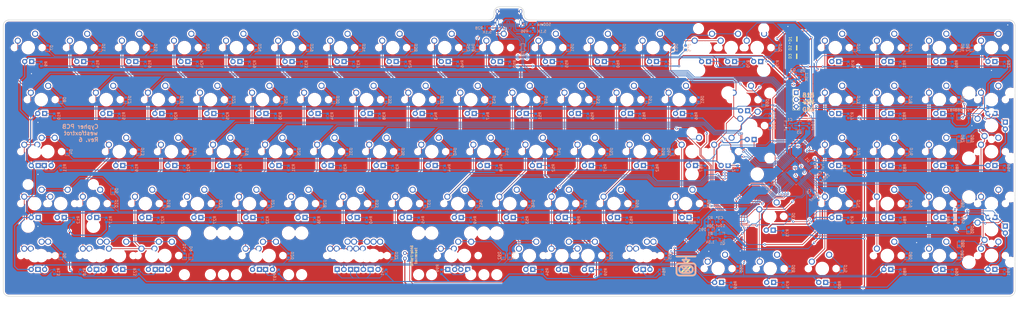
<source format=kicad_pcb>
(kicad_pcb (version 20171130) (host pcbnew "(5.1.5)-3")
  (layers (0 F.Cu signal) (31 B.Cu signal) (34 B.Paste user) (35 F.Paste user) (36 B.SilkS user) (37 F.SilkS user) (38 B.Mask user) (39 F.Mask user) (44 Edge.Cuts user))
  (net 0 "")
  (net 1 +5V)
  (net 2 GND)
  (net 3 "Net-(D4-Pad2)")
  (net 4 "Net-(D5-Pad2)")
  (net 5 "Net-(D6-Pad2)")
  (net 6 Row4)
  (net 7 Row0)
  (net 8 "Net-(D7-Pad2)")
  (net 9 Row1)
  (net 10 "Net-(D8-Pad2)")
  (net 11 "Net-(D9-Pad2)")
  (net 12 "Net-(D10-Pad2)")
  (net 13 "Net-(D11-Pad2)")
  (net 14 "Net-(D12-Pad2)")
  (net 15 "Net-(D13-Pad2)")
  (net 16 "Net-(D14-Pad2)")
  (net 17 "Net-(D15-Pad2)")
  (net 18 "Net-(D16-Pad2)")
  (net 19 "Net-(D17-Pad2)")
  (net 20 "Net-(D18-Pad2)")
  (net 21 "Net-(D19-Pad2)")
  (net 22 "Net-(D21-Pad2)")
  (net 23 "Net-(D22-Pad2)")
  (net 24 "Net-(D23-Pad2)")
  (net 25 "Net-(D24-Pad2)")
  (net 26 "Net-(D25-Pad2)")
  (net 27 "Net-(D26-Pad2)")
  (net 28 "Net-(D27-Pad2)")
  (net 29 "Net-(D28-Pad2)")
  (net 30 "Net-(D29-Pad2)")
  (net 31 "Net-(D30-Pad2)")
  (net 32 "Net-(D31-Pad2)")
  (net 33 "Net-(D32-Pad2)")
  (net 34 "Net-(D33-Pad2)")
  (net 35 "Net-(D34-Pad2)")
  (net 36 "Net-(D35-Pad2)")
  (net 37 "Net-(D36-Pad2)")
  (net 38 "Net-(D37-Pad2)")
  (net 39 "Net-(D38-Pad2)")
  (net 40 "Net-(D39-Pad2)")
  (net 41 "Net-(D40-Pad2)")
  (net 42 "Net-(D41-Pad2)")
  (net 43 "Net-(D42-Pad2)")
  (net 44 "Net-(D43-Pad2)")
  (net 45 "Net-(D44-Pad2)")
  (net 46 "Net-(D45-Pad2)")
  (net 47 "Net-(D46-Pad2)")
  (net 48 "Net-(D47-Pad2)")
  (net 49 "Net-(D48-Pad2)")
  (net 50 "Net-(D49-Pad2)")
  (net 51 "Net-(D50-Pad2)")
  (net 52 "Net-(D51-Pad2)")
  (net 53 "Net-(D52-Pad2)")
  (net 54 "Net-(D53-Pad2)")
  (net 55 "Net-(D54-Pad2)")
  (net 56 "Net-(D55-Pad2)")
  (net 57 "Net-(D56-Pad2)")
  (net 58 "Net-(D57-Pad2)")
  (net 59 "Net-(D58-Pad2)")
  (net 60 "Net-(D59-Pad2)")
  (net 61 "Net-(D60-Pad2)")
  (net 62 "Net-(D61-Pad2)")
  (net 63 "Net-(D62-Pad2)")
  (net 64 "Net-(D63-Pad2)")
  (net 65 "Net-(D64-Pad2)")
  (net 66 "Net-(D65-Pad2)")
  (net 67 "Net-(D66-Pad2)")
  (net 68 "Net-(D67-Pad2)")
  (net 69 "Net-(D68-Pad2)")
  (net 70 "Net-(D69-Pad2)")
  (net 71 "Net-(D70-Pad2)")
  (net 72 "Net-(D71-Pad2)")
  (net 73 "Net-(D72-Pad2)")
  (net 74 "Net-(D73-Pad2)")
  (net 75 "Net-(D74-Pad2)")
  (net 76 "Net-(D75-Pad2)")
  (net 77 "Net-(D76-Pad2)")
  (net 78 "Net-(D77-Pad2)")
  (net 79 "Net-(D78-Pad2)")
  (net 80 "Net-(D79-Pad2)")
  (net 81 "Net-(D80-Pad2)")
  (net 82 "Net-(D81-Pad2)")
  (net 83 "Net-(D82-Pad2)")
  (net 84 "Net-(D83-Pad2)")
  (net 85 "Net-(D84-Pad2)")
  (net 86 "Net-(D85-Pad2)")
  (net 87 "Net-(D86-Pad2)")
  (net 88 "Net-(D87-Pad2)")
  (net 89 "Net-(D88-Pad2)")
  (net 90 "Net-(D89-Pad2)")
  (net 91 "Net-(D90-Pad2)")
  (net 92 VCC)
  (net 93 Col0)
  (net 94 "Net-(MX1-Pad4)")
  (net 95 "Net-(MX2-Pad4)")
  (net 96 "Net-(MX3-Pad4)")
  (net 97 "Net-(MX4-Pad4)")
  (net 98 "Net-(MX5-Pad4)")
  (net 99 Col1)
  (net 100 "Net-(MX14-Pad4)")
  (net 101 "Net-(MX10-Pad4)")
  (net 102 "Net-(MX11-Pad4)")
  (net 103 "Net-(MX12-Pad4)")
  (net 104 "Net-(MX13-Pad4)")
  (net 105 Col2)
  (net 106 "Net-(MX15-Pad4)")
  (net 107 "Net-(MX16-Pad4)")
  (net 108 "Net-(MX17-Pad4)")
  (net 109 "Net-(MX18-Pad4)")
  (net 110 "Net-(MX19-Pad4)")
  (net 111 "Net-(MX21-Pad4)")
  (net 112 Col3)
  (net 113 "Net-(MX22-Pad4)")
  (net 114 "Net-(MX23-Pad4)")
  (net 115 "Net-(MX24-Pad4)")
  (net 116 Col4)
  (net 117 "Net-(MX26-Pad4)")
  (net 118 "Net-(MX27-Pad4)")
  (net 119 "Net-(MX28-Pad4)")
  (net 120 "Net-(MX29-Pad4)")
  (net 121 "Net-(MX30-Pad4)")
  (net 122 Col5)
  (net 123 "Net-(MX31-Pad4)")
  (net 124 "Net-(MX32-Pad4)")
  (net 125 "Net-(MX33-Pad4)")
  (net 126 Col6)
  (net 127 "Net-(MX36-Pad4)")
  (net 128 "Net-(MX37-Pad4)")
  (net 129 "Net-(MX38-Pad4)")
  (net 130 "Net-(MX39-Pad4)")
  (net 131 "Net-(MX41-Pad4)")
  (net 132 "Net-(MX42-Pad4)")
  (net 133 "Net-(MX43-Pad4)")
  (net 134 "Net-(MX44-Pad4)")
  (net 135 Col8)
  (net 136 "Net-(MX45-Pad4)")
  (net 137 "Net-(MX46-Pad4)")
  (net 138 "Net-(MX47-Pad4)")
  (net 139 "Net-(MX48-Pad4)")
  (net 140 "Net-(MX49-Pad4)")
  (net 141 Col9)
  (net 142 "Net-(MX50-Pad4)")
  (net 143 "Net-(MX51-Pad4)")
  (net 144 "Net-(MX52-Pad4)")
  (net 145 "Net-(MX53-Pad4)")
  (net 146 "Net-(MX54-Pad4)")
  (net 147 "Net-(MX55-Pad4)")
  (net 148 "Net-(MX56-Pad4)")
  (net 149 "Net-(MX57-Pad4)")
  (net 150 "Net-(MX58-Pad4)")
  (net 151 "Net-(MX60-Pad4)")
  (net 152 "Net-(MX61-Pad4)")
  (net 153 "Net-(MX62-Pad4)")
  (net 154 "Net-(MX63-Pad4)")
  (net 155 "Net-(MX64-Pad4)")
  (net 156 "Net-(MX66-Pad4)")
  (net 157 "Net-(MX67-Pad4)")
  (net 158 "Net-(MX68-Pad4)")
  (net 159 "Net-(MX69-Pad4)")
  (net 160 "Net-(MX70-Pad4)")
  (net 161 "Net-(MX71-Pad4)")
  (net 162 "Net-(MX72-Pad4)")
  (net 163 "Net-(MX74-Pad4)")
  (net 164 "Net-(MX76-Pad4)")
  (net 165 "Net-(MX77-Pad4)")
  (net 166 "Net-(MX78-Pad4)")
  (net 167 "Net-(MX79-Pad4)")
  (net 168 "Net-(MX80-Pad4)")
  (net 169 "Net-(MX81-Pad4)")
  (net 170 "Net-(MX82-Pad4)")
  (net 171 "Net-(MX83-Pad4)")
  (net 172 "Net-(MX84-Pad4)")
  (net 173 "Net-(MX85-Pad4)")
  (net 174 "Net-(MX86-Pad4)")
  (net 175 "Net-(MX87-Pad4)")
  (net 176 "Net-(MX88-Pad4)")
  (net 177 Col7)
  (net 178 "Net-(MX89-Pad4)")
  (net 179 "Net-(MX90-Pad4)")
  (net 180 "Net-(MX91-Pad4)")
  (net 181 "Net-(MX92-Pad4)")
  (net 182 "Net-(MX93-Pad4)")
  (net 183 "Net-(MX94-Pad4)")
  (net 184 "Net-(MX100-Pad4)")
  (net 185 "Net-(MX96-Pad4)")
  (net 186 "Net-(MX97-Pad4)")
  (net 187 "Net-(MX99-Pad4)")
  (net 188 LEDGND)
  (net 189 "Net-(Q1-Pad1)")
  (net 190 D+)
  (net 191 D-)
  (net 192 "Net-(R5-Pad2)")
  (net 193 "Net-(R28-Pad1)")
  (net 194 "Net-(R96-Pad1)")
  (net 195 "Net-(D20-Pad2)")
  (net 196 "Net-(D92-Pad2)")
  (net 197 "Net-(MX101-Pad4)")
  (net 198 "Net-(MX103-Pad4)")
  (net 199 "Net-(MX105-Pad4)")
  (net 200 Row3)
  (net 201 Row2)
  (net 202 "Net-(C2-Pad1)")
  (net 203 BOOT0)
  (net 204 +3V3)
  (net 205 "Net-(D91-Pad2)")
  (net 206 B15)
  (net 207 NRST)
  (net 208 "Net-(Q2-Pad1)")
  (net 209 "Net-(U1-Pad5)")
  (net 210 "Net-(U1-Pad6)")
  (net 211 "Net-(U1-Pad17)")
  (net 212 "Net-(U1-Pad42)")
  (net 213 "Net-(U1-Pad43)")
  (net 214 "Net-(USB1-Pad9)")
  (net 215 "Net-(USB1-Pad3)")
  (net 216 "Net-(D1-Pad4)")
  (net 217 "Net-(D2-Pad4)")
  (net 218 LED_OUT)
  (net 219 Col10)
  (net 220 Col11)
  (net 221 Col12)
  (net 222 Col13)
  (net 223 Col14)
  (net 224 Col15)
  (net 225 Col16)
  (net 226 Col17)
  (net 227 Col18)
  (net 228 "Net-(U1-Pad40)")
  (net 229 "Net-(U1-Pad41)")
  (net 230 "Net-(U1-Pad45)")
  (net 231 "Net-(U1-Pad46)")
  (module Artwork:CableCarLogo (layer B.Cu) (at 275.4884 196.3166 180)
    (fp_text reference svg2mod hide)
    (fp_text value G*** hide)
  )
  (module Artwork:CableCarLogo (layer F.Cu) (at 275.4884 196.3166)
    (fp_text reference svg2mod hide)
    (fp_text value G*** hide)
  )
  (module MX_Only:MXOnly-1.5U (layer F.Cu) (at 39.58125 135.375)
    (fp_text reference MX5)
    (fp_text value Tab)
    (pad 2 thru_hole circle (at 2.54 -5.08) (size 2.25 2.25) (drill 1.47) (layers *.Cu B.Mask) (net 10 "Net-(D8-Pad2)"))
    (pad "" np_thru_hole circle (at 0 0) (size 3.9878 3.9878) (drill 3.9878) (layers *.Cu *.Mask))
    (pad 1 thru_hole circle (at -3.81 -2.54) (size 2.25 2.25) (drill 1.47) (layers *.Cu B.Mask) (net 93 Col0))
    (pad 3 thru_hole circle (at -1.27 5.08) (size 1.905 1.905) (drill 1.04) (layers *.Cu B.Mask) (net 1 +5V))
    (pad 4 thru_hole rect (at 1.27 5.08) (size 1.905 1.905) (drill 1.04) (layers *.Cu B.Mask) (net 98 "Net-(MX5-Pad4)"))
    (pad "" np_thru_hole circle (at -5.08 0 48.0996) (size 1.75 1.75) (drill 1.75) (layers *.Cu *.Mask))
    (pad "" np_thru_hole circle (at 5.08 0 48.0996) (size 1.75 1.75) (drill 1.75) (layers *.Cu *.Mask))
  )
  (module Type-C:HRO-TYPE-C-31-M-12 (layer B.Cu) (at 210.72475 100.441)
    (fp_text reference USB1)
    (fp_text value HRO-TYPE-C-31-M-12)
    (pad 12 smd rect (at 3.225 7.695) (size 0.6 1.45) (layers B.Cu B.Paste B.Mask) (net 2 GND))
    (pad 1 smd rect (at -3.225 7.695) (size 0.6 1.45) (layers B.Cu B.Paste B.Mask) (net 2 GND))
    (pad 11 smd rect (at 2.45 7.695) (size 0.6 1.45) (layers B.Cu B.Paste B.Mask) (net 92 VCC))
    (pad 2 smd rect (at -2.45 7.695) (size 0.6 1.45) (layers B.Cu B.Paste B.Mask) (net 92 VCC))
    (pad 3 smd rect (at -1.75 7.695) (size 0.3 1.45) (layers B.Cu B.Paste B.Mask) (net 215 "Net-(USB1-Pad3)"))
    (pad 10 smd rect (at 1.75 7.695) (size 0.3 1.45) (layers B.Cu B.Paste B.Mask) (net 194 "Net-(R96-Pad1)"))
    (pad 4 smd rect (at -1.25 7.695) (size 0.3 1.45) (layers B.Cu B.Paste B.Mask) (net 193 "Net-(R28-Pad1)"))
    (pad 9 smd rect (at 1.25 7.695) (size 0.3 1.45) (layers B.Cu B.Paste B.Mask) (net 214 "Net-(USB1-Pad9)"))
    (pad 5 smd rect (at -0.75 7.695) (size 0.3 1.45) (layers B.Cu B.Paste B.Mask) (net 191 D-))
    (pad 8 smd rect (at 0.75 7.695) (size 0.3 1.45) (layers B.Cu B.Paste B.Mask) (net 190 D+))
    (pad 7 smd rect (at 0.25 7.695) (size 0.3 1.45) (layers B.Cu B.Paste B.Mask) (net 191 D-))
    (pad 6 smd rect (at -0.25 7.695) (size 0.3 1.45) (layers B.Cu B.Paste B.Mask) (net 190 D+))
    (pad "" np_thru_hole circle (at 2.89 6.25) (size 0.65 0.65) (drill 0.65) (layers *.Cu *.Mask))
    (pad "" np_thru_hole circle (at -2.89 6.25) (size 0.65 0.65) (drill 0.65) (layers *.Cu *.Mask))
    (pad 13 thru_hole oval (at -4.32 6.78) (size 1 2.1) (drill oval 0.6 1.7) (layers *.Cu F.Mask) (net 2 GND))
    (pad 13 thru_hole oval (at 4.32 6.78) (size 1 2.1) (drill oval 0.6 1.7) (layers *.Cu F.Mask) (net 2 GND))
    (pad 13 thru_hole oval (at -4.32 2.6) (size 1 1.6) (drill oval 0.6 1.2) (layers *.Cu F.Mask) (net 2 GND))
    (pad 13 thru_hole oval (at 4.32 2.6) (size 1 1.6) (drill oval 0.6 1.2) (layers *.Cu F.Mask) (net 2 GND))
  )
  (module Capacitor_SMD:C_0603_1608Metric (layer B.Cu) (at 313.42965 144.907 90)
    (fp_text reference C1 (at 2.159 0.03175) (layer B.SilkS) (effects (justify mirror)))
    (fp_text value 4.7uF (at 0 -1.43 90) (layer B.SilkS) (effects (justify mirror)))
    (pad 2 smd roundrect (at 0.7875 0 90) (size 0.875 0.95) (layers B.Cu B.Paste B.Mask) (net 1 +5V))
    (pad 1 smd roundrect (at -0.7875 0 90) (size 0.875 0.95) (layers B.Cu B.Paste B.Mask) (net 2 GND))
  )
  (module MX_Only:MXOnly-1.5U (layer F.Cu) (at 296.75275 135.375)
    (fp_text reference MX74)
    (fp_text value Backslash)
    (pad 2 thru_hole circle (at 2.54 -5.08) (size 2.25 2.25) (drill 1.47) (layers *.Cu B.Mask) (net 70 "Net-(D69-Pad2)"))
    (pad "" np_thru_hole circle (at 0 0) (size 3.9878 3.9878) (drill 3.9878) (layers *.Cu *.Mask))
    (pad 1 thru_hole circle (at -3.81 -2.54) (size 2.25 2.25) (drill 1.47) (layers *.Cu B.Mask) (net 222 Col13))
    (pad 3 thru_hole circle (at -1.27 4.08) (size 1.905 1.905) (drill 1.04) (layers *.Cu B.Mask) (net 1 +5V))
    (pad 4 thru_hole rect (at 1.27 4.08) (size 1.905 1.905) (drill 1.04) (layers *.Cu B.Mask) (net 163 "Net-(MX74-Pad4)"))
    (pad "" np_thru_hole circle (at -5.08 0 48.0996) (size 1.75 1.75) (drill 1.75) (layers *.Cu *.Mask))
    (pad "" np_thru_hole circle (at 5.08 0 48.0996) (size 1.75 1.75) (drill 1.75) (layers *.Cu *.Mask))
  )
  (module Capacitor_SMD:C_0603_1608Metric (layer B.Cu) (at 325.2724 163.449 45)
    (fp_text reference C6 (at 0.044901 -1.39194 225) (layer B.SilkS) (effects (justify mirror)))
    (fp_text value 100nF (at 0.066454 1.316506 225) (layer B.SilkS) (effects (justify mirror)))
    (pad 2 smd roundrect (at 0.7875 0 45) (size 0.875 0.95) (layers B.Cu B.Paste B.Mask) (net 204 +3V3))
    (pad 1 smd roundrect (at -0.7875 0 45) (size 0.875 0.95) (layers B.Cu B.Paste B.Mask) (net 2 GND))
  )
  (module Capacitor_SMD:C_0603_1608Metric (layer B.Cu) (at 321.4624 170.053 225)
    (fp_text reference C5 (at 0 1.43 225) (layer B.SilkS) (effects (justify mirror)))
    (fp_text value 100nF (at 0 -1.43 225) (layer B.SilkS) (effects (justify mirror)))
    (pad 2 smd roundrect (at 0.7875 0 225) (size 0.875 0.95) (layers B.Cu B.Paste B.Mask) (net 204 +3V3))
    (pad 1 smd roundrect (at -0.7875 0 225) (size 0.875 0.95) (layers B.Cu B.Paste B.Mask) (net 2 GND))
  )
  (module Capacitor_SMD:C_0603_1608Metric (layer B.Cu) (at 324.145275 159.1945 270)
    (fp_text reference C4 (at 0 1.43 270) (layer B.SilkS) (effects (justify mirror)))
    (fp_text value 4.7uf (at 0 -1.347038 270) (layer B.SilkS) (effects (justify mirror)))
    (pad 2 smd roundrect (at 0.7875 0 270) (size 0.875 0.95) (layers B.Cu B.Paste B.Mask) (net 204 +3V3))
    (pad 1 smd roundrect (at -0.7875 0 270) (size 0.875 0.95) (layers B.Cu B.Paste B.Mask) (net 2 GND))
  )
  (module Capacitor_SMD:C_0603_1608Metric (layer B.Cu) (at 306.3494 167.005 135)
    (fp_text reference C7 (at 0 1.43 135) (layer B.SilkS) (effects (justify mirror)))
    (fp_text value 100nF (at 0 -1.43 135) (layer B.SilkS) (effects (justify mirror)))
    (pad 2 smd roundrect (at 0.7875 0 135) (size 0.875 0.95) (layers B.Cu B.Paste B.Mask) (net 204 +3V3))
    (pad 1 smd roundrect (at -0.7875 0 135) (size 0.875 0.95) (layers B.Cu B.Paste B.Mask) (net 2 GND))
  )
  (module 19mmMX:MXOnly-1.25U-FLIPPED (layer F.Cu) (at 161.02965 192.532)
    (fp_text reference MX104)
    (fp_text value Split_center)
    (pad 2 thru_hole circle (at 2.54 -5.08) (size 2.25 2.25) (drill 1.47) (layers *.Cu B.Mask) (net 33 "Net-(D32-Pad2)"))
    (pad "" np_thru_hole circle (at 0 0) (size 3.9878 3.9878) (drill 3.9878) (layers *.Cu *.Mask))
    (pad 1 thru_hole circle (at -3.81 -2.54) (size 2.25 2.25) (drill 1.47) (layers *.Cu B.Mask) (net 126 Col6))
    (pad 3 thru_hole circle (at 1.77 5.08) (size 1.905 1.905) (drill 1.04) (layers *.Cu B.Mask) (net 1 +5V))
    (pad 4 thru_hole rect (at -0.77 5.08) (size 1.905 1.905) (drill 1.04) (layers *.Cu B.Mask) (net 198 "Net-(MX103-Pad4)"))
    (pad "" np_thru_hole circle (at -5.08 0 48.0996) (size 1.75 1.75) (drill 1.75) (layers *.Cu *.Mask))
    (pad "" np_thru_hole circle (at 5.08 0 48.0996) (size 1.75 1.75) (drill 1.75) (layers *.Cu *.Mask))
  )
  (module MX_Only:MXOnly-2.25U-ReversedStabilizers (layer F.Cu) (at 118.16715 192.532)
    (fp_text reference MX102)
    (fp_text value Split_left)
    (pad 2 thru_hole circle (at 2.54 -5.08) (size 2.25 2.25) (drill 1.47) (layers *.Cu B.Mask) (net 195 "Net-(D20-Pad2)"))
    (pad "" np_thru_hole circle (at 0 0) (size 3.9878 3.9878) (drill 3.9878) (layers *.Cu *.Mask))
    (pad 1 thru_hole circle (at -3.81 -2.54) (size 2.25 2.25) (drill 1.47) (layers *.Cu B.Mask) (net 116 Col4))
    (pad 3 thru_hole circle (at -1.27 5.08) (size 1.905 1.905) (drill 1.04) (layers *.Cu B.Mask) (net 1 +5V))
    (pad 4 thru_hole rect (at 1.27 5.08) (size 1.905 1.905) (drill 1.04) (layers *.Cu B.Mask) (net 197 "Net-(MX101-Pad4)"))
    (pad "" np_thru_hole circle (at -5.08 0 48.0996) (size 1.75 1.75) (drill 1.75) (layers *.Cu *.Mask))
    (pad "" np_thru_hole circle (at 5.08 0 48.0996) (size 1.75 1.75) (drill 1.75) (layers *.Cu *.Mask))
    (pad "" np_thru_hole circle (at -11.938 6.985) (size 3.048 3.048) (drill 3.048) (layers *.Cu *.Mask))
    (pad "" np_thru_hole circle (at 11.938 6.985) (size 3.048 3.048) (drill 3.048) (layers *.Cu *.Mask))
    (pad "" np_thru_hole circle (at -11.938 -8.255) (size 3.9878 3.9878) (drill 3.9878) (layers *.Cu *.Mask))
    (pad "" np_thru_hole circle (at 11.938 -8.255) (size 3.9878 3.9878) (drill 3.9878) (layers *.Cu *.Mask))
  )
  (module Connector_PinHeader_2.54mm:PinHeader_1x03_P2.54mm_Vertical (layer F.Cu) (at 315.8109 132.842)
    (fp_text reference J3)
    (fp_text value Breakout)
    (pad 1 thru_hole rect (at 0 0) (size 1.7 1.7) (drill 1) (layers *.Cu *.Mask) (net 206 B15))
    (pad 2 thru_hole oval (at 0 2.54) (size 1.7 1.7) (drill 1) (layers *.Cu *.Mask) (net 1 +5V))
    (pad 3 thru_hole oval (at 0 5.08) (size 1.7 1.7) (drill 1) (layers *.Cu *.Mask) (net 2 GND))
  )
  (module Diode_SMD:D_0603_1608Metric (layer B.Cu) (at 49.1109 154.432 90)
    (fp_text reference D4 (at 0 1.43 90) (layer B.SilkS) (effects (justify mirror)))
    (fp_text value 1N4148)
    (pad 2 smd roundrect (at 0.7875 0 90) (size 0.875 0.95) (layers B.Cu B.Paste B.Mask) (net 3 "Net-(D4-Pad2)"))
    (pad 1 smd roundrect (at -0.7875 0 90) (size 0.875 0.95) (layers B.Cu B.Paste B.Mask) (net 201 Row2))
  )
  (module Diode_SMD:D_0603_1608Metric (layer B.Cu) (at 65.77965 168.7195 90)
    (fp_text reference D5 (at 0 1.43 90) (layer B.SilkS) (effects (justify mirror)))
    (fp_text value 1N4148)
    (pad 1 smd roundrect (at -0.7875 0 90) (size 0.875 0.95) (layers B.Cu B.Paste B.Mask) (net 200 Row3))
    (pad 2 smd roundrect (at 0.7875 0 90) (size 0.875 0.95) (layers B.Cu B.Paste B.Mask) (net 4 "Net-(D5-Pad2)"))
  )
  (module Diode_SMD:D_0603_1608Metric (layer B.Cu) (at 46.72965 192.532 90)
    (fp_text reference D6 (at 0 1.43 90) (layer B.SilkS) (effects (justify mirror)))
    (fp_text value 1N4148)
    (pad 2 smd roundrect (at 0.7875 0 90) (size 0.875 0.95) (layers B.Cu B.Paste B.Mask) (net 5 "Net-(D6-Pad2)"))
    (pad 1 smd roundrect (at -0.7875 0 90) (size 0.875 0.95) (layers B.Cu B.Paste B.Mask) (net 6 Row4))
  )
  (module Diode_SMD:D_0603_1608Metric (layer B.Cu) (at 41.96715 116.332 90)
    (fp_text reference D7 (at 0 1.43 90) (layer B.SilkS) (effects (justify mirror)))
    (fp_text value 1N4148)
    (pad 1 smd roundrect (at -0.7875 0 90) (size 0.875 0.95) (layers B.Cu B.Paste B.Mask) (net 7 Row0))
    (pad 2 smd roundrect (at 0.7875 0 90) (size 0.875 0.95) (layers B.Cu B.Paste B.Mask) (net 8 "Net-(D7-Pad2)"))
  )
  (module Diode_SMD:D_0603_1608Metric (layer B.Cu) (at 46.72965 135.382 90)
    (fp_text reference D8 (at 0 1.43 90) (layer B.SilkS) (effects (justify mirror)))
    (fp_text value 1N4148)
    (pad 2 smd roundrect (at 0.7875 0 90) (size 0.875 0.95) (layers B.Cu B.Paste B.Mask) (net 10 "Net-(D8-Pad2)"))
    (pad 1 smd roundrect (at -0.7875 0 90) (size 0.875 0.95) (layers B.Cu B.Paste B.Mask) (net 9 Row1))
  )
  (module Diode_SMD:D_0603_1608Metric (layer B.Cu) (at 94.35465 192.532 90)
    (fp_text reference D9 (at 2.50825 0.05715 90) (layer B.SilkS) (effects (justify mirror)))
    (fp_text value 1N4148)
    (pad 1 smd roundrect (at -0.7875 0 90) (size 0.875 0.95) (layers B.Cu B.Paste B.Mask) (net 6 Row4))
    (pad 2 smd roundrect (at 0.7875 0 90) (size 0.875 0.95) (layers B.Cu B.Paste B.Mask) (net 11 "Net-(D9-Pad2)"))
  )
  (module Diode_SMD:D_0603_1608Metric (layer B.Cu) (at 65.77965 173.482 90)
    (fp_text reference D10 (at 0 1.43 90) (layer B.SilkS) (effects (justify mirror)))
    (fp_text value 1N4148)
    (pad 2 smd roundrect (at 0.7875 0 90) (size 0.875 0.95) (layers B.Cu B.Paste B.Mask) (net 12 "Net-(D10-Pad2)"))
    (pad 1 smd roundrect (at -0.7875 0 90) (size 0.875 0.95) (layers B.Cu B.Paste B.Mask) (net 200 Row3))
  )
  (module Diode_SMD:D_0603_1608Metric (layer B.Cu) (at 61.01715 116.332 90)
    (fp_text reference D11 (at 0 1.43 90) (layer B.SilkS) (effects (justify mirror)))
    (fp_text value 1N4148)
    (pad 2 smd roundrect (at 0.7875 0 90) (size 0.875 0.95) (layers B.Cu B.Paste B.Mask) (net 13 "Net-(D11-Pad2)"))
    (pad 1 smd roundrect (at -0.7875 0 90) (size 0.875 0.95) (layers B.Cu B.Paste B.Mask) (net 7 Row0))
  )
  (module Diode_SMD:D_0603_1608Metric (layer B.Cu) (at 70.54215 135.382 90)
    (fp_text reference D12 (at 0 1.43 90) (layer B.SilkS) (effects (justify mirror)))
    (fp_text value 1N4148)
    (pad 2 smd roundrect (at 0.7875 0 90) (size 0.875 0.95) (layers B.Cu B.Paste B.Mask) (net 14 "Net-(D12-Pad2)"))
    (pad 1 smd roundrect (at -0.7875 0 90) (size 0.875 0.95) (layers B.Cu B.Paste B.Mask) (net 9 Row1))
  )
  (module Diode_SMD:D_0603_1608Metric (layer B.Cu) (at 75.30465 154.432 90)
    (fp_text reference D13 (at 0 1.43 90) (layer B.SilkS) (effects (justify mirror)))
    (fp_text value 1N4148)
    (pad 1 smd roundrect (at -0.7875 0 90) (size 0.875 0.95) (layers B.Cu B.Paste B.Mask) (net 201 Row2))
    (pad 2 smd roundrect (at 0.7875 0 90) (size 0.875 0.95) (layers B.Cu B.Paste B.Mask) (net 15 "Net-(D13-Pad2)"))
  )
  (module Diode_SMD:D_0603_1608Metric (layer B.Cu) (at 91.9734 192.532 90)
    (fp_text reference D14 (at 2.88925 0.0254 90) (layer B.SilkS) (effects (justify mirror)))
    (fp_text value 1N4148)
    (pad 2 smd roundrect (at 0.7875 0 90) (size 0.875 0.95) (layers B.Cu B.Paste B.Mask) (net 16 "Net-(D14-Pad2)"))
    (pad 1 smd roundrect (at -0.7875 0 90) (size 0.875 0.95) (layers B.Cu B.Paste B.Mask) (net 6 Row4))
  )
  (module Diode_SMD:D_0603_1608Metric (layer B.Cu) (at 80.06715 116.332 90)
    (fp_text reference D15 (at 0 1.43 90) (layer B.SilkS) (effects (justify mirror)))
    (fp_text value 1N4148)
    (pad 1 smd roundrect (at -0.7875 0 90) (size 0.875 0.95) (layers B.Cu B.Paste B.Mask) (net 7 Row0))
    (pad 2 smd roundrect (at 0.7875 0 90) (size 0.875 0.95) (layers B.Cu B.Paste B.Mask) (net 17 "Net-(D15-Pad2)"))
  )
  (module Diode_SMD:D_0603_1608Metric (layer B.Cu) (at 89.59215 135.382 90)
    (fp_text reference D16 (at 0 1.43 90) (layer B.SilkS) (effects (justify mirror)))
    (fp_text value 1N4148)
    (pad 1 smd roundrect (at -0.7875 0 90) (size 0.875 0.95) (layers B.Cu B.Paste B.Mask) (net 9 Row1))
    (pad 2 smd roundrect (at 0.7875 0 90) (size 0.875 0.95) (layers B.Cu B.Paste B.Mask) (net 18 "Net-(D16-Pad2)"))
  )
  (module Diode_SMD:D_0603_1608Metric (layer B.Cu) (at 94.35465 154.432 90)
    (fp_text reference D17 (at 0 1.43 90) (layer B.SilkS) (effects (justify mirror)))
    (fp_text value 1N4148)
    (pad 2 smd roundrect (at 0.7875 0 90) (size 0.875 0.95) (layers B.Cu B.Paste B.Mask) (net 19 "Net-(D17-Pad2)"))
    (pad 1 smd roundrect (at -0.7875 0 90) (size 0.875 0.95) (layers B.Cu B.Paste B.Mask) (net 201 Row2))
  )
  (module Diode_SMD:D_0603_1608Metric (layer B.Cu) (at 84.82965 173.482 90)
    (fp_text reference D18 (at 0 1.43 90) (layer B.SilkS) (effects (justify mirror)))
    (fp_text value 1N4148)
    (pad 1 smd roundrect (at -0.7875 0 90) (size 0.875 0.95) (layers B.Cu B.Paste B.Mask) (net 200 Row3))
    (pad 2 smd roundrect (at 0.7875 0 90) (size 0.875 0.95) (layers B.Cu B.Paste B.Mask) (net 20 "Net-(D18-Pad2)"))
  )
  (module Diode_SMD:D_0603_1608Metric (layer B.Cu) (at 113.40465 154.432 90)
    (fp_text reference D19 (at 0 1.43 90) (layer B.SilkS) (effects (justify mirror)))
    (fp_text value 1N4148)
    (pad 1 smd roundrect (at -0.7875 0 90) (size 0.875 0.95) (layers B.Cu B.Paste B.Mask) (net 201 Row2))
    (pad 2 smd roundrect (at 0.7875 0 90) (size 0.875 0.95) (layers B.Cu B.Paste B.Mask) (net 21 "Net-(D19-Pad2)"))
  )
  (module Diode_SMD:D_0603_1608Metric (layer B.Cu) (at 130.0734 192.532 90)
    (fp_text reference D20 (at 0 1.43 90) (layer B.SilkS) (effects (justify mirror)))
    (fp_text value 1N4148)
    (pad 2 smd roundrect (at 0.7875 0 90) (size 0.875 0.95) (layers B.Cu B.Paste B.Mask) (net 195 "Net-(D20-Pad2)"))
    (pad 1 smd roundrect (at -0.7875 0 90) (size 0.875 0.95) (layers B.Cu B.Paste B.Mask) (net 6 Row4))
  )
  (module Diode_SMD:D_0603_1608Metric (layer B.Cu) (at 99.11715 116.332 90)
    (fp_text reference D21 (at 0 1.43 90) (layer B.SilkS) (effects (justify mirror)))
    (fp_text value 1N4148)
    (pad 2 smd roundrect (at 0.7875 0 90) (size 0.875 0.95) (layers B.Cu B.Paste B.Mask) (net 22 "Net-(D21-Pad2)"))
    (pad 1 smd roundrect (at -0.7875 0 90) (size 0.875 0.95) (layers B.Cu B.Paste B.Mask) (net 7 Row0))
  )
  (module Diode_SMD:D_0603_1608Metric (layer B.Cu) (at 108.64215 135.382 90)
    (fp_text reference D22 (at 0 1.43 90) (layer B.SilkS) (effects (justify mirror)))
    (fp_text value 1N4148)
    (pad 2 smd roundrect (at 0.7875 0 90) (size 0.875 0.95) (layers B.Cu B.Paste B.Mask) (net 23 "Net-(D22-Pad2)"))
    (pad 1 smd roundrect (at -0.7875 0 90) (size 0.875 0.95) (layers B.Cu B.Paste B.Mask) (net 9 Row1))
  )
  (module Diode_SMD:D_0603_1608Metric (layer B.Cu) (at 103.87965 173.482 90)
    (fp_text reference D23 (at 0 1.43 90) (layer B.SilkS) (effects (justify mirror)))
    (fp_text value 1N4148)
    (pad 2 smd roundrect (at 0.7875 0 90) (size 0.875 0.95) (layers B.Cu B.Paste B.Mask) (net 24 "Net-(D23-Pad2)"))
    (pad 1 smd roundrect (at -0.7875 0 90) (size 0.875 0.95) (layers B.Cu B.Paste B.Mask) (net 200 Row3))
  )
  (module Diode_SMD:D_0603_1608Metric (layer B.Cu) (at 118.16715 116.332 90)
    (fp_text reference D24 (at 0 1.43 90) (layer B.SilkS) (effects (justify mirror)))
    (fp_text value 1N4148)
    (pad 1 smd roundrect (at -0.7875 0 90) (size 0.875 0.95) (layers B.Cu B.Paste B.Mask) (net 7 Row0))
    (pad 2 smd roundrect (at 0.7875 0 90) (size 0.875 0.95) (layers B.Cu B.Paste B.Mask) (net 25 "Net-(D24-Pad2)"))
  )
  (module Diode_SMD:D_0603_1608Metric (layer B.Cu) (at 127.69215 135.382 90)
    (fp_text reference D25 (at 0 1.43 90) (layer B.SilkS) (effects (justify mirror)))
    (fp_text value 1N4148)
    (pad 1 smd roundrect (at -0.7875 0 90) (size 0.875 0.95) (layers B.Cu B.Paste B.Mask) (net 9 Row1))
    (pad 2 smd roundrect (at 0.7875 0 90) (size 0.875 0.95) (layers B.Cu B.Paste B.Mask) (net 26 "Net-(D25-Pad2)"))
  )
  (module Diode_SMD:D_0603_1608Metric (layer B.Cu) (at 132.45465 154.432 90)
    (fp_text reference D26 (at 0 1.43 90) (layer B.SilkS) (effects (justify mirror)))
    (fp_text value 1N4148)
    (pad 1 smd roundrect (at -0.7875 0 90) (size 0.875 0.95) (layers B.Cu B.Paste B.Mask) (net 201 Row2))
    (pad 2 smd roundrect (at 0.7875 0 90) (size 0.875 0.95) (layers B.Cu B.Paste B.Mask) (net 27 "Net-(D26-Pad2)"))
  )
  (module Diode_SMD:D_0603_1608Metric (layer B.Cu) (at 122.92965 173.482 90)
    (fp_text reference D27 (at 0 1.43 90) (layer B.SilkS) (effects (justify mirror)))
    (fp_text value 1N4148)
    (pad 1 smd roundrect (at -0.7875 0 90) (size 0.875 0.95) (layers B.Cu B.Paste B.Mask) (net 200 Row3))
    (pad 2 smd roundrect (at 0.7875 0 90) (size 0.875 0.95) (layers B.Cu B.Paste B.Mask) (net 28 "Net-(D27-Pad2)"))
  )
  (module Diode_SMD:D_0603_1608Metric (layer B.Cu) (at 141.97965 173.482 90)
    (fp_text reference D28 (at 0 1.43 90) (layer B.SilkS) (effects (justify mirror)))
    (fp_text value 1N4148)
    (pad 2 smd roundrect (at 0.7875 0 90) (size 0.875 0.95) (layers B.Cu B.Paste B.Mask) (net 29 "Net-(D28-Pad2)"))
    (pad 1 smd roundrect (at -0.7875 0 90) (size 0.875 0.95) (layers B.Cu B.Paste B.Mask) (net 200 Row3))
  )
  (module Diode_SMD:D_0603_1608Metric (layer B.Cu) (at 137.21715 116.332 90)
    (fp_text reference D29 (at 0 1.43 90) (layer B.SilkS) (effects (justify mirror)))
    (fp_text value 1N4148)
    (pad 2 smd roundrect (at 0.7875 0 90) (size 0.875 0.95) (layers B.Cu B.Paste B.Mask) (net 30 "Net-(D29-Pad2)"))
    (pad 1 smd roundrect (at -0.7875 0 90) (size 0.875 0.95) (layers B.Cu B.Paste B.Mask) (net 7 Row0))
  )
  (module Diode_SMD:D_0603_1608Metric (layer B.Cu) (at 146.74215 135.382 90)
    (fp_text reference D30 (at 0 1.43 90) (layer B.SilkS) (effects (justify mirror)))
    (fp_text value 1N4148)
    (pad 1 smd roundrect (at -0.7875 0 90) (size 0.875 0.95) (layers B.Cu B.Paste B.Mask) (net 9 Row1))
    (pad 2 smd roundrect (at 0.7875 0 90) (size 0.875 0.95) (layers B.Cu B.Paste B.Mask) (net 31 "Net-(D30-Pad2)"))
  )
  (module Diode_SMD:D_0603_1608Metric (layer B.Cu) (at 151.50465 154.432 90)
    (fp_text reference D31 (at 0 1.43 90) (layer B.SilkS) (effects (justify mirror)))
    (fp_text value 1N4148)
    (pad 2 smd roundrect (at 0.7875 0 90) (size 0.875 0.95) (layers B.Cu B.Paste B.Mask) (net 32 "Net-(D31-Pad2)"))
    (pad 1 smd roundrect (at -0.7875 0 90) (size 0.875 0.95) (layers B.Cu B.Paste B.Mask) (net 201 Row2))
  )
  (module Diode_SMD:D_0603_1608Metric (layer B.Cu) (at 168.1734 192.532 90)
    (fp_text reference D32 (at 0 1.43 90) (layer B.SilkS) (effects (justify mirror)))
    (fp_text value 1N4148)
    (pad 1 smd roundrect (at -0.7875 0 90) (size 0.875 0.95) (layers B.Cu B.Paste B.Mask) (net 6 Row4))
    (pad 2 smd roundrect (at 0.7875 0 90) (size 0.875 0.95) (layers B.Cu B.Paste B.Mask) (net 33 "Net-(D32-Pad2)"))
  )
  (module Diode_SMD:D_0603_1608Metric (layer B.Cu) (at 161.02965 173.482 90)
    (fp_text reference D33 (at 0 1.43 90) (layer B.SilkS) (effects (justify mirror)))
    (fp_text value 1N4148)
    (pad 1 smd roundrect (at -0.7875 0 90) (size 0.875 0.95) (layers B.Cu B.Paste B.Mask) (net 200 Row3))
    (pad 2 smd roundrect (at 0.7875 0 90) (size 0.875 0.95) (layers B.Cu B.Paste B.Mask) (net 34 "Net-(D33-Pad2)"))
  )
  (module Diode_SMD:D_0603_1608Metric (layer B.Cu) (at 156.26715 116.332 90)
    (fp_text reference D34 (at 0 1.43 90) (layer B.SilkS) (effects (justify mirror)))
    (fp_text value 1N4148)
    (pad 1 smd roundrect (at -0.7875 0 90) (size 0.875 0.95) (layers B.Cu B.Paste B.Mask) (net 7 Row0))
    (pad 2 smd roundrect (at 0.7875 0 90) (size 0.875 0.95) (layers B.Cu B.Paste B.Mask) (net 35 "Net-(D34-Pad2)"))
  )
  (module Diode_SMD:D_0603_1608Metric (layer B.Cu) (at 165.79215 135.382 90)
    (fp_text reference D35 (at 0 1.43 90) (layer B.SilkS) (effects (justify mirror)))
    (fp_text value 1N4148)
    (pad 2 smd roundrect (at 0.7875 0 90) (size 0.875 0.95) (layers B.Cu B.Paste B.Mask) (net 36 "Net-(D35-Pad2)"))
    (pad 1 smd roundrect (at -0.7875 0 90) (size 0.875 0.95) (layers B.Cu B.Paste B.Mask) (net 9 Row1))
  )
  (module Diode_SMD:D_0603_1608Metric (layer B.Cu) (at 170.55465 154.432 90)
    (fp_text reference D36 (at 0 1.43 90) (layer B.SilkS) (effects (justify mirror)))
    (fp_text value 1N4148)
    (pad 2 smd roundrect (at 0.7875 0 90) (size 0.875 0.95) (layers B.Cu B.Paste B.Mask) (net 37 "Net-(D36-Pad2)"))
    (pad 1 smd roundrect (at -0.7875 0 90) (size 0.875 0.95) (layers B.Cu B.Paste B.Mask) (net 201 Row2))
  )
  (module Diode_SMD:D_0603_1608Metric (layer B.Cu) (at 180.07965 173.482 90)
    (fp_text reference D37 (at 0 1.43 90) (layer B.SilkS) (effects (justify mirror)))
    (fp_text value 1N4148)
    (pad 2 smd roundrect (at 0.7875 0 90) (size 0.875 0.95) (layers B.Cu B.Paste B.Mask) (net 38 "Net-(D37-Pad2)"))
    (pad 1 smd roundrect (at -0.7875 0 90) (size 0.875 0.95) (layers B.Cu B.Paste B.Mask) (net 200 Row3))
  )
  (module Diode_SMD:D_0603_1608Metric (layer B.Cu) (at 175.31715 116.332 90)
    (fp_text reference D38 (at 0 1.43 90) (layer B.SilkS) (effects (justify mirror)))
    (fp_text value 1N4148)
    (pad 2 smd roundrect (at 0.7875 0 90) (size 0.875 0.95) (layers B.Cu B.Paste B.Mask) (net 39 "Net-(D38-Pad2)"))
    (pad 1 smd roundrect (at -0.7875 0 90) (size 0.875 0.95) (layers B.Cu B.Paste B.Mask) (net 7 Row0))
  )
  (module Diode_SMD:D_0603_1608Metric (layer B.Cu) (at 184.84215 135.382 90)
    (fp_text reference D39 (at 0 1.43 90) (layer B.SilkS) (effects (justify mirror)))
    (fp_text value 1N4148)
    (pad 1 smd roundrect (at -0.7875 0 90) (size 0.875 0.95) (layers B.Cu B.Paste B.Mask) (net 9 Row1))
    (pad 2 smd roundrect (at 0.7875 0 90) (size 0.875 0.95) (layers B.Cu B.Paste B.Mask) (net 40 "Net-(D39-Pad2)"))
  )
  (module Diode_SMD:D_0603_1608Metric (layer B.Cu) (at 189.60465 154.432 90)
    (fp_text reference D40 (at 0 1.43 90) (layer B.SilkS) (effects (justify mirror)))
    (fp_text value 1N4148)
    (pad 1 smd roundrect (at -0.7875 0 90) (size 0.875 0.95) (layers B.Cu B.Paste B.Mask) (net 201 Row2))
    (pad 2 smd roundrect (at 0.7875 0 90) (size 0.875 0.95) (layers B.Cu B.Paste B.Mask) (net 41 "Net-(D40-Pad2)"))
  )
  (module Diode_SMD:D_0603_1608Metric (layer B.Cu) (at 199.12965 173.482 90)
    (fp_text reference D41 (at 0 1.43 90) (layer B.SilkS) (effects (justify mirror)))
    (fp_text value 1N4148)
    (pad 1 smd roundrect (at -0.7875 0 90) (size 0.875 0.95) (layers B.Cu B.Paste B.Mask) (net 200 Row3))
    (pad 2 smd roundrect (at 0.7875 0 90) (size 0.875 0.95) (layers B.Cu B.Paste B.Mask) (net 42 "Net-(D41-Pad2)"))
  )
  (module Diode_SMD:D_0603_1608Metric (layer B.Cu) (at 194.36715 116.332 90)
    (fp_text reference D42 (at 0 1.61925 90) (layer B.SilkS) (effects (justify mirror)))
    (fp_text value 1N4148)
    (pad 1 smd roundrect (at -0.7875 0 90) (size 0.875 0.95) (layers B.Cu B.Paste B.Mask) (net 7 Row0))
    (pad 2 smd roundrect (at 0.7875 0 90) (size 0.875 0.95) (layers B.Cu B.Paste B.Mask) (net 43 "Net-(D42-Pad2)"))
  )
  (module Diode_SMD:D_0603_1608Metric (layer B.Cu) (at 203.89215 135.382 90)
    (fp_text reference D43 (at 0 1.43 90) (layer B.SilkS) (effects (justify mirror)))
    (fp_text value 1N4148)
    (pad 2 smd roundrect (at 0.7875 0 90) (size 0.875 0.95) (layers B.Cu B.Paste B.Mask) (net 44 "Net-(D43-Pad2)"))
    (pad 1 smd roundrect (at -0.7875 0 90) (size 0.875 0.95) (layers B.Cu B.Paste B.Mask) (net 9 Row1))
  )
  (module Diode_SMD:D_0603_1608Metric (layer B.Cu) (at 208.65465 154.432 90)
    (fp_text reference D44 (at 0 1.43 90) (layer B.SilkS) (effects (justify mirror)))
    (fp_text value 1N4148)
    (pad 1 smd roundrect (at -0.7875 0 90) (size 0.875 0.95) (layers B.Cu B.Paste B.Mask) (net 201 Row2))
    (pad 2 smd roundrect (at 0.7875 0 90) (size 0.875 0.95) (layers B.Cu B.Paste B.Mask) (net 45 "Net-(D44-Pad2)"))
  )
  (module Diode_SMD:D_0603_1608Metric (layer B.Cu) (at 211.0359 192.5 90)
    (fp_text reference D45 (at 0 1.43 90) (layer B.SilkS) (effects (justify mirror)))
    (fp_text value 1N4148)
    (pad 2 smd roundrect (at 0.7875 0 90) (size 0.875 0.95) (layers B.Cu B.Paste B.Mask) (net 46 "Net-(D45-Pad2)"))
    (pad 1 smd roundrect (at -0.7875 0 90) (size 0.875 0.95) (layers B.Cu B.Paste B.Mask) (net 6 Row4))
  )
  (module Diode_SMD:D_0603_1608Metric (layer B.Cu) (at 218.17965 173.482 90)
    (fp_text reference D46 (at 0 1.43 90) (layer B.SilkS) (effects (justify mirror)))
    (fp_text value 1N4148)
    (pad 1 smd roundrect (at -0.7875 0 90) (size 0.875 0.95) (layers B.Cu B.Paste B.Mask) (net 200 Row3))
    (pad 2 smd roundrect (at 0.7875 0 90) (size 0.875 0.95) (layers B.Cu B.Paste B.Mask) (net 47 "Net-(D46-Pad2)"))
  )
  (module Diode_SMD:D_0603_1608Metric (layer B.Cu) (at 227.70465 154.432 90)
    (fp_text reference D47 (at 0 1.43 90) (layer B.SilkS) (effects (justify mirror)))
    (fp_text value 1N4148)
    (pad 2 smd roundrect (at 0.7875 0 90) (size 0.875 0.95) (layers B.Cu B.Paste B.Mask) (net 48 "Net-(D47-Pad2)"))
    (pad 1 smd roundrect (at -0.7875 0 90) (size 0.875 0.95) (layers B.Cu B.Paste B.Mask) (net 201 Row2))
  )
  (module Diode_SMD:D_0603_1608Metric (layer B.Cu) (at 199.12965 116.332 90)
    (fp_text reference D48 (at 0 -1.49225 90) (layer B.SilkS) (effects (justify mirror)))
    (fp_text value 1N4148)
    (pad 2 smd roundrect (at 0.7875 0 90) (size 0.875 0.95) (layers B.Cu B.Paste B.Mask) (net 49 "Net-(D48-Pad2)"))
    (pad 1 smd roundrect (at -0.7875 0 90) (size 0.875 0.95) (layers B.Cu B.Paste B.Mask) (net 7 Row0))
  )
  (module Diode_SMD:D_0603_1608Metric (layer B.Cu) (at 222.94215 135.382 90)
    (fp_text reference D49 (at 0 1.43 90) (layer B.SilkS) (effects (justify mirror)))
    (fp_text value 1N4148)
    (pad 1 smd roundrect (at -0.7875 0 90) (size 0.875 0.95) (layers B.Cu B.Paste B.Mask) (net 9 Row1))
    (pad 2 smd roundrect (at 0.7875 0 90) (size 0.875 0.95) (layers B.Cu B.Paste B.Mask) (net 50 "Net-(D49-Pad2)"))
  )
  (module Diode_SMD:D_0603_1608Metric (layer B.Cu) (at 246.75465 192.532 90)
    (fp_text reference D50 (at 0 1.43 90) (layer B.SilkS) (effects (justify mirror)))
    (fp_text value 1N4148)
    (pad 2 smd roundrect (at 0.7875 0 90) (size 0.875 0.95) (layers B.Cu B.Paste B.Mask) (net 51 "Net-(D50-Pad2)"))
    (pad 1 smd roundrect (at -0.7875 0 90) (size 0.875 0.95) (layers B.Cu B.Paste B.Mask) (net 6 Row4))
  )
  (module Diode_SMD:D_0603_1608Metric (layer B.Cu) (at 232.46715 116.332 90)
    (fp_text reference D51 (at 0 1.43 90) (layer B.SilkS) (effects (justify mirror)))
    (fp_text value 1N4148)
    (pad 1 smd roundrect (at -0.7875 0 90) (size 0.875 0.95) (layers B.Cu B.Paste B.Mask) (net 7 Row0))
    (pad 2 smd roundrect (at 0.7875 0 90) (size 0.875 0.95) (layers B.Cu B.Paste B.Mask) (net 52 "Net-(D51-Pad2)"))
  )
  (module Diode_SMD:D_0603_1608Metric (layer B.Cu) (at 246.75465 154.432 90)
    (fp_text reference D52 (at 0 1.43 90) (layer B.SilkS) (effects (justify mirror)))
    (fp_text value 1N4148)
    (pad 1 smd roundrect (at -0.7875 0 90) (size 0.875 0.95) (layers B.Cu B.Paste B.Mask) (net 201 Row2))
    (pad 2 smd roundrect (at 0.7875 0 90) (size 0.875 0.95) (layers B.Cu B.Paste B.Mask) (net 53 "Net-(D52-Pad2)"))
  )
  (module Diode_SMD:D_0603_1608Metric (layer B.Cu) (at 241.99215 135.382 90)
    (fp_text reference D53 (at 0 1.43 90) (layer B.SilkS) (effects (justify mirror)))
    (fp_text value 1N4148)
    (pad 2 smd roundrect (at 0.7875 0 90) (size 0.875 0.95) (layers B.Cu B.Paste B.Mask) (net 54 "Net-(D53-Pad2)"))
    (pad 1 smd roundrect (at -0.7875 0 90) (size 0.875 0.95) (layers B.Cu B.Paste B.Mask) (net 9 Row1))
  )
  (module Diode_SMD:D_0603_1608Metric (layer B.Cu) (at 237.22965 173.482 90)
    (fp_text reference D54 (at 0 1.43 90) (layer B.SilkS) (effects (justify mirror)))
    (fp_text value 1N4148)
    (pad 1 smd roundrect (at -0.7875 0 90) (size 0.875 0.95) (layers B.Cu B.Paste B.Mask) (net 200 Row3))
    (pad 2 smd roundrect (at 0.7875 0 90) (size 0.875 0.95) (layers B.Cu B.Paste B.Mask) (net 55 "Net-(D54-Pad2)"))
  )
  (module Diode_SMD:D_0603_1608Metric (layer B.Cu) (at 268.1859 192.532 90)
    (fp_text reference D55 (at 0 1.43 90) (layer B.SilkS) (effects (justify mirror)))
    (fp_text value 1N4148)
    (pad 1 smd roundrect (at -0.7875 0 90) (size 0.875 0.95) (layers B.Cu B.Paste B.Mask) (net 6 Row4))
    (pad 2 smd roundrect (at 0.7875 0 90) (size 0.875 0.95) (layers B.Cu B.Paste B.Mask) (net 56 "Net-(D55-Pad2)"))
  )
  (module Diode_SMD:D_0603_1608Metric (layer B.Cu) (at 251.51715 116.332 90)
    (fp_text reference D56 (at 0 1.43 90) (layer B.SilkS) (effects (justify mirror)))
    (fp_text value 1N4148)
    (pad 2 smd roundrect (at 0.7875 0 90) (size 0.875 0.95) (layers B.Cu B.Paste B.Mask) (net 57 "Net-(D56-Pad2)"))
    (pad 1 smd roundrect (at -0.7875 0 90) (size 0.875 0.95) (layers B.Cu B.Paste B.Mask) (net 7 Row0))
  )
  (module Diode_SMD:D_0603_1608Metric (layer B.Cu) (at 261.04215 135.382 90)
    (fp_text reference D57 (at 0 1.43 90) (layer B.SilkS) (effects (justify mirror)))
    (fp_text value 1N4148)
    (pad 1 smd roundrect (at -0.7875 0 90) (size 0.875 0.95) (layers B.Cu B.Paste B.Mask) (net 9 Row1))
    (pad 2 smd roundrect (at 0.7875 0 90) (size 0.875 0.95) (layers B.Cu B.Paste B.Mask) (net 58 "Net-(D57-Pad2)"))
  )
  (module Diode_SMD:D_0603_1608Metric (layer B.Cu) (at 265.80465 154.432 90)
    (fp_text reference D58 (at 0 1.43 90) (layer B.SilkS) (effects (justify mirror)))
    (fp_text value 1N4148)
    (pad 2 smd roundrect (at 0.7875 0 90) (size 0.875 0.95) (layers B.Cu B.Paste B.Mask) (net 59 "Net-(D58-Pad2)"))
    (pad 1 smd roundrect (at -0.7875 0 90) (size 0.875 0.95) (layers B.Cu B.Paste B.Mask) (net 201 Row2))
  )
  (module Diode_SMD:D_0603_1608Metric (layer B.Cu) (at 256.27965 173.482 90)
    (fp_text reference D59 (at 0 1.43 90) (layer B.SilkS) (effects (justify mirror)))
    (fp_text value 1N4148)
    (pad 2 smd roundrect (at 0.7875 0 90) (size 0.875 0.95) (layers B.Cu B.Paste B.Mask) (net 60 "Net-(D59-Pad2)"))
    (pad 1 smd roundrect (at -0.7875 0 90) (size 0.875 0.95) (layers B.Cu B.Paste B.Mask) (net 200 Row3))
  )
  (module Diode_SMD:D_0603_1608Metric (layer B.Cu) (at 294.37965 197.2945 90)
    (fp_text reference D60 (at 0 1.43 90) (layer B.SilkS) (effects (justify mirror)))
    (fp_text value 1N4148)
    (pad 2 smd roundrect (at 0.7875 0 90) (size 0.875 0.95) (layers B.Cu B.Paste B.Mask) (net 61 "Net-(D60-Pad2)"))
    (pad 1 smd roundrect (at -0.7875 0 90) (size 0.875 0.95) (layers B.Cu B.Paste B.Mask) (net 6 Row4))
  )
  (module Diode_SMD:D_0603_1608Metric (layer B.Cu) (at 280.09215 135.382 90)
    (fp_text reference D61 (at 0 1.43 90) (layer B.SilkS) (effects (justify mirror)))
    (fp_text value 1N4148)
    (pad 2 smd roundrect (at 0.7875 0 90) (size 0.875 0.95) (layers B.Cu B.Paste B.Mask) (net 62 "Net-(D61-Pad2)"))
    (pad 1 smd roundrect (at -0.7875 0 90) (size 0.875 0.95) (layers B.Cu B.Paste B.Mask) (net 9 Row1))
  )
  (module Diode_SMD:D_0603_1608Metric (layer B.Cu) (at 282.4734 173.482 90)
    (fp_text reference D62 (at 0 1.43 90) (layer B.SilkS) (effects (justify mirror)))
    (fp_text value 1N4148)
    (pad 1 smd roundrect (at -0.7875 0 90) (size 0.875 0.95) (layers B.Cu B.Paste B.Mask) (net 200 Row3))
    (pad 2 smd roundrect (at 0.7875 0 90) (size 0.875 0.95) (layers B.Cu B.Paste B.Mask) (net 63 "Net-(D62-Pad2)"))
  )
  (module Diode_SMD:D_0603_1608Metric (layer B.Cu) (at 270.56715 116.332 90)
    (fp_text reference D63 (at 0 1.43 90) (layer B.SilkS) (effects (justify mirror)))
    (fp_text value 1N4148)
    (pad 1 smd roundrect (at -0.7875 0 90) (size 0.875 0.95) (layers B.Cu B.Paste B.Mask) (net 7 Row0))
    (pad 2 smd roundrect (at 0.7875 0 90) (size 0.875 0.95) (layers B.Cu B.Paste B.Mask) (net 64 "Net-(D63-Pad2)"))
  )
  (module Diode_SMD:D_0603_1608Metric (layer B.Cu) (at 270.56715 154.432 90)
    (fp_text reference D64 (at 0 -1.42875 90) (layer B.SilkS) (effects (justify mirror)))
    (fp_text value 1N4148)
    (pad 1 smd roundrect (at -0.7875 0 90) (size 0.875 0.95) (layers B.Cu B.Paste B.Mask) (net 201 Row2))
    (pad 2 smd roundrect (at 0.7875 0 90) (size 0.875 0.95) (layers B.Cu B.Paste B.Mask) (net 65 "Net-(D64-Pad2)"))
  )
  (module Diode_SMD:D_0603_1608Metric (layer B.Cu) (at 275.32965 116.332 90)
    (fp_text reference D65 (at 0 1.43 90) (layer B.SilkS) (effects (justify mirror)))
    (fp_text value 1N4148)
    (pad 2 smd roundrect (at 0.7875 0 90) (size 0.875 0.95) (layers B.Cu B.Paste B.Mask) (net 66 "Net-(D65-Pad2)"))
    (pad 1 smd roundrect (at -0.7875 0 90) (size 0.875 0.95) (layers B.Cu B.Paste B.Mask) (net 7 Row0))
  )
  (module Diode_SMD:D_0603_1608Metric (layer B.Cu) (at 306.2859 144.907 90)
    (fp_text reference D66 (at 0 1.43 90) (layer B.SilkS) (effects (justify mirror)))
    (fp_text value 1N4148)
    (pad 2 smd roundrect (at 0.7875 0 90) (size 0.875 0.95) (layers B.Cu B.Paste B.Mask) (net 67 "Net-(D66-Pad2)"))
    (pad 1 smd roundrect (at -0.7875 0 90) (size 0.875 0.95) (layers B.Cu B.Paste B.Mask) (net 201 Row2))
  )
  (module Diode_SMD:D_0603_1608Metric (layer B.Cu) (at 313.42965 178.2445 90)
    (fp_text reference D67 (at 0 1.43 90) (layer B.SilkS) (effects (justify mirror)))
    (fp_text value 1N4148)
    (pad 2 smd roundrect (at 0.7875 0 90) (size 0.875 0.95) (layers B.Cu B.Paste B.Mask) (net 68 "Net-(D67-Pad2)"))
    (pad 1 smd roundrect (at -0.7875 0 90) (size 0.875 0.95) (layers B.Cu B.Paste B.Mask) (net 200 Row3))
  )
  (module Diode_SMD:D_0603_1608Metric (layer B.Cu) (at 313.42965 197.2945 90)
    (fp_text reference D68 (at 0 1.43 90) (layer B.SilkS) (effects (justify mirror)))
    (fp_text value 1N4148)
    (pad 1 smd roundrect (at -0.7875 0 90) (size 0.875 0.95) (layers B.Cu B.Paste B.Mask) (net 6 Row4))
    (pad 2 smd roundrect (at 0.7875 0 90) (size 0.875 0.95) (layers B.Cu B.Paste B.Mask) (net 69 "Net-(D68-Pad2)"))
  )
  (module Diode_SMD:D_0603_1608Metric (layer B.Cu) (at 303.90465 136.572625 90)
    (fp_text reference D69 (at 0 1.43 90) (layer B.SilkS) (effects (justify mirror)))
    (fp_text value 1N4148)
    (pad 1 smd roundrect (at -0.7875 0 90) (size 0.875 0.95) (layers B.Cu B.Paste B.Mask) (net 9 Row1))
    (pad 2 smd roundrect (at 0.7875 0 90) (size 0.875 0.95) (layers B.Cu B.Paste B.Mask) (net 70 "Net-(D69-Pad2)"))
  )
  (module Diode_SMD:D_0603_1608Metric (layer B.Cu) (at 308.66715 116.332 90)
    (fp_text reference D70 (at 0 1.43 90) (layer B.SilkS) (effects (justify mirror)))
    (fp_text value 1N4148)
    (pad 1 smd roundrect (at -0.7875 0 90) (size 0.875 0.95) (layers B.Cu B.Paste B.Mask) (net 7 Row0))
    (pad 2 smd roundrect (at 0.7875 0 90) (size 0.875 0.95) (layers B.Cu B.Paste B.Mask) (net 71 "Net-(D70-Pad2)"))
  )
  (module Diode_SMD:D_0603_1608Metric (layer B.Cu) (at 337.24215 116.332 90)
    (fp_text reference D71 (at 0 1.43 90) (layer B.SilkS) (effects (justify mirror)))
    (fp_text value 1N4148)
    (pad 2 smd roundrect (at 0.7875 0 90) (size 0.875 0.95) (layers B.Cu B.Paste B.Mask) (net 72 "Net-(D71-Pad2)"))
    (pad 1 smd roundrect (at -0.7875 0 90) (size 0.875 0.95) (layers B.Cu B.Paste B.Mask) (net 7 Row0))
  )
  (module Diode_SMD:D_0603_1608Metric (layer B.Cu) (at 337.24215 154.432 90)
    (fp_text reference D72 (at 0 1.43 90) (layer B.SilkS) (effects (justify mirror)))
    (fp_text value 1N4148)
    (pad 1 smd roundrect (at -0.7875 0 90) (size 0.875 0.95) (layers B.Cu B.Paste B.Mask) (net 201 Row2))
    (pad 2 smd roundrect (at 0.7875 0 90) (size 0.875 0.95) (layers B.Cu B.Paste B.Mask) (net 73 "Net-(D72-Pad2)"))
  )
  (module Diode_SMD:D_0603_1608Metric (layer B.Cu) (at 337.24215 135.382 90)
    (fp_text reference D73 (at 0 1.43 90) (layer B.SilkS) (effects (justify mirror)))
    (fp_text value 1N4148)
    (pad 2 smd roundrect (at 0.7875 0 90) (size 0.875 0.95) (layers B.Cu B.Paste B.Mask) (net 74 "Net-(D73-Pad2)"))
    (pad 1 smd roundrect (at -0.7875 0 90) (size 0.875 0.95) (layers B.Cu B.Paste B.Mask) (net 9 Row1))
  )
  (module Diode_SMD:D_0603_1608Metric (layer B.Cu) (at 337.24215 173.482 90)
    (fp_text reference D74 (at 0 1.43 90) (layer B.SilkS) (effects (justify mirror)))
    (fp_text value 1N4148)
    (pad 2 smd roundrect (at 0.7875 0 90) (size 0.875 0.95) (layers B.Cu B.Paste B.Mask) (net 75 "Net-(D74-Pad2)"))
    (pad 1 smd roundrect (at -0.7875 0 90) (size 0.875 0.95) (layers B.Cu B.Paste B.Mask) (net 200 Row3))
  )
  (module Diode_SMD:D_0603_1608Metric (layer B.Cu) (at 332.47965 197.2945 90)
    (fp_text reference D75 (at 0 1.43 90) (layer B.SilkS) (effects (justify mirror)))
    (fp_text value 1N4148)
    (pad 2 smd roundrect (at 0.7875 0 90) (size 0.875 0.95) (layers B.Cu B.Paste B.Mask) (net 76 "Net-(D75-Pad2)"))
    (pad 1 smd roundrect (at -0.7875 0 90) (size 0.875 0.95) (layers B.Cu B.Paste B.Mask) (net 6 Row4))
  )
  (module Diode_SMD:D_0603_1608Metric (layer B.Cu) (at 356.29215 154.432 90)
    (fp_text reference D76 (at 0 1.64465 90) (layer B.SilkS) (effects (justify mirror)))
    (fp_text value 1N4148)
    (pad 1 smd roundrect (at -0.7875 0 90) (size 0.875 0.95) (layers B.Cu B.Paste B.Mask) (net 201 Row2))
    (pad 2 smd roundrect (at 0.7875 0 90) (size 0.875 0.95) (layers B.Cu B.Paste B.Mask) (net 77 "Net-(D76-Pad2)"))
  )
  (module Diode_SMD:D_0603_1608Metric (layer B.Cu) (at 356.29215 116.332 90)
    (fp_text reference D77 (at 0 1.43 90) (layer B.SilkS) (effects (justify mirror)))
    (fp_text value 1N4148)
    (pad 1 smd roundrect (at -0.7875 0 90) (size 0.875 0.95) (layers B.Cu B.Paste B.Mask) (net 7 Row0))
    (pad 2 smd roundrect (at 0.7875 0 90) (size 0.875 0.95) (layers B.Cu B.Paste B.Mask) (net 78 "Net-(D77-Pad2)"))
  )
  (module Diode_SMD:D_0603_1608Metric (layer B.Cu) (at 356.29215 135.382 90)
    (fp_text reference D78 (at 0 1.43 90) (layer B.SilkS) (effects (justify mirror)))
    (fp_text value 1N4148)
    (pad 2 smd roundrect (at 0.7875 0 90) (size 0.875 0.95) (layers B.Cu B.Paste B.Mask) (net 79 "Net-(D78-Pad2)"))
    (pad 1 smd roundrect (at -0.7875 0 90) (size 0.875 0.95) (layers B.Cu B.Paste B.Mask) (net 9 Row1))
  )
  (module Diode_SMD:D_0603_1608Metric (layer B.Cu) (at 356.29215 173.482 90)
    (fp_text reference D79 (at 0 1.43 90) (layer B.SilkS) (effects (justify mirror)))
    (fp_text value 1N4148)
    (pad 1 smd roundrect (at -0.7875 0 90) (size 0.875 0.95) (layers B.Cu B.Paste B.Mask) (net 200 Row3))
    (pad 2 smd roundrect (at 0.7875 0 90) (size 0.875 0.95) (layers B.Cu B.Paste B.Mask) (net 80 "Net-(D79-Pad2)"))
  )
  (module Diode_SMD:D_0603_1608Metric (layer B.Cu) (at 356.29215 192.532 90)
    (fp_text reference D80 (at 0 1.43 90) (layer B.SilkS) (effects (justify mirror)))
    (fp_text value 1N4148)
    (pad 1 smd roundrect (at -0.7875 0 90) (size 0.875 0.95) (layers B.Cu B.Paste B.Mask) (net 6 Row4))
    (pad 2 smd roundrect (at 0.7875 0 90) (size 0.875 0.95) (layers B.Cu B.Paste B.Mask) (net 81 "Net-(D80-Pad2)"))
  )
  (module Diode_SMD:D_0603_1608Metric (layer B.Cu) (at 375.34215 135.382 90)
    (fp_text reference D81 (at 0 1.43 90) (layer B.SilkS) (effects (justify mirror)))
    (fp_text value 1N4148)
    (pad 1 smd roundrect (at -0.7875 0 90) (size 0.875 0.95) (layers B.Cu B.Paste B.Mask) (net 9 Row1))
    (pad 2 smd roundrect (at 0.7875 0 90) (size 0.875 0.95) (layers B.Cu B.Paste B.Mask) (net 82 "Net-(D81-Pad2)"))
  )
  (module Diode_SMD:D_0603_1608Metric (layer B.Cu) (at 375.34215 149.6695 90)
    (fp_text reference D82 (at 0 1.43 90) (layer B.SilkS) (effects (justify mirror)))
    (fp_text value 1N4148)
    (pad 1 smd roundrect (at -0.7875 0 90) (size 0.875 0.95) (layers B.Cu B.Paste B.Mask) (net 201 Row2))
    (pad 2 smd roundrect (at 0.7875 0 90) (size 0.875 0.95) (layers B.Cu B.Paste B.Mask) (net 83 "Net-(D82-Pad2)"))
  )
  (module Diode_SMD:D_0603_1608Metric (layer B.Cu) (at 375.34215 192.532 90)
    (fp_text reference D83 (at 0.47625 1.26365 90) (layer B.SilkS) (effects (justify mirror)))
    (fp_text value 1N4148)
    (pad 2 smd roundrect (at 0.7875 0 90) (size 0.875 0.95) (layers B.Cu B.Paste B.Mask) (net 84 "Net-(D83-Pad2)"))
    (pad 1 smd roundrect (at -0.7875 0 90) (size 0.875 0.95) (layers B.Cu B.Paste B.Mask) (net 6 Row4))
  )
  (module Diode_SMD:D_0603_1608Metric (layer B.Cu) (at 375.34215 116.332 90)
    (fp_text reference D84 (at 0 1.43 90) (layer B.SilkS) (effects (justify mirror)))
    (fp_text value 1N4148)
    (pad 2 smd roundrect (at 0.7875 0 90) (size 0.875 0.95) (layers B.Cu B.Paste B.Mask) (net 85 "Net-(D84-Pad2)"))
    (pad 1 smd roundrect (at -0.7875 0 90) (size 0.875 0.95) (layers B.Cu B.Paste B.Mask) (net 7 Row0))
  )
  (module Diode_SMD:D_0603_1608Metric (layer B.Cu) (at 375.34215 173.482 90)
    (fp_text reference D85 (at 0 1.43 90) (layer B.SilkS) (effects (justify mirror)))
    (fp_text value 1N4148)
    (pad 2 smd roundrect (at 0.7875 0 90) (size 0.875 0.95) (layers B.Cu B.Paste B.Mask) (net 86 "Net-(D85-Pad2)"))
    (pad 1 smd roundrect (at -0.7875 0 90) (size 0.875 0.95) (layers B.Cu B.Paste B.Mask) (net 200 Row3))
  )
  (module Diode_SMD:D_0603_1608Metric (layer B.Cu) (at 375.44375 188.11875 90)
    (fp_text reference D86 (at 0 1.43 90) (layer B.SilkS) (effects (justify mirror)))
    (fp_text value 1N4148)
    (pad 1 smd roundrect (at -0.7875 0 90) (size 0.875 0.95) (layers B.Cu B.Paste B.Mask) (net 6 Row4))
    (pad 2 smd roundrect (at 0.7875 0 90) (size 0.875 0.95) (layers B.Cu B.Paste B.Mask) (net 87 "Net-(D86-Pad2)"))
  )
  (module Diode_SMD:D_0603_1608Metric (layer B.Cu) (at 380.10465 116.332 90)
    (fp_text reference D87 (at 0 -1.49225 90) (layer B.SilkS) (effects (justify mirror)))
    (fp_text value 1N4148)
    (pad 1 smd roundrect (at -0.7875 0 90) (size 0.875 0.95) (layers B.Cu B.Paste B.Mask) (net 7 Row0))
    (pad 2 smd roundrect (at 0.7875 0 90) (size 0.875 0.95) (layers B.Cu B.Paste B.Mask) (net 88 "Net-(D87-Pad2)"))
  )
  (module Diode_SMD:D_0603_1608Metric (layer B.Cu) (at 375.34215 141.2875 90)
    (fp_text reference D88 (at 2.0955 -0.03175 180) (layer B.SilkS) (effects (justify mirror)))
    (fp_text value 1N4148)
    (pad 2 smd roundrect (at 0.7875 0 90) (size 0.875 0.95) (layers B.Cu B.Paste B.Mask) (net 89 "Net-(D88-Pad2)"))
    (pad 1 smd roundrect (at -0.7875 0 90) (size 0.875 0.95) (layers B.Cu B.Paste B.Mask) (net 9 Row1))
  )
  (module Diode_SMD:D_0603_1608Metric (layer B.Cu) (at 378.914025 149.6695 90)
    (fp_text reference D89 (at 0 1.43 90) (layer B.SilkS) (effects (justify mirror)))
    (fp_text value 1N4148)
    (pad 2 smd roundrect (at 0.7875 0 90) (size 0.875 0.95) (layers B.Cu B.Paste B.Mask) (net 90 "Net-(D89-Pad2)"))
    (pad 1 smd roundrect (at -0.7875 0 90) (size 0.875 0.95) (layers B.Cu B.Paste B.Mask) (net 201 Row2))
  )
  (module Diode_SMD:D_0603_1608Metric (layer B.Cu) (at 378.914025 183.007 90)
    (fp_text reference D90 (at 0 1.43 90) (layer B.SilkS) (effects (justify mirror)))
    (fp_text value 1N4148)
    (pad 1 smd roundrect (at -0.7875 0 90) (size 0.875 0.95) (layers B.Cu B.Paste B.Mask) (net 200 Row3))
    (pad 2 smd roundrect (at 0.7875 0 90) (size 0.875 0.95) (layers B.Cu B.Paste B.Mask) (net 91 "Net-(D90-Pad2)"))
  )
  (module Diode_SMD:D_0603_1608Metric (layer B.Cu) (at 208.65465 192.532 90)
    (fp_text reference D92 (at 0 -1.42875 90) (layer B.SilkS) (effects (justify mirror)))
    (fp_text value 1N4148)
    (pad 1 smd roundrect (at -0.7875 0 90) (size 0.875 0.95) (layers B.Cu B.Paste B.Mask) (net 6 Row4))
    (pad 2 smd roundrect (at 0.7875 0 90) (size 0.875 0.95) (layers B.Cu B.Paste B.Mask) (net 196 "Net-(D92-Pad2)"))
  )
  (module MX_Only:MXOnly-2.25U (layer F.Cu) (at 46.72375 173.475)
    (fp_text reference MX1)
    (fp_text value "ANSI Shift")
    (pad "" np_thru_hole circle (at 11.938 8.255) (size 3.9878 3.9878) (drill 3.9878) (layers *.Cu *.Mask))
    (pad "" np_thru_hole circle (at -11.938 8.255) (size 3.9878 3.9878) (drill 3.9878) (layers *.Cu *.Mask))
    (pad "" np_thru_hole circle (at 11.938 -6.985) (size 3.048 3.048) (drill 3.048) (layers *.Cu *.Mask))
    (pad "" np_thru_hole circle (at -11.938 -6.985) (size 3.048 3.048) (drill 3.048) (layers *.Cu *.Mask))
    (pad "" np_thru_hole circle (at 5.08 0 48.0996) (size 1.75 1.75) (drill 1.75) (layers *.Cu *.Mask))
    (pad "" np_thru_hole circle (at -5.08 0 48.0996) (size 1.75 1.75) (drill 1.75) (layers *.Cu *.Mask))
    (pad 4 thru_hole rect (at 1.27 5.08) (size 1.905 1.905) (drill 1.04) (layers *.Cu B.Mask) (net 94 "Net-(MX1-Pad4)"))
    (pad 3 thru_hole circle (at -1.27 5.08) (size 1.905 1.905) (drill 1.04) (layers *.Cu B.Mask) (net 1 +5V))
    (pad 1 thru_hole circle (at -3.81 -2.54) (size 2.25 2.25) (drill 1.47) (layers *.Cu B.Mask) (net 93 Col0))
    (pad "" np_thru_hole circle (at 0 0) (size 3.9878 3.9878) (drill 3.9878) (layers *.Cu *.Mask))
    (pad 2 thru_hole circle (at 2.54 -5.08) (size 2.25 2.25) (drill 1.47) (layers *.Cu B.Mask) (net 4 "Net-(D5-Pad2)"))
  )
  (module MX_Only:MXOnly-1.5U-FLIPPED (layer F.Cu) (at 39.58025 192.525)
    (fp_text reference MX2)
    (fp_text value "Control 7u")
    (pad 2 thru_hole circle (at 2.54 -5.08) (size 2.25 2.25) (drill 1.47) (layers *.Cu B.Mask) (net 5 "Net-(D6-Pad2)"))
    (pad "" np_thru_hole circle (at 0 0) (size 3.9878 3.9878) (drill 3.9878) (layers *.Cu *.Mask))
    (pad 1 thru_hole circle (at -3.81 -2.54) (size 2.25 2.25) (drill 1.47) (layers *.Cu B.Mask) (net 93 Col0))
    (pad 3 thru_hole circle (at 1.27 5.08) (size 1.905 1.905) (drill 1.04) (layers *.Cu B.Mask) (net 1 +5V))
    (pad 4 thru_hole rect (at -1.27 5.08) (size 1.905 1.905) (drill 1.04) (layers *.Cu B.Mask) (net 95 "Net-(MX2-Pad4)"))
    (pad "" np_thru_hole circle (at -5.08 0 48.0996) (size 1.75 1.75) (drill 1.75) (layers *.Cu *.Mask))
    (pad "" np_thru_hole circle (at 5.08 0 48.0996) (size 1.75 1.75) (drill 1.75) (layers *.Cu *.Mask))
  )
  (module MX_Only:MXOnly-1.25U (layer F.Cu) (at 37.19875 154.425)
    (fp_text reference MX3)
    (fp_text value "STEPPED CAPS")
    (pad "" np_thru_hole circle (at 5.08 0 48.0996) (size 1.75 1.75) (drill 1.75) (layers *.Cu *.Mask))
    (pad "" np_thru_hole circle (at -5.08 0 48.0996) (size 1.75 1.75) (drill 1.75) (layers *.Cu *.Mask))
    (pad 4 thru_hole rect (at 1.27 5.08) (size 1.905 1.905) (drill 1.04) (layers *.Cu B.Mask) (net 96 "Net-(MX3-Pad4)"))
    (pad 3 thru_hole circle (at -1.27 5.08) (size 1.905 1.905) (drill 1.04) (layers *.Cu B.Mask) (net 1 +5V))
    (pad 1 thru_hole circle (at -3.81 -2.54) (size 2.25 2.25) (drill 1.47) (layers *.Cu B.Mask) (net 93 Col0))
    (pad "" np_thru_hole circle (at 0 0) (size 3.9878 3.9878) (drill 3.9878) (layers *.Cu *.Mask))
    (pad 2 thru_hole circle (at 2.54 -5.08) (size 2.25 2.25) (drill 1.47) (layers *.Cu B.Mask) (net 3 "Net-(D4-Pad2)"))
  )
  (module MX_Only:MXOnly-1U (layer F.Cu) (at 34.81875 116.325)
    (fp_text reference MX4)
    (fp_text value Esc)
    (pad "" np_thru_hole circle (at 5.08 0 48.0996) (size 1.75 1.75) (drill 1.75) (layers *.Cu *.Mask))
    (pad "" np_thru_hole circle (at -5.08 0 48.0996) (size 1.75 1.75) (drill 1.75) (layers *.Cu *.Mask))
    (pad 4 thru_hole rect (at 1.27 5.08) (size 1.905 1.905) (drill 1.04) (layers *.Cu B.Mask) (net 97 "Net-(MX4-Pad4)"))
    (pad 3 thru_hole circle (at -1.27 5.08) (size 1.905 1.905) (drill 1.04) (layers *.Cu B.Mask) (net 1 +5V))
    (pad 1 thru_hole circle (at -3.81 -2.54) (size 2.25 2.25) (drill 1.47) (layers *.Cu B.Mask) (net 93 Col0))
    (pad "" np_thru_hole circle (at 0 0) (size 3.9878 3.9878) (drill 3.9878) (layers *.Cu *.Mask))
    (pad 2 thru_hole circle (at 2.54 -5.08) (size 2.25 2.25) (drill 1.47) (layers *.Cu B.Mask) (net 8 "Net-(D7-Pad2)"))
  )
  (module MX_Only:MXOnly-1.75U-FLIPPED (layer F.Cu) (at 41.96125 154.425)
    (fp_text reference MX6)
    (fp_text value CAPS)
    (pad 2 thru_hole circle (at 2.54 -5.08) (size 2.25 2.25) (drill 1.47) (layers *.Cu B.Mask) (net 3 "Net-(D4-Pad2)"))
    (pad "" np_thru_hole circle (at 0 0) (size 3.9878 3.9878) (drill 3.9878) (layers *.Cu *.Mask))
    (pad 1 thru_hole circle (at -3.81 -2.54) (size 2.25 2.25) (drill 1.47) (layers *.Cu B.Mask) (net 93 Col0))
    (pad 3 thru_hole circle (at 1.27 5.08) (size 1.905 1.905) (drill 1.04) (layers *.Cu B.Mask) (net 1 +5V))
    (pad 4 thru_hole rect (at -1.27 5.08) (size 1.905 1.905) (drill 1.04) (layers *.Cu B.Mask) (net 96 "Net-(MX3-Pad4)"))
    (pad "" np_thru_hole circle (at -5.08 0 48.0996) (size 1.75 1.75) (drill 1.75) (layers *.Cu *.Mask))
    (pad "" np_thru_hole circle (at 5.08 0 48.0996) (size 1.75 1.75) (drill 1.75) (layers *.Cu *.Mask))
  )
  (module MX_Only:MXOnly-1.25U (layer F.Cu) (at 37.19875 173.475)
    (fp_text reference MX7)
    (fp_text value "ISO Shift")
    (pad "" np_thru_hole circle (at 5.08 0 48.0996) (size 1.75 1.75) (drill 1.75) (layers *.Cu *.Mask))
    (pad "" np_thru_hole circle (at -5.08 0 48.0996) (size 1.75 1.75) (drill 1.75) (layers *.Cu *.Mask))
    (pad 4 thru_hole rect (at 1.27 5.08) (size 1.905 1.905) (drill 1.04) (layers *.Cu B.Mask) (net 94 "Net-(MX1-Pad4)"))
    (pad 3 thru_hole circle (at -1.27 5.08) (size 1.905 1.905) (drill 1.04) (layers *.Cu B.Mask) (net 1 +5V))
    (pad 1 thru_hole circle (at -3.81 -2.54) (size 2.25 2.25) (drill 1.47) (layers *.Cu B.Mask) (net 93 Col0))
    (pad "" np_thru_hole circle (at 0 0) (size 3.9878 3.9878) (drill 3.9878) (layers *.Cu *.Mask))
    (pad 2 thru_hole circle (at 2.54 -5.08) (size 2.25 2.25) (drill 1.47) (layers *.Cu B.Mask) (net 4 "Net-(D5-Pad2)"))
  )
  (module MX_Only:MXOnly-1.25U (layer F.Cu) (at 37.19875 192.525)
    (fp_text reference MX8)
    (fp_text value "Control 6u/6.25u")
    (pad "" np_thru_hole circle (at 5.08 0 48.0996) (size 1.75 1.75) (drill 1.75) (layers *.Cu *.Mask))
    (pad "" np_thru_hole circle (at -5.08 0 48.0996) (size 1.75 1.75) (drill 1.75) (layers *.Cu *.Mask))
    (pad 4 thru_hole rect (at 1.27 5.08) (size 1.905 1.905) (drill 1.04) (layers *.Cu B.Mask) (net 95 "Net-(MX2-Pad4)"))
    (pad 3 thru_hole circle (at -1.27 5.08) (size 1.905 1.905) (drill 1.04) (layers *.Cu B.Mask) (net 1 +5V))
    (pad 1 thru_hole circle (at -3.81 -2.54) (size 2.25 2.25) (drill 1.47) (layers *.Cu B.Mask) (net 93 Col0))
    (pad "" np_thru_hole circle (at 0 0) (size 3.9878 3.9878) (drill 3.9878) (layers *.Cu *.Mask))
    (pad 2 thru_hole circle (at 2.54 -5.08) (size 2.25 2.25) (drill 1.47) (layers *.Cu B.Mask) (net 5 "Net-(D6-Pad2)"))
  )
  (module MX_Only:MXOnly-1U (layer F.Cu) (at 53.86875 116.325)
    (fp_text reference MX10)
    (fp_text value 1)
    (pad "" np_thru_hole circle (at 5.08 0 48.0996) (size 1.75 1.75) (drill 1.75) (layers *.Cu *.Mask))
    (pad "" np_thru_hole circle (at -5.08 0 48.0996) (size 1.75 1.75) (drill 1.75) (layers *.Cu *.Mask))
    (pad 4 thru_hole rect (at 1.27 5.08) (size 1.905 1.905) (drill 1.04) (layers *.Cu B.Mask) (net 101 "Net-(MX10-Pad4)"))
    (pad 3 thru_hole circle (at -1.27 5.08) (size 1.905 1.905) (drill 1.04) (layers *.Cu B.Mask) (net 1 +5V))
    (pad 1 thru_hole circle (at -3.81 -2.54) (size 2.25 2.25) (drill 1.47) (layers *.Cu B.Mask) (net 99 Col1))
    (pad "" np_thru_hole circle (at 0 0) (size 3.9878 3.9878) (drill 3.9878) (layers *.Cu *.Mask))
    (pad 2 thru_hole circle (at 2.54 -5.08) (size 2.25 2.25) (drill 1.47) (layers *.Cu B.Mask) (net 13 "Net-(D11-Pad2)"))
  )
  (module MX_Only:MXOnly-1U (layer F.Cu) (at 63.39125 135.375)
    (fp_text reference MX11)
    (fp_text value Q)
    (pad 2 thru_hole circle (at 2.54 -5.08) (size 2.25 2.25) (drill 1.47) (layers *.Cu B.Mask) (net 14 "Net-(D12-Pad2)"))
    (pad "" np_thru_hole circle (at 0 0) (size 3.9878 3.9878) (drill 3.9878) (layers *.Cu *.Mask))
    (pad 1 thru_hole circle (at -3.81 -2.54) (size 2.25 2.25) (drill 1.47) (layers *.Cu B.Mask) (net 99 Col1))
    (pad 3 thru_hole circle (at -1.27 5.08) (size 1.905 1.905) (drill 1.04) (layers *.Cu B.Mask) (net 1 +5V))
    (pad 4 thru_hole rect (at 1.27 5.08) (size 1.905 1.905) (drill 1.04) (layers *.Cu B.Mask) (net 102 "Net-(MX11-Pad4)"))
    (pad "" np_thru_hole circle (at -5.08 0 48.0996) (size 1.75 1.75) (drill 1.75) (layers *.Cu *.Mask))
    (pad "" np_thru_hole circle (at 5.08 0 48.0996) (size 1.75 1.75) (drill 1.75) (layers *.Cu *.Mask))
  )
  (module MX_Only:MXOnly-1U (layer F.Cu) (at 68.15375 154.425)
    (fp_text reference MX12)
    (fp_text value A)
    (pad 2 thru_hole circle (at 2.54 -5.08) (size 2.25 2.25) (drill 1.47) (layers *.Cu B.Mask) (net 15 "Net-(D13-Pad2)"))
    (pad "" np_thru_hole circle (at 0 0) (size 3.9878 3.9878) (drill 3.9878) (layers *.Cu *.Mask))
    (pad 1 thru_hole circle (at -3.81 -2.54) (size 2.25 2.25) (drill 1.47) (layers *.Cu B.Mask) (net 99 Col1))
    (pad 3 thru_hole circle (at -1.27 5.08) (size 1.905 1.905) (drill 1.04) (layers *.Cu B.Mask) (net 1 +5V))
    (pad 4 thru_hole rect (at 1.27 5.08) (size 1.905 1.905) (drill 1.04) (layers *.Cu B.Mask) (net 103 "Net-(MX12-Pad4)"))
    (pad "" np_thru_hole circle (at -5.08 0 48.0996) (size 1.75 1.75) (drill 1.75) (layers *.Cu *.Mask))
    (pad "" np_thru_hole circle (at 5.08 0 48.0996) (size 1.75 1.75) (drill 1.75) (layers *.Cu *.Mask))
  )
  (module MX_Only:MXOnly-1U (layer F.Cu) (at 58.62875 173.475)
    (fp_text reference MX13)
    (fp_text value ISO_BS)
    (pad "" np_thru_hole circle (at 5.08 0 48.0996) (size 1.75 1.75) (drill 1.75) (layers *.Cu *.Mask))
    (pad "" np_thru_hole circle (at -5.08 0 48.0996) (size 1.75 1.75) (drill 1.75) (layers *.Cu *.Mask))
    (pad 4 thru_hole rect (at 1.27 5.08) (size 1.905 1.905) (drill 1.04) (layers *.Cu B.Mask) (net 104 "Net-(MX13-Pad4)"))
    (pad 3 thru_hole circle (at -1.27 5.08) (size 1.905 1.905) (drill 1.04) (layers *.Cu B.Mask) (net 1 +5V))
    (pad 1 thru_hole circle (at -3.81 -2.54) (size 2.25 2.25) (drill 1.47) (layers *.Cu B.Mask) (net 99 Col1))
    (pad "" np_thru_hole circle (at 0 0) (size 3.9878 3.9878) (drill 3.9878) (layers *.Cu *.Mask))
    (pad 2 thru_hole circle (at 2.54 -5.08) (size 2.25 2.25) (drill 1.47) (layers *.Cu B.Mask) (net 12 "Net-(D10-Pad2)"))
  )
  (module MX_Only:MXOnly-1U (layer F.Cu) (at 58.62995 192.525)
    (fp_text reference MX14)
    (fp_text value "Super 6u")
    (pad 2 thru_hole circle (at 2.54 -5.08) (size 2.25 2.25) (drill 1.47) (layers *.Cu B.Mask) (net 11 "Net-(D9-Pad2)"))
    (pad "" np_thru_hole circle (at 0 0) (size 3.9878 3.9878) (drill 3.9878) (layers *.Cu *.Mask))
    (pad 1 thru_hole circle (at -3.81 -2.54) (size 2.25 2.25) (drill 1.47) (layers *.Cu B.Mask) (net 99 Col1))
    (pad 3 thru_hole circle (at -1.27 5.08) (size 1.905 1.905) (drill 1.04) (layers *.Cu B.Mask) (net 1 +5V))
    (pad 4 thru_hole rect (at 1.27 5.08) (size 1.905 1.905) (drill 1.04) (layers *.Cu B.Mask) (net 100 "Net-(MX14-Pad4)"))
    (pad "" np_thru_hole circle (at -5.08 0 48.0996) (size 1.75 1.75) (drill 1.75) (layers *.Cu *.Mask))
    (pad "" np_thru_hole circle (at 5.08 0 48.0996) (size 1.75 1.75) (drill 1.75) (layers *.Cu *.Mask))
  )
  (module MX_Only:MXOnly-1.5U (layer F.Cu) (at 68.15525 192.525)
    (fp_text reference MX15)
    (fp_text value "Alt 7u")
    (pad "" np_thru_hole circle (at 5.08 0 48.0996) (size 1.75 1.75) (drill 1.75) (layers *.Cu *.Mask))
    (pad "" np_thru_hole circle (at -5.08 0 48.0996) (size 1.75 1.75) (drill 1.75) (layers *.Cu *.Mask))
    (pad 4 thru_hole rect (at 1.27 5.08) (size 1.905 1.905) (drill 1.04) (layers *.Cu B.Mask) (net 106 "Net-(MX15-Pad4)"))
    (pad 3 thru_hole circle (at -1.27 5.08) (size 1.905 1.905) (drill 1.04) (layers *.Cu B.Mask) (net 1 +5V))
    (pad 1 thru_hole circle (at -3.81 -2.54) (size 2.25 2.25) (drill 1.47) (layers *.Cu B.Mask) (net 105 Col2))
    (pad "" np_thru_hole circle (at 0 0) (size 3.9878 3.9878) (drill 3.9878) (layers *.Cu *.Mask))
    (pad 2 thru_hole circle (at 2.54 -5.08) (size 2.25 2.25) (drill 1.47) (layers *.Cu B.Mask) (net 16 "Net-(D14-Pad2)"))
  )
  (module MX_Only:MXOnly-1U (layer F.Cu) (at 72.91875 116.325)
    (fp_text reference MX16)
    (fp_text value 2)
    (pad 2 thru_hole circle (at 2.54 -5.08) (size 2.25 2.25) (drill 1.47) (layers *.Cu B.Mask) (net 17 "Net-(D15-Pad2)"))
    (pad "" np_thru_hole circle (at 0 0) (size 3.9878 3.9878) (drill 3.9878) (layers *.Cu *.Mask))
    (pad 1 thru_hole circle (at -3.81 -2.54) (size 2.25 2.25) (drill 1.47) (layers *.Cu B.Mask) (net 105 Col2))
    (pad 3 thru_hole circle (at -1.27 5.08) (size 1.905 1.905) (drill 1.04) (layers *.Cu B.Mask) (net 1 +5V))
    (pad 4 thru_hole rect (at 1.27 5.08) (size 1.905 1.905) (drill 1.04) (layers *.Cu B.Mask) (net 107 "Net-(MX16-Pad4)"))
    (pad "" np_thru_hole circle (at -5.08 0 48.0996) (size 1.75 1.75) (drill 1.75) (layers *.Cu *.Mask))
    (pad "" np_thru_hole circle (at 5.08 0 48.0996) (size 1.75 1.75) (drill 1.75) (layers *.Cu *.Mask))
  )
  (module MX_Only:MXOnly-1U (layer F.Cu) (at 82.44125 135.375)
    (fp_text reference MX17)
    (fp_text value W)
    (pad "" np_thru_hole circle (at 5.08 0 48.0996) (size 1.75 1.75) (drill 1.75) (layers *.Cu *.Mask))
    (pad "" np_thru_hole circle (at -5.08 0 48.0996) (size 1.75 1.75) (drill 1.75) (layers *.Cu *.Mask))
    (pad 4 thru_hole rect (at 1.27 5.08) (size 1.905 1.905) (drill 1.04) (layers *.Cu B.Mask) (net 108 "Net-(MX17-Pad4)"))
    (pad 3 thru_hole circle (at -1.27 5.08) (size 1.905 1.905) (drill 1.04) (layers *.Cu B.Mask) (net 1 +5V))
    (pad 1 thru_hole circle (at -3.81 -2.54) (size 2.25 2.25) (drill 1.47) (layers *.Cu B.Mask) (net 105 Col2))
    (pad "" np_thru_hole circle (at 0 0) (size 3.9878 3.9878) (drill 3.9878) (layers *.Cu *.Mask))
    (pad 2 thru_hole circle (at 2.54 -5.08) (size 2.25 2.25) (drill 1.47) (layers *.Cu B.Mask) (net 18 "Net-(D16-Pad2)"))
  )
  (module MX_Only:MXOnly-1U (layer F.Cu) (at 87.20375 154.425)
    (fp_text reference MX18)
    (fp_text value S)
    (pad "" np_thru_hole circle (at 5.08 0 48.0996) (size 1.75 1.75) (drill 1.75) (layers *.Cu *.Mask))
    (pad "" np_thru_hole circle (at -5.08 0 48.0996) (size 1.75 1.75) (drill 1.75) (layers *.Cu *.Mask))
    (pad 4 thru_hole rect (at 1.27 5.08) (size 1.905 1.905) (drill 1.04) (layers *.Cu B.Mask) (net 109 "Net-(MX18-Pad4)"))
    (pad 3 thru_hole circle (at -1.27 5.08) (size 1.905 1.905) (drill 1.04) (layers *.Cu B.Mask) (net 1 +5V))
    (pad 1 thru_hole circle (at -3.81 -2.54) (size 2.25 2.25) (drill 1.47) (layers *.Cu B.Mask) (net 105 Col2))
    (pad "" np_thru_hole circle (at 0 0) (size 3.9878 3.9878) (drill 3.9878) (layers *.Cu *.Mask))
    (pad 2 thru_hole circle (at 2.54 -5.08) (size 2.25 2.25) (drill 1.47) (layers *.Cu B.Mask) (net 19 "Net-(D17-Pad2)"))
  )
  (module MX_Only:MXOnly-1U (layer F.Cu) (at 77.67925 173.475)
    (fp_text reference MX19)
    (fp_text value Z)
    (pad 2 thru_hole circle (at 2.54 -5.08) (size 2.25 2.25) (drill 1.47) (layers *.Cu B.Mask) (net 20 "Net-(D18-Pad2)"))
    (pad "" np_thru_hole circle (at 0 0) (size 3.9878 3.9878) (drill 3.9878) (layers *.Cu *.Mask))
    (pad 1 thru_hole circle (at -3.81 -2.54) (size 2.25 2.25) (drill 1.47) (layers *.Cu B.Mask) (net 105 Col2))
    (pad 3 thru_hole circle (at -1.27 5.08) (size 1.905 1.905) (drill 1.04) (layers *.Cu B.Mask) (net 1 +5V))
    (pad 4 thru_hole rect (at 1.27 5.08) (size 1.905 1.905) (drill 1.04) (layers *.Cu B.Mask) (net 110 "Net-(MX19-Pad4)"))
    (pad "" np_thru_hole circle (at -5.08 0 48.0996) (size 1.75 1.75) (drill 1.75) (layers *.Cu *.Mask))
    (pad "" np_thru_hole circle (at 5.08 0 48.0996) (size 1.75 1.75) (drill 1.75) (layers *.Cu *.Mask))
  )
  (module MX_Only:MXOnly-1.25U (layer F.Cu) (at 80.06125 192.525)
    (fp_text reference MX20)
    (fp_text value "Alt 6u")
    (pad 2 thru_hole circle (at 2.54 -5.08) (size 2.25 2.25) (drill 1.47) (layers *.Cu B.Mask) (net 16 "Net-(D14-Pad2)"))
    (pad "" np_thru_hole circle (at 0 0) (size 3.9878 3.9878) (drill 3.9878) (layers *.Cu *.Mask))
    (pad 1 thru_hole circle (at -3.81 -2.54) (size 2.25 2.25) (drill 1.47) (layers *.Cu B.Mask) (net 105 Col2))
    (pad 3 thru_hole circle (at -1.27 5.08) (size 1.905 1.905) (drill 1.04) (layers *.Cu B.Mask) (net 1 +5V))
    (pad 4 thru_hole rect (at 1.27 5.08) (size 1.905 1.905) (drill 1.04) (layers *.Cu B.Mask) (net 106 "Net-(MX15-Pad4)"))
    (pad "" np_thru_hole circle (at -5.08 0 48.0996) (size 1.75 1.75) (drill 1.75) (layers *.Cu *.Mask))
    (pad "" np_thru_hole circle (at 5.08 0 48.0996) (size 1.75 1.75) (drill 1.75) (layers *.Cu *.Mask))
  )
  (module MX_Only:MXOnly-1U (layer F.Cu) (at 91.96875 116.325)
    (fp_text reference MX21)
    (fp_text value 3)
    (pad "" np_thru_hole circle (at 5.08 0 48.0996) (size 1.75 1.75) (drill 1.75) (layers *.Cu *.Mask))
    (pad "" np_thru_hole circle (at -5.08 0 48.0996) (size 1.75 1.75) (drill 1.75) (layers *.Cu *.Mask))
    (pad 4 thru_hole rect (at 1.27 5.08) (size 1.905 1.905) (drill 1.04) (layers *.Cu B.Mask) (net 111 "Net-(MX21-Pad4)"))
    (pad 3 thru_hole circle (at -1.27 5.08) (size 1.905 1.905) (drill 1.04) (layers *.Cu B.Mask) (net 1 +5V))
    (pad 1 thru_hole circle (at -3.81 -2.54) (size 2.25 2.25) (drill 1.47) (layers *.Cu B.Mask) (net 112 Col3))
    (pad "" np_thru_hole circle (at 0 0) (size 3.9878 3.9878) (drill 3.9878) (layers *.Cu *.Mask))
    (pad 2 thru_hole circle (at 2.54 -5.08) (size 2.25 2.25) (drill 1.47) (layers *.Cu B.Mask) (net 22 "Net-(D21-Pad2)"))
  )
  (module MX_Only:MXOnly-1U (layer F.Cu) (at 101.49125 135.375)
    (fp_text reference MX22)
    (fp_text value E)
    (pad 2 thru_hole circle (at 2.54 -5.08) (size 2.25 2.25) (drill 1.47) (layers *.Cu B.Mask) (net 23 "Net-(D22-Pad2)"))
    (pad "" np_thru_hole circle (at 0 0) (size 3.9878 3.9878) (drill 3.9878) (layers *.Cu *.Mask))
    (pad 1 thru_hole circle (at -3.81 -2.54) (size 2.25 2.25) (drill 1.47) (layers *.Cu B.Mask) (net 112 Col3))
    (pad 3 thru_hole circle (at -1.27 5.08) (size 1.905 1.905) (drill 1.04) (layers *.Cu B.Mask) (net 1 +5V))
    (pad 4 thru_hole rect (at 1.27 5.08) (size 1.905 1.905) (drill 1.04) (layers *.Cu B.Mask) (net 113 "Net-(MX22-Pad4)"))
    (pad "" np_thru_hole circle (at -5.08 0 48.0996) (size 1.75 1.75) (drill 1.75) (layers *.Cu *.Mask))
    (pad "" np_thru_hole circle (at 5.08 0 48.0996) (size 1.75 1.75) (drill 1.75) (layers *.Cu *.Mask))
  )
  (module MX_Only:MXOnly-1U (layer F.Cu) (at 106.25375 154.425)
    (fp_text reference MX23)
    (fp_text value D)
    (pad 2 thru_hole circle (at 2.54 -5.08) (size 2.25 2.25) (drill 1.47) (layers *.Cu B.Mask) (net 21 "Net-(D19-Pad2)"))
    (pad "" np_thru_hole circle (at 0 0) (size 3.9878 3.9878) (drill 3.9878) (layers *.Cu *.Mask))
    (pad 1 thru_hole circle (at -3.81 -2.54) (size 2.25 2.25) (drill 1.47) (layers *.Cu B.Mask) (net 112 Col3))
    (pad 3 thru_hole circle (at -1.27 5.08) (size 1.905 1.905) (drill 1.04) (layers *.Cu B.Mask) (net 1 +5V))
    (pad 4 thru_hole rect (at 1.27 5.08) (size 1.905 1.905) (drill 1.04) (layers *.Cu B.Mask) (net 114 "Net-(MX23-Pad4)"))
    (pad "" np_thru_hole circle (at -5.08 0 48.0996) (size 1.75 1.75) (drill 1.75) (layers *.Cu *.Mask))
    (pad "" np_thru_hole circle (at 5.08 0 48.0996) (size 1.75 1.75) (drill 1.75) (layers *.Cu *.Mask))
  )
  (module MX_Only:MXOnly-1U (layer F.Cu) (at 96.72875 173.475)
    (fp_text reference MX24)
    (fp_text value X)
    (pad 2 thru_hole circle (at 2.54 -5.08) (size 2.25 2.25) (drill 1.47) (layers *.Cu B.Mask) (net 24 "Net-(D23-Pad2)"))
    (pad "" np_thru_hole circle (at 0 0) (size 3.9878 3.9878) (drill 3.9878) (layers *.Cu *.Mask))
    (pad 1 thru_hole circle (at -3.81 -2.54) (size 2.25 2.25) (drill 1.47) (layers *.Cu B.Mask) (net 112 Col3))
    (pad 3 thru_hole circle (at -1.27 5.08) (size 1.905 1.905) (drill 1.04) (layers *.Cu B.Mask) (net 1 +5V))
    (pad 4 thru_hole rect (at 1.27 5.08) (size 1.905 1.905) (drill 1.04) (layers *.Cu B.Mask) (net 115 "Net-(MX24-Pad4)"))
    (pad "" np_thru_hole circle (at -5.08 0 48.0996) (size 1.75 1.75) (drill 1.75) (layers *.Cu *.Mask))
    (pad "" np_thru_hole circle (at 5.08 0 48.0996) (size 1.75 1.75) (drill 1.75) (layers *.Cu *.Mask))
  )
  (module MX_Only:MXOnly-1.25U-FLIPPED (layer F.Cu) (at 84.82375 192.525)
    (fp_text reference MX25)
    (fp_text value "Alt 6.25u")
    (pad "" np_thru_hole circle (at 5.08 0 48.0996) (size 1.75 1.75) (drill 1.75) (layers *.Cu *.Mask))
    (pad "" np_thru_hole circle (at -5.08 0 48.0996) (size 1.75 1.75) (drill 1.75) (layers *.Cu *.Mask))
    (pad 4 thru_hole rect (at -1.27 5.08) (size 1.905 1.905) (drill 1.04) (layers *.Cu B.Mask) (net 106 "Net-(MX15-Pad4)"))
    (pad 3 thru_hole circle (at 1.27 5.08) (size 1.905 1.905) (drill 1.04) (layers *.Cu B.Mask) (net 1 +5V))
    (pad 1 thru_hole circle (at -3.81 -2.54) (size 2.25 2.25) (drill 1.47) (layers *.Cu B.Mask) (net 105 Col2))
    (pad "" np_thru_hole circle (at 0 0) (size 3.9878 3.9878) (drill 3.9878) (layers *.Cu *.Mask))
    (pad 2 thru_hole circle (at 2.54 -5.08) (size 2.25 2.25) (drill 1.47) (layers *.Cu B.Mask) (net 16 "Net-(D14-Pad2)"))
  )
  (module MX_Only:MXOnly-1U (layer F.Cu) (at 111.01875 116.325)
    (fp_text reference MX26)
    (fp_text value 4)
    (pad 2 thru_hole circle (at 2.54 -5.08) (size 2.25 2.25) (drill 1.47) (layers *.Cu B.Mask) (net 25 "Net-(D24-Pad2)"))
    (pad "" np_thru_hole circle (at 0 0) (size 3.9878 3.9878) (drill 3.9878) (layers *.Cu *.Mask))
    (pad 1 thru_hole circle (at -3.81 -2.54) (size 2.25 2.25) (drill 1.47) (layers *.Cu B.Mask) (net 116 Col4))
    (pad 3 thru_hole circle (at -1.27 5.08) (size 1.905 1.905) (drill 1.04) (layers *.Cu B.Mask) (net 1 +5V))
    (pad 4 thru_hole rect (at 1.27 5.08) (size 1.905 1.905) (drill 1.04) (layers *.Cu B.Mask) (net 117 "Net-(MX26-Pad4)"))
    (pad "" np_thru_hole circle (at -5.08 0 48.0996) (size 1.75 1.75) (drill 1.75) (layers *.Cu *.Mask))
    (pad "" np_thru_hole circle (at 5.08 0 48.0996) (size 1.75 1.75) (drill 1.75) (layers *.Cu *.Mask))
  )
  (module MX_Only:MXOnly-1U (layer F.Cu) (at 120.54125 135.375)
    (fp_text reference MX27)
    (fp_text value R)
    (pad "" np_thru_hole circle (at 5.08 0 48.0996) (size 1.75 1.75) (drill 1.75) (layers *.Cu *.Mask))
    (pad "" np_thru_hole circle (at -5.08 0 48.0996) (size 1.75 1.75) (drill 1.75) (layers *.Cu *.Mask))
    (pad 4 thru_hole rect (at 1.27 5.08) (size 1.905 1.905) (drill 1.04) (layers *.Cu B.Mask) (net 118 "Net-(MX27-Pad4)"))
    (pad 3 thru_hole circle (at -1.27 5.08) (size 1.905 1.905) (drill 1.04) (layers *.Cu B.Mask) (net 1 +5V))
    (pad 1 thru_hole circle (at -3.81 -2.54) (size 2.25 2.25) (drill 1.47) (layers *.Cu B.Mask) (net 116 Col4))
    (pad "" np_thru_hole circle (at 0 0) (size 3.9878 3.9878) (drill 3.9878) (layers *.Cu *.Mask))
    (pad 2 thru_hole circle (at 2.54 -5.08) (size 2.25 2.25) (drill 1.47) (layers *.Cu B.Mask) (net 26 "Net-(D25-Pad2)"))
  )
  (module MX_Only:MXOnly-1U (layer F.Cu) (at 125.30375 154.425)
    (fp_text reference MX28)
    (fp_text value F)
    (pad "" np_thru_hole circle (at 5.08 0 48.0996) (size 1.75 1.75) (drill 1.75) (layers *.Cu *.Mask))
    (pad "" np_thru_hole circle (at -5.08 0 48.0996) (size 1.75 1.75) (drill 1.75) (layers *.Cu *.Mask))
    (pad 4 thru_hole rect (at 1.27 5.08) (size 1.905 1.905) (drill 1.04) (layers *.Cu B.Mask) (net 119 "Net-(MX28-Pad4)"))
    (pad 3 thru_hole circle (at -1.27 5.08) (size 1.905 1.905) (drill 1.04) (layers *.Cu B.Mask) (net 1 +5V))
    (pad 1 thru_hole circle (at -3.81 -2.54) (size 2.25 2.25) (drill 1.47) (layers *.Cu B.Mask) (net 116 Col4))
    (pad "" np_thru_hole circle (at 0 0) (size 3.9878 3.9878) (drill 3.9878) (layers *.Cu *.Mask))
    (pad 2 thru_hole circle (at 2.54 -5.08) (size 2.25 2.25) (drill 1.47) (layers *.Cu B.Mask) (net 27 "Net-(D26-Pad2)"))
  )
  (module MX_Only:MXOnly-1U (layer F.Cu) (at 115.77875 173.475)
    (fp_text reference MX29)
    (fp_text value C)
    (pad "" np_thru_hole circle (at 5.08 0 48.0996) (size 1.75 1.75) (drill 1.75) (layers *.Cu *.Mask))
    (pad "" np_thru_hole circle (at -5.08 0 48.0996) (size 1.75 1.75) (drill 1.75) (layers *.Cu *.Mask))
    (pad 4 thru_hole rect (at 1.27 5.08) (size 1.905 1.905) (drill 1.04) (layers *.Cu B.Mask) (net 120 "Net-(MX29-Pad4)"))
    (pad 3 thru_hole circle (at -1.27 5.08) (size 1.905 1.905) (drill 1.04) (layers *.Cu B.Mask) (net 1 +5V))
    (pad 1 thru_hole circle (at -3.81 -2.54) (size 2.25 2.25) (drill 1.47) (layers *.Cu B.Mask) (net 116 Col4))
    (pad "" np_thru_hole circle (at 0 0) (size 3.9878 3.9878) (drill 3.9878) (layers *.Cu *.Mask))
    (pad 2 thru_hole circle (at 2.54 -5.08) (size 2.25 2.25) (drill 1.47) (layers *.Cu B.Mask) (net 28 "Net-(D27-Pad2)"))
  )
  (module MX_Only:MXOnly-1U (layer F.Cu) (at 130.06875 116.325)
    (fp_text reference MX30)
    (fp_text value 5)
    (pad "" np_thru_hole circle (at 5.08 0 48.0996) (size 1.75 1.75) (drill 1.75) (layers *.Cu *.Mask))
    (pad "" np_thru_hole circle (at -5.08 0 48.0996) (size 1.75 1.75) (drill 1.75) (layers *.Cu *.Mask))
    (pad 4 thru_hole rect (at 1.27 5.08) (size 1.905 1.905) (drill 1.04) (layers *.Cu B.Mask) (net 121 "Net-(MX30-Pad4)"))
    (pad 3 thru_hole circle (at -1.27 5.08) (size 1.905 1.905) (drill 1.04) (layers *.Cu B.Mask) (net 1 +5V))
    (pad 1 thru_hole circle (at -3.81 -2.54) (size 2.25 2.25) (drill 1.47) (layers *.Cu B.Mask) (net 122 Col5))
    (pad "" np_thru_hole circle (at 0 0) (size 3.9878 3.9878) (drill 3.9878) (layers *.Cu *.Mask))
    (pad 2 thru_hole circle (at 2.54 -5.08) (size 2.25 2.25) (drill 1.47) (layers *.Cu B.Mask) (net 30 "Net-(D29-Pad2)"))
  )
  (module MX_Only:MXOnly-1U (layer F.Cu) (at 139.59125 135.375)
    (fp_text reference MX31)
    (fp_text value T)
    (pad 2 thru_hole circle (at 2.54 -5.08) (size 2.25 2.25) (drill 1.47) (layers *.Cu B.Mask) (net 31 "Net-(D30-Pad2)"))
    (pad "" np_thru_hole circle (at 0 0) (size 3.9878 3.9878) (drill 3.9878) (layers *.Cu *.Mask))
    (pad 1 thru_hole circle (at -3.81 -2.54) (size 2.25 2.25) (drill 1.47) (layers *.Cu B.Mask) (net 122 Col5))
    (pad 3 thru_hole circle (at -1.27 5.08) (size 1.905 1.905) (drill 1.04) (layers *.Cu B.Mask) (net 1 +5V))
    (pad 4 thru_hole rect (at 1.27 5.08) (size 1.905 1.905) (drill 1.04) (layers *.Cu B.Mask) (net 123 "Net-(MX31-Pad4)"))
    (pad "" np_thru_hole circle (at -5.08 0 48.0996) (size 1.75 1.75) (drill 1.75) (layers *.Cu *.Mask))
    (pad "" np_thru_hole circle (at 5.08 0 48.0996) (size 1.75 1.75) (drill 1.75) (layers *.Cu *.Mask))
  )
  (module MX_Only:MXOnly-1U (layer F.Cu) (at 144.35875 154.425)
    (fp_text reference MX32)
    (fp_text value G)
    (pad 2 thru_hole circle (at 2.54 -5.08) (size 2.25 2.25) (drill 1.47) (layers *.Cu B.Mask) (net 32 "Net-(D31-Pad2)"))
    (pad "" np_thru_hole circle (at 0 0) (size 3.9878 3.9878) (drill 3.9878) (layers *.Cu *.Mask))
    (pad 1 thru_hole circle (at -3.81 -2.54) (size 2.25 2.25) (drill 1.47) (layers *.Cu B.Mask) (net 122 Col5))
    (pad 3 thru_hole circle (at -1.27 5.08) (size 1.905 1.905) (drill 1.04) (layers *.Cu B.Mask) (net 1 +5V))
    (pad 4 thru_hole rect (at 1.27 5.08) (size 1.905 1.905) (drill 1.04) (layers *.Cu B.Mask) (net 124 "Net-(MX32-Pad4)"))
    (pad "" np_thru_hole circle (at -5.08 0 48.0996) (size 1.75 1.75) (drill 1.75) (layers *.Cu *.Mask))
    (pad "" np_thru_hole circle (at 5.08 0 48.0996) (size 1.75 1.75) (drill 1.75) (layers *.Cu *.Mask))
  )
  (module MX_Only:MXOnly-1U (layer F.Cu) (at 134.82875 173.475)
    (fp_text reference MX33)
    (fp_text value V)
    (pad "" np_thru_hole circle (at 5.08 0 48.0996) (size 1.75 1.75) (drill 1.75) (layers *.Cu *.Mask))
    (pad "" np_thru_hole circle (at -5.08 0 48.0996) (size 1.75 1.75) (drill 1.75) (layers *.Cu *.Mask))
    (pad 4 thru_hole rect (at 1.27 5.08) (size 1.905 1.905) (drill 1.04) (layers *.Cu B.Mask) (net 125 "Net-(MX33-Pad4)"))
    (pad 3 thru_hole circle (at -1.27 5.08) (size 1.905 1.905) (drill 1.04) (layers *.Cu B.Mask) (net 1 +5V))
    (pad 1 thru_hole circle (at -3.81 -2.54) (size 2.25 2.25) (drill 1.47) (layers *.Cu B.Mask) (net 122 Col5))
    (pad "" np_thru_hole circle (at 0 0) (size 3.9878 3.9878) (drill 3.9878) (layers *.Cu *.Mask))
    (pad 2 thru_hole circle (at 2.54 -5.08) (size 2.25 2.25) (drill 1.47) (layers *.Cu B.Mask) (net 29 "Net-(D28-Pad2)"))
  )
  (module MX_Only:MXOnly-6.25U-FLIPPED-ReversedStabilizers (layer F.Cu) (at 156.26125 192.525)
    (fp_text reference MX34)
    (fp_text value "Space 6.25u")
    (pad 2 thru_hole circle (at 2.54 -5.08) (size 2.25 2.25) (drill 1.47) (layers *.Cu B.Mask) (net 33 "Net-(D32-Pad2)"))
    (pad "" np_thru_hole circle (at 0 0) (size 3.9878 3.9878) (drill 3.9878) (layers *.Cu *.Mask))
    (pad 1 thru_hole circle (at -3.81 -2.54) (size 2.25 2.25) (drill 1.47) (layers *.Cu B.Mask) (net 126 Col6))
    (pad 3 thru_hole circle (at 1.27 5.08) (size 1.905 1.905) (drill 1.04) (layers *.Cu B.Mask) (net 1 +5V))
    (pad 4 thru_hole rect (at -1.27 5.08) (size 1.905 1.905) (drill 1.04) (layers *.Cu B.Mask) (net 198 "Net-(MX103-Pad4)"))
    (pad "" np_thru_hole circle (at -5.08 0 48.0996) (size 1.75 1.75) (drill 1.75) (layers *.Cu *.Mask))
    (pad "" np_thru_hole circle (at 5.08 0 48.0996) (size 1.75 1.75) (drill 1.75) (layers *.Cu *.Mask))
    (pad "" np_thru_hole circle (at -49.9999 6.985) (size 3.048 3.048) (drill 3.048) (layers *.Cu *.Mask))
    (pad "" np_thru_hole circle (at 49.9999 6.985) (size 3.048 3.048) (drill 3.048) (layers *.Cu *.Mask))
    (pad "" np_thru_hole circle (at -49.9999 -8.255) (size 3.9878 3.9878) (drill 3.9878) (layers *.Cu *.Mask))
    (pad "" np_thru_hole circle (at 49.9999 -8.255) (size 3.9878 3.9878) (drill 3.9878) (layers *.Cu *.Mask))
  )
  (module MX_Only:MXOnly-1U (layer F.Cu) (at 149.11875 116.325)
    (fp_text reference MX36)
    (fp_text value 6)
    (pad 2 thru_hole circle (at 2.54 -5.08) (size 2.25 2.25) (drill 1.47) (layers *.Cu B.Mask) (net 35 "Net-(D34-Pad2)"))
    (pad "" np_thru_hole circle (at 0 0) (size 3.9878 3.9878) (drill 3.9878) (layers *.Cu *.Mask))
    (pad 1 thru_hole circle (at -3.81 -2.54) (size 2.25 2.25) (drill 1.47) (layers *.Cu B.Mask) (net 126 Col6))
    (pad 3 thru_hole circle (at -1.27 5.08) (size 1.905 1.905) (drill 1.04) (layers *.Cu B.Mask) (net 1 +5V))
    (pad 4 thru_hole rect (at 1.27 5.08) (size 1.905 1.905) (drill 1.04) (layers *.Cu B.Mask) (net 127 "Net-(MX36-Pad4)"))
    (pad "" np_thru_hole circle (at -5.08 0 48.0996) (size 1.75 1.75) (drill 1.75) (layers *.Cu *.Mask))
    (pad "" np_thru_hole circle (at 5.08 0 48.0996) (size 1.75 1.75) (drill 1.75) (layers *.Cu *.Mask))
  )
  (module MX_Only:MXOnly-1U (layer F.Cu) (at 158.64125 135.375)
    (fp_text reference MX37)
    (fp_text value Y)
    (pad 2 thru_hole circle (at 2.54 -5.08) (size 2.25 2.25) (drill 1.47) (layers *.Cu B.Mask) (net 36 "Net-(D35-Pad2)"))
    (pad "" np_thru_hole circle (at 0 0) (size 3.9878 3.9878) (drill 3.9878) (layers *.Cu *.Mask))
    (pad 1 thru_hole circle (at -3.81 -2.54) (size 2.25 2.25) (drill 1.47) (layers *.Cu B.Mask) (net 126 Col6))
    (pad 3 thru_hole circle (at -1.27 5.08) (size 1.905 1.905) (drill 1.04) (layers *.Cu B.Mask) (net 1 +5V))
    (pad 4 thru_hole rect (at 1.27 5.08) (size 1.905 1.905) (drill 1.04) (layers *.Cu B.Mask) (net 128 "Net-(MX37-Pad4)"))
    (pad "" np_thru_hole circle (at -5.08 0 48.0996) (size 1.75 1.75) (drill 1.75) (layers *.Cu *.Mask))
    (pad "" np_thru_hole circle (at 5.08 0 48.0996) (size 1.75 1.75) (drill 1.75) (layers *.Cu *.Mask))
  )
  (module MX_Only:MXOnly-1U (layer F.Cu) (at 163.40875 154.425)
    (fp_text reference MX38)
    (fp_text value H)
    (pad "" np_thru_hole circle (at 5.08 0 48.0996) (size 1.75 1.75) (drill 1.75) (layers *.Cu *.Mask))
    (pad "" np_thru_hole circle (at -5.08 0 48.0996) (size 1.75 1.75) (drill 1.75) (layers *.Cu *.Mask))
    (pad 4 thru_hole rect (at 1.27 5.08) (size 1.905 1.905) (drill 1.04) (layers *.Cu B.Mask) (net 129 "Net-(MX38-Pad4)"))
    (pad 3 thru_hole circle (at -1.27 5.08) (size 1.905 1.905) (drill 1.04) (layers *.Cu B.Mask) (net 1 +5V))
    (pad 1 thru_hole circle (at -3.81 -2.54) (size 2.25 2.25) (drill 1.47) (layers *.Cu B.Mask) (net 126 Col6))
    (pad "" np_thru_hole circle (at 0 0) (size 3.9878 3.9878) (drill 3.9878) (layers *.Cu *.Mask))
    (pad 2 thru_hole circle (at 2.54 -5.08) (size 2.25 2.25) (drill 1.47) (layers *.Cu B.Mask) (net 37 "Net-(D36-Pad2)"))
  )
  (module MX_Only:MXOnly-1U (layer F.Cu) (at 153.87875 173.475)
    (fp_text reference MX39)
    (fp_text value B)
    (pad 2 thru_hole circle (at 2.54 -5.08) (size 2.25 2.25) (drill 1.47) (layers *.Cu B.Mask) (net 34 "Net-(D33-Pad2)"))
    (pad "" np_thru_hole circle (at 0 0) (size 3.9878 3.9878) (drill 3.9878) (layers *.Cu *.Mask))
    (pad 1 thru_hole circle (at -3.81 -2.54) (size 2.25 2.25) (drill 1.47) (layers *.Cu B.Mask) (net 126 Col6))
    (pad 3 thru_hole circle (at -1.27 5.08) (size 1.905 1.905) (drill 1.04) (layers *.Cu B.Mask) (net 1 +5V))
    (pad 4 thru_hole rect (at 1.27 5.08) (size 1.905 1.905) (drill 1.04) (layers *.Cu B.Mask) (net 130 "Net-(MX39-Pad4)"))
    (pad "" np_thru_hole circle (at -5.08 0 48.0996) (size 1.75 1.75) (drill 1.75) (layers *.Cu *.Mask))
    (pad "" np_thru_hole circle (at 5.08 0 48.0996) (size 1.75 1.75) (drill 1.75) (layers *.Cu *.Mask))
  )
  (module MX_Only:MXOnly-6U-ReversedStabilizers (layer F.Cu) (at 149.11775 192.525)
    (fp_text reference MX40)
    (fp_text value "Space 6u")
    (pad 2 thru_hole circle (at 12.065 -5.08) (size 2.25 2.25) (drill 1.47) (layers *.Cu B.Mask) (net 33 "Net-(D32-Pad2)"))
    (pad "" np_thru_hole circle (at 9.525 0) (size 3.9878 3.9878) (drill 3.9878) (layers *.Cu *.Mask))
    (pad 1 thru_hole circle (at 5.715 -2.54) (size 2.25 2.25) (drill 1.47) (layers *.Cu B.Mask) (net 126 Col6))
    (pad 3 thru_hole circle (at 8.255 5.08) (size 1.905 1.905) (drill 1.04) (layers *.Cu B.Mask) (net 1 +5V))
    (pad 4 thru_hole rect (at 10.795 5.08) (size 1.905 1.905) (drill 1.04) (layers *.Cu B.Mask) (net 198 "Net-(MX103-Pad4)"))
    (pad "" np_thru_hole circle (at 4.445 0 48.0996) (size 1.75 1.75) (drill 1.75) (layers *.Cu *.Mask))
    (pad "" np_thru_hole circle (at 14.605 0 48.0996) (size 1.75 1.75) (drill 1.75) (layers *.Cu *.Mask))
    (pad "" np_thru_hole circle (at -47.625 6.985) (size 3.048 3.048) (drill 3.048) (layers *.Cu *.Mask))
    (pad "" np_thru_hole circle (at 47.625 6.985) (size 3.048 3.048) (drill 3.048) (layers *.Cu *.Mask))
    (pad "" np_thru_hole circle (at -47.625 -8.255) (size 3.9878 3.9878) (drill 3.9878) (layers *.Cu *.Mask))
    (pad "" np_thru_hole circle (at 47.625 -8.255) (size 3.9878 3.9878) (drill 3.9878) (layers *.Cu *.Mask))
  )
  (module MX_Only:MXOnly-1U (layer F.Cu) (at 168.16875 116.325)
    (fp_text reference MX41)
    (fp_text value 7)
    (pad "" np_thru_hole circle (at 5.08 0 48.0996) (size 1.75 1.75) (drill 1.75) (layers *.Cu *.Mask))
    (pad "" np_thru_hole circle (at -5.08 0 48.0996) (size 1.75 1.75) (drill 1.75) (layers *.Cu *.Mask))
    (pad 4 thru_hole rect (at 1.27 5.08) (size 1.905 1.905) (drill 1.04) (layers *.Cu B.Mask) (net 131 "Net-(MX41-Pad4)"))
    (pad 3 thru_hole circle (at -1.27 5.08) (size 1.905 1.905) (drill 1.04) (layers *.Cu B.Mask) (net 1 +5V))
    (pad 1 thru_hole circle (at -3.81 -2.54) (size 2.25 2.25) (drill 1.47) (layers *.Cu B.Mask) (net 177 Col7))
    (pad "" np_thru_hole circle (at 0 0) (size 3.9878 3.9878) (drill 3.9878) (layers *.Cu *.Mask))
    (pad 2 thru_hole circle (at 2.54 -5.08) (size 2.25 2.25) (drill 1.47) (layers *.Cu B.Mask) (net 39 "Net-(D38-Pad2)"))
  )
  (module MX_Only:MXOnly-1U (layer F.Cu) (at 177.69125 135.375)
    (fp_text reference MX42)
    (fp_text value U)
    (pad "" np_thru_hole circle (at 5.08 0 48.0996) (size 1.75 1.75) (drill 1.75) (layers *.Cu *.Mask))
    (pad "" np_thru_hole circle (at -5.08 0 48.0996) (size 1.75 1.75) (drill 1.75) (layers *.Cu *.Mask))
    (pad 4 thru_hole rect (at 1.27 5.08) (size 1.905 1.905) (drill 1.04) (layers *.Cu B.Mask) (net 132 "Net-(MX42-Pad4)"))
    (pad 3 thru_hole circle (at -1.27 5.08) (size 1.905 1.905) (drill 1.04) (layers *.Cu B.Mask) (net 1 +5V))
    (pad 1 thru_hole circle (at -3.81 -2.54) (size 2.25 2.25) (drill 1.47) (layers *.Cu B.Mask) (net 177 Col7))
    (pad "" np_thru_hole circle (at 0 0) (size 3.9878 3.9878) (drill 3.9878) (layers *.Cu *.Mask))
    (pad 2 thru_hole circle (at 2.54 -5.08) (size 2.25 2.25) (drill 1.47) (layers *.Cu B.Mask) (net 40 "Net-(D39-Pad2)"))
  )
  (module MX_Only:MXOnly-1U (layer F.Cu) (at 182.45875 154.425)
    (fp_text reference MX43)
    (fp_text value J)
    (pad 2 thru_hole circle (at 2.54 -5.08) (size 2.25 2.25) (drill 1.47) (layers *.Cu B.Mask) (net 41 "Net-(D40-Pad2)"))
    (pad "" np_thru_hole circle (at 0 0) (size 3.9878 3.9878) (drill 3.9878) (layers *.Cu *.Mask))
    (pad 1 thru_hole circle (at -3.81 -2.54) (size 2.25 2.25) (drill 1.47) (layers *.Cu B.Mask) (net 177 Col7))
    (pad 3 thru_hole circle (at -1.27 5.08) (size 1.905 1.905) (drill 1.04) (layers *.Cu B.Mask) (net 1 +5V))
    (pad 4 thru_hole rect (at 1.27 5.08) (size 1.905 1.905) (drill 1.04) (layers *.Cu B.Mask) (net 133 "Net-(MX43-Pad4)"))
    (pad "" np_thru_hole circle (at -5.08 0 48.0996) (size 1.75 1.75) (drill 1.75) (layers *.Cu *.Mask))
    (pad "" np_thru_hole circle (at 5.08 0 48.0996) (size 1.75 1.75) (drill 1.75) (layers *.Cu *.Mask))
  )
  (module MX_Only:MXOnly-1U (layer F.Cu) (at 172.92875 173.475)
    (fp_text reference MX44)
    (fp_text value N)
    (pad "" np_thru_hole circle (at 5.08 0 48.0996) (size 1.75 1.75) (drill 1.75) (layers *.Cu *.Mask))
    (pad "" np_thru_hole circle (at -5.08 0 48.0996) (size 1.75 1.75) (drill 1.75) (layers *.Cu *.Mask))
    (pad 4 thru_hole rect (at 1.27 5.08) (size 1.905 1.905) (drill 1.04) (layers *.Cu B.Mask) (net 134 "Net-(MX44-Pad4)"))
    (pad 3 thru_hole circle (at -1.27 5.08) (size 1.905 1.905) (drill 1.04) (layers *.Cu B.Mask) (net 1 +5V))
    (pad 1 thru_hole circle (at -3.81 -2.54) (size 2.25 2.25) (drill 1.47) (layers *.Cu B.Mask) (net 177 Col7))
    (pad "" np_thru_hole circle (at 0 0) (size 3.9878 3.9878) (drill 3.9878) (layers *.Cu *.Mask))
    (pad 2 thru_hole circle (at 2.54 -5.08) (size 2.25 2.25) (drill 1.47) (layers *.Cu B.Mask) (net 38 "Net-(D37-Pad2)"))
  )
  (module MX_Only:MXOnly-1U (layer F.Cu) (at 187.21875 116.325)
    (fp_text reference MX45)
    (fp_text value 8)
    (pad 2 thru_hole circle (at 2.54 -5.08) (size 2.25 2.25) (drill 1.47) (layers *.Cu B.Mask) (net 43 "Net-(D42-Pad2)"))
    (pad "" np_thru_hole circle (at 0 0) (size 3.9878 3.9878) (drill 3.9878) (layers *.Cu *.Mask))
    (pad 1 thru_hole circle (at -3.81 -2.54) (size 2.25 2.25) (drill 1.47) (layers *.Cu B.Mask) (net 135 Col8))
    (pad 3 thru_hole circle (at -1.27 5.08) (size 1.905 1.905) (drill 1.04) (layers *.Cu B.Mask) (net 1 +5V))
    (pad 4 thru_hole rect (at 1.27 5.08) (size 1.905 1.905) (drill 1.04) (layers *.Cu B.Mask) (net 136 "Net-(MX45-Pad4)"))
    (pad "" np_thru_hole circle (at -5.08 0 48.0996) (size 1.75 1.75) (drill 1.75) (layers *.Cu *.Mask))
    (pad "" np_thru_hole circle (at 5.08 0 48.0996) (size 1.75 1.75) (drill 1.75) (layers *.Cu *.Mask))
  )
  (module MX_Only:MXOnly-1U (layer F.Cu) (at 196.74125 135.375)
    (fp_text reference MX46)
    (fp_text value I)
    (pad 2 thru_hole circle (at 2.54 -5.08) (size 2.25 2.25) (drill 1.47) (layers *.Cu B.Mask) (net 44 "Net-(D43-Pad2)"))
    (pad "" np_thru_hole circle (at 0 0) (size 3.9878 3.9878) (drill 3.9878) (layers *.Cu *.Mask))
    (pad 1 thru_hole circle (at -3.81 -2.54) (size 2.25 2.25) (drill 1.47) (layers *.Cu B.Mask) (net 135 Col8))
    (pad 3 thru_hole circle (at -1.27 5.08) (size 1.905 1.905) (drill 1.04) (layers *.Cu B.Mask) (net 1 +5V))
    (pad 4 thru_hole rect (at 1.27 5.08) (size 1.905 1.905) (drill 1.04) (layers *.Cu B.Mask) (net 137 "Net-(MX46-Pad4)"))
    (pad "" np_thru_hole circle (at -5.08 0 48.0996) (size 1.75 1.75) (drill 1.75) (layers *.Cu *.Mask))
    (pad "" np_thru_hole circle (at 5.08 0 48.0996) (size 1.75 1.75) (drill 1.75) (layers *.Cu *.Mask))
  )
  (module MX_Only:MXOnly-1U (layer F.Cu) (at 201.50875 154.425)
    (fp_text reference MX47)
    (fp_text value K)
    (pad "" np_thru_hole circle (at 5.08 0 48.0996) (size 1.75 1.75) (drill 1.75) (layers *.Cu *.Mask))
    (pad "" np_thru_hole circle (at -5.08 0 48.0996) (size 1.75 1.75) (drill 1.75) (layers *.Cu *.Mask))
    (pad 4 thru_hole rect (at 1.27 5.08) (size 1.905 1.905) (drill 1.04) (layers *.Cu B.Mask) (net 138 "Net-(MX47-Pad4)"))
    (pad 3 thru_hole circle (at -1.27 5.08) (size 1.905 1.905) (drill 1.04) (layers *.Cu B.Mask) (net 1 +5V))
    (pad 1 thru_hole circle (at -3.81 -2.54) (size 2.25 2.25) (drill 1.47) (layers *.Cu B.Mask) (net 135 Col8))
    (pad "" np_thru_hole circle (at 0 0) (size 3.9878 3.9878) (drill 3.9878) (layers *.Cu *.Mask))
    (pad 2 thru_hole circle (at 2.54 -5.08) (size 2.25 2.25) (drill 1.47) (layers *.Cu B.Mask) (net 45 "Net-(D44-Pad2)"))
  )
  (module MX_Only:MXOnly-1U (layer F.Cu) (at 191.97875 173.475)
    (fp_text reference MX48)
    (fp_text value M)
    (pad 2 thru_hole circle (at 2.54 -5.08) (size 2.25 2.25) (drill 1.47) (layers *.Cu B.Mask) (net 42 "Net-(D41-Pad2)"))
    (pad "" np_thru_hole circle (at 0 0) (size 3.9878 3.9878) (drill 3.9878) (layers *.Cu *.Mask))
    (pad 1 thru_hole circle (at -3.81 -2.54) (size 2.25 2.25) (drill 1.47) (layers *.Cu B.Mask) (net 135 Col8))
    (pad 3 thru_hole circle (at -1.27 5.08) (size 1.905 1.905) (drill 1.04) (layers *.Cu B.Mask) (net 1 +5V))
    (pad 4 thru_hole rect (at 1.27 5.08) (size 1.905 1.905) (drill 1.04) (layers *.Cu B.Mask) (net 139 "Net-(MX48-Pad4)"))
    (pad "" np_thru_hole circle (at -5.08 0 48.0996) (size 1.75 1.75) (drill 1.75) (layers *.Cu *.Mask))
    (pad "" np_thru_hole circle (at 5.08 0 48.0996) (size 1.75 1.75) (drill 1.75) (layers *.Cu *.Mask))
  )
  (module MX_Only:MXOnly-1U (layer F.Cu) (at 206.26875 116.325)
    (fp_text reference MX49)
    (fp_text value 9)
    (pad "" np_thru_hole circle (at 5.08 0 48.0996) (size 1.75 1.75) (drill 1.75) (layers *.Cu *.Mask))
    (pad "" np_thru_hole circle (at -5.08 0 48.0996) (size 1.75 1.75) (drill 1.75) (layers *.Cu *.Mask))
    (pad 4 thru_hole rect (at 1.27 5.08) (size 1.905 1.905) (drill 1.04) (layers *.Cu B.Mask) (net 140 "Net-(MX49-Pad4)"))
    (pad 3 thru_hole circle (at -1.27 5.08) (size 1.905 1.905) (drill 1.04) (layers *.Cu B.Mask) (net 1 +5V))
    (pad 1 thru_hole circle (at -3.81 -2.54) (size 2.25 2.25) (drill 1.47) (layers *.Cu B.Mask) (net 141 Col9))
    (pad "" np_thru_hole circle (at 0 0) (size 3.9878 3.9878) (drill 3.9878) (layers *.Cu *.Mask))
    (pad 2 thru_hole circle (at 2.54 -5.08) (size 2.25 2.25) (drill 1.47) (layers *.Cu B.Mask) (net 49 "Net-(D48-Pad2)"))
  )
  (module MX_Only:MXOnly-1U (layer F.Cu) (at 215.79125 135.375)
    (fp_text reference MX50)
    (fp_text value O)
    (pad "" np_thru_hole circle (at 5.08 0 48.0996) (size 1.75 1.75) (drill 1.75) (layers *.Cu *.Mask))
    (pad "" np_thru_hole circle (at -5.08 0 48.0996) (size 1.75 1.75) (drill 1.75) (layers *.Cu *.Mask))
    (pad 4 thru_hole rect (at 1.27 5.08) (size 1.905 1.905) (drill 1.04) (layers *.Cu B.Mask) (net 142 "Net-(MX50-Pad4)"))
    (pad 3 thru_hole circle (at -1.27 5.08) (size 1.905 1.905) (drill 1.04) (layers *.Cu B.Mask) (net 1 +5V))
    (pad 1 thru_hole circle (at -3.81 -2.54) (size 2.25 2.25) (drill 1.47) (layers *.Cu B.Mask) (net 141 Col9))
    (pad "" np_thru_hole circle (at 0 0) (size 3.9878 3.9878) (drill 3.9878) (layers *.Cu *.Mask))
    (pad 2 thru_hole circle (at 2.54 -5.08) (size 2.25 2.25) (drill 1.47) (layers *.Cu B.Mask) (net 50 "Net-(D49-Pad2)"))
  )
  (module MX_Only:MXOnly-1U (layer F.Cu) (at 220.55875 154.425)
    (fp_text reference MX51)
    (fp_text value L)
    (pad 2 thru_hole circle (at 2.54 -5.08) (size 2.25 2.25) (drill 1.47) (layers *.Cu B.Mask) (net 48 "Net-(D47-Pad2)"))
    (pad "" np_thru_hole circle (at 0 0) (size 3.9878 3.9878) (drill 3.9878) (layers *.Cu *.Mask))
    (pad 1 thru_hole circle (at -3.81 -2.54) (size 2.25 2.25) (drill 1.47) (layers *.Cu B.Mask) (net 141 Col9))
    (pad 3 thru_hole circle (at -1.27 5.08) (size 1.905 1.905) (drill 1.04) (layers *.Cu B.Mask) (net 1 +5V))
    (pad 4 thru_hole rect (at 1.27 5.08) (size 1.905 1.905) (drill 1.04) (layers *.Cu B.Mask) (net 143 "Net-(MX51-Pad4)"))
    (pad "" np_thru_hole circle (at -5.08 0 48.0996) (size 1.75 1.75) (drill 1.75) (layers *.Cu *.Mask))
    (pad "" np_thru_hole circle (at 5.08 0 48.0996) (size 1.75 1.75) (drill 1.75) (layers *.Cu *.Mask))
  )
  (module MX_Only:MXOnly-1U (layer F.Cu) (at 211.02875 173.475)
    (fp_text reference MX52)
    (fp_text value ,)
    (pad "" np_thru_hole circle (at 5.08 0 48.0996) (size 1.75 1.75) (drill 1.75) (layers *.Cu *.Mask))
    (pad "" np_thru_hole circle (at -5.08 0 48.0996) (size 1.75 1.75) (drill 1.75) (layers *.Cu *.Mask))
    (pad 4 thru_hole rect (at 1.27 5.08) (size 1.905 1.905) (drill 1.04) (layers *.Cu B.Mask) (net 144 "Net-(MX52-Pad4)"))
    (pad 3 thru_hole circle (at -1.27 5.08) (size 1.905 1.905) (drill 1.04) (layers *.Cu B.Mask) (net 1 +5V))
    (pad 1 thru_hole circle (at -3.81 -2.54) (size 2.25 2.25) (drill 1.47) (layers *.Cu B.Mask) (net 141 Col9))
    (pad "" np_thru_hole circle (at 0 0) (size 3.9878 3.9878) (drill 3.9878) (layers *.Cu *.Mask))
    (pad 2 thru_hole circle (at 2.54 -5.08) (size 2.25 2.25) (drill 1.47) (layers *.Cu B.Mask) (net 47 "Net-(D46-Pad2)"))
  )
  (module MX_Only:MXOnly-1.25U (layer F.Cu) (at 218.17375 192.525)
    (fp_text reference MX53)
    (fp_text value "RAlt 6u")
    (pad 2 thru_hole circle (at 2.54 -5.08) (size 2.25 2.25) (drill 1.47) (layers *.Cu B.Mask) (net 46 "Net-(D45-Pad2)"))
    (pad "" np_thru_hole circle (at 0 0) (size 3.9878 3.9878) (drill 3.9878) (layers *.Cu *.Mask))
    (pad 1 thru_hole circle (at -3.81 -2.54) (size 2.25 2.25) (drill 1.47) (layers *.Cu B.Mask) (net 141 Col9))
    (pad 3 thru_hole circle (at -1.27 5.08) (size 1.905 1.905) (drill 1.04) (layers *.Cu B.Mask) (net 1 +5V))
    (pad 4 thru_hole rect (at 1.27 5.08) (size 1.905 1.905) (drill 1.04) (layers *.Cu B.Mask) (net 145 "Net-(MX53-Pad4)"))
    (pad "" np_thru_hole circle (at -5.08 0 48.0996) (size 1.75 1.75) (drill 1.75) (layers *.Cu *.Mask))
    (pad "" np_thru_hole circle (at 5.08 0 48.0996) (size 1.75 1.75) (drill 1.75) (layers *.Cu *.Mask))
  )
  (module MX_Only:MXOnly-1.5U (layer F.Cu) (at 230.08025 192.525)
    (fp_text reference MX54)
    (fp_text value "Ralt 6.25u/7u")
    (pad "" np_thru_hole circle (at 5.08 0 48.0996) (size 1.75 1.75) (drill 1.75) (layers *.Cu *.Mask))
    (pad "" np_thru_hole circle (at -5.08 0 48.0996) (size 1.75 1.75) (drill 1.75) (layers *.Cu *.Mask))
    (pad 4 thru_hole rect (at 1.27 5.08) (size 1.905 1.905) (drill 1.04) (layers *.Cu B.Mask) (net 146 "Net-(MX54-Pad4)"))
    (pad 3 thru_hole circle (at -1.27 5.08) (size 1.905 1.905) (drill 1.04) (layers *.Cu B.Mask) (net 1 +5V))
    (pad 1 thru_hole circle (at -3.81 -2.54) (size 2.25 2.25) (drill 1.47) (layers *.Cu B.Mask) (net 219 Col10))
    (pad "" np_thru_hole circle (at 0 0) (size 3.9878 3.9878) (drill 3.9878) (layers *.Cu *.Mask))
    (pad 2 thru_hole circle (at 2.54 -5.08) (size 2.25 2.25) (drill 1.47) (layers *.Cu B.Mask) (net 51 "Net-(D50-Pad2)"))
  )
  (module MX_Only:MXOnly-1U (layer F.Cu) (at 225.31875 116.325)
    (fp_text reference MX55)
    (fp_text value 0)
    (pad 2 thru_hole circle (at 2.54 -5.08) (size 2.25 2.25) (drill 1.47) (layers *.Cu B.Mask) (net 52 "Net-(D51-Pad2)"))
    (pad "" np_thru_hole circle (at 0 0) (size 3.9878 3.9878) (drill 3.9878) (layers *.Cu *.Mask))
    (pad 1 thru_hole circle (at -3.81 -2.54) (size 2.25 2.25) (drill 1.47) (layers *.Cu B.Mask) (net 219 Col10))
    (pad 3 thru_hole circle (at -1.27 5.08) (size 1.905 1.905) (drill 1.04) (layers *.Cu B.Mask) (net 1 +5V))
    (pad 4 thru_hole rect (at 1.27 5.08) (size 1.905 1.905) (drill 1.04) (layers *.Cu B.Mask) (net 147 "Net-(MX55-Pad4)"))
    (pad "" np_thru_hole circle (at -5.08 0 48.0996) (size 1.75 1.75) (drill 1.75) (layers *.Cu *.Mask))
    (pad "" np_thru_hole circle (at 5.08 0 48.0996) (size 1.75 1.75) (drill 1.75) (layers *.Cu *.Mask))
  )
  (module MX_Only:MXOnly-1U (layer F.Cu) (at 234.84125 135.375)
    (fp_text reference MX56)
    (fp_text value P)
    (pad 2 thru_hole circle (at 2.54 -5.08) (size 2.25 2.25) (drill 1.47) (layers *.Cu B.Mask) (net 54 "Net-(D53-Pad2)"))
    (pad "" np_thru_hole circle (at 0 0) (size 3.9878 3.9878) (drill 3.9878) (layers *.Cu *.Mask))
    (pad 1 thru_hole circle (at -3.81 -2.54) (size 2.25 2.25) (drill 1.47) (layers *.Cu B.Mask) (net 219 Col10))
    (pad 3 thru_hole circle (at -1.27 5.08) (size 1.905 1.905) (drill 1.04) (layers *.Cu B.Mask) (net 1 +5V))
    (pad 4 thru_hole rect (at 1.27 5.08) (size 1.905 1.905) (drill 1.04) (layers *.Cu B.Mask) (net 148 "Net-(MX56-Pad4)"))
    (pad "" np_thru_hole circle (at -5.08 0 48.0996) (size 1.75 1.75) (drill 1.75) (layers *.Cu *.Mask))
    (pad "" np_thru_hole circle (at 5.08 0 48.0996) (size 1.75 1.75) (drill 1.75) (layers *.Cu *.Mask))
  )
  (module MX_Only:MXOnly-1U (layer F.Cu) (at 239.60875 154.425)
    (fp_text reference MX57)
    (fp_text value ;)
    (pad "" np_thru_hole circle (at 5.08 0 48.0996) (size 1.75 1.75) (drill 1.75) (layers *.Cu *.Mask))
    (pad "" np_thru_hole circle (at -5.08 0 48.0996) (size 1.75 1.75) (drill 1.75) (layers *.Cu *.Mask))
    (pad 4 thru_hole rect (at 1.27 5.08) (size 1.905 1.905) (drill 1.04) (layers *.Cu B.Mask) (net 149 "Net-(MX57-Pad4)"))
    (pad 3 thru_hole circle (at -1.27 5.08) (size 1.905 1.905) (drill 1.04) (layers *.Cu B.Mask) (net 1 +5V))
    (pad 1 thru_hole circle (at -3.81 -2.54) (size 2.25 2.25) (drill 1.47) (layers *.Cu B.Mask) (net 219 Col10))
    (pad "" np_thru_hole circle (at 0 0) (size 3.9878 3.9878) (drill 3.9878) (layers *.Cu *.Mask))
    (pad 2 thru_hole circle (at 2.54 -5.08) (size 2.25 2.25) (drill 1.47) (layers *.Cu B.Mask) (net 53 "Net-(D52-Pad2)"))
  )
  (module MX_Only:MXOnly-1U (layer F.Cu) (at 230.07875 173.475)
    (fp_text reference MX58)
    (fp_text value .)
    (pad "" np_thru_hole circle (at 5.08 0 48.0996) (size 1.75 1.75) (drill 1.75) (layers *.Cu *.Mask))
    (pad "" np_thru_hole circle (at -5.08 0 48.0996) (size 1.75 1.75) (drill 1.75) (layers *.Cu *.Mask))
    (pad 4 thru_hole rect (at 1.27 5.08) (size 1.905 1.905) (drill 1.04) (layers *.Cu B.Mask) (net 150 "Net-(MX58-Pad4)"))
    (pad 3 thru_hole circle (at -1.27 5.08) (size 1.905 1.905) (drill 1.04) (layers *.Cu B.Mask) (net 1 +5V))
    (pad 1 thru_hole circle (at -3.81 -2.54) (size 2.25 2.25) (drill 1.47) (layers *.Cu B.Mask) (net 219 Col10))
    (pad "" np_thru_hole circle (at 0 0) (size 3.9878 3.9878) (drill 3.9878) (layers *.Cu *.Mask))
    (pad 2 thru_hole circle (at 2.54 -5.08) (size 2.25 2.25) (drill 1.47) (layers *.Cu B.Mask) (net 55 "Net-(D54-Pad2)"))
  )
  (module MX_Only:MXOnly-1U (layer F.Cu) (at 239.60475 192.525)
    (fp_text reference MX59)
    (fp_text value "RSuper 6u")
    (pad 2 thru_hole circle (at 2.54 -5.08) (size 2.25 2.25) (drill 1.47) (layers *.Cu B.Mask) (net 51 "Net-(D50-Pad2)"))
    (pad "" np_thru_hole circle (at 0 0) (size 3.9878 3.9878) (drill 3.9878) (layers *.Cu *.Mask))
    (pad 1 thru_hole circle (at -3.81 -2.54) (size 2.25 2.25) (drill 1.47) (layers *.Cu B.Mask) (net 219 Col10))
    (pad 3 thru_hole circle (at -1.27 5.08) (size 1.905 1.905) (drill 1.04) (layers *.Cu B.Mask) (net 1 +5V))
    (pad 4 thru_hole rect (at 1.27 5.08) (size 1.905 1.905) (drill 1.04) (layers *.Cu B.Mask) (net 146 "Net-(MX54-Pad4)"))
    (pad "" np_thru_hole circle (at -5.08 0 48.0996) (size 1.75 1.75) (drill 1.75) (layers *.Cu *.Mask))
    (pad "" np_thru_hole circle (at 5.08 0 48.0996) (size 1.75 1.75) (drill 1.75) (layers *.Cu *.Mask))
  )
  (module MX_Only:MXOnly-1.5U (layer F.Cu) (at 258.65525 192.525)
    (fp_text reference MX60)
    (fp_text value "Fn 6.25u/7u")
    (pad 2 thru_hole circle (at 2.54 -5.08) (size 2.25 2.25) (drill 1.47) (layers *.Cu B.Mask) (net 56 "Net-(D55-Pad2)"))
    (pad "" np_thru_hole circle (at 0 0) (size 3.9878 3.9878) (drill 3.9878) (layers *.Cu *.Mask))
    (pad 1 thru_hole circle (at -3.81 -2.54) (size 2.25 2.25) (drill 1.47) (layers *.Cu B.Mask) (net 220 Col11))
    (pad 3 thru_hole circle (at -1.27 5.08) (size 1.905 1.905) (drill 1.04) (layers *.Cu B.Mask) (net 1 +5V))
    (pad 4 thru_hole rect (at 1.27 5.08) (size 1.905 1.905) (drill 1.04) (layers *.Cu B.Mask) (net 151 "Net-(MX60-Pad4)"))
    (pad "" np_thru_hole circle (at -5.08 0 48.0996) (size 1.75 1.75) (drill 1.75) (layers *.Cu *.Mask))
    (pad "" np_thru_hole circle (at 5.08 0 48.0996) (size 1.75 1.75) (drill 1.75) (layers *.Cu *.Mask))
  )
  (module MX_Only:MXOnly-1U (layer F.Cu) (at 244.36875 116.325)
    (fp_text reference MX61)
    (fp_text value -)
    (pad "" np_thru_hole circle (at 5.08 0 48.0996) (size 1.75 1.75) (drill 1.75) (layers *.Cu *.Mask))
    (pad "" np_thru_hole circle (at -5.08 0 48.0996) (size 1.75 1.75) (drill 1.75) (layers *.Cu *.Mask))
    (pad 4 thru_hole rect (at 1.27 5.08) (size 1.905 1.905) (drill 1.04) (layers *.Cu B.Mask) (net 152 "Net-(MX61-Pad4)"))
    (pad 3 thru_hole circle (at -1.27 5.08) (size 1.905 1.905) (drill 1.04) (layers *.Cu B.Mask) (net 1 +5V))
    (pad 1 thru_hole circle (at -3.81 -2.54) (size 2.25 2.25) (drill 1.47) (layers *.Cu B.Mask) (net 220 Col11))
    (pad "" np_thru_hole circle (at 0 0) (size 3.9878 3.9878) (drill 3.9878) (layers *.Cu *.Mask))
    (pad 2 thru_hole circle (at 2.54 -5.08) (size 2.25 2.25) (drill 1.47) (layers *.Cu B.Mask) (net 57 "Net-(D56-Pad2)"))
  )
  (module MX_Only:MXOnly-1U (layer F.Cu) (at 253.89125 135.375)
    (fp_text reference MX62)
    (fp_text value [)
    (pad "" np_thru_hole circle (at 5.08 0 48.0996) (size 1.75 1.75) (drill 1.75) (layers *.Cu *.Mask))
    (pad "" np_thru_hole circle (at -5.08 0 48.0996) (size 1.75 1.75) (drill 1.75) (layers *.Cu *.Mask))
    (pad 4 thru_hole rect (at 1.27 5.08) (size 1.905 1.905) (drill 1.04) (layers *.Cu B.Mask) (net 153 "Net-(MX62-Pad4)"))
    (pad 3 thru_hole circle (at -1.27 5.08) (size 1.905 1.905) (drill 1.04) (layers *.Cu B.Mask) (net 1 +5V))
    (pad 1 thru_hole circle (at -3.81 -2.54) (size 2.25 2.25) (drill 1.47) (layers *.Cu B.Mask) (net 220 Col11))
    (pad "" np_thru_hole circle (at 0 0) (size 3.9878 3.9878) (drill 3.9878) (layers *.Cu *.Mask))
    (pad 2 thru_hole circle (at 2.54 -5.08) (size 2.25 2.25) (drill 1.47) (layers *.Cu B.Mask) (net 58 "Net-(D57-Pad2)"))
  )
  (module MX_Only:MXOnly-1U (layer F.Cu) (at 258.65875 154.425)
    (fp_text reference MX63)
    (fp_text value ')
    (pad "" np_thru_hole circle (at 5.08 0 48.0996) (size 1.75 1.75) (drill 1.75) (layers *.Cu *.Mask))
    (pad "" np_thru_hole circle (at -5.08 0 48.0996) (size 1.75 1.75) (drill 1.75) (layers *.Cu *.Mask))
    (pad 4 thru_hole rect (at 1.27 5.08) (size 1.905 1.905) (drill 1.04) (layers *.Cu B.Mask) (net 154 "Net-(MX63-Pad4)"))
    (pad 3 thru_hole circle (at -1.27 5.08) (size 1.905 1.905) (drill 1.04) (layers *.Cu B.Mask) (net 1 +5V))
    (pad 1 thru_hole circle (at -3.81 -2.54) (size 2.25 2.25) (drill 1.47) (layers *.Cu B.Mask) (net 220 Col11))
    (pad "" np_thru_hole circle (at 0 0) (size 3.9878 3.9878) (drill 3.9878) (layers *.Cu *.Mask))
    (pad 2 thru_hole circle (at 2.54 -5.08) (size 2.25 2.25) (drill 1.47) (layers *.Cu B.Mask) (net 59 "Net-(D58-Pad2)"))
  )
  (module MX_Only:MXOnly-1U (layer F.Cu) (at 249.12875 173.475)
    (fp_text reference MX64)
    (fp_text value /)
    (pad 2 thru_hole circle (at 2.54 -5.08) (size 2.25 2.25) (drill 1.47) (layers *.Cu B.Mask) (net 60 "Net-(D59-Pad2)"))
    (pad "" np_thru_hole circle (at 0 0) (size 3.9878 3.9878) (drill 3.9878) (layers *.Cu *.Mask))
    (pad 1 thru_hole circle (at -3.81 -2.54) (size 2.25 2.25) (drill 1.47) (layers *.Cu B.Mask) (net 220 Col11))
    (pad 3 thru_hole circle (at -1.27 5.08) (size 1.905 1.905) (drill 1.04) (layers *.Cu B.Mask) (net 1 +5V))
    (pad 4 thru_hole rect (at 1.27 5.08) (size 1.905 1.905) (drill 1.04) (layers *.Cu B.Mask) (net 155 "Net-(MX64-Pad4)"))
    (pad "" np_thru_hole circle (at -5.08 0 48.0996) (size 1.75 1.75) (drill 1.75) (layers *.Cu *.Mask))
    (pad "" np_thru_hole circle (at 5.08 0 48.0996) (size 1.75 1.75) (drill 1.75) (layers *.Cu *.Mask))
  )
  (module MX_Only:MXOnly-1.25U-FLIPPED (layer F.Cu) (at 261.03575 192.525)
    (fp_text reference MX65)
    (fp_text value "Fn 6u")
    (pad 2 thru_hole circle (at 2.54 -5.08) (size 2.25 2.25) (drill 1.47) (layers *.Cu B.Mask) (net 56 "Net-(D55-Pad2)"))
    (pad "" np_thru_hole circle (at 0 0) (size 3.9878 3.9878) (drill 3.9878) (layers *.Cu *.Mask))
    (pad 1 thru_hole circle (at -3.81 -2.54) (size 2.25 2.25) (drill 1.47) (layers *.Cu B.Mask) (net 220 Col11))
    (pad 3 thru_hole circle (at 1.27 5.08) (size 1.905 1.905) (drill 1.04) (layers *.Cu B.Mask) (net 1 +5V))
    (pad 4 thru_hole rect (at -1.27 5.08) (size 1.905 1.905) (drill 1.04) (layers *.Cu B.Mask) (net 151 "Net-(MX60-Pad4)"))
    (pad "" np_thru_hole circle (at -5.08 0 48.0996) (size 1.75 1.75) (drill 1.75) (layers *.Cu *.Mask))
    (pad "" np_thru_hole circle (at 5.08 0 48.0996) (size 1.75 1.75) (drill 1.75) (layers *.Cu *.Mask))
  )
  (module MX_Only:MXOnly-1U (layer F.Cu) (at 263.41875 116.325)
    (fp_text reference MX66)
    (fp_text value =)
    (pad "" np_thru_hole circle (at 5.08 0 48.0996) (size 1.75 1.75) (drill 1.75) (layers *.Cu *.Mask))
    (pad "" np_thru_hole circle (at -5.08 0 48.0996) (size 1.75 1.75) (drill 1.75) (layers *.Cu *.Mask))
    (pad 4 thru_hole rect (at 1.27 5.08) (size 1.905 1.905) (drill 1.04) (layers *.Cu B.Mask) (net 156 "Net-(MX66-Pad4)"))
    (pad 3 thru_hole circle (at -1.27 5.08) (size 1.905 1.905) (drill 1.04) (layers *.Cu B.Mask) (net 1 +5V))
    (pad 1 thru_hole circle (at -3.81 -2.54) (size 2.25 2.25) (drill 1.47) (layers *.Cu B.Mask) (net 221 Col12))
    (pad "" np_thru_hole circle (at 0 0) (size 3.9878 3.9878) (drill 3.9878) (layers *.Cu *.Mask))
    (pad 2 thru_hole circle (at 2.54 -5.08) (size 2.25 2.25) (drill 1.47) (layers *.Cu B.Mask) (net 64 "Net-(D63-Pad2)"))
  )
  (module MX_Only:MXOnly-1U (layer F.Cu) (at 272.94025 135.375)
    (fp_text reference MX67)
    (fp_text value ])
    (pad 2 thru_hole circle (at 2.54 -5.08) (size 2.25 2.25) (drill 1.47) (layers *.Cu B.Mask) (net 62 "Net-(D61-Pad2)"))
    (pad "" np_thru_hole circle (at 0 0) (size 3.9878 3.9878) (drill 3.9878) (layers *.Cu *.Mask))
    (pad 1 thru_hole circle (at -3.81 -2.54) (size 2.25 2.25) (drill 1.47) (layers *.Cu B.Mask) (net 221 Col12))
    (pad 3 thru_hole circle (at -1.27 5.08) (size 1.905 1.905) (drill 1.04) (layers *.Cu B.Mask) (net 1 +5V))
    (pad 4 thru_hole rect (at 1.27 5.08) (size 1.905 1.905) (drill 1.04) (layers *.Cu B.Mask) (net 157 "Net-(MX67-Pad4)"))
    (pad "" np_thru_hole circle (at -5.08 0 48.0996) (size 1.75 1.75) (drill 1.75) (layers *.Cu *.Mask))
    (pad "" np_thru_hole circle (at 5.08 0 48.0996) (size 1.75 1.75) (drill 1.75) (layers *.Cu *.Mask))
  )
  (module MX_Only:MXOnly-1U (layer F.Cu) (at 277.70875 154.425)
    (fp_text reference MX68)
    (fp_text value "ISO Hash")
    (pad "" np_thru_hole circle (at 5.08 0 48.0996) (size 1.75 1.75) (drill 1.75) (layers *.Cu *.Mask))
    (pad "" np_thru_hole circle (at -5.08 0 48.0996) (size 1.75 1.75) (drill 1.75) (layers *.Cu *.Mask))
    (pad 4 thru_hole rect (at 1.27 5.08) (size 1.905 1.905) (drill 1.04) (layers *.Cu B.Mask) (net 158 "Net-(MX68-Pad4)"))
    (pad 3 thru_hole circle (at -1.27 5.08) (size 1.905 1.905) (drill 1.04) (layers *.Cu B.Mask) (net 1 +5V))
    (pad 1 thru_hole circle (at -3.81 -2.54) (size 2.25 2.25) (drill 1.47) (layers *.Cu B.Mask) (net 221 Col12))
    (pad "" np_thru_hole circle (at 0 0) (size 3.9878 3.9878) (drill 3.9878) (layers *.Cu *.Mask))
    (pad 2 thru_hole circle (at 2.54 -5.08) (size 2.25 2.25) (drill 1.47) (layers *.Cu B.Mask) (net 65 "Net-(D64-Pad2)"))
  )
  (module MX_Only:MXOnly-1.75U (layer F.Cu) (at 275.32225 173.475)
    (fp_text reference MX69)
    (fp_text value Shift)
    (pad 2 thru_hole circle (at 2.54 -5.08) (size 2.25 2.25) (drill 1.47) (layers *.Cu B.Mask) (net 63 "Net-(D62-Pad2)"))
    (pad "" np_thru_hole circle (at 0 0) (size 3.9878 3.9878) (drill 3.9878) (layers *.Cu *.Mask))
    (pad 1 thru_hole circle (at -3.81 -2.54) (size 2.25 2.25) (drill 1.47) (layers *.Cu B.Mask) (net 221 Col12))
    (pad 3 thru_hole circle (at -1.27 5.08) (size 1.905 1.905) (drill 1.04) (layers *.Cu B.Mask) (net 1 +5V))
    (pad 4 thru_hole rect (at 1.27 5.08) (size 1.905 1.905) (drill 1.04) (layers *.Cu B.Mask) (net 159 "Net-(MX69-Pad4)"))
    (pad "" np_thru_hole circle (at -5.08 0 48.0996) (size 1.75 1.75) (drill 1.75) (layers *.Cu *.Mask))
    (pad "" np_thru_hole circle (at 5.08 0 48.0996) (size 1.75 1.75) (drill 1.75) (layers *.Cu *.Mask))
  )
  (module MX_Only:MXOnly-1U (layer F.Cu) (at 287.22875 197.285)
    (fp_text reference MX70)
    (fp_text value Left)
    (pad "" np_thru_hole circle (at 5.08 0 48.0996) (size 1.75 1.75) (drill 1.75) (layers *.Cu *.Mask))
    (pad "" np_thru_hole circle (at -5.08 0 48.0996) (size 1.75 1.75) (drill 1.75) (layers *.Cu *.Mask))
    (pad 4 thru_hole rect (at 1.27 5.08) (size 1.905 1.905) (drill 1.04) (layers *.Cu B.Mask) (net 160 "Net-(MX70-Pad4)"))
    (pad 3 thru_hole circle (at -1.27 5.08) (size 1.905 1.905) (drill 1.04) (layers *.Cu B.Mask) (net 1 +5V))
    (pad 1 thru_hole circle (at -3.81 -2.54) (size 2.25 2.25) (drill 1.47) (layers *.Cu B.Mask) (net 221 Col12))
    (pad "" np_thru_hole circle (at 0 0) (size 3.9878 3.9878) (drill 3.9878) (layers *.Cu *.Mask))
    (pad 2 thru_hole circle (at 2.54 -5.08) (size 2.25 2.25) (drill 1.47) (layers *.Cu B.Mask) (net 61 "Net-(D60-Pad2)"))
  )
  (module MX_Only:MXOnly-1U (layer F.Cu) (at 282.46875 116.325)
    (fp_text reference MX71)
    (fp_text value "Split Backspace Left")
    (pad 2 thru_hole circle (at 2.54 -5.08) (size 2.25 2.25) (drill 1.47) (layers *.Cu B.Mask) (net 66 "Net-(D65-Pad2)"))
    (pad "" np_thru_hole circle (at 0 0) (size 3.9878 3.9878) (drill 3.9878) (layers *.Cu *.Mask))
    (pad 1 thru_hole circle (at -3.81 -2.54) (size 2.25 2.25) (drill 1.47) (layers *.Cu B.Mask) (net 222 Col13))
    (pad 3 thru_hole circle (at -1.27 5.08) (size 1.905 1.905) (drill 1.04) (layers *.Cu B.Mask) (net 1 +5V))
    (pad 4 thru_hole rect (at 1.27 5.08) (size 1.905 1.905) (drill 1.04) (layers *.Cu B.Mask) (net 161 "Net-(MX71-Pad4)"))
    (pad "" np_thru_hole circle (at -5.08 0 48.0996) (size 1.75 1.75) (drill 1.75) (layers *.Cu *.Mask))
    (pad "" np_thru_hole circle (at 5.08 0 48.0996) (size 1.75 1.75) (drill 1.75) (layers *.Cu *.Mask))
  )
  (module MX_Only:MXOnly-ISO-ReversedStabilizers (layer F.Cu) (at 299.14025 144.9)
    (fp_text reference MX72)
    (fp_text value "ISO Enter")
    (pad 2 thru_hole circle (at 2.54 -5.08) (size 2.25 2.25) (drill 1.47) (layers *.Cu B.Mask) (net 67 "Net-(D66-Pad2)"))
    (pad "" np_thru_hole circle (at 0 0) (size 3.9878 3.9878) (drill 3.9878) (layers *.Cu *.Mask))
    (pad 1 thru_hole circle (at -3.81 -2.54) (size 2.25 2.25) (drill 1.47) (layers *.Cu B.Mask) (net 222 Col13))
    (pad 3 thru_hole circle (at -1.27 5.08) (size 1.905 1.905) (drill 1.04) (layers *.Cu B.Mask) (net 1 +5V))
    (pad 4 thru_hole rect (at 1.27 5.08) (size 1.905 1.905) (drill 1.04) (layers *.Cu B.Mask) (net 162 "Net-(MX72-Pad4)"))
    (pad "" np_thru_hole circle (at -5.08 0 48.0996) (size 1.75 1.75) (drill 1.75) (layers *.Cu *.Mask))
    (pad "" np_thru_hole circle (at 5.08 0 48.0996) (size 1.75 1.75) (drill 1.75) (layers *.Cu *.Mask))
    (pad "" np_thru_hole circle (at 6.985 11.938) (size 3.048 3.048) (drill 3.048) (layers *.Cu *.Mask))
    (pad "" np_thru_hole circle (at 6.985 -11.938) (size 3.048 3.048) (drill 3.048) (layers *.Cu *.Mask))
    (pad "" np_thru_hole circle (at -8.255 11.938) (size 3.9878 3.9878) (drill 3.9878) (layers *.Cu *.Mask))
    (pad "" np_thru_hole circle (at -8.255 -11.938) (size 3.9878 3.9878) (drill 3.9878) (layers *.Cu *.Mask))
  )
  (module MX_Only:MXOnly-2U (layer F.Cu) (at 291.99325 116.325)
    (fp_text reference MX73)
    (fp_text value Backspace)
    (pad 2 thru_hole circle (at 2.54 -5.08) (size 2.25 2.25) (drill 1.47) (layers *.Cu B.Mask) (net 66 "Net-(D65-Pad2)"))
    (pad "" np_thru_hole circle (at 0 0) (size 3.9878 3.9878) (drill 3.9878) (layers *.Cu *.Mask))
    (pad 1 thru_hole circle (at -3.81 -2.54) (size 2.25 2.25) (drill 1.47) (layers *.Cu B.Mask) (net 222 Col13))
    (pad 3 thru_hole circle (at -1.27 5.08) (size 1.905 1.905) (drill 1.04) (layers *.Cu B.Mask) (net 1 +5V))
    (pad 4 thru_hole rect (at 1.27 5.08) (size 1.905 1.905) (drill 1.04) (layers *.Cu B.Mask) (net 161 "Net-(MX71-Pad4)"))
    (pad "" np_thru_hole circle (at -5.08 0 48.0996) (size 1.75 1.75) (drill 1.75) (layers *.Cu *.Mask))
    (pad "" np_thru_hole circle (at 5.08 0 48.0996) (size 1.75 1.75) (drill 1.75) (layers *.Cu *.Mask))
    (pad "" np_thru_hole circle (at -11.938 -6.985) (size 3.048 3.048) (drill 3.048) (layers *.Cu *.Mask))
    (pad "" np_thru_hole circle (at 11.938 -6.985) (size 3.048 3.048) (drill 3.048) (layers *.Cu *.Mask))
    (pad "" np_thru_hole circle (at -11.938 8.255) (size 3.9878 3.9878) (drill 3.9878) (layers *.Cu *.Mask))
    (pad "" np_thru_hole circle (at 11.938 8.255) (size 3.9878 3.9878) (drill 3.9878) (layers *.Cu *.Mask))
  )
  (module MX_Only:MXOnly-2.25U (layer F.Cu) (at 289.61475 154.425)
    (fp_text reference MX75)
    (fp_text value "ANSI Enter")
    (pad 2 thru_hole circle (at 2.54 -5.08) (size 2.25 2.25) (drill 1.47) (layers *.Cu B.Mask) (net 67 "Net-(D66-Pad2)"))
    (pad "" np_thru_hole circle (at 0 0) (size 3.9878 3.9878) (drill 3.9878) (layers *.Cu *.Mask))
    (pad 1 thru_hole circle (at -3.81 -2.54) (size 2.25 2.25) (drill 1.47) (layers *.Cu B.Mask) (net 222 Col13))
    (pad 3 thru_hole circle (at -1.27 5.08) (size 1.905 1.905) (drill 1.04) (layers *.Cu B.Mask) (net 1 +5V))
    (pad 4 thru_hole rect (at 1.27 5.08) (size 1.905 1.905) (drill 1.04) (layers *.Cu B.Mask) (net 162 "Net-(MX72-Pad4)"))
    (pad "" np_thru_hole circle (at -5.08 0 48.0996) (size 1.75 1.75) (drill 1.75) (layers *.Cu *.Mask))
    (pad "" np_thru_hole circle (at 5.08 0 48.0996) (size 1.75 1.75) (drill 1.75) (layers *.Cu *.Mask))
    (pad "" np_thru_hole circle (at -11.938 -6.985) (size 3.048 3.048) (drill 3.048) (layers *.Cu *.Mask))
    (pad "" np_thru_hole circle (at 11.938 -6.985) (size 3.048 3.048) (drill 3.048) (layers *.Cu *.Mask))
    (pad "" np_thru_hole circle (at -11.938 8.255) (size 3.9878 3.9878) (drill 3.9878) (layers *.Cu *.Mask))
    (pad "" np_thru_hole circle (at 11.938 8.255) (size 3.9878 3.9878) (drill 3.9878) (layers *.Cu *.Mask))
  )
  (module MX_Only:MXOnly-1U (layer F.Cu) (at 306.11875 178.125)
    (fp_text reference MX76)
    (fp_text value Up)
    (pad "" np_thru_hole circle (at 5.08 0 48.0996) (size 1.75 1.75) (drill 1.75) (layers *.Cu *.Mask))
    (pad "" np_thru_hole circle (at -5.08 0 48.0996) (size 1.75 1.75) (drill 1.75) (layers *.Cu *.Mask))
    (pad 4 thru_hole rect (at 1.27 5.08) (size 1.905 1.905) (drill 1.04) (layers *.Cu B.Mask) (net 164 "Net-(MX76-Pad4)"))
    (pad 3 thru_hole circle (at -1.27 5.08) (size 1.905 1.905) (drill 1.04) (layers *.Cu B.Mask) (net 1 +5V))
    (pad 1 thru_hole circle (at -3.81 -2.54) (size 2.25 2.25) (drill 1.47) (layers *.Cu B.Mask) (net 222 Col13))
    (pad "" np_thru_hole circle (at 0 0) (size 3.9878 3.9878) (drill 3.9878) (layers *.Cu *.Mask))
    (pad 2 thru_hole circle (at 2.54 -5.08) (size 2.25 2.25) (drill 1.47) (layers *.Cu B.Mask) (net 68 "Net-(D67-Pad2)"))
  )
  (module MX_Only:MXOnly-1U (layer F.Cu) (at 306.27875 197.285)
    (fp_text reference MX77)
    (fp_text value Down)
    (pad 2 thru_hole circle (at 2.54 -5.08) (size 2.25 2.25) (drill 1.47) (layers *.Cu B.Mask) (net 69 "Net-(D68-Pad2)"))
    (pad "" np_thru_hole circle (at 0 0) (size 3.9878 3.9878) (drill 3.9878) (layers *.Cu *.Mask))
    (pad 1 thru_hole circle (at -3.81 -2.54) (size 2.25 2.25) (drill 1.47) (layers *.Cu B.Mask) (net 222 Col13))
    (pad 3 thru_hole circle (at -1.27 5.08) (size 1.905 1.905) (drill 1.04) (layers *.Cu B.Mask) (net 1 +5V))
    (pad 4 thru_hole rect (at 1.27 5.08) (size 1.905 1.905) (drill 1.04) (layers *.Cu B.Mask) (net 165 "Net-(MX77-Pad4)"))
    (pad "" np_thru_hole circle (at -5.08 0 48.0996) (size 1.75 1.75) (drill 1.75) (layers *.Cu *.Mask))
    (pad "" np_thru_hole circle (at 5.08 0 48.0996) (size 1.75 1.75) (drill 1.75) (layers *.Cu *.Mask))
  )
  (module MX_Only:MXOnly-1U (layer F.Cu) (at 301.51875 116.325)
    (fp_text reference MX78)
    (fp_text value "Split Backspace Right")
    (pad "" np_thru_hole circle (at 5.08 0 48.0996) (size 1.75 1.75) (drill 1.75) (layers *.Cu *.Mask))
    (pad "" np_thru_hole circle (at -5.08 0 48.0996) (size 1.75 1.75) (drill 1.75) (layers *.Cu *.Mask))
    (pad 4 thru_hole rect (at 1.27 5.08) (size 1.905 1.905) (drill 1.04) (layers *.Cu B.Mask) (net 166 "Net-(MX78-Pad4)"))
    (pad 3 thru_hole circle (at -1.27 5.08) (size 1.905 1.905) (drill 1.04) (layers *.Cu B.Mask) (net 1 +5V))
    (pad 1 thru_hole circle (at -3.81 -2.54) (size 2.25 2.25) (drill 1.47) (layers *.Cu B.Mask) (net 223 Col14))
    (pad "" np_thru_hole circle (at 0 0) (size 3.9878 3.9878) (drill 3.9878) (layers *.Cu *.Mask))
    (pad 2 thru_hole circle (at 2.54 -5.08) (size 2.25 2.25) (drill 1.47) (layers *.Cu B.Mask) (net 71 "Net-(D70-Pad2)"))
  )
  (module MX_Only:MXOnly-1U (layer F.Cu) (at 330.09875 116.325)
    (fp_text reference MX79)
    (fp_text value "Num Lock")
    (pad 2 thru_hole circle (at 2.54 -5.08) (size 2.25 2.25) (drill 1.47) (layers *.Cu B.Mask) (net 72 "Net-(D71-Pad2)"))
    (pad "" np_thru_hole circle (at 0 0) (size 3.9878 3.9878) (drill 3.9878) (layers *.Cu *.Mask))
    (pad 1 thru_hole circle (at -3.81 -2.54) (size 2.25 2.25) (drill 1.47) (layers *.Cu B.Mask) (net 224 Col15))
    (pad 3 thru_hole circle (at -1.27 5.08) (size 1.905 1.905) (drill 1.04) (layers *.Cu B.Mask) (net 1 +5V))
    (pad 4 thru_hole rect (at 1.27 5.08) (size 1.905 1.905) (drill 1.04) (layers *.Cu B.Mask) (net 167 "Net-(MX79-Pad4)"))
    (pad "" np_thru_hole circle (at -5.08 0 48.0996) (size 1.75 1.75) (drill 1.75) (layers *.Cu *.Mask))
    (pad "" np_thru_hole circle (at 5.08 0 48.0996) (size 1.75 1.75) (drill 1.75) (layers *.Cu *.Mask))
  )
  (module MX_Only:MXOnly-1U (layer F.Cu) (at 330.09875 135.375)
    (fp_text reference MX80)
    (fp_text value "Num 7")
    (pad "" np_thru_hole circle (at 5.08 0 48.0996) (size 1.75 1.75) (drill 1.75) (layers *.Cu *.Mask))
    (pad "" np_thru_hole circle (at -5.08 0 48.0996) (size 1.75 1.75) (drill 1.75) (layers *.Cu *.Mask))
    (pad 4 thru_hole rect (at 1.27 5.08) (size 1.905 1.905) (drill 1.04) (layers *.Cu B.Mask) (net 168 "Net-(MX80-Pad4)"))
    (pad 3 thru_hole circle (at -1.27 5.08) (size 1.905 1.905) (drill 1.04) (layers *.Cu B.Mask) (net 1 +5V))
    (pad 1 thru_hole circle (at -3.81 -2.54) (size 2.25 2.25) (drill 1.47) (layers *.Cu B.Mask) (net 224 Col15))
    (pad "" np_thru_hole circle (at 0 0) (size 3.9878 3.9878) (drill 3.9878) (layers *.Cu *.Mask))
    (pad 2 thru_hole circle (at 2.54 -5.08) (size 2.25 2.25) (drill 1.47) (layers *.Cu B.Mask) (net 74 "Net-(D73-Pad2)"))
  )
  (module MX_Only:MXOnly-1U (layer F.Cu) (at 330.09875 154.425)
    (fp_text reference MX81)
    (fp_text value "Num 4")
    (pad "" np_thru_hole circle (at 5.08 0 48.0996) (size 1.75 1.75) (drill 1.75) (layers *.Cu *.Mask))
    (pad "" np_thru_hole circle (at -5.08 0 48.0996) (size 1.75 1.75) (drill 1.75) (layers *.Cu *.Mask))
    (pad 4 thru_hole rect (at 1.27 5.08) (size 1.905 1.905) (drill 1.04) (layers *.Cu B.Mask) (net 169 "Net-(MX81-Pad4)"))
    (pad 3 thru_hole circle (at -1.27 5.08) (size 1.905 1.905) (drill 1.04) (layers *.Cu B.Mask) (net 1 +5V))
    (pad 1 thru_hole circle (at -3.81 -2.54) (size 2.25 2.25) (drill 1.47) (layers *.Cu B.Mask) (net 224 Col15))
    (pad "" np_thru_hole circle (at 0 0) (size 3.9878 3.9878) (drill 3.9878) (layers *.Cu *.Mask))
    (pad 2 thru_hole circle (at 2.54 -5.08) (size 2.25 2.25) (drill 1.47) (layers *.Cu B.Mask) (net 73 "Net-(D72-Pad2)"))
  )
  (module MX_Only:MXOnly-1U (layer F.Cu) (at 330.09875 173.475)
    (fp_text reference MX82)
    (fp_text value "Num 1")
    (pad 2 thru_hole circle (at 2.54 -5.08) (size 2.25 2.25) (drill 1.47) (layers *.Cu B.Mask) (net 75 "Net-(D74-Pad2)"))
    (pad "" np_thru_hole circle (at 0 0) (size 3.9878 3.9878) (drill 3.9878) (layers *.Cu *.Mask))
    (pad 1 thru_hole circle (at -3.81 -2.54) (size 2.25 2.25) (drill 1.47) (layers *.Cu B.Mask) (net 224 Col15))
    (pad 3 thru_hole circle (at -1.27 5.08) (size 1.905 1.905) (drill 1.04) (layers *.Cu B.Mask) (net 1 +5V))
    (pad 4 thru_hole rect (at 1.27 5.08) (size 1.905 1.905) (drill 1.04) (layers *.Cu B.Mask) (net 170 "Net-(MX82-Pad4)"))
    (pad "" np_thru_hole circle (at -5.08 0 48.0996) (size 1.75 1.75) (drill 1.75) (layers *.Cu *.Mask))
    (pad "" np_thru_hole circle (at 5.08 0 48.0996) (size 1.75 1.75) (drill 1.75) (layers *.Cu *.Mask))
  )
  (module MX_Only:MXOnly-1U (layer F.Cu) (at 325.32875 197.285)
    (fp_text reference MX83)
    (fp_text value Right)
    (pad 2 thru_hole circle (at 2.54 -5.08) (size 2.25 2.25) (drill 1.47) (layers *.Cu B.Mask) (net 76 "Net-(D75-Pad2)"))
    (pad "" np_thru_hole circle (at 0 0) (size 3.9878 3.9878) (drill 3.9878) (layers *.Cu *.Mask))
    (pad 1 thru_hole circle (at -3.81 -2.54) (size 2.25 2.25) (drill 1.47) (layers *.Cu B.Mask) (net 224 Col15))
    (pad 3 thru_hole circle (at -1.27 5.08) (size 1.905 1.905) (drill 1.04) (layers *.Cu B.Mask) (net 1 +5V))
    (pad 4 thru_hole rect (at 1.27 5.08) (size 1.905 1.905) (drill 1.04) (layers *.Cu B.Mask) (net 171 "Net-(MX83-Pad4)"))
    (pad "" np_thru_hole circle (at -5.08 0 48.0996) (size 1.75 1.75) (drill 1.75) (layers *.Cu *.Mask))
    (pad "" np_thru_hole circle (at 5.08 0 48.0996) (size 1.75 1.75) (drill 1.75) (layers *.Cu *.Mask))
  )
  (module MX_Only:MXOnly-1U (layer F.Cu) (at 349.14875 116.325)
    (fp_text reference MX84)
    (fp_text value "Num /")
    (pad "" np_thru_hole circle (at 5.08 0 48.0996) (size 1.75 1.75) (drill 1.75) (layers *.Cu *.Mask))
    (pad "" np_thru_hole circle (at -5.08 0 48.0996) (size 1.75 1.75) (drill 1.75) (layers *.Cu *.Mask))
    (pad 4 thru_hole rect (at 1.27 5.08) (size 1.905 1.905) (drill 1.04) (layers *.Cu B.Mask) (net 172 "Net-(MX84-Pad4)"))
    (pad 3 thru_hole circle (at -1.27 5.08) (size 1.905 1.905) (drill 1.04) (layers *.Cu B.Mask) (net 1 +5V))
    (pad 1 thru_hole circle (at -3.81 -2.54) (size 2.25 2.25) (drill 1.47) (layers *.Cu B.Mask) (net 225 Col16))
    (pad "" np_thru_hole circle (at 0 0) (size 3.9878 3.9878) (drill 3.9878) (layers *.Cu *.Mask))
    (pad 2 thru_hole circle (at 2.54 -5.08) (size 2.25 2.25) (drill 1.47) (layers *.Cu B.Mask) (net 78 "Net-(D77-Pad2)"))
  )
  (module MX_Only:MXOnly-1U (layer F.Cu) (at 349.14875 135.375)
    (fp_text reference MX85)
    (fp_text value "Num 8")
    (pad 2 thru_hole circle (at 2.54 -5.08) (size 2.25 2.25) (drill 1.47) (layers *.Cu B.Mask) (net 79 "Net-(D78-Pad2)"))
    (pad "" np_thru_hole circle (at 0 0) (size 3.9878 3.9878) (drill 3.9878) (layers *.Cu *.Mask))
    (pad 1 thru_hole circle (at -3.81 -2.54) (size 2.25 2.25) (drill 1.47) (layers *.Cu B.Mask) (net 225 Col16))
    (pad 3 thru_hole circle (at -1.27 5.08) (size 1.905 1.905) (drill 1.04) (layers *.Cu B.Mask) (net 1 +5V))
    (pad 4 thru_hole rect (at 1.27 5.08) (size 1.905 1.905) (drill 1.04) (layers *.Cu B.Mask) (net 173 "Net-(MX85-Pad4)"))
    (pad "" np_thru_hole circle (at -5.08 0 48.0996) (size 1.75 1.75) (drill 1.75) (layers *.Cu *.Mask))
    (pad "" np_thru_hole circle (at 5.08 0 48.0996) (size 1.75 1.75) (drill 1.75) (layers *.Cu *.Mask))
  )
  (module MX_Only:MXOnly-1U (layer F.Cu) (at 349.14875 154.425)
    (fp_text reference MX86)
    (fp_text value "Num 5")
    (pad 2 thru_hole circle (at 2.54 -5.08) (size 2.25 2.25) (drill 1.47) (layers *.Cu B.Mask) (net 77 "Net-(D76-Pad2)"))
    (pad "" np_thru_hole circle (at 0 0) (size 3.9878 3.9878) (drill 3.9878) (layers *.Cu *.Mask))
    (pad 1 thru_hole circle (at -3.81 -2.54) (size 2.25 2.25) (drill 1.47) (layers *.Cu B.Mask) (net 225 Col16))
    (pad 3 thru_hole circle (at -1.27 5.08) (size 1.905 1.905) (drill 1.04) (layers *.Cu B.Mask) (net 1 +5V))
    (pad 4 thru_hole rect (at 1.27 5.08) (size 1.905 1.905) (drill 1.04) (layers *.Cu B.Mask) (net 174 "Net-(MX86-Pad4)"))
    (pad "" np_thru_hole circle (at -5.08 0 48.0996) (size 1.75 1.75) (drill 1.75) (layers *.Cu *.Mask))
    (pad "" np_thru_hole circle (at 5.08 0 48.0996) (size 1.75 1.75) (drill 1.75) (layers *.Cu *.Mask))
  )
  (module MX_Only:MXOnly-1U (layer F.Cu) (at 349.14875 173.475)
    (fp_text reference MX87)
    (fp_text value "Num 2")
    (pad 2 thru_hole circle (at 2.54 -5.08) (size 2.25 2.25) (drill 1.47) (layers *.Cu B.Mask) (net 80 "Net-(D79-Pad2)"))
    (pad "" np_thru_hole circle (at 0 0) (size 3.9878 3.9878) (drill 3.9878) (layers *.Cu *.Mask))
    (pad 1 thru_hole circle (at -3.81 -2.54) (size 2.25 2.25) (drill 1.47) (layers *.Cu B.Mask) (net 225 Col16))
    (pad 3 thru_hole circle (at -1.27 5.08) (size 1.905 1.905) (drill 1.04) (layers *.Cu B.Mask) (net 1 +5V))
    (pad 4 thru_hole rect (at 1.27 5.08) (size 1.905 1.905) (drill 1.04) (layers *.Cu B.Mask) (net 175 "Net-(MX87-Pad4)"))
    (pad "" np_thru_hole circle (at -5.08 0 48.0996) (size 1.75 1.75) (drill 1.75) (layers *.Cu *.Mask))
    (pad "" np_thru_hole circle (at 5.08 0 48.0996) (size 1.75 1.75) (drill 1.75) (layers *.Cu *.Mask))
  )
  (module MX_Only:MXOnly-1U (layer F.Cu) (at 349.14875 192.525)
    (fp_text reference MX88)
    (fp_text value "Num 0")
    (pad "" np_thru_hole circle (at 5.08 0 48.0996) (size 1.75 1.75) (drill 1.75) (layers *.Cu *.Mask))
    (pad "" np_thru_hole circle (at -5.08 0 48.0996) (size 1.75 1.75) (drill 1.75) (layers *.Cu *.Mask))
    (pad 4 thru_hole rect (at 1.27 5.08) (size 1.905 1.905) (drill 1.04) (layers *.Cu B.Mask) (net 176 "Net-(MX88-Pad4)"))
    (pad 3 thru_hole circle (at -1.27 5.08) (size 1.905 1.905) (drill 1.04) (layers *.Cu B.Mask) (net 1 +5V))
    (pad 1 thru_hole circle (at -3.81 -2.54) (size 2.25 2.25) (drill 1.47) (layers *.Cu B.Mask) (net 225 Col16))
    (pad "" np_thru_hole circle (at 0 0) (size 3.9878 3.9878) (drill 3.9878) (layers *.Cu *.Mask))
    (pad 2 thru_hole circle (at 2.54 -5.08) (size 2.25 2.25) (drill 1.47) (layers *.Cu B.Mask) (net 81 "Net-(D80-Pad2)"))
  )
  (module MX_Only:MXOnly-1U (layer F.Cu) (at 368.19875 116.325)
    (fp_text reference MX89)
    (fp_text value "Num *")
    (pad 2 thru_hole circle (at 2.54 -5.08) (size 2.25 2.25) (drill 1.47) (layers *.Cu B.Mask) (net 85 "Net-(D84-Pad2)"))
    (pad "" np_thru_hole circle (at 0 0) (size 3.9878 3.9878) (drill 3.9878) (layers *.Cu *.Mask))
    (pad 1 thru_hole circle (at -3.81 -2.54) (size 2.25 2.25) (drill 1.47) (layers *.Cu B.Mask) (net 226 Col17))
    (pad 3 thru_hole circle (at -1.27 5.08) (size 1.905 1.905) (drill 1.04) (layers *.Cu B.Mask) (net 1 +5V))
    (pad 4 thru_hole rect (at 1.27 5.08) (size 1.905 1.905) (drill 1.04) (layers *.Cu B.Mask) (net 178 "Net-(MX89-Pad4)"))
    (pad "" np_thru_hole circle (at -5.08 0 48.0996) (size 1.75 1.75) (drill 1.75) (layers *.Cu *.Mask))
    (pad "" np_thru_hole circle (at 5.08 0 48.0996) (size 1.75 1.75) (drill 1.75) (layers *.Cu *.Mask))
  )
  (module MX_Only:MXOnly-1U (layer F.Cu) (at 368.19875 135.375)
    (fp_text reference MX90)
    (fp_text value "Num 9")
    (pad "" np_thru_hole circle (at 5.08 0 48.0996) (size 1.75 1.75) (drill 1.75) (layers *.Cu *.Mask))
    (pad "" np_thru_hole circle (at -5.08 0 48.0996) (size 1.75 1.75) (drill 1.75) (layers *.Cu *.Mask))
    (pad 4 thru_hole rect (at 1.27 5.08) (size 1.905 1.905) (drill 1.04) (layers *.Cu B.Mask) (net 179 "Net-(MX90-Pad4)"))
    (pad 3 thru_hole circle (at -1.27 5.08) (size 1.905 1.905) (drill 1.04) (layers *.Cu B.Mask) (net 1 +5V))
    (pad 1 thru_hole circle (at -3.81 -2.54) (size 2.25 2.25) (drill 1.47) (layers *.Cu B.Mask) (net 226 Col17))
    (pad "" np_thru_hole circle (at 0 0) (size 3.9878 3.9878) (drill 3.9878) (layers *.Cu *.Mask))
    (pad 2 thru_hole circle (at 2.54 -5.08) (size 2.25 2.25) (drill 1.47) (layers *.Cu B.Mask) (net 82 "Net-(D81-Pad2)"))
  )
  (module MX_Only:MXOnly-1U (layer F.Cu) (at 368.19875 154.425)
    (fp_text reference MX91)
    (fp_text value "Num 6")
    (pad 2 thru_hole circle (at 2.54 -5.08) (size 2.25 2.25) (drill 1.47) (layers *.Cu B.Mask) (net 83 "Net-(D82-Pad2)"))
    (pad "" np_thru_hole circle (at 0 0) (size 3.9878 3.9878) (drill 3.9878) (layers *.Cu *.Mask))
    (pad 1 thru_hole circle (at -3.81 -2.54) (size 2.25 2.25) (drill 1.47) (layers *.Cu B.Mask) (net 226 Col17))
    (pad 3 thru_hole circle (at -1.27 5.08) (size 1.905 1.905) (drill 1.04) (layers *.Cu B.Mask) (net 1 +5V))
    (pad 4 thru_hole rect (at 1.27 5.08) (size 1.905 1.905) (drill 1.04) (layers *.Cu B.Mask) (net 180 "Net-(MX91-Pad4)"))
    (pad "" np_thru_hole circle (at -5.08 0 48.0996) (size 1.75 1.75) (drill 1.75) (layers *.Cu *.Mask))
    (pad "" np_thru_hole circle (at 5.08 0 48.0996) (size 1.75 1.75) (drill 1.75) (layers *.Cu *.Mask))
  )
  (module MX_Only:MXOnly-1U (layer F.Cu) (at 368.19875 173.475)
    (fp_text reference MX92)
    (fp_text value "Num 3")
    (pad 2 thru_hole circle (at 2.54 -5.08) (size 2.25 2.25) (drill 1.47) (layers *.Cu B.Mask) (net 86 "Net-(D85-Pad2)"))
    (pad "" np_thru_hole circle (at 0 0) (size 3.9878 3.9878) (drill 3.9878) (layers *.Cu *.Mask))
    (pad 1 thru_hole circle (at -3.81 -2.54) (size 2.25 2.25) (drill 1.47) (layers *.Cu B.Mask) (net 226 Col17))
    (pad 3 thru_hole circle (at -1.27 5.08) (size 1.905 1.905) (drill 1.04) (layers *.Cu B.Mask) (net 1 +5V))
    (pad 4 thru_hole rect (at 1.27 5.08) (size 1.905 1.905) (drill 1.04) (layers *.Cu B.Mask) (net 181 "Net-(MX92-Pad4)"))
    (pad "" np_thru_hole circle (at -5.08 0 48.0996) (size 1.75 1.75) (drill 1.75) (layers *.Cu *.Mask))
    (pad "" np_thru_hole circle (at 5.08 0 48.0996) (size 1.75 1.75) (drill 1.75) (layers *.Cu *.Mask))
  )
  (module MX_Only:MXOnly-1U (layer F.Cu) (at 368.19875 192.525)
    (fp_text reference MX93)
    (fp_text value "Num .")
    (pad "" np_thru_hole circle (at 5.08 0 48.0996) (size 1.75 1.75) (drill 1.75) (layers *.Cu *.Mask))
    (pad "" np_thru_hole circle (at -5.08 0 48.0996) (size 1.75 1.75) (drill 1.75) (layers *.Cu *.Mask))
    (pad 4 thru_hole rect (at 1.27 5.08) (size 1.905 1.905) (drill 1.04) (layers *.Cu B.Mask) (net 182 "Net-(MX93-Pad4)"))
    (pad 3 thru_hole circle (at -1.27 5.08) (size 1.905 1.905) (drill 1.04) (layers *.Cu B.Mask) (net 1 +5V))
    (pad 1 thru_hole circle (at -3.81 -2.54) (size 2.25 2.25) (drill 1.47) (layers *.Cu B.Mask) (net 226 Col17))
    (pad "" np_thru_hole circle (at 0 0) (size 3.9878 3.9878) (drill 3.9878) (layers *.Cu *.Mask))
    (pad 2 thru_hole circle (at 2.54 -5.08) (size 2.25 2.25) (drill 1.47) (layers *.Cu B.Mask) (net 84 "Net-(D83-Pad2)"))
  )
  (module MX_Only:MXOnly-1U (layer F.Cu) (at 387.24875 135.372)
    (fp_text reference MX94)
    (fp_text value "Num + 1u")
    (pad "" np_thru_hole circle (at 5.08 0 48.0996) (size 1.75 1.75) (drill 1.75) (layers *.Cu *.Mask))
    (pad "" np_thru_hole circle (at -5.08 0 48.0996) (size 1.75 1.75) (drill 1.75) (layers *.Cu *.Mask))
    (pad 4 thru_hole rect (at 1.27 5.08) (size 1.905 1.905) (drill 1.04) (layers *.Cu B.Mask) (net 183 "Net-(MX94-Pad4)"))
    (pad 3 thru_hole circle (at -1.27 5.08) (size 1.905 1.905) (drill 1.04) (layers *.Cu B.Mask) (net 1 +5V))
    (pad 1 thru_hole circle (at -3.81 -2.54) (size 2.25 2.25) (drill 1.47) (layers *.Cu B.Mask) (net 227 Col18))
    (pad "" np_thru_hole circle (at 0 0) (size 3.9878 3.9878) (drill 3.9878) (layers *.Cu *.Mask))
    (pad 2 thru_hole circle (at 2.54 -5.08) (size 2.25 2.25) (drill 1.47) (layers *.Cu B.Mask) (net 89 "Net-(D88-Pad2)"))
  )
  (module MX_Only:MXOnly-1U (layer F.Cu) (at 387.24875 173.475)
    (fp_text reference MX95)
    (fp_text value "Num Enter 1u")
    (pad 2 thru_hole circle (at 2.54 -5.08) (size 2.25 2.25) (drill 1.47) (layers *.Cu B.Mask) (net 91 "Net-(D90-Pad2)"))
    (pad "" np_thru_hole circle (at 0 0) (size 3.9878 3.9878) (drill 3.9878) (layers *.Cu *.Mask))
    (pad 1 thru_hole circle (at -3.81 -2.54) (size 2.25 2.25) (drill 1.47) (layers *.Cu B.Mask) (net 227 Col18))
    (pad 3 thru_hole circle (at -1.27 5.08) (size 1.905 1.905) (drill 1.04) (layers *.Cu B.Mask) (net 1 +5V))
    (pad 4 thru_hole rect (at 1.27 5.08) (size 1.905 1.905) (drill 1.04) (layers *.Cu B.Mask) (net 184 "Net-(MX100-Pad4)"))
    (pad "" np_thru_hole circle (at -5.08 0 48.0996) (size 1.75 1.75) (drill 1.75) (layers *.Cu *.Mask))
    (pad "" np_thru_hole circle (at 5.08 0 48.0996) (size 1.75 1.75) (drill 1.75) (layers *.Cu *.Mask))
  )
  (module MX_Only:MXOnly-1U (layer F.Cu) (at 387.24875 192.525)
    (fp_text reference MX96)
    (fp_text value "Num Backspace")
    (pad 2 thru_hole circle (at 2.54 -5.08) (size 2.25 2.25) (drill 1.47) (layers *.Cu B.Mask) (net 87 "Net-(D86-Pad2)"))
    (pad "" np_thru_hole circle (at 0 0) (size 3.9878 3.9878) (drill 3.9878) (layers *.Cu *.Mask))
    (pad 1 thru_hole circle (at -3.81 -2.54) (size 2.25 2.25) (drill 1.47) (layers *.Cu B.Mask) (net 227 Col18))
    (pad 3 thru_hole circle (at -1.27 5.08) (size 1.905 1.905) (drill 1.04) (layers *.Cu B.Mask) (net 1 +5V))
    (pad 4 thru_hole rect (at 1.27 5.08) (size 1.905 1.905) (drill 1.04) (layers *.Cu B.Mask) (net 185 "Net-(MX96-Pad4)"))
    (pad "" np_thru_hole circle (at -5.08 0 48.0996) (size 1.75 1.75) (drill 1.75) (layers *.Cu *.Mask))
    (pad "" np_thru_hole circle (at 5.08 0 48.0996) (size 1.75 1.75) (drill 1.75) (layers *.Cu *.Mask))
  )
  (module MX_Only:MXOnly-1U (layer F.Cu) (at 387.24875 116.325)
    (fp_text reference MX97)
    (fp_text value "Num -")
    (pad "" np_thru_hole circle (at 5.08 0 48.0996) (size 1.75 1.75) (drill 1.75) (layers *.Cu *.Mask))
    (pad "" np_thru_hole circle (at -5.08 0 48.0996) (size 1.75 1.75) (drill 1.75) (layers *.Cu *.Mask))
    (pad 4 thru_hole rect (at 1.27 5.08) (size 1.905 1.905) (drill 1.04) (layers *.Cu B.Mask) (net 186 "Net-(MX97-Pad4)"))
    (pad 3 thru_hole circle (at -1.27 5.08) (size 1.905 1.905) (drill 1.04) (layers *.Cu B.Mask) (net 1 +5V))
    (pad 1 thru_hole circle (at -3.81 -2.54) (size 2.25 2.25) (drill 1.47) (layers *.Cu B.Mask) (net 227 Col18))
    (pad "" np_thru_hole circle (at 0 0) (size 3.9878 3.9878) (drill 3.9878) (layers *.Cu *.Mask))
    (pad 2 thru_hole circle (at 2.54 -5.08) (size 2.25 2.25) (drill 1.47) (layers *.Cu B.Mask) (net 88 "Net-(D87-Pad2)"))
  )
  (module MX_Only:MXOnly-2U-ReversedStabilizers (layer F.Cu) (at 387.24875 144.895 90)
    (fp_text reference MX98)
    (fp_text value "Num + ")
    (pad 2 thru_hole circle (at 2.54 -5.08 90) (size 2.25 2.25) (drill 1.47) (layers *.Cu B.Mask) (net 89 "Net-(D88-Pad2)"))
    (pad "" np_thru_hole circle (at 0 0 90) (size 3.9878 3.9878) (drill 3.9878) (layers *.Cu *.Mask))
    (pad 1 thru_hole circle (at -3.81 -2.54 90) (size 2.25 2.25) (drill 1.47) (layers *.Cu B.Mask) (net 227 Col18))
    (pad 3 thru_hole circle (at -1.27 5.08 90) (size 1.905 1.905) (drill 1.04) (layers *.Cu B.Mask) (net 1 +5V))
    (pad 4 thru_hole rect (at 1.27 5.08 90) (size 1.905 1.905) (drill 1.04) (layers *.Cu B.Mask) (net 183 "Net-(MX94-Pad4)"))
    (pad "" np_thru_hole circle (at -5.08 0 138.0996) (size 1.75 1.75) (drill 1.75) (layers *.Cu *.Mask))
    (pad "" np_thru_hole circle (at 5.08 0 138.0996) (size 1.75 1.75) (drill 1.75) (layers *.Cu *.Mask))
    (pad "" np_thru_hole circle (at -11.938 6.985 90) (size 3.048 3.048) (drill 3.048) (layers *.Cu *.Mask))
    (pad "" np_thru_hole circle (at 11.938 6.985 90) (size 3.048 3.048) (drill 3.048) (layers *.Cu *.Mask))
    (pad "" np_thru_hole circle (at -11.938 -8.255 90) (size 3.9878 3.9878) (drill 3.9878) (layers *.Cu *.Mask))
    (pad "" np_thru_hole circle (at 11.938 -8.255 90) (size 3.9878 3.9878) (drill 3.9878) (layers *.Cu *.Mask))
  )
  (module MX_Only:MXOnly-1U (layer F.Cu) (at 387.24875 154.425)
    (fp_text reference MX99)
    (fp_text value "Num =")
    (pad 2 thru_hole circle (at 2.54 -5.08) (size 2.25 2.25) (drill 1.47) (layers *.Cu B.Mask) (net 90 "Net-(D89-Pad2)"))
    (pad "" np_thru_hole circle (at 0 0) (size 3.9878 3.9878) (drill 3.9878) (layers *.Cu *.Mask))
    (pad 1 thru_hole circle (at -3.81 -2.54) (size 2.25 2.25) (drill 1.47) (layers *.Cu B.Mask) (net 227 Col18))
    (pad 3 thru_hole circle (at -1.27 5.08) (size 1.905 1.905) (drill 1.04) (layers *.Cu B.Mask) (net 1 +5V))
    (pad 4 thru_hole rect (at 1.27 5.08) (size 1.905 1.905) (drill 1.04) (layers *.Cu B.Mask) (net 187 "Net-(MX99-Pad4)"))
    (pad "" np_thru_hole circle (at -5.08 0 48.0996) (size 1.75 1.75) (drill 1.75) (layers *.Cu *.Mask))
    (pad "" np_thru_hole circle (at 5.08 0 48.0996) (size 1.75 1.75) (drill 1.75) (layers *.Cu *.Mask))
  )
  (module MX_Only:MXOnly-2U-ReversedStabilizers (layer F.Cu) (at 387.24875 182.995 90)
    (fp_text reference MX100)
    (fp_text value "Num Enter")
    (pad "" np_thru_hole circle (at 11.938 -8.255 90) (size 3.9878 3.9878) (drill 3.9878) (layers *.Cu *.Mask))
    (pad "" np_thru_hole circle (at -11.938 -8.255 90) (size 3.9878 3.9878) (drill 3.9878) (layers *.Cu *.Mask))
    (pad "" np_thru_hole circle (at 11.938 6.985 90) (size 3.048 3.048) (drill 3.048) (layers *.Cu *.Mask))
    (pad "" np_thru_hole circle (at -11.938 6.985 90) (size 3.048 3.048) (drill 3.048) (layers *.Cu *.Mask))
    (pad "" np_thru_hole circle (at 5.08 0 138.0996) (size 1.75 1.75) (drill 1.75) (layers *.Cu *.Mask))
    (pad "" np_thru_hole circle (at -5.08 0 138.0996) (size 1.75 1.75) (drill 1.75) (layers *.Cu *.Mask))
    (pad 4 thru_hole rect (at 1.27 5.08 90) (size 1.905 1.905) (drill 1.04) (layers *.Cu B.Mask) (net 184 "Net-(MX100-Pad4)"))
    (pad 3 thru_hole circle (at -1.27 5.08 90) (size 1.905 1.905) (drill 1.04) (layers *.Cu B.Mask) (net 1 +5V))
    (pad 1 thru_hole circle (at -3.81 -2.54 90) (size 2.25 2.25) (drill 1.47) (layers *.Cu B.Mask) (net 227 Col18))
    (pad "" np_thru_hole circle (at 0 0 90) (size 3.9878 3.9878) (drill 3.9878) (layers *.Cu *.Mask))
    (pad 2 thru_hole circle (at 2.54 -5.08 90) (size 2.25 2.25) (drill 1.47) (layers *.Cu B.Mask) (net 91 "Net-(D90-Pad2)"))
  )
  (module MX_Only:MXOnly-1.25U (layer F.Cu) (at 151.50465 192.532)
    (fp_text reference MX103)
    (fp_text value Split_center)
    (pad 2 thru_hole circle (at 2.54 -5.08) (size 2.25 2.25) (drill 1.47) (layers *.Cu B.Mask) (net 33 "Net-(D32-Pad2)"))
    (pad "" np_thru_hole circle (at 0 0) (size 3.9878 3.9878) (drill 3.9878) (layers *.Cu *.Mask))
    (pad 1 thru_hole circle (at -3.81 -2.54) (size 2.25 2.25) (drill 1.47) (layers *.Cu B.Mask) (net 126 Col6))
    (pad 3 thru_hole circle (at -1.27 5.08) (size 1.905 1.905) (drill 1.04) (layers *.Cu B.Mask) (net 1 +5V))
    (pad 4 thru_hole rect (at 1.27 5.08) (size 1.905 1.905) (drill 1.04) (layers *.Cu B.Mask) (net 198 "Net-(MX103-Pad4)"))
    (pad "" np_thru_hole circle (at -5.08 0 48.0996) (size 1.75 1.75) (drill 1.75) (layers *.Cu *.Mask))
    (pad "" np_thru_hole circle (at 5.08 0 48.0996) (size 1.75 1.75) (drill 1.75) (layers *.Cu *.Mask))
  )
  (module MX_Only:MXOnly-2.25U-ReversedStabilizers (layer F.Cu) (at 194.36715 192.532)
    (fp_text reference MX105)
    (fp_text value Split_right)
    (pad "" np_thru_hole circle (at 11.938 -8.255) (size 3.9878 3.9878) (drill 3.9878) (layers *.Cu *.Mask))
    (pad "" np_thru_hole circle (at -11.938 -8.255) (size 3.9878 3.9878) (drill 3.9878) (layers *.Cu *.Mask))
    (pad "" np_thru_hole circle (at 11.938 6.985) (size 3.048 3.048) (drill 3.048) (layers *.Cu *.Mask))
    (pad "" np_thru_hole circle (at -11.938 6.985) (size 3.048 3.048) (drill 3.048) (layers *.Cu *.Mask))
    (pad "" np_thru_hole circle (at 5.08 0 48.0996) (size 1.75 1.75) (drill 1.75) (layers *.Cu *.Mask))
    (pad "" np_thru_hole circle (at -5.08 0 48.0996) (size 1.75 1.75) (drill 1.75) (layers *.Cu *.Mask))
    (pad 4 thru_hole rect (at 1.27 5.08) (size 1.905 1.905) (drill 1.04) (layers *.Cu B.Mask) (net 199 "Net-(MX105-Pad4)"))
    (pad 3 thru_hole circle (at -1.27 5.08) (size 1.905 1.905) (drill 1.04) (layers *.Cu B.Mask) (net 1 +5V))
    (pad 1 thru_hole circle (at -3.81 -2.54) (size 2.25 2.25) (drill 1.47) (layers *.Cu B.Mask) (net 177 Col7))
    (pad "" np_thru_hole circle (at 0 0) (size 3.9878 3.9878) (drill 3.9878) (layers *.Cu *.Mask))
    (pad 2 thru_hole circle (at 2.54 -5.08) (size 2.25 2.25) (drill 1.47) (layers *.Cu B.Mask) (net 196 "Net-(D92-Pad2)"))
  )
  (module Resistor_SMD:R_0603_1608Metric (layer B.Cu) (at 318.19215 127.047625 270)
    (fp_text reference R5 (at -2.0955 0) (layer B.SilkS) (effects (justify mirror)))
    (fp_text value 1.5K (at 0 -1.43 270) (layer B.SilkS) (effects (justify mirror)))
    (pad 1 smd roundrect (at -0.7875 0 270) (size 0.875 0.95) (layers B.Cu B.Paste B.Mask) (net 208 "Net-(Q2-Pad1)"))
    (pad 2 smd roundrect (at 0.7875 0 270) (size 0.875 0.95) (layers B.Cu B.Paste B.Mask) (net 192 "Net-(R5-Pad2)"))
  )
  (module Resistor_SMD:R_0603_1608Metric (layer B.Cu) (at 39.5859 122.285125 270)
    (fp_text reference R9 (at -0.049 -1.77165 270) (layer B.SilkS) (effects (justify mirror)))
    (fp_text value 470)
    (pad 1 smd roundrect (at -0.7875 0 270) (size 0.875 0.95) (layers B.Cu B.Paste B.Mask) (net 97 "Net-(MX4-Pad4)"))
    (pad 2 smd roundrect (at 0.7875 0 270) (size 0.875 0.95) (layers B.Cu B.Paste B.Mask) (net 188 LEDGND))
  )
  (module Resistor_SMD:R_0603_1608Metric (layer B.Cu) (at 44.3484 141.335125 270)
    (fp_text reference R10 (at 0 -1.70815 270) (layer B.SilkS) (effects (justify mirror)))
    (fp_text value 470)
    (pad 2 smd roundrect (at 0.7875 0 270) (size 0.875 0.95) (layers B.Cu B.Paste B.Mask) (net 188 LEDGND))
    (pad 1 smd roundrect (at -0.7875 0 270) (size 0.875 0.95) (layers B.Cu B.Paste B.Mask) (net 98 "Net-(MX5-Pad4)"))
  )
  (module Resistor_SMD:R_0603_1608Metric (layer B.Cu) (at 46.72965 160.385125 270)
    (fp_text reference R11 (at 0 -1.4859 270) (layer B.SilkS) (effects (justify mirror)))
    (fp_text value 470)
    (pad 1 smd roundrect (at -0.7875 0 270) (size 0.875 0.95) (layers B.Cu B.Paste B.Mask) (net 96 "Net-(MX3-Pad4)"))
    (pad 2 smd roundrect (at 0.7875 0 270) (size 0.875 0.95) (layers B.Cu B.Paste B.Mask) (net 188 LEDGND))
  )
  (module Resistor_SMD:R_0603_1608Metric (layer B.Cu) (at 51.49215 179.435125 270)
    (fp_text reference R12 (at 0 -1.6764 270) (layer B.SilkS) (effects (justify mirror)))
    (fp_text value 470)
    (pad 2 smd roundrect (at 0.7875 0 270) (size 0.875 0.95) (layers B.Cu B.Paste B.Mask) (net 188 LEDGND))
    (pad 1 smd roundrect (at -0.7875 0 270) (size 0.875 0.95) (layers B.Cu B.Paste B.Mask) (net 94 "Net-(MX1-Pad4)"))
  )
  (module Resistor_SMD:R_0603_1608Metric (layer B.Cu) (at 44.3484 198.485125 270)
    (fp_text reference R13 (at 0 -1.58115 270) (layer B.SilkS) (effects (justify mirror)))
    (fp_text value 470)
    (pad 2 smd roundrect (at 0.7875 0 270) (size 0.875 0.95) (layers B.Cu B.Paste B.Mask) (net 188 LEDGND))
    (pad 1 smd roundrect (at -0.7875 0 270) (size 0.875 0.95) (layers B.Cu B.Paste B.Mask) (net 95 "Net-(MX2-Pad4)"))
  )
  (module Resistor_SMD:R_0603_1608Metric (layer B.Cu) (at 58.6359 122.285125 270)
    (fp_text reference R14 (at 0 -1.64465 270) (layer B.SilkS) (effects (justify mirror)))
    (fp_text value 470)
    (pad 2 smd roundrect (at 0.7875 0 270) (size 0.875 0.95) (layers B.Cu B.Paste B.Mask) (net 188 LEDGND))
    (pad 1 smd roundrect (at -0.7875 0 270) (size 0.875 0.95) (layers B.Cu B.Paste B.Mask) (net 101 "Net-(MX10-Pad4)"))
  )
  (module Resistor_SMD:R_0603_1608Metric (layer B.Cu) (at 68.1609 141.335125 270)
    (fp_text reference R15 (at 0 -1.64465 270) (layer B.SilkS) (effects (justify mirror)))
    (fp_text value 470)
    (pad 1 smd roundrect (at -0.7875 0 270) (size 0.875 0.95) (layers B.Cu B.Paste B.Mask) (net 102 "Net-(MX11-Pad4)"))
    (pad 2 smd roundrect (at 0.7875 0 270) (size 0.875 0.95) (layers B.Cu B.Paste B.Mask) (net 188 LEDGND))
  )
  (module Resistor_SMD:R_0603_1608Metric (layer B.Cu) (at 72.9234 160.385125 270)
    (fp_text reference R16 (at 0 -1.58115 270) (layer B.SilkS) (effects (justify mirror)))
    (fp_text value 470)
    (pad 1 smd roundrect (at -0.7875 0 270) (size 0.875 0.95) (layers B.Cu B.Paste B.Mask) (net 103 "Net-(MX12-Pad4)"))
    (pad 2 smd roundrect (at 0.7875 0 270) (size 0.875 0.95) (layers B.Cu B.Paste B.Mask) (net 188 LEDGND))
  )
  (module Resistor_SMD:R_0603_1608Metric (layer B.Cu) (at 63.3984 179.435125 270)
    (fp_text reference R17 (at 0 -1.58115 270) (layer B.SilkS) (effects (justify mirror)))
    (fp_text value 470)
    (pad 1 smd roundrect (at -0.7875 0 270) (size 0.875 0.95) (layers B.Cu B.Paste B.Mask) (net 104 "Net-(MX13-Pad4)"))
    (pad 2 smd roundrect (at 0.7875 0 270) (size 0.875 0.95) (layers B.Cu B.Paste B.Mask) (net 188 LEDGND))
  )
  (module Resistor_SMD:R_0603_1608Metric (layer B.Cu) (at 53.8734 198.485125 270)
    (fp_text reference R18 (at -0.022 -1.5494 270) (layer B.SilkS) (effects (justify mirror)))
    (fp_text value 470)
    (pad 1 smd roundrect (at -0.7875 0 270) (size 0.875 0.95) (layers B.Cu B.Paste B.Mask) (net 100 "Net-(MX14-Pad4)"))
    (pad 2 smd roundrect (at 0.7875 0 270) (size 0.875 0.95) (layers B.Cu B.Paste B.Mask) (net 188 LEDGND))
  )
  (module Resistor_SMD:R_0603_1608Metric (layer B.Cu) (at 77.6859 122.285125 270)
    (fp_text reference R19 (at 0 -1.64465 270) (layer B.SilkS) (effects (justify mirror)))
    (fp_text value 470)
    (pad 1 smd roundrect (at -0.7875 0 270) (size 0.875 0.95) (layers B.Cu B.Paste B.Mask) (net 107 "Net-(MX16-Pad4)"))
    (pad 2 smd roundrect (at 0.7875 0 270) (size 0.875 0.95) (layers B.Cu B.Paste B.Mask) (net 188 LEDGND))
  )
  (module Resistor_SMD:R_0603_1608Metric (layer B.Cu) (at 87.2109 141.335125 270)
    (fp_text reference R20 (at 0 -1.64465 270) (layer B.SilkS) (effects (justify mirror)))
    (fp_text value 470)
    (pad 1 smd roundrect (at -0.7875 0 270) (size 0.875 0.95) (layers B.Cu B.Paste B.Mask) (net 108 "Net-(MX17-Pad4)"))
    (pad 2 smd roundrect (at 0.7875 0 270) (size 0.875 0.95) (layers B.Cu B.Paste B.Mask) (net 188 LEDGND))
  )
  (module Resistor_SMD:R_0603_1608Metric (layer B.Cu) (at 91.9734 160.385125 270)
    (fp_text reference R21 (at -0.022 -1.45415 270) (layer B.SilkS) (effects (justify mirror)))
    (fp_text value 470)
    (pad 2 smd roundrect (at 0.7875 0 270) (size 0.875 0.95) (layers B.Cu B.Paste B.Mask) (net 188 LEDGND))
    (pad 1 smd roundrect (at -0.7875 0 270) (size 0.875 0.95) (layers B.Cu B.Paste B.Mask) (net 109 "Net-(MX18-Pad4)"))
  )
  (module Resistor_SMD:R_0603_1608Metric (layer B.Cu) (at 82.4484 179.435125 270)
    (fp_text reference R22 (at 0 -1.58115 270) (layer B.SilkS) (effects (justify mirror)))
    (fp_text value 470)
    (pad 2 smd roundrect (at 0.7875 0 270) (size 0.875 0.95) (layers B.Cu B.Paste B.Mask) (net 188 LEDGND))
    (pad 1 smd roundrect (at -0.7875 0 270) (size 0.875 0.95) (layers B.Cu B.Paste B.Mask) (net 110 "Net-(MX19-Pad4)"))
  )
  (module Resistor_SMD:R_0603_1608Metric (layer B.Cu) (at 75.30465 198.485125 270)
    (fp_text reference R23 (at 0 1.43 270) (layer B.SilkS) (effects (justify mirror)))
    (fp_text value 470)
    (pad 2 smd roundrect (at 0.7875 0 270) (size 0.875 0.95) (layers B.Cu B.Paste B.Mask) (net 188 LEDGND))
    (pad 1 smd roundrect (at -0.7875 0 270) (size 0.875 0.95) (layers B.Cu B.Paste B.Mask) (net 106 "Net-(MX15-Pad4)"))
  )
  (module Resistor_SMD:R_0603_1608Metric (layer B.Cu) (at 96.7359 122.285125 270)
    (fp_text reference R24 (at 0 -1.651 270) (layer B.SilkS) (effects (justify mirror)))
    (fp_text value 470)
    (pad 1 smd roundrect (at -0.7875 0 270) (size 0.875 0.95) (layers B.Cu B.Paste B.Mask) (net 111 "Net-(MX21-Pad4)"))
    (pad 2 smd roundrect (at 0.7875 0 270) (size 0.875 0.95) (layers B.Cu B.Paste B.Mask) (net 188 LEDGND))
  )
  (module Resistor_SMD:R_0603_1608Metric (layer B.Cu) (at 106.2609 141.335125 270)
    (fp_text reference R25 (at 0 -1.51765 270) (layer B.SilkS) (effects (justify mirror)))
    (fp_text value 470)
    (pad 1 smd roundrect (at -0.7875 0 270) (size 0.875 0.95) (layers B.Cu B.Paste B.Mask) (net 113 "Net-(MX22-Pad4)"))
    (pad 2 smd roundrect (at 0.7875 0 270) (size 0.875 0.95) (layers B.Cu B.Paste B.Mask) (net 188 LEDGND))
  )
  (module Resistor_SMD:R_0603_1608Metric (layer B.Cu) (at 111.0234 160.385125 270)
    (fp_text reference R26 (at -0.049 -1.45415 270) (layer B.SilkS) (effects (justify mirror)))
    (fp_text value 470)
    (pad 1 smd roundrect (at -0.7875 0 270) (size 0.875 0.95) (layers B.Cu B.Paste B.Mask) (net 114 "Net-(MX23-Pad4)"))
    (pad 2 smd roundrect (at 0.7875 0 270) (size 0.875 0.95) (layers B.Cu B.Paste B.Mask) (net 188 LEDGND))
  )
  (module Resistor_SMD:R_0603_1608Metric (layer B.Cu) (at 101.4984 179.435125 270)
    (fp_text reference R27 (at 0 -1.58115 270) (layer B.SilkS) (effects (justify mirror)))
    (fp_text value 470)
    (pad 1 smd roundrect (at -0.7875 0 270) (size 0.875 0.95) (layers B.Cu B.Paste B.Mask) (net 115 "Net-(MX24-Pad4)"))
    (pad 2 smd roundrect (at 0.7875 0 270) (size 0.875 0.95) (layers B.Cu B.Paste B.Mask) (net 188 LEDGND))
  )
  (module Resistor_SMD:R_0603_1608Metric (layer B.Cu) (at 202.701525 109.18825 180)
    (fp_text reference R28 (at 2.92735 0 180) (layer B.SilkS) (effects (justify mirror)))
    (fp_text value 5.1K (at 0 -1.43 180) (layer B.SilkS) (effects (justify mirror)))
    (pad 1 smd roundrect (at -0.7875 0 180) (size 0.875 0.95) (layers B.Cu B.Paste B.Mask) (net 193 "Net-(R28-Pad1)"))
    (pad 2 smd roundrect (at 0.7875 0 180) (size 0.875 0.95) (layers B.Cu B.Paste B.Mask) (net 2 GND))
  )
  (module Resistor_SMD:R_0603_1608Metric (layer B.Cu) (at 115.7859 122.285125 270)
    (fp_text reference R29 (at 0.028 -1.89865 270) (layer B.SilkS) (effects (justify mirror)))
    (fp_text value 470)
    (pad 2 smd roundrect (at 0.7875 0 270) (size 0.875 0.95) (layers B.Cu B.Paste B.Mask) (net 188 LEDGND))
    (pad 1 smd roundrect (at -0.7875 0 270) (size 0.875 0.95) (layers B.Cu B.Paste B.Mask) (net 117 "Net-(MX26-Pad4)"))
  )
  (module Resistor_SMD:R_0603_1608Metric (layer B.Cu) (at 125.3109 141.335125 270)
    (fp_text reference R30 (at 0 -1.77165 270) (layer B.SilkS) (effects (justify mirror)))
    (fp_text value 470)
    (pad 2 smd roundrect (at 0.7875 0 270) (size 0.875 0.95) (layers B.Cu B.Paste B.Mask) (net 188 LEDGND))
    (pad 1 smd roundrect (at -0.7875 0 270) (size 0.875 0.95) (layers B.Cu B.Paste B.Mask) (net 118 "Net-(MX27-Pad4)"))
  )
  (module Resistor_SMD:R_0603_1608Metric (layer B.Cu) (at 130.0734 160.385125 270)
    (fp_text reference R31 (at 0 -1.83515 270) (layer B.SilkS) (effects (justify mirror)))
    (fp_text value 470)
    (pad 2 smd roundrect (at 0.7875 0 270) (size 0.875 0.95) (layers B.Cu B.Paste B.Mask) (net 188 LEDGND))
    (pad 1 smd roundrect (at -0.7875 0 270) (size 0.875 0.95) (layers B.Cu B.Paste B.Mask) (net 119 "Net-(MX28-Pad4)"))
  )
  (module Resistor_SMD:R_0603_1608Metric (layer B.Cu) (at 120.5484 179.435125 270)
    (fp_text reference R32 (at 0 -1.83515 270) (layer B.SilkS) (effects (justify mirror)))
    (fp_text value 470)
    (pad 1 smd roundrect (at -0.7875 0 270) (size 0.875 0.95) (layers B.Cu B.Paste B.Mask) (net 120 "Net-(MX29-Pad4)"))
    (pad 2 smd roundrect (at 0.7875 0 270) (size 0.875 0.95) (layers B.Cu B.Paste B.Mask) (net 188 LEDGND))
  )
  (module Resistor_SMD:R_0603_1608Metric (layer B.Cu) (at 134.8359 122.285125 270)
    (fp_text reference R33 (at 0 -1.77165 270) (layer B.SilkS) (effects (justify mirror)))
    (fp_text value 470)
    (pad 2 smd roundrect (at 0.7875 0 270) (size 0.875 0.95) (layers B.Cu B.Paste B.Mask) (net 188 LEDGND))
    (pad 1 smd roundrect (at -0.7875 0 270) (size 0.875 0.95) (layers B.Cu B.Paste B.Mask) (net 121 "Net-(MX30-Pad4)"))
  )
  (module Resistor_SMD:R_0603_1608Metric (layer B.Cu) (at 144.3609 141.335125 270)
    (fp_text reference R34 (at 0.003 -1.64465 270) (layer B.SilkS) (effects (justify mirror)))
    (fp_text value 470)
    (pad 1 smd roundrect (at -0.7875 0 270) (size 0.875 0.95) (layers B.Cu B.Paste B.Mask) (net 123 "Net-(MX31-Pad4)"))
    (pad 2 smd roundrect (at 0.7875 0 270) (size 0.875 0.95) (layers B.Cu B.Paste B.Mask) (net 188 LEDGND))
  )
  (module Resistor_SMD:R_0603_1608Metric (layer B.Cu) (at 149.1234 160.385125 270)
    (fp_text reference R35 (at 0 -1.70815 270) (layer B.SilkS) (effects (justify mirror)))
    (fp_text value 470)
    (pad 2 smd roundrect (at 0.7875 0 270) (size 0.875 0.95) (layers B.Cu B.Paste B.Mask) (net 188 LEDGND))
    (pad 1 smd roundrect (at -0.7875 0 270) (size 0.875 0.95) (layers B.Cu B.Paste B.Mask) (net 124 "Net-(MX32-Pad4)"))
  )
  (module Resistor_SMD:R_0603_1608Metric (layer B.Cu) (at 139.5984 179.435125 270)
    (fp_text reference R36 (at 0 -1.58115 270) (layer B.SilkS) (effects (justify mirror)))
    (fp_text value 470)
    (pad 2 smd roundrect (at 0.7875 0 270) (size 0.875 0.95) (layers B.Cu B.Paste B.Mask) (net 188 LEDGND))
    (pad 1 smd roundrect (at -0.7875 0 270) (size 0.875 0.95) (layers B.Cu B.Paste B.Mask) (net 125 "Net-(MX33-Pad4)"))
  )
  (module Resistor_SMD:R_0603_1608Metric (layer B.Cu) (at 153.8859 122.285125 270)
    (fp_text reference R37 (at 0 -1.77165 270) (layer B.SilkS) (effects (justify mirror)))
    (fp_text value 470)
    (pad 1 smd roundrect (at -0.7875 0 270) (size 0.875 0.95) (layers B.Cu B.Paste B.Mask) (net 127 "Net-(MX36-Pad4)"))
    (pad 2 smd roundrect (at 0.7875 0 270) (size 0.875 0.95) (layers B.Cu B.Paste B.Mask) (net 188 LEDGND))
  )
  (module Resistor_SMD:R_0603_1608Metric (layer B.Cu) (at 163.4109 141.335125 270)
    (fp_text reference R38 (at 0 -1.64465 270) (layer B.SilkS) (effects (justify mirror)))
    (fp_text value 470)
    (pad 1 smd roundrect (at -0.7875 0 270) (size 0.875 0.95) (layers B.Cu B.Paste B.Mask) (net 128 "Net-(MX37-Pad4)"))
    (pad 2 smd roundrect (at 0.7875 0 270) (size 0.875 0.95) (layers B.Cu B.Paste B.Mask) (net 188 LEDGND))
  )
  (module Resistor_SMD:R_0603_1608Metric (layer B.Cu) (at 168.1734 160.385125 270)
    (fp_text reference R39 (at 0.003 -1.70815 270) (layer B.SilkS) (effects (justify mirror)))
    (fp_text value 470)
    (pad 1 smd roundrect (at -0.7875 0 270) (size 0.875 0.95) (layers B.Cu B.Paste B.Mask) (net 129 "Net-(MX38-Pad4)"))
    (pad 2 smd roundrect (at 0.7875 0 270) (size 0.875 0.95) (layers B.Cu B.Paste B.Mask) (net 188 LEDGND))
  )
  (module Resistor_SMD:R_0603_1608Metric (layer B.Cu) (at 158.6484 179.435125 270)
    (fp_text reference R40 (at 0 -1.58115 270) (layer B.SilkS) (effects (justify mirror)))
    (fp_text value 470)
    (pad 2 smd roundrect (at 0.7875 0 270) (size 0.875 0.95) (layers B.Cu B.Paste B.Mask) (net 188 LEDGND))
    (pad 1 smd roundrect (at -0.7875 0 270) (size 0.875 0.95) (layers B.Cu B.Paste B.Mask) (net 130 "Net-(MX39-Pad4)"))
  )
  (module Resistor_SMD:R_0603_1608Metric (layer B.Cu) (at 165.79215 198.485125 270)
    (fp_text reference R41 (at 0 1.43 270) (layer B.SilkS) (effects (justify mirror)))
    (fp_text value 470)
    (pad 1 smd roundrect (at -0.7875 0 270) (size 0.875 0.95) (layers B.Cu B.Paste B.Mask) (net 198 "Net-(MX103-Pad4)"))
    (pad 2 smd roundrect (at 0.7875 0 270) (size 0.875 0.95) (layers B.Cu B.Paste B.Mask) (net 188 LEDGND))
  )
  (module Resistor_SMD:R_0603_1608Metric (layer B.Cu) (at 172.9359 122.285125 270)
    (fp_text reference R42 (at 0.028 -1.64465 270) (layer B.SilkS) (effects (justify mirror)))
    (fp_text value 470)
    (pad 2 smd roundrect (at 0.7875 0 270) (size 0.875 0.95) (layers B.Cu B.Paste B.Mask) (net 188 LEDGND))
    (pad 1 smd roundrect (at -0.7875 0 270) (size 0.875 0.95) (layers B.Cu B.Paste B.Mask) (net 131 "Net-(MX41-Pad4)"))
  )
  (module Resistor_SMD:R_0603_1608Metric (layer B.Cu) (at 182.4609 141.335125 270)
    (fp_text reference R43 (at 0.028 -1.51765 270) (layer B.SilkS) (effects (justify mirror)))
    (fp_text value 470)
    (pad 1 smd roundrect (at -0.7875 0 270) (size 0.875 0.95) (layers B.Cu B.Paste B.Mask) (net 132 "Net-(MX42-Pad4)"))
    (pad 2 smd roundrect (at 0.7875 0 270) (size 0.875 0.95) (layers B.Cu B.Paste B.Mask) (net 188 LEDGND))
  )
  (module Resistor_SMD:R_0603_1608Metric (layer B.Cu) (at 187.2234 160.385125 270)
    (fp_text reference R44 (at 0 -1.70815 270) (layer B.SilkS) (effects (justify mirror)))
    (fp_text value 470)
    (pad 1 smd roundrect (at -0.7875 0 270) (size 0.875 0.95) (layers B.Cu B.Paste B.Mask) (net 133 "Net-(MX43-Pad4)"))
    (pad 2 smd roundrect (at 0.7875 0 270) (size 0.875 0.95) (layers B.Cu B.Paste B.Mask) (net 188 LEDGND))
  )
  (module Resistor_SMD:R_0603_1608Metric (layer B.Cu) (at 177.6984 179.435125 270)
    (fp_text reference R45 (at -0.047 -1.58115 270) (layer B.SilkS) (effects (justify mirror)))
    (fp_text value 470)
    (pad 2 smd roundrect (at 0.7875 0 270) (size 0.875 0.95) (layers B.Cu B.Paste B.Mask) (net 188 LEDGND))
    (pad 1 smd roundrect (at -0.7875 0 270) (size 0.875 0.95) (layers B.Cu B.Paste B.Mask) (net 134 "Net-(MX44-Pad4)"))
  )
  (module Resistor_SMD:R_0603_1608Metric (layer B.Cu) (at 191.9859 122.285125 270)
    (fp_text reference R46 (at 0 -1.64465 270) (layer B.SilkS) (effects (justify mirror)))
    (fp_text value 470)
    (pad 2 smd roundrect (at 0.7875 0 270) (size 0.875 0.95) (layers B.Cu B.Paste B.Mask) (net 188 LEDGND))
    (pad 1 smd roundrect (at -0.7875 0 270) (size 0.875 0.95) (layers B.Cu B.Paste B.Mask) (net 136 "Net-(MX45-Pad4)"))
  )
  (module Resistor_SMD:R_0603_1608Metric (layer B.Cu) (at 201.5109 141.335125 270)
    (fp_text reference R47 (at 0 -1.51765 270) (layer B.SilkS) (effects (justify mirror)))
    (fp_text value 470)
    (pad 2 smd roundrect (at 0.7875 0 270) (size 0.875 0.95) (layers B.Cu B.Paste B.Mask) (net 188 LEDGND))
    (pad 1 smd roundrect (at -0.7875 0 270) (size 0.875 0.95) (layers B.Cu B.Paste B.Mask) (net 137 "Net-(MX46-Pad4)"))
  )
  (module Resistor_SMD:R_0603_1608Metric (layer B.Cu) (at 206.2734 160.385125 270)
    (fp_text reference R48 (at -0.022 -1.58115 270) (layer B.SilkS) (effects (justify mirror)))
    (fp_text value 470)
    (pad 1 smd roundrect (at -0.7875 0 270) (size 0.875 0.95) (layers B.Cu B.Paste B.Mask) (net 138 "Net-(MX47-Pad4)"))
    (pad 2 smd roundrect (at 0.7875 0 270) (size 0.875 0.95) (layers B.Cu B.Paste B.Mask) (net 188 LEDGND))
  )
  (module Resistor_SMD:R_0603_1608Metric (layer B.Cu) (at 196.7484 179.435125 270)
    (fp_text reference R49 (at 0 -1.58115 270) (layer B.SilkS) (effects (justify mirror)))
    (fp_text value 470)
    (pad 2 smd roundrect (at 0.7875 0 270) (size 0.875 0.95) (layers B.Cu B.Paste B.Mask) (net 188 LEDGND))
    (pad 1 smd roundrect (at -0.7875 0 270) (size 0.875 0.95) (layers B.Cu B.Paste B.Mask) (net 139 "Net-(MX48-Pad4)"))
  )
  (module Resistor_SMD:R_0603_1608Metric (layer B.Cu) (at 211.0359 122.285125 270)
    (fp_text reference R50 (at 0 -1.77165 270) (layer B.SilkS) (effects (justify mirror)))
    (fp_text value 470)
    (pad 1 smd roundrect (at -0.7875 0 270) (size 0.875 0.95) (layers B.Cu B.Paste B.Mask) (net 140 "Net-(MX49-Pad4)"))
    (pad 2 smd roundrect (at 0.7875 0 270) (size 0.875 0.95) (layers B.Cu B.Paste B.Mask) (net 188 LEDGND))
  )
  (module Resistor_SMD:R_0603_1608Metric (layer B.Cu) (at 220.5609 141.335125 270)
    (fp_text reference R51 (at 0 -1.51765 270) (layer B.SilkS) (effects (justify mirror)))
    (fp_text value 470)
    (pad 2 smd roundrect (at 0.7875 0 270) (size 0.875 0.95) (layers B.Cu B.Paste B.Mask) (net 188 LEDGND))
    (pad 1 smd roundrect (at -0.7875 0 270) (size 0.875 0.95) (layers B.Cu B.Paste B.Mask) (net 142 "Net-(MX50-Pad4)"))
  )
  (module Resistor_SMD:R_0603_1608Metric (layer B.Cu) (at 225.3234 160.385125 270)
    (fp_text reference R52 (at 0 -1.64465 270) (layer B.SilkS) (effects (justify mirror)))
    (fp_text value 470)
    (pad 2 smd roundrect (at 0.7875 0 270) (size 0.875 0.95) (layers B.Cu B.Paste B.Mask) (net 188 LEDGND))
    (pad 1 smd roundrect (at -0.7875 0 270) (size 0.875 0.95) (layers B.Cu B.Paste B.Mask) (net 143 "Net-(MX51-Pad4)"))
  )
  (module Resistor_SMD:R_0603_1608Metric (layer B.Cu) (at 215.7984 179.435125 270)
    (fp_text reference R53 (at 0 -1.58115 270) (layer B.SilkS) (effects (justify mirror)))
    (fp_text value 470)
    (pad 1 smd roundrect (at -0.7875 0 270) (size 0.875 0.95) (layers B.Cu B.Paste B.Mask) (net 144 "Net-(MX52-Pad4)"))
    (pad 2 smd roundrect (at 0.7875 0 270) (size 0.875 0.95) (layers B.Cu B.Paste B.Mask) (net 188 LEDGND))
  )
  (module Resistor_SMD:R_0603_1608Metric (layer B.Cu) (at 222.94215 198.485125 270)
    (fp_text reference R54 (at 0 -1.8034 270) (layer B.SilkS) (effects (justify mirror)))
    (fp_text value 470)
    (pad 1 smd roundrect (at -0.7875 0 270) (size 0.875 0.95) (layers B.Cu B.Paste B.Mask) (net 145 "Net-(MX53-Pad4)"))
    (pad 2 smd roundrect (at 0.7875 0 270) (size 0.875 0.95) (layers B.Cu B.Paste B.Mask) (net 188 LEDGND))
  )
  (module Resistor_SMD:R_0603_1608Metric (layer B.Cu) (at 230.0859 122.285125 270)
    (fp_text reference R55 (at -0.022 -1.77165 270) (layer B.SilkS) (effects (justify mirror)))
    (fp_text value 470)
    (pad 1 smd roundrect (at -0.7875 0 270) (size 0.875 0.95) (layers B.Cu B.Paste B.Mask) (net 147 "Net-(MX55-Pad4)"))
    (pad 2 smd roundrect (at 0.7875 0 270) (size 0.875 0.95) (layers B.Cu B.Paste B.Mask) (net 188 LEDGND))
  )
  (module Resistor_SMD:R_0603_1608Metric (layer B.Cu) (at 239.6109 141.335125 270)
    (fp_text reference R56 (at 0.028 -1.64465 270) (layer B.SilkS) (effects (justify mirror)))
    (fp_text value 470)
    (pad 1 smd roundrect (at -0.7875 0 270) (size 0.875 0.95) (layers B.Cu B.Paste B.Mask) (net 148 "Net-(MX56-Pad4)"))
    (pad 2 smd roundrect (at 0.7875 0 270) (size 0.875 0.95) (layers B.Cu B.Paste B.Mask) (net 188 LEDGND))
  )
  (module Resistor_SMD:R_0603_1608Metric (layer B.Cu) (at 244.3734 160.385125 270)
    (fp_text reference R57 (at 0 -1.58115 270) (layer B.SilkS) (effects (justify mirror)))
    (fp_text value 470)
    (pad 2 smd roundrect (at 0.7875 0 270) (size 0.875 0.95) (layers B.Cu B.Paste B.Mask) (net 188 LEDGND))
    (pad 1 smd roundrect (at -0.7875 0 270) (size 0.875 0.95) (layers B.Cu B.Paste B.Mask) (net 149 "Net-(MX57-Pad4)"))
  )
  (module Resistor_SMD:R_0603_1608Metric (layer B.Cu) (at 234.8484 179.435125 270)
    (fp_text reference R58 (at 0 -1.45415 270) (layer B.SilkS) (effects (justify mirror)))
    (fp_text value 470)
    (pad 1 smd roundrect (at -0.7875 0 270) (size 0.875 0.95) (layers B.Cu B.Paste B.Mask) (net 150 "Net-(MX58-Pad4)"))
    (pad 2 smd roundrect (at 0.7875 0 270) (size 0.875 0.95) (layers B.Cu B.Paste B.Mask) (net 188 LEDGND))
  )
  (module Resistor_SMD:R_0603_1608Metric (layer B.Cu) (at 244.3734 198.485125 270)
    (fp_text reference R59 (at 0.028 -1.70815 270) (layer B.SilkS) (effects (justify mirror)))
    (fp_text value 470)
    (pad 2 smd roundrect (at 0.7875 0 270) (size 0.875 0.95) (layers B.Cu B.Paste B.Mask) (net 188 LEDGND))
    (pad 1 smd roundrect (at -0.7875 0 270) (size 0.875 0.95) (layers B.Cu B.Paste B.Mask) (net 146 "Net-(MX54-Pad4)"))
  )
  (module Resistor_SMD:R_0603_1608Metric (layer B.Cu) (at 249.1359 122.285125 270)
    (fp_text reference R60 (at 0 -1.51765 270) (layer B.SilkS) (effects (justify mirror)))
    (fp_text value 470)
    (pad 2 smd roundrect (at 0.7875 0 270) (size 0.875 0.95) (layers B.Cu B.Paste B.Mask) (net 188 LEDGND))
    (pad 1 smd roundrect (at -0.7875 0 270) (size 0.875 0.95) (layers B.Cu B.Paste B.Mask) (net 152 "Net-(MX61-Pad4)"))
  )
  (module Resistor_SMD:R_0603_1608Metric (layer B.Cu) (at 258.6609 141.335125 270)
    (fp_text reference R61 (at 0 -1.51765 270) (layer B.SilkS) (effects (justify mirror)))
    (fp_text value 470)
    (pad 2 smd roundrect (at 0.7875 0 270) (size 0.875 0.95) (layers B.Cu B.Paste B.Mask) (net 188 LEDGND))
    (pad 1 smd roundrect (at -0.7875 0 270) (size 0.875 0.95) (layers B.Cu B.Paste B.Mask) (net 153 "Net-(MX62-Pad4)"))
  )
  (module Resistor_SMD:R_0603_1608Metric (layer B.Cu) (at 263.4234 160.385125 270)
    (fp_text reference R62 (at 0 -1.58115 270) (layer B.SilkS) (effects (justify mirror)))
    (fp_text value 470)
    (pad 1 smd roundrect (at -0.7875 0 270) (size 0.875 0.95) (layers B.Cu B.Paste B.Mask) (net 154 "Net-(MX63-Pad4)"))
    (pad 2 smd roundrect (at 0.7875 0 270) (size 0.875 0.95) (layers B.Cu B.Paste B.Mask) (net 188 LEDGND))
  )
  (module Resistor_SMD:R_0603_1608Metric (layer B.Cu) (at 253.8984 179.435125 270)
    (fp_text reference R63 (at 0.001 -1.58115 270) (layer B.SilkS) (effects (justify mirror)))
    (fp_text value 470)
    (pad 2 smd roundrect (at 0.7875 0 270) (size 0.875 0.95) (layers B.Cu B.Paste B.Mask) (net 188 LEDGND))
    (pad 1 smd roundrect (at -0.7875 0 270) (size 0.875 0.95) (layers B.Cu B.Paste B.Mask) (net 155 "Net-(MX64-Pad4)"))
  )
  (module Resistor_SMD:R_0603_1608Metric (layer B.Cu) (at 265.80465 198.485125 270)
    (fp_text reference R64 (at 0.003 -1.6129 270) (layer B.SilkS) (effects (justify mirror)))
    (fp_text value 470)
    (pad 1 smd roundrect (at -0.7875 0 270) (size 0.875 0.95) (layers B.Cu B.Paste B.Mask) (net 151 "Net-(MX60-Pad4)"))
    (pad 2 smd roundrect (at 0.7875 0 270) (size 0.875 0.95) (layers B.Cu B.Paste B.Mask) (net 188 LEDGND))
  )
  (module Resistor_SMD:R_0603_1608Metric (layer B.Cu) (at 268.1859 122.285125 270)
    (fp_text reference R65 (at 0 -1.51765 270) (layer B.SilkS) (effects (justify mirror)))
    (fp_text value 470)
    (pad 2 smd roundrect (at 0.7875 0 270) (size 0.875 0.95) (layers B.Cu B.Paste B.Mask) (net 188 LEDGND))
    (pad 1 smd roundrect (at -0.7875 0 270) (size 0.875 0.95) (layers B.Cu B.Paste B.Mask) (net 156 "Net-(MX66-Pad4)"))
  )
  (module Resistor_SMD:R_0603_1608Metric (layer B.Cu) (at 277.7109 141.335125 270)
    (fp_text reference R66 (at 0 -1.51765 270) (layer B.SilkS) (effects (justify mirror)))
    (fp_text value 470)
    (pad 1 smd roundrect (at -0.7875 0 270) (size 0.875 0.95) (layers B.Cu B.Paste B.Mask) (net 157 "Net-(MX67-Pad4)"))
    (pad 2 smd roundrect (at 0.7875 0 270) (size 0.875 0.95) (layers B.Cu B.Paste B.Mask) (net 188 LEDGND))
  )
  (module Resistor_SMD:R_0603_1608Metric (layer B.Cu) (at 282.4734 160.385125 270)
    (fp_text reference R67 (at 0 1.43 270) (layer B.SilkS) (effects (justify mirror)))
    (fp_text value 470)
    (pad 1 smd roundrect (at -0.7875 0 270) (size 0.875 0.95) (layers B.Cu B.Paste B.Mask) (net 158 "Net-(MX68-Pad4)"))
    (pad 2 smd roundrect (at 0.7875 0 270) (size 0.875 0.95) (layers B.Cu B.Paste B.Mask) (net 188 LEDGND))
  )
  (module Resistor_SMD:R_0603_1608Metric (layer B.Cu) (at 280.09215 179.435125 270)
    (fp_text reference R68 (at 1.016 2.3876) (layer B.SilkS) (effects (justify mirror)))
    (fp_text value 470)
    (pad 1 smd roundrect (at -0.7875 0 270) (size 0.875 0.95) (layers B.Cu B.Paste B.Mask) (net 159 "Net-(MX69-Pad4)"))
    (pad 2 smd roundrect (at 0.7875 0 270) (size 0.875 0.95) (layers B.Cu B.Paste B.Mask) (net 188 LEDGND))
  )
  (module Resistor_SMD:R_0603_1608Metric (layer B.Cu) (at 291.9984 203.247625 270)
    (fp_text reference R69 (at 0 -1.58115 270) (layer B.SilkS) (effects (justify mirror)))
    (fp_text value 470)
    (pad 2 smd roundrect (at 0.7875 0 270) (size 0.875 0.95) (layers B.Cu B.Paste B.Mask) (net 188 LEDGND))
    (pad 1 smd roundrect (at -0.7875 0 270) (size 0.875 0.95) (layers B.Cu B.Paste B.Mask) (net 160 "Net-(MX70-Pad4)"))
  )
  (module Resistor_SMD:R_0603_1608Metric (layer B.Cu) (at 296.7609 122.285125 270)
    (fp_text reference R70 (at 0 -1.51765 270) (layer B.SilkS) (effects (justify mirror)))
    (fp_text value 470)
    (pad 1 smd roundrect (at -0.7875 0 270) (size 0.875 0.95) (layers B.Cu B.Paste B.Mask) (net 161 "Net-(MX71-Pad4)"))
    (pad 2 smd roundrect (at 0.7875 0 270) (size 0.875 0.95) (layers B.Cu B.Paste B.Mask) (net 188 LEDGND))
  )
  (module Resistor_SMD:R_0603_1608Metric (layer B.Cu) (at 306.2859 141.335125 270)
    (fp_text reference R71 (at 0 -1.5494 270) (layer B.SilkS) (effects (justify mirror)))
    (fp_text value 470)
    (pad 2 smd roundrect (at 0.7875 0 270) (size 0.875 0.95) (layers B.Cu B.Paste B.Mask) (net 188 LEDGND))
    (pad 1 smd roundrect (at -0.7875 0 270) (size 0.875 0.95) (layers B.Cu B.Paste B.Mask) (net 163 "Net-(MX74-Pad4)"))
  )
  (module Resistor_SMD:R_0603_1608Metric (layer B.Cu) (at 294.37965 160.385125 270)
    (fp_text reference R72 (at 0 1.43 270) (layer B.SilkS) (effects (justify mirror)))
    (fp_text value 470)
    (pad 1 smd roundrect (at -0.7875 0 270) (size 0.875 0.95) (layers B.Cu B.Paste B.Mask) (net 162 "Net-(MX72-Pad4)"))
    (pad 2 smd roundrect (at 0.7875 0 270) (size 0.875 0.95) (layers B.Cu B.Paste B.Mask) (net 188 LEDGND))
  )
  (module Resistor_SMD:R_0603_1608Metric (layer B.Cu) (at 311.0484 184.197625 270)
    (fp_text reference R73 (at 0 -1.58115 270) (layer B.SilkS) (effects (justify mirror)))
    (fp_text value 470)
    (pad 1 smd roundrect (at -0.7875 0 270) (size 0.875 0.95) (layers B.Cu B.Paste B.Mask) (net 164 "Net-(MX76-Pad4)"))
    (pad 2 smd roundrect (at 0.7875 0 270) (size 0.875 0.95) (layers B.Cu B.Paste B.Mask) (net 188 LEDGND))
  )
  (module Resistor_SMD:R_0603_1608Metric (layer B.Cu) (at 311.0484 203.247625 270)
    (fp_text reference R74 (at -0.023 -1.70815 270) (layer B.SilkS) (effects (justify mirror)))
    (fp_text value 470)
    (pad 2 smd roundrect (at 0.7875 0 270) (size 0.875 0.95) (layers B.Cu B.Paste B.Mask) (net 188 LEDGND))
    (pad 1 smd roundrect (at -0.7875 0 270) (size 0.875 0.95) (layers B.Cu B.Paste B.Mask) (net 165 "Net-(MX77-Pad4)"))
  )
  (module Resistor_SMD:R_0603_1608Metric (layer B.Cu) (at 307.476525 122.285125 270)
    (fp_text reference R75 (at 0 -1.55165 270) (layer B.SilkS) (effects (justify mirror)))
    (fp_text value 470)
    (pad 2 smd roundrect (at 0.7875 0 270) (size 0.875 0.95) (layers B.Cu B.Paste B.Mask) (net 188 LEDGND))
    (pad 1 smd roundrect (at -0.7875 0 270) (size 0.875 0.95) (layers B.Cu B.Paste B.Mask) (net 166 "Net-(MX78-Pad4)"))
  )
  (module Resistor_SMD:R_0603_1608Metric (layer B.Cu) (at 334.8609 122.285125 270)
    (fp_text reference R76 (at 0 -1.77165 270) (layer B.SilkS) (effects (justify mirror)))
    (fp_text value 470)
    (pad 2 smd roundrect (at 0.7875 0 270) (size 0.875 0.95) (layers B.Cu B.Paste B.Mask) (net 188 LEDGND))
    (pad 1 smd roundrect (at -0.7875 0 270) (size 0.875 0.95) (layers B.Cu B.Paste B.Mask) (net 167 "Net-(MX79-Pad4)"))
  )
  (module Resistor_SMD:R_0603_1608Metric (layer B.Cu) (at 334.8609 141.335125 270)
    (fp_text reference R77 (at 0 -1.51765 270) (layer B.SilkS) (effects (justify mirror)))
    (fp_text value 470)
    (pad 2 smd roundrect (at 0.7875 0 270) (size 0.875 0.95) (layers B.Cu B.Paste B.Mask) (net 188 LEDGND))
    (pad 1 smd roundrect (at -0.7875 0 270) (size 0.875 0.95) (layers B.Cu B.Paste B.Mask) (net 168 "Net-(MX80-Pad4)"))
  )
  (module Resistor_SMD:R_0603_1608Metric (layer B.Cu) (at 335.01875 160.55 270)
    (fp_text reference R78 (at 0 1.43 270) (layer B.SilkS) (effects (justify mirror)))
    (fp_text value 470)
    (pad 2 smd roundrect (at 0.7875 0 270) (size 0.875 0.95) (layers B.Cu B.Paste B.Mask) (net 188 LEDGND))
    (pad 1 smd roundrect (at -0.7875 0 270) (size 0.875 0.95) (layers B.Cu B.Paste B.Mask) (net 169 "Net-(MX81-Pad4)"))
  )
  (module Resistor_SMD:R_0603_1608Metric (layer B.Cu) (at 334.8609 179.435125 270)
    (fp_text reference R79 (at 0 -1.51765 270) (layer B.SilkS) (effects (justify mirror)))
    (fp_text value 470)
    (pad 2 smd roundrect (at 0.7875 0 270) (size 0.875 0.95) (layers B.Cu B.Paste B.Mask) (net 188 LEDGND))
    (pad 1 smd roundrect (at -0.7875 0 270) (size 0.875 0.95) (layers B.Cu B.Paste B.Mask) (net 170 "Net-(MX82-Pad4)"))
  )
  (module Resistor_SMD:R_0603_1608Metric (layer B.Cu) (at 330.0984 203.247625 270)
    (fp_text reference R80 (at 0 -1.58115 270) (layer B.SilkS) (effects (justify mirror)))
    (fp_text value 470)
    (pad 1 smd roundrect (at -0.7875 0 270) (size 0.875 0.95) (layers B.Cu B.Paste B.Mask) (net 171 "Net-(MX83-Pad4)"))
    (pad 2 smd roundrect (at 0.7875 0 270) (size 0.875 0.95) (layers B.Cu B.Paste B.Mask) (net 188 LEDGND))
  )
  (module Resistor_SMD:R_0603_1608Metric (layer B.Cu) (at 353.9109 122.285125 270)
    (fp_text reference R81 (at 0 -1.51765 270) (layer B.SilkS) (effects (justify mirror)))
    (fp_text value 470)
    (pad 2 smd roundrect (at 0.7875 0 270) (size 0.875 0.95) (layers B.Cu B.Paste B.Mask) (net 188 LEDGND))
    (pad 1 smd roundrect (at -0.7875 0 270) (size 0.875 0.95) (layers B.Cu B.Paste B.Mask) (net 172 "Net-(MX84-Pad4)"))
  )
  (module Resistor_SMD:R_0603_1608Metric (layer B.Cu) (at 353.9109 141.335125 270)
    (fp_text reference R82 (at 0 -1.51765 270) (layer B.SilkS) (effects (justify mirror)))
    (fp_text value 470)
    (pad 1 smd roundrect (at -0.7875 0 270) (size 0.875 0.95) (layers B.Cu B.Paste B.Mask) (net 173 "Net-(MX85-Pad4)"))
    (pad 2 smd roundrect (at 0.7875 0 270) (size 0.875 0.95) (layers B.Cu B.Paste B.Mask) (net 188 LEDGND))
  )
  (module Resistor_SMD:R_0603_1608Metric (layer B.Cu) (at 353.9109 160.385125 270)
    (fp_text reference R83 (at 0 -1.64465 270) (layer B.SilkS) (effects (justify mirror)))
    (fp_text value 470)
    (pad 1 smd roundrect (at -0.7875 0 270) (size 0.875 0.95) (layers B.Cu B.Paste B.Mask) (net 174 "Net-(MX86-Pad4)"))
    (pad 2 smd roundrect (at 0.7875 0 270) (size 0.875 0.95) (layers B.Cu B.Paste B.Mask) (net 188 LEDGND))
  )
  (module Resistor_SMD:R_0603_1608Metric (layer B.Cu) (at 353.9109 179.435125 270)
    (fp_text reference R84 (at 0 -1.64465 270) (layer B.SilkS) (effects (justify mirror)))
    (fp_text value 470)
    (pad 2 smd roundrect (at 0.7875 0 270) (size 0.875 0.95) (layers B.Cu B.Paste B.Mask) (net 188 LEDGND))
    (pad 1 smd roundrect (at -0.7875 0 270) (size 0.875 0.95) (layers B.Cu B.Paste B.Mask) (net 175 "Net-(MX87-Pad4)"))
  )
  (module Resistor_SMD:R_0603_1608Metric (layer B.Cu) (at 353.9109 198.4375 270)
    (fp_text reference R85 (at 0 -1.64465 270) (layer B.SilkS) (effects (justify mirror)))
    (fp_text value 470)
    (pad 2 smd roundrect (at 0.7875 0 270) (size 0.875 0.95) (layers B.Cu B.Paste B.Mask) (net 188 LEDGND))
    (pad 1 smd roundrect (at -0.7875 0 270) (size 0.875 0.95) (layers B.Cu B.Paste B.Mask) (net 176 "Net-(MX88-Pad4)"))
  )
  (module Resistor_SMD:R_0603_1608Metric (layer B.Cu) (at 372.9609 122.285125 270)
    (fp_text reference R86 (at 0 -1.51765 270) (layer B.SilkS) (effects (justify mirror)))
    (fp_text value 470)
    (pad 1 smd roundrect (at -0.7875 0 270) (size 0.875 0.95) (layers B.Cu B.Paste B.Mask) (net 178 "Net-(MX89-Pad4)"))
    (pad 2 smd roundrect (at 0.7875 0 270) (size 0.875 0.95) (layers B.Cu B.Paste B.Mask) (net 188 LEDGND))
  )
  (module Resistor_SMD:R_0603_1608Metric (layer B.Cu) (at 372.9609 141.335125 270)
    (fp_text reference R87 (at -2.143125 0.4445) (layer B.SilkS) (effects (justify mirror)))
    (fp_text value 470)
    (pad 2 smd roundrect (at 0.7875 0 270) (size 0.875 0.95) (layers B.Cu B.Paste B.Mask) (net 188 LEDGND))
    (pad 1 smd roundrect (at -0.7875 0 270) (size 0.875 0.95) (layers B.Cu B.Paste B.Mask) (net 179 "Net-(MX90-Pad4)"))
  )
  (module Resistor_SMD:R_0603_1608Metric (layer B.Cu) (at 372.9609 160.385125 270)
    (fp_text reference R88 (at 0.003 -1.77165 270) (layer B.SilkS) (effects (justify mirror)))
    (fp_text value 470)
    (pad 1 smd roundrect (at -0.7875 0 270) (size 0.875 0.95) (layers B.Cu B.Paste B.Mask) (net 180 "Net-(MX91-Pad4)"))
    (pad 2 smd roundrect (at 0.7875 0 270) (size 0.875 0.95) (layers B.Cu B.Paste B.Mask) (net 188 LEDGND))
  )
  (module Resistor_SMD:R_0603_1608Metric (layer B.Cu) (at 372.9609 179.435125 270)
    (fp_text reference R89 (at 0 1.43 270) (layer B.SilkS) (effects (justify mirror)))
    (fp_text value 470)
    (pad 1 smd roundrect (at -0.7875 0 270) (size 0.875 0.95) (layers B.Cu B.Paste B.Mask) (net 181 "Net-(MX92-Pad4)"))
    (pad 2 smd roundrect (at 0.7875 0 270) (size 0.875 0.95) (layers B.Cu B.Paste B.Mask) (net 188 LEDGND))
  )
  (module Resistor_SMD:R_0603_1608Metric (layer B.Cu) (at 372.9609 198.485125 270)
    (fp_text reference R90 (at 0 -1.64465 270) (layer B.SilkS) (effects (justify mirror)))
    (fp_text value 470)
    (pad 2 smd roundrect (at 0.7875 0 270) (size 0.875 0.95) (layers B.Cu B.Paste B.Mask) (net 188 LEDGND))
    (pad 1 smd roundrect (at -0.7875 0 270) (size 0.875 0.95) (layers B.Cu B.Paste B.Mask) (net 182 "Net-(MX93-Pad4)"))
  )
  (module Resistor_SMD:R_0603_1608Metric (layer B.Cu) (at 392.0109 198.485125 270)
    (fp_text reference R91 (at -0.049 -1.51765 270) (layer B.SilkS) (effects (justify mirror)))
    (fp_text value 470)
    (pad 2 smd roundrect (at 0.7875 0 270) (size 0.875 0.95) (layers B.Cu B.Paste B.Mask) (net 188 LEDGND))
    (pad 1 smd roundrect (at -0.7875 0 270) (size 0.875 0.95) (layers B.Cu B.Paste B.Mask) (net 185 "Net-(MX96-Pad4)"))
  )
  (module Resistor_SMD:R_0603_1608Metric (layer B.Cu) (at 392.0109 122.285125 270)
    (fp_text reference R92 (at -0.022 -1.6129 270) (layer B.SilkS) (effects (justify mirror)))
    (fp_text value 470)
    (pad 1 smd roundrect (at -0.7875 0 270) (size 0.875 0.95) (layers B.Cu B.Paste B.Mask) (net 186 "Net-(MX97-Pad4)"))
    (pad 2 smd roundrect (at 0.7875 0 270) (size 0.875 0.95) (layers B.Cu B.Paste B.Mask) (net 188 LEDGND))
  )
  (module Resistor_SMD:R_0603_1608Metric (layer B.Cu) (at 378.914025 141.2875 270)
    (fp_text reference R93 (at -2.0955 0.047625) (layer B.SilkS) (effects (justify mirror)))
    (fp_text value 470)
    (pad 1 smd roundrect (at -0.7875 0 270) (size 0.875 0.95) (layers B.Cu B.Paste B.Mask) (net 183 "Net-(MX94-Pad4)"))
    (pad 2 smd roundrect (at 0.7875 0 270) (size 0.875 0.95) (layers B.Cu B.Paste B.Mask) (net 188 LEDGND))
  )
  (module Resistor_SMD:R_0603_1608Metric (layer B.Cu) (at 392.0109 160.385125 270)
    (fp_text reference R94 (at 0.003 -1.64465 270) (layer B.SilkS) (effects (justify mirror)))
    (fp_text value 470)
    (pad 2 smd roundrect (at 0.7875 0 270) (size 0.875 0.95) (layers B.Cu B.Paste B.Mask) (net 188 LEDGND))
    (pad 1 smd roundrect (at -0.7875 0 270) (size 0.875 0.95) (layers B.Cu B.Paste B.Mask) (net 187 "Net-(MX99-Pad4)"))
  )
  (module Resistor_SMD:R_0603_1608Metric (layer B.Cu) (at 375.34215 179.435125 270)
    (fp_text reference R95 (at 0 -1.5494 270) (layer B.SilkS) (effects (justify mirror)))
    (fp_text value 470)
    (pad 2 smd roundrect (at 0.7875 0 270) (size 0.875 0.95) (layers B.Cu B.Paste B.Mask) (net 188 LEDGND))
    (pad 1 smd roundrect (at -0.7875 0 270) (size 0.875 0.95) (layers B.Cu B.Paste B.Mask) (net 184 "Net-(MX100-Pad4)"))
  )
  (module Resistor_SMD:R_0603_1608Metric (layer B.Cu) (at 219.370275 110.378875)
    (fp_text reference R96 (at -2.92735 0) (layer B.SilkS) (effects (justify mirror)))
    (fp_text value 5.1K (at 3.35915 0) (layer B.SilkS) (effects (justify mirror)))
    (pad 2 smd roundrect (at 0.7875 0) (size 0.875 0.95) (layers B.Cu B.Paste B.Mask) (net 2 GND))
    (pad 1 smd roundrect (at -0.7875 0) (size 0.875 0.95) (layers B.Cu B.Paste B.Mask) (net 194 "Net-(R96-Pad1)"))
  )
  (module Resistor_SMD:R_0603_1608Metric (layer B.Cu) (at 126.501525 198.485125 270)
    (fp_text reference R97 (at 1.778 1.397 270) (layer B.SilkS) (effects (justify mirror)))
    (fp_text value 470)
    (pad 2 smd roundrect (at 0.7875 0 270) (size 0.875 0.95) (layers B.Cu B.Paste B.Mask) (net 188 LEDGND))
    (pad 1 smd roundrect (at -0.7875 0 270) (size 0.875 0.95) (layers B.Cu B.Paste B.Mask) (net 197 "Net-(MX101-Pad4)"))
  )
  (module Resistor_SMD:R_0603_1608Metric (layer B.Cu) (at 186.032775 198.485125 270)
    (fp_text reference R99 (at -1.36525 1.43 270) (layer B.SilkS) (effects (justify mirror)))
    (fp_text value 470)
    (pad 1 smd roundrect (at -0.7875 0 270) (size 0.875 0.95) (layers B.Cu B.Paste B.Mask) (net 199 "Net-(MX105-Pad4)"))
    (pad 2 smd roundrect (at 0.7875 0 270) (size 0.875 0.95) (layers B.Cu B.Paste B.Mask) (net 188 LEDGND))
  )
  (module 19mmMX:MXOnly-7U-FLIPPED-ReversedStabilizers (layer F.Cu) (at 149.11775 192.525)
    (fp_text reference MX35)
    (fp_text value "Space 7u")
    (pad 2 thru_hole circle (at 2.54 -5.08) (size 2.25 2.25) (drill 1.47) (layers *.Cu B.Mask) (net 33 "Net-(D32-Pad2)"))
    (pad "" np_thru_hole circle (at 0 0) (size 3.9878 3.9878) (drill 3.9878) (layers *.Cu *.Mask))
    (pad 1 thru_hole circle (at -3.81 -2.54) (size 2.25 2.25) (drill 1.47) (layers *.Cu B.Mask) (net 126 Col6))
    (pad 3 thru_hole circle (at 1.27 5.08) (size 1.905 1.905) (drill 1.04) (layers *.Cu B.Mask) (net 1 +5V))
    (pad 4 thru_hole rect (at -1.27 5.08) (size 1.905 1.905) (drill 1.04) (layers *.Cu B.Mask) (net 198 "Net-(MX103-Pad4)"))
    (pad "" np_thru_hole circle (at -5.08 0 48.0996) (size 1.75 1.75) (drill 1.75) (layers *.Cu *.Mask))
    (pad "" np_thru_hole circle (at 5.08 0 48.0996) (size 1.75 1.75) (drill 1.75) (layers *.Cu *.Mask))
    (pad "" np_thru_hole circle (at -57.15 6.985) (size 3.048 3.048) (drill 3.048) (layers *.Cu *.Mask))
    (pad "" np_thru_hole circle (at 57.15 6.985) (size 3.048 3.048) (drill 3.048) (layers *.Cu *.Mask))
    (pad "" np_thru_hole circle (at -57.15 -8.255) (size 3.9878 3.9878) (drill 3.9878) (layers *.Cu *.Mask))
    (pad "" np_thru_hole circle (at 57.15 -8.255) (size 3.9878 3.9878) (drill 3.9878) (layers *.Cu *.Mask))
  )
  (module 19mmMX:MXOnly-2.75U-FLIPPED-ReversedStabilizers (layer F.Cu) (at 189.60465 192.532)
    (fp_text reference MX106)
    (fp_text value Split_right)
    (pad 2 thru_hole circle (at 2.54 -5.08) (size 2.25 2.25) (drill 1.47) (layers *.Cu B.Mask) (net 196 "Net-(D92-Pad2)"))
    (pad "" np_thru_hole circle (at 0 0) (size 3.9878 3.9878) (drill 3.9878) (layers *.Cu *.Mask))
    (pad 1 thru_hole circle (at -3.81 -2.54) (size 2.25 2.25) (drill 1.47) (layers *.Cu B.Mask) (net 177 Col7))
    (pad 3 thru_hole circle (at 1.27 5.08) (size 1.905 1.905) (drill 1.04) (layers *.Cu B.Mask) (net 1 +5V))
    (pad 4 thru_hole rect (at -1.27 5.08) (size 1.905 1.905) (drill 1.04) (layers *.Cu B.Mask) (net 199 "Net-(MX105-Pad4)"))
    (pad "" np_thru_hole circle (at -5.08 0 48.0996) (size 1.75 1.75) (drill 1.75) (layers *.Cu *.Mask))
    (pad "" np_thru_hole circle (at 5.08 0 48.0996) (size 1.75 1.75) (drill 1.75) (layers *.Cu *.Mask))
    (pad "" np_thru_hole circle (at -11.938 6.985) (size 3.048 3.048) (drill 3.048) (layers *.Cu *.Mask))
    (pad "" np_thru_hole circle (at 11.938 6.985) (size 3.048 3.048) (drill 3.048) (layers *.Cu *.Mask))
    (pad "" np_thru_hole circle (at -11.938 -8.255) (size 3.9878 3.9878) (drill 3.9878) (layers *.Cu *.Mask))
    (pad "" np_thru_hole circle (at 11.938 -8.255) (size 3.9878 3.9878) (drill 3.9878) (layers *.Cu *.Mask))
  )
  (module 19mmMX:MXOnly-2.75U-FLIPPED-ReversedStabilizers (layer F.Cu) (at 122.92965 192.532)
    (fp_text reference MX101)
    (fp_text value Split_left)
    (pad 2 thru_hole circle (at 2.54 -5.08) (size 2.25 2.25) (drill 1.47) (layers *.Cu B.Mask) (net 195 "Net-(D20-Pad2)"))
    (pad "" np_thru_hole circle (at 0 0) (size 3.9878 3.9878) (drill 3.9878) (layers *.Cu *.Mask))
    (pad 1 thru_hole circle (at -3.81 -2.54) (size 2.25 2.25) (drill 1.47) (layers *.Cu B.Mask) (net 116 Col4))
    (pad 3 thru_hole circle (at 1.27 5.08) (size 1.905 1.905) (drill 1.04) (layers *.Cu B.Mask) (net 1 +5V))
    (pad 4 thru_hole rect (at -1.27 5.08) (size 1.905 1.905) (drill 1.04) (layers *.Cu B.Mask) (net 197 "Net-(MX101-Pad4)"))
    (pad "" np_thru_hole circle (at -5.08 0 48.0996) (size 1.75 1.75) (drill 1.75) (layers *.Cu *.Mask))
    (pad "" np_thru_hole circle (at 5.08 0 48.0996) (size 1.75 1.75) (drill 1.75) (layers *.Cu *.Mask))
    (pad "" np_thru_hole circle (at -11.938 6.985) (size 3.048 3.048) (drill 3.048) (layers *.Cu *.Mask))
    (pad "" np_thru_hole circle (at 11.938 6.985) (size 3.048 3.048) (drill 3.048) (layers *.Cu *.Mask))
    (pad "" np_thru_hole circle (at -11.938 -8.255) (size 3.9878 3.9878) (drill 3.9878) (layers *.Cu *.Mask))
    (pad "" np_thru_hole circle (at 11.938 -8.255) (size 3.9878 3.9878) (drill 3.9878) (layers *.Cu *.Mask))
  )
  (module MX_Only:MXOnly-1U-FLIPPED (layer F.Cu) (at 61.01075 192.525)
    (fp_text reference MX9)
    (fp_text value "Super 6.25u")
    (pad 2 thru_hole circle (at 2.54 -5.08) (size 2.25 2.25) (drill 1.47) (layers *.Cu B.Mask) (net 11 "Net-(D9-Pad2)"))
    (pad "" np_thru_hole circle (at 0 0) (size 3.9878 3.9878) (drill 3.9878) (layers *.Cu *.Mask))
    (pad 1 thru_hole circle (at -3.81 -2.54) (size 2.25 2.25) (drill 1.47) (layers *.Cu B.Mask) (net 99 Col1))
    (pad 3 thru_hole circle (at 1.27 5.08) (size 1.905 1.905) (drill 1.04) (layers *.Cu B.Mask) (net 1 +5V))
    (pad 4 thru_hole rect (at -1.27 5.08) (size 1.905 1.905) (drill 1.04) (layers *.Cu B.Mask) (net 100 "Net-(MX14-Pad4)"))
    (pad "" np_thru_hole circle (at -5.08 0 48.0996) (size 1.75 1.75) (drill 1.75) (layers *.Cu *.Mask))
    (pad "" np_thru_hole circle (at 5.08 0 48.0996) (size 1.75 1.75) (drill 1.75) (layers *.Cu *.Mask))
  )
  (module Capacitor_SMD:C_0603_1608Metric (layer B.Cu) (at 320.5734 144.907 270)
    (fp_text reference C2 (at -2.159 0) (layer B.SilkS) (effects (justify mirror)))
    (fp_text value 10nf (at 0 -1.43 90) (layer B.SilkS) (effects (justify mirror)))
    (pad 1 smd roundrect (at -0.7875 0 270) (size 0.875 0.95) (layers B.Cu B.Paste B.Mask) (net 202 "Net-(C2-Pad1)"))
    (pad 2 smd roundrect (at 0.7875 0 270) (size 0.875 0.95) (layers B.Cu B.Paste B.Mask) (net 2 GND))
  )
  (module Capacitor_SMD:C_0603_1608Metric (layer B.Cu) (at 288.1249 180.1495 180)
    (fp_text reference C3 (at 0 1.43) (layer B.SilkS) (effects (justify mirror)))
    (fp_text value 10uf (at 0 -1.43) (layer B.SilkS) (effects (justify mirror)))
    (pad 2 smd roundrect (at 0.7875 0 180) (size 0.875 0.95) (layers B.Cu B.Paste B.Mask) (net 2 GND))
    (pad 1 smd roundrect (at -0.7875 0 180) (size 0.875 0.95) (layers B.Cu B.Paste B.Mask) (net 203 BOOT0))
  )
  (module Diode_SMD:D_0603_1608Metric (layer B.Cu) (at 284.4419 183.0705 180)
    (fp_text reference D91 (at 2.921 0.0635) (layer B.SilkS) (effects (justify mirror)))
    (fp_text value D)
    (pad 1 smd roundrect (at -0.7875 0 180) (size 0.875 0.95) (layers B.Cu B.Paste B.Mask) (net 203 BOOT0))
    (pad 2 smd roundrect (at 0.7875 0 180) (size 0.875 0.95) (layers B.Cu B.Paste B.Mask) (net 205 "Net-(D91-Pad2)"))
  )
  (module Fuse:Fuse_0603_1608Metric (layer B.Cu) (at 219.370275 107.823 180)
    (fp_text reference F1 (at 2.794 0) (layer B.SilkS) (effects (justify mirror)))
    (fp_text value 500ma (at -4.191 0) (layer B.SilkS) (effects (justify mirror)))
    (pad 1 smd roundrect (at -0.7875 0 180) (size 0.875 0.95) (layers B.Cu B.Paste B.Mask) (net 1 +5V))
    (pad 2 smd roundrect (at 0.7875 0 180) (size 0.875 0.95) (layers B.Cu B.Paste B.Mask) (net 92 VCC))
  )
  (module Package_TO_SOT_SMD:SOT-23 (layer B.Cu) (at 288.8234 185.547)
    (fp_text reference Q1 (at 0 2.5) (layer B.SilkS) (effects (justify mirror)))
    (fp_text value BC850)
    (pad 3 smd rect (at 1 0) (size 0.9 0.8) (layers B.Cu B.Paste B.Mask) (net 207 NRST))
    (pad 2 smd rect (at -1 -0.95) (size 0.9 0.8) (layers B.Cu B.Paste B.Mask) (net 2 GND))
    (pad 1 smd rect (at -1 0.95) (size 0.9 0.8) (layers B.Cu B.Paste B.Mask) (net 189 "Net-(Q1-Pad1)"))
  )
  (module Package_TO_SOT_SMD:SOT-23 (layer B.Cu) (at 314.620275 127.047625 180)
    (fp_text reference Q2 (at 0 2.5) (layer B.SilkS) (effects (justify mirror)))
    (fp_text value MMBT3904)
    (pad 1 smd rect (at -1 0.95 180) (size 0.9 0.8) (layers B.Cu B.Paste B.Mask) (net 208 "Net-(Q2-Pad1)"))
    (pad 2 smd rect (at -1 -0.95 180) (size 0.9 0.8) (layers B.Cu B.Paste B.Mask) (net 2 GND))
    (pad 3 smd rect (at 1 0 180) (size 0.9 0.8) (layers B.Cu B.Paste B.Mask) (net 188 LEDGND))
  )
  (module Resistor_SMD:R_0603_1608Metric (layer B.Cu) (at 284.3784 185.9915)
    (fp_text reference R1 (at 0 -1.397) (layer B.SilkS) (effects (justify mirror)))
    (fp_text value 1.5k (at -0.0635 1.524) (layer B.SilkS) (effects (justify mirror)))
    (pad 2 smd roundrect (at 0.7875 0) (size 0.875 0.95) (layers B.Cu B.Paste B.Mask) (net 189 "Net-(Q1-Pad1)"))
    (pad 1 smd roundrect (at -0.7875 0) (size 0.875 0.95) (layers B.Cu B.Paste B.Mask) (net 205 "Net-(D91-Pad2)"))
  )
  (module Resistor_SMD:R_0603_1608Metric (layer B.Cu) (at 284.3784 180.1495 180)
    (fp_text reference R2 (at 0 1.43) (layer B.SilkS) (effects (justify mirror)))
    (fp_text value 30k (at 0 -1.4605) (layer B.SilkS) (effects (justify mirror)))
    (pad 1 smd roundrect (at -0.7875 0 180) (size 0.875 0.95) (layers B.Cu B.Paste B.Mask) (net 203 BOOT0))
    (pad 2 smd roundrect (at 0.7875 0 180) (size 0.875 0.95) (layers B.Cu B.Paste B.Mask) (net 2 GND))
  )
  (module reset:ResetShort (layer F.Cu) (at 172.6184 193.6115 180)
    (fp_text reference SW1)
    (fp_text value SW_Push)
    (fp_text user "Short pins" (at -2.5 1 270) (layer F.SilkS))
    (fp_text user "to reset" (at -4 1 270) (layer F.SilkS))
    (fp_text user "Short pins" (at -2.5 1 270) (layer B.SilkS) (effects (justify mirror)))
    (fp_text user "to reset" (at -4 1 270) (layer B.SilkS) (effects (justify mirror)))
    (pad 1 thru_hole circle (at 0 0 180) (size 1.35 1.35) (drill 0.8) (layers *.Cu *.Mask) (net 204 +3V3))
    (pad 2 thru_hole oval (at 0 2 180) (size 1.35 1.35) (drill 0.8) (layers *.Cu *.Mask) (net 205 "Net-(D91-Pad2)"))
  )
  (module Package_QFP:LQFP-48_7x7mm_P0.5mm (layer B.Cu) (at 315.8109 161.57575 135)
    (fp_text reference U1 (at 0 5.85 135) (layer B.SilkS) (effects (justify mirror)))
    (fp_text value STM32F072CBTx)
    (pad 1 smd roundrect (at -4.1625 2.75 135) (size 1.475 0.3) (layers B.Cu B.Paste B.Mask) (net 204 +3V3))
    (pad 2 smd roundrect (at -4.1625 2.25 135) (size 1.475 0.3) (layers B.Cu B.Paste B.Mask) (net 226 Col17))
    (pad 3 smd roundrect (at -4.1625 1.75 135) (size 1.475 0.3) (layers B.Cu B.Paste B.Mask) (net 225 Col16))
    (pad 4 smd roundrect (at -4.1625 1.25 135) (size 1.475 0.3) (layers B.Cu B.Paste B.Mask) (net 224 Col15))
    (pad 5 smd roundrect (at -4.1625 0.75 135) (size 1.475 0.3) (layers B.Cu B.Paste B.Mask) (net 209 "Net-(U1-Pad5)"))
    (pad 6 smd roundrect (at -4.1625 0.25 135) (size 1.475 0.3) (layers B.Cu B.Paste B.Mask) (net 210 "Net-(U1-Pad6)"))
    (pad 7 smd roundrect (at -4.1625 -0.25 135) (size 1.475 0.3) (layers B.Cu B.Paste B.Mask) (net 207 NRST))
    (pad 8 smd roundrect (at -4.1625 -0.75 135) (size 1.475 0.3) (layers B.Cu B.Paste B.Mask) (net 2 GND))
    (pad 9 smd roundrect (at -4.1625 -1.25 135) (size 1.475 0.3) (layers B.Cu B.Paste B.Mask) (net 204 +3V3))
    (pad 10 smd roundrect (at -4.1625 -1.75 135) (size 1.475 0.3) (layers B.Cu B.Paste B.Mask) (net 227 Col18))
    (pad 11 smd roundrect (at -4.1625 -2.25 135) (size 1.475 0.3) (layers B.Cu B.Paste B.Mask) (net 222 Col13))
    (pad 12 smd roundrect (at -4.1625 -2.75 135) (size 1.475 0.3) (layers B.Cu B.Paste B.Mask) (net 221 Col12))
    (pad 13 smd roundrect (at -2.75 -4.1625 135) (size 0.3 1.475) (layers B.Cu B.Paste B.Mask) (net 220 Col11))
    (pad 14 smd roundrect (at -2.25 -4.1625 135) (size 0.3 1.475) (layers B.Cu B.Paste B.Mask) (net 219 Col10))
    (pad 15 smd roundrect (at -1.75 -4.1625 135) (size 0.3 1.475) (layers B.Cu B.Paste B.Mask) (net 141 Col9))
    (pad 16 smd roundrect (at -1.25 -4.1625 135) (size 0.3 1.475) (layers B.Cu B.Paste B.Mask) (net 192 "Net-(R5-Pad2)"))
    (pad 17 smd roundrect (at -0.75 -4.1625 135) (size 0.3 1.475) (layers B.Cu B.Paste B.Mask) (net 211 "Net-(U1-Pad17)"))
    (pad 18 smd roundrect (at -0.25 -4.1625 135) (size 0.3 1.475) (layers B.Cu B.Paste B.Mask) (net 135 Col8))
    (pad 19 smd roundrect (at 0.25 -4.1625 135) (size 0.3 1.475) (layers B.Cu B.Paste B.Mask) (net 177 Col7))
    (pad 20 smd roundrect (at 0.75 -4.1625 135) (size 0.3 1.475) (layers B.Cu B.Paste B.Mask) (net 126 Col6))
    (pad 21 smd roundrect (at 1.25 -4.1625 135) (size 0.3 1.475) (layers B.Cu B.Paste B.Mask) (net 6 Row4))
    (pad 22 smd roundrect (at 1.75 -4.1625 135) (size 0.3 1.475) (layers B.Cu B.Paste B.Mask) (net 200 Row3))
    (pad 23 smd roundrect (at 2.25 -4.1625 135) (size 0.3 1.475) (layers B.Cu B.Paste B.Mask) (net 2 GND))
    (pad 24 smd roundrect (at 2.75 -4.1625 135) (size 0.3 1.475) (layers B.Cu B.Paste B.Mask) (net 204 +3V3))
    (pad 25 smd roundrect (at 4.1625 -2.75 135) (size 1.475 0.3) (layers B.Cu B.Paste B.Mask) (net 122 Col5))
    (pad 26 smd roundrect (at 4.1625 -2.25 135) (size 1.475 0.3) (layers B.Cu B.Paste B.Mask) (net 116 Col4))
    (pad 27 smd roundrect (at 4.1625 -1.75 135) (size 1.475 0.3) (layers B.Cu B.Paste B.Mask) (net 112 Col3))
    (pad 28 smd roundrect (at 4.1625 -1.25 135) (size 1.475 0.3) (layers B.Cu B.Paste B.Mask) (net 218 LED_OUT))
    (pad 29 smd roundrect (at 4.1625 -0.75 135) (size 1.475 0.3) (layers B.Cu B.Paste B.Mask) (net 105 Col2))
    (pad 30 smd roundrect (at 4.1625 -0.25 135) (size 1.475 0.3) (layers B.Cu B.Paste B.Mask) (net 99 Col1))
    (pad 31 smd roundrect (at 4.1625 0.25 135) (size 1.475 0.3) (layers B.Cu B.Paste B.Mask) (net 93 Col0))
    (pad 32 smd roundrect (at 4.1625 0.75 135) (size 1.475 0.3) (layers B.Cu B.Paste B.Mask) (net 191 D-))
    (pad 33 smd roundrect (at 4.1625 1.25 135) (size 1.475 0.3) (layers B.Cu B.Paste B.Mask) (net 190 D+))
    (pad 34 smd roundrect (at 4.1625 1.75 135) (size 1.475 0.3) (layers B.Cu B.Paste B.Mask) (net 223 Col14))
    (pad 35 smd roundrect (at 4.1625 2.25 135) (size 1.475 0.3) (layers B.Cu B.Paste B.Mask) (net 2 GND))
    (pad 36 smd roundrect (at 4.1625 2.75 135) (size 1.475 0.3) (layers B.Cu B.Paste B.Mask) (net 204 +3V3))
    (pad 37 smd roundrect (at 2.75 4.1625 135) (size 0.3 1.475) (layers B.Cu B.Paste B.Mask) (net 7 Row0))
    (pad 38 smd roundrect (at 2.25 4.1625 135) (size 0.3 1.475) (layers B.Cu B.Paste B.Mask) (net 9 Row1))
    (pad 39 smd roundrect (at 1.75 4.1625 135) (size 0.3 1.475) (layers B.Cu B.Paste B.Mask) (net 201 Row2))
    (pad 40 smd roundrect (at 1.25 4.1625 135) (size 0.3 1.475) (layers B.Cu B.Paste B.Mask) (net 228 "Net-(U1-Pad40)"))
    (pad 41 smd roundrect (at 0.75 4.1625 135) (size 0.3 1.475) (layers B.Cu B.Paste B.Mask) (net 229 "Net-(U1-Pad41)"))
    (pad 42 smd roundrect (at 0.25 4.1625 135) (size 0.3 1.475) (layers B.Cu B.Paste B.Mask) (net 212 "Net-(U1-Pad42)"))
    (pad 43 smd roundrect (at -0.25 4.1625 135) (size 0.3 1.475) (layers B.Cu B.Paste B.Mask) (net 213 "Net-(U1-Pad43)"))
    (pad 44 smd roundrect (at -0.75 4.1625 135) (size 0.3 1.475) (layers B.Cu B.Paste B.Mask) (net 203 BOOT0))
    (pad 45 smd roundrect (at -1.25 4.1625 135) (size 0.3 1.475) (layers B.Cu B.Paste B.Mask) (net 230 "Net-(U1-Pad45)"))
    (pad 46 smd roundrect (at -1.75 4.1625 135) (size 0.3 1.475) (layers B.Cu B.Paste B.Mask) (net 231 "Net-(U1-Pad46)"))
    (pad 47 smd roundrect (at -2.25 4.1625 135) (size 0.3 1.475) (layers B.Cu B.Paste B.Mask) (net 2 GND))
    (pad 48 smd roundrect (at -2.75 4.1625 135) (size 0.3 1.475) (layers B.Cu B.Paste B.Mask) (net 204 +3V3))
  )
  (module random-keyboard-parts:SOT143B (layer B.Cu) (at 215.7984 116.332 180)
    (fp_text reference U2 (at 0 -2.45) (layer B.SilkS) (effects (justify mirror)))
    (fp_text value PRTR5V0U2X)
    (pad 3 smd rect (at 1 -0.95 270) (size 0.6 0.7) (layers B.Cu B.Paste B.Mask) (net 191 D-))
    (pad 2 smd rect (at -1 -0.95 270) (size 0.6 0.7) (layers B.Cu B.Paste B.Mask) (net 190 D+))
    (pad 4 smd rect (at 1 0.95 270) (size 0.6 0.7) (layers B.Cu B.Paste B.Mask) (net 92 VCC))
    (pad 1 smd rect (at -1 0.75 270) (size 1 0.7) (layers B.Cu B.Paste B.Mask) (net 2 GND))
  )
  (module Package_TO_SOT_SMD:TSOT-23-5 (layer B.Cu) (at 317.001525 144.907)
    (fp_text reference U3 (at 0 2.45) (layer B.SilkS) (effects (justify mirror)))
    (fp_text value LD3985G33R_TSOT23)
    (pad 1 smd rect (at -1.31 0.95) (size 1.22 0.65) (layers B.Cu B.Paste B.Mask) (net 1 +5V))
    (pad 2 smd rect (at -1.31 0) (size 1.22 0.65) (layers B.Cu B.Paste B.Mask) (net 2 GND))
    (pad 3 smd rect (at -1.31 -0.95) (size 1.22 0.65) (layers B.Cu B.Paste B.Mask) (net 1 +5V))
    (pad 4 smd rect (at 1.31 -0.95) (size 1.22 0.65) (layers B.Cu B.Paste B.Mask) (net 202 "Net-(C2-Pad1)"))
    (pad 5 smd rect (at 1.31 0.95) (size 1.22 0.65) (layers B.Cu B.Paste B.Mask) (net 204 +3V3))
  )
  (module CrumpPrints:WS2812-2020 (layer F.Cu) (at 315.8109 113.157)
    (fp_text reference D1 (at -2.159 0 90) (layer F.SilkS))
    (fp_text value WS2812B)
    (pad 1 smd rect (at 0.915 0.55) (size 0.7 0.7) (layers F.Cu F.Paste F.Mask) (net 1 +5V))
    (pad 2 smd rect (at 0.915 -0.55) (size 0.7 0.7) (layers F.Cu F.Paste F.Mask) (net 206 B15))
    (pad 3 smd rect (at -0.915 -0.55) (size 0.7 0.7) (layers F.Cu F.Paste F.Mask) (net 2 GND))
    (pad 4 smd rect (at -0.915 0.55) (size 0.7 0.7) (layers F.Cu F.Paste F.Mask) (net 216 "Net-(D1-Pad4)"))
  )
  (module CrumpPrints:WS2812-2020 (layer F.Cu) (at 315.7474 116.3955)
    (fp_text reference D2 (at -2.159 0 90) (layer F.SilkS))
    (fp_text value WS2812B)
    (pad 4 smd rect (at -0.915 0.55) (size 0.7 0.7) (layers F.Cu F.Paste F.Mask) (net 217 "Net-(D2-Pad4)"))
    (pad 3 smd rect (at -0.915 -0.55) (size 0.7 0.7) (layers F.Cu F.Paste F.Mask) (net 2 GND))
    (pad 2 smd rect (at 0.915 -0.55) (size 0.7 0.7) (layers F.Cu F.Paste F.Mask) (net 216 "Net-(D1-Pad4)"))
    (pad 1 smd rect (at 0.915 0.55) (size 0.7 0.7) (layers F.Cu F.Paste F.Mask) (net 1 +5V))
  )
  (module CrumpPrints:WS2812-2020 (layer F.Cu) (at 315.7474 119.507)
    (fp_text reference D3 (at -2.159 0 90) (layer F.SilkS))
    (fp_text value WS2812B)
    (pad 1 smd rect (at 0.915 0.55) (size 0.7 0.7) (layers F.Cu F.Paste F.Mask) (net 1 +5V))
    (pad 2 smd rect (at 0.915 -0.55) (size 0.7 0.7) (layers F.Cu F.Paste F.Mask) (net 217 "Net-(D2-Pad4)"))
    (pad 3 smd rect (at -0.915 -0.55) (size 0.7 0.7) (layers F.Cu F.Paste F.Mask) (net 2 GND))
    (pad 4 smd rect (at -0.915 0.55) (size 0.7 0.7) (layers F.Cu F.Paste F.Mask) (net 218 LED_OUT))
  )
  (gr_arc (start 203.2635 104.2209) (end 203.2635 106.2209) (angle -90) (layer Edge.Cuts) (width 0.2))
  (gr_arc (start 207.264 103.3653) (end 207.264 101.3653) (angle -90) (layer Edge.Cuts) (width 0.2))
  (gr_arc (start 214.1774 103.378) (end 216.1774 103.378) (angle -90) (layer Edge.Cuts) (width 0.2))
  (gr_arc (start 218.17165 104.22575) (end 216.17165 104.22575) (angle -90) (layer Edge.Cuts) (width 0.2))
  (gr_text "GND\n" (at 320.36735 139.0068) (layer B.SilkS) (effects (font (size 1.5 1.5) (thickness 0.3)) (justify mirror)))
  (gr_text "GND\n" (at 320.36735 139.0068) (layer F.SilkS) (effects (font (size 1.5 1.5) (thickness 0.3))))
  (gr_text +5V (at 320.08035 136.3008) (layer F.SilkS) (effects (font (size 1.5 1.5) (thickness 0.3))))
  (gr_text +5V (at 320.71535 136.3008) (layer B.SilkS) (effects (font (size 1.5 1.5) (thickness 0.3)) (justify mirror)))
  (gr_text "B15\n" (at 320.2305 133.7818) (layer B.SilkS) (effects (font (size 1.5 1.5) (thickness 0.3)) (justify mirror)))
  (gr_text "B15\n" (at 320.294 133.7758) (layer F.SilkS) (effects (font (size 1.5 1.5) (thickness 0.3))))
  (gr_text "Rev. 6" (at 56.87875 150.064) (layer B.SilkS) (effects (font (size 1.5 1.5) (thickness 0.3)) (justify mirror)))
  (gr_text westfoxtrot (at 54.17875 147.664) (layer B.SilkS) (effects (font (size 1.5 1.5) (thickness 0.3) italic) (justify mirror)))
  (gr_text "Cypher PCB" (at 53.87875 145.264) (layer B.SilkS) (effects (font (size 1.5 1.5) (thickness 0.3)) (justify mirror)))
  (gr_arc (start 393.867099 108.220303) (end 395.867099 108.220303) (angle -90) (layer Edge.Cuts) (width 0.2))
  (gr_line (start 25.717184 205.382377) (end 25.717184 108.220303) (layer Edge.Cuts) (width 0.2))
  (gr_line (start 395.867099 108.220303) (end 395.867099 205.382377) (layer Edge.Cuts) (width 0.2))
  (gr_arc (start 393.867099 205.382377) (end 393.867099 207.382377) (angle -90) (layer Edge.Cuts) (width 0.2))
  (gr_arc (start 27.717184 205.382377) (end 25.717184 205.382377) (angle -90) (layer Edge.Cuts) (width 0.2))
  (gr_line (start 27.717184 106.220303) (end 203.2635 106.2209) (layer Edge.Cuts) (width 0.2))
  (gr_line (start 216.1774 103.378) (end 216.17165 104.22575) (layer Edge.Cuts) (width 0.2))
  (gr_line (start 207.264 101.3653) (end 214.1774 101.378) (layer Edge.Cuts) (width 0.2))
  (gr_line (start 218.17165 106.22575) (end 393.867099 106.220303) (layer Edge.Cuts) (width 0.2))
  (gr_arc (start 27.717184 108.220303) (end 27.717184 106.220303) (angle -90) (layer Edge.Cuts) (width 0.2))
  (gr_line (start 205.2635 104.2209) (end 205.264 103.3653) (layer Edge.Cuts) (width 0.2))
  (gr_line (start 393.867099 207.382377) (end 27.717184 207.382377) (layer Edge.Cuts) (width 0.2))
  (segment (start 317.281525 142.367) (end 315.691525 143.957) (width 0.381) (layer B.Cu) (net 1))
  (segment (start 321.4624 112.649) (end 321.4624 138.186125) (width 0.381) (layer B.Cu) (net 1))
  (segment (start 220.157775 107.823) (end 221.173775 106.807) (width 0.381) (layer B.Cu) (net 1))
  (segment (start 315.6204 106.807) (end 321.4624 112.649) (width 0.381) (layer B.Cu) (net 1))
  (segment (start 321.4624 138.186125) (end 317.281525 142.367) (width 0.381) (layer B.Cu) (net 1))
  (segment (start 315.529025 144.1195) (end 315.691525 143.957) (width 0.381) (layer B.Cu) (net 1))
  (segment (start 314.3759 144.1195) (end 314.3759 145.4405) (width 0.381) (layer B.Cu) (net 1))
  (segment (start 314.3759 144.1195) (end 315.529025 144.1195) (width 0.381) (layer B.Cu) (net 1))
  (segment (start 313.42965 144.1195) (end 314.3759 144.1195) (width 0.381) (layer B.Cu) (net 1))
  (segment (start 314.7924 145.857) (end 315.691525 145.857) (width 0.381) (layer B.Cu) (net 1))
  (segment (start 314.3759 145.4405) (end 314.7924 145.857) (width 0.381) (layer B.Cu) (net 1))
  (segment (start 214.0204 120.269) (end 213.7664 120.015) (width 0.381) (layer B.Cu) (net 1))
  (via (at 214.0204 120.269) (size 0.8) (drill 0.4) (layers F.Cu B.Cu) (net 1))
  (segment (start 34.93875 120.015) (end 33.54875 121.405) (width 0.381) (layer B.Cu) (net 1))
  (segment (start 214.2744 120.015) (end 214.0204 120.269) (width 0.381) (layer F.Cu) (net 1))
  (segment (start 217.3224 120.269) (end 217.0684 120.015) (width 0.381) (layer F.Cu) (net 1))
  (segment (start 217.3224 120.269) (end 217.5764 120.015) (width 0.381) (layer B.Cu) (net 1))
  (via (at 217.3224 120.269) (size 0.8) (drill 0.4) (layers F.Cu B.Cu) (net 1))
  (segment (start 217.0684 120.015) (end 214.2744 120.015) (width 0.381) (layer F.Cu) (net 1))
  (segment (start 300.24875 120.89935) (end 300.24875 121.405) (width 0.381) (layer B.Cu) (net 1))
  (segment (start 299.3644 120.015) (end 300.24875 120.89935) (width 0.381) (layer B.Cu) (net 1))
  (segment (start 221.173775 106.807) (end 221.1324 106.807) (width 0.381) (layer B.Cu) (net 1))
  (segment (start 221.1324 106.807) (end 315.6204 106.807) (width 0.381) (layer B.Cu) (net 1))
  (segment (start 217.8304 114.681) (end 221.1324 111.379) (width 0.381) (layer B.Cu) (net 1))
  (segment (start 217.0684 120.269) (end 216.5604 119.761) (width 0.381) (layer B.Cu) (net 1))
  (segment (start 221.1324 111.379) (end 221.1324 106.807) (width 0.381) (layer B.Cu) (net 1))
  (segment (start 216.5604 118.745) (end 217.8304 117.475) (width 0.381) (layer B.Cu) (net 1))
  (segment (start 216.5604 119.761) (end 216.5604 118.745) (width 0.381) (layer B.Cu) (net 1))
  (segment (start 217.3224 120.269) (end 217.0684 120.269) (width 0.381) (layer B.Cu) (net 1))
  (segment (start 217.8304 117.475) (end 217.8304 114.681) (width 0.381) (layer B.Cu) (net 1))
  (segment (start 224.04875 120.64535) (end 223.4184 120.015) (width 0.381) (layer B.Cu) (net 1))
  (segment (start 224.04875 121.405) (end 224.04875 120.64535) (width 0.381) (layer B.Cu) (net 1))
  (segment (start 217.5764 120.015) (end 223.4184 120.015) (width 0.381) (layer B.Cu) (net 1))
  (segment (start 243.09875 121.405) (end 243.09875 120.64535) (width 0.381) (layer B.Cu) (net 1))
  (segment (start 223.4184 120.015) (end 242.4684 120.015) (width 0.381) (layer B.Cu) (net 1))
  (segment (start 243.09875 120.64535) (end 242.4684 120.015) (width 0.381) (layer B.Cu) (net 1))
  (segment (start 262.14875 121.405) (end 262.14875 120.64535) (width 0.381) (layer B.Cu) (net 1))
  (segment (start 262.14875 120.64535) (end 261.5184 120.015) (width 0.381) (layer B.Cu) (net 1))
  (segment (start 242.4684 120.015) (end 261.5184 120.015) (width 0.381) (layer B.Cu) (net 1))
  (segment (start 281.19875 120.89935) (end 280.3144 120.015) (width 0.381) (layer B.Cu) (net 1))
  (segment (start 281.19875 121.405) (end 281.19875 120.89935) (width 0.381) (layer B.Cu) (net 1))
  (segment (start 261.5184 120.015) (end 280.3144 120.015) (width 0.381) (layer B.Cu) (net 1))
  (segment (start 290.72325 121.02585) (end 289.7124 120.015) (width 0.381) (layer B.Cu) (net 1))
  (segment (start 280.3144 120.015) (end 289.7124 120.015) (width 0.381) (layer B.Cu) (net 1))
  (segment (start 290.72325 121.405) (end 290.72325 121.02585) (width 0.381) (layer B.Cu) (net 1))
  (segment (start 289.7124 120.015) (end 299.3644 120.015) (width 0.381) (layer B.Cu) (net 1))
  (segment (start 204.99875 120.64535) (end 204.3684 120.015) (width 0.381) (layer B.Cu) (net 1))
  (segment (start 213.7664 120.015) (end 204.3684 120.015) (width 0.381) (layer B.Cu) (net 1))
  (segment (start 204.99875 121.405) (end 204.99875 120.64535) (width 0.381) (layer B.Cu) (net 1))
  (segment (start 185.94875 121.15335) (end 184.8104 120.015) (width 0.381) (layer B.Cu) (net 1))
  (segment (start 204.3684 120.015) (end 184.8104 120.015) (width 0.381) (layer B.Cu) (net 1))
  (segment (start 185.94875 121.405) (end 185.94875 121.15335) (width 0.381) (layer B.Cu) (net 1))
  (segment (start 166.89875 120.89935) (end 166.0144 120.015) (width 0.381) (layer B.Cu) (net 1))
  (segment (start 166.89875 121.405) (end 166.89875 120.89935) (width 0.381) (layer B.Cu) (net 1))
  (segment (start 184.8104 120.015) (end 166.0144 120.015) (width 0.381) (layer B.Cu) (net 1))
  (segment (start 147.84875 120.64535) (end 147.2184 120.015) (width 0.381) (layer B.Cu) (net 1))
  (segment (start 147.84875 121.405) (end 147.84875 120.64535) (width 0.381) (layer B.Cu) (net 1))
  (segment (start 166.0144 120.015) (end 147.2184 120.015) (width 0.381) (layer B.Cu) (net 1))
  (segment (start 128.79875 120.64535) (end 128.1684 120.015) (width 0.381) (layer B.Cu) (net 1))
  (segment (start 128.79875 121.405) (end 128.79875 120.64535) (width 0.381) (layer B.Cu) (net 1))
  (segment (start 147.2184 120.015) (end 128.1684 120.015) (width 0.381) (layer B.Cu) (net 1))
  (segment (start 109.74875 120.64535) (end 109.1184 120.015) (width 0.381) (layer B.Cu) (net 1))
  (segment (start 128.1684 120.015) (end 109.1184 120.015) (width 0.381) (layer B.Cu) (net 1))
  (segment (start 109.74875 121.405) (end 109.74875 120.64535) (width 0.381) (layer B.Cu) (net 1))
  (segment (start 90.69875 120.64535) (end 90.0684 120.015) (width 0.381) (layer B.Cu) (net 1))
  (segment (start 90.69875 121.405) (end 90.69875 120.64535) (width 0.381) (layer B.Cu) (net 1))
  (segment (start 109.1184 120.015) (end 90.0684 120.015) (width 0.381) (layer B.Cu) (net 1))
  (segment (start 71.64875 121.15335) (end 70.5104 120.015) (width 0.381) (layer B.Cu) (net 1))
  (segment (start 71.64875 121.405) (end 71.64875 121.15335) (width 0.381) (layer B.Cu) (net 1))
  (segment (start 90.0684 120.015) (end 70.5104 120.015) (width 0.381) (layer B.Cu) (net 1))
  (segment (start 52.59875 121.405) (end 52.59875 120.89935) (width 0.381) (layer B.Cu) (net 1))
  (segment (start 70.5104 120.015) (end 51.7144 120.015) (width 0.381) (layer B.Cu) (net 1))
  (segment (start 52.59875 120.89935) (end 51.7144 120.015) (width 0.381) (layer B.Cu) (net 1))
  (segment (start 51.7144 120.015) (end 34.93875 120.015) (width 0.381) (layer B.Cu) (net 1))
  (segment (start 38.31125 140.455) (end 38.31125 140.27615) (width 0.381) (layer B.Cu) (net 1))
  (segment (start 38.31125 140.455) (end 38.31125 139.76815) (width 0.381) (layer B.Cu) (net 1))
  (segment (start 38.31125 139.76815) (end 39.2684 138.811) (width 0.381) (layer B.Cu) (net 1))
  (segment (start 294.83875 138.811) (end 295.48275 139.455) (width 0.381) (layer B.Cu) (net 1))
  (segment (start 62.12125 139.83415) (end 63.1444 138.811) (width 0.381) (layer B.Cu) (net 1))
  (segment (start 39.2684 138.811) (end 63.1444 138.811) (width 0.381) (layer B.Cu) (net 1))
  (segment (start 62.12125 140.455) (end 62.12125 139.83415) (width 0.381) (layer B.Cu) (net 1))
  (segment (start 63.1444 138.811) (end 81.9404 138.811) (width 0.381) (layer B.Cu) (net 1))
  (segment (start 81.17125 139.58015) (end 81.9404 138.811) (width 0.381) (layer B.Cu) (net 1))
  (segment (start 81.17125 140.455) (end 81.17125 139.58015) (width 0.381) (layer B.Cu) (net 1))
  (segment (start 100.22125 139.83415) (end 101.2444 138.811) (width 0.381) (layer B.Cu) (net 1))
  (segment (start 100.22125 140.455) (end 100.22125 139.83415) (width 0.381) (layer B.Cu) (net 1))
  (segment (start 81.9404 138.811) (end 101.2444 138.811) (width 0.381) (layer B.Cu) (net 1))
  (segment (start 119.27125 139.83415) (end 120.2944 138.811) (width 0.381) (layer B.Cu) (net 1))
  (segment (start 119.27125 140.455) (end 119.27125 139.83415) (width 0.381) (layer B.Cu) (net 1))
  (segment (start 101.2444 138.811) (end 120.2944 138.811) (width 0.381) (layer B.Cu) (net 1))
  (segment (start 138.32125 139.58015) (end 139.0904 138.811) (width 0.381) (layer B.Cu) (net 1))
  (segment (start 138.32125 140.455) (end 138.32125 139.58015) (width 0.381) (layer B.Cu) (net 1))
  (segment (start 120.2944 138.811) (end 139.0904 138.811) (width 0.381) (layer B.Cu) (net 1))
  (segment (start 157.37125 139.83415) (end 158.3944 138.811) (width 0.381) (layer B.Cu) (net 1))
  (segment (start 157.37125 140.455) (end 157.37125 139.83415) (width 0.381) (layer B.Cu) (net 1))
  (segment (start 139.0904 138.811) (end 158.3944 138.811) (width 0.381) (layer B.Cu) (net 1))
  (segment (start 176.42125 139.83415) (end 177.4444 138.811) (width 0.381) (layer B.Cu) (net 1))
  (segment (start 158.3944 138.811) (end 177.4444 138.811) (width 0.381) (layer B.Cu) (net 1))
  (segment (start 176.42125 140.455) (end 176.42125 139.83415) (width 0.381) (layer B.Cu) (net 1))
  (segment (start 177.4444 138.811) (end 197.0024 138.811) (width 0.381) (layer B.Cu) (net 1))
  (segment (start 195.47125 140.34215) (end 197.0024 138.811) (width 0.381) (layer B.Cu) (net 1))
  (segment (start 195.47125 140.455) (end 195.47125 140.34215) (width 0.381) (layer B.Cu) (net 1))
  (segment (start 214.52125 140.455) (end 214.52125 140.08815) (width 0.381) (layer B.Cu) (net 1))
  (segment (start 197.0024 138.811) (end 215.7984 138.811) (width 0.381) (layer B.Cu) (net 1))
  (segment (start 214.52125 140.08815) (end 215.7984 138.811) (width 0.381) (layer B.Cu) (net 1))
  (segment (start 233.57125 140.08815) (end 234.8484 138.811) (width 0.381) (layer B.Cu) (net 1))
  (segment (start 215.7984 138.811) (end 234.8484 138.811) (width 0.381) (layer B.Cu) (net 1))
  (segment (start 233.57125 140.455) (end 233.57125 140.08815) (width 0.381) (layer B.Cu) (net 1))
  (segment (start 252.62125 140.455) (end 252.62125 140.08815) (width 0.381) (layer B.Cu) (net 1))
  (segment (start 234.8484 138.811) (end 253.8984 138.811) (width 0.381) (layer B.Cu) (net 1))
  (segment (start 252.62125 140.08815) (end 253.8984 138.811) (width 0.381) (layer B.Cu) (net 1))
  (segment (start 271.67025 140.455) (end 271.67025 139.83515) (width 0.381) (layer B.Cu) (net 1))
  (segment (start 253.8984 138.811) (end 272.6944 138.811) (width 0.381) (layer B.Cu) (net 1))
  (segment (start 271.67025 139.83515) (end 272.6944 138.811) (width 0.381) (layer B.Cu) (net 1))
  (segment (start 272.6944 138.811) (end 294.83875 138.811) (width 0.381) (layer B.Cu) (net 1))
  (segment (start 35.92875 159.505) (end 35.92875 158.91465) (width 0.381) (layer B.Cu) (net 1))
  (segment (start 35.92875 158.91465) (end 36.9824 157.861) (width 0.381) (layer B.Cu) (net 1))
  (segment (start 286.70075 157.861) (end 288.34475 159.505) (width 0.381) (layer B.Cu) (net 1))
  (segment (start 35.92875 178.555) (end 35.92875 177.96465) (width 0.381) (layer B.Cu) (net 1))
  (segment (start 35.92875 177.96465) (end 36.9824 176.911) (width 0.381) (layer B.Cu) (net 1))
  (segment (start 272.40825 176.911) (end 274.05225 178.555) (width 0.381) (layer B.Cu) (net 1))
  (segment (start 35.92875 197.605) (end 35.92875 197.26865) (width 0.381) (layer B.Cu) (net 1))
  (segment (start 35.92875 197.26865) (end 37.2364 195.961) (width 0.381) (layer B.Cu) (net 1))
  (segment (start 262.30575 196.49435) (end 262.30575 197.605) (width 0.381) (layer B.Cu) (net 1))
  (segment (start 261.7724 195.961) (end 262.30575 196.49435) (width 0.381) (layer B.Cu) (net 1))
  (segment (start 257.38525 197.04615) (end 258.4704 195.961) (width 0.381) (layer B.Cu) (net 1))
  (segment (start 257.38525 197.605) (end 257.38525 197.04615) (width 0.381) (layer B.Cu) (net 1))
  (segment (start 258.4704 195.961) (end 261.7724 195.961) (width 0.381) (layer B.Cu) (net 1))
  (segment (start 238.33475 197.30065) (end 239.6744 195.961) (width 0.381) (layer B.Cu) (net 1))
  (segment (start 238.33475 197.605) (end 238.33475 197.30065) (width 0.381) (layer B.Cu) (net 1))
  (segment (start 239.6744 195.961) (end 258.4704 195.961) (width 0.381) (layer B.Cu) (net 1))
  (segment (start 228.81025 197.17315) (end 230.0224 195.961) (width 0.381) (layer B.Cu) (net 1))
  (segment (start 228.81025 197.605) (end 228.81025 197.17315) (width 0.381) (layer B.Cu) (net 1))
  (segment (start 230.0224 195.961) (end 239.6744 195.961) (width 0.381) (layer B.Cu) (net 1))
  (segment (start 216.90375 197.39565) (end 218.3384 195.961) (width 0.381) (layer B.Cu) (net 1))
  (segment (start 216.90375 197.605) (end 216.90375 197.39565) (width 0.381) (layer B.Cu) (net 1))
  (segment (start 218.3384 195.961) (end 230.0224 195.961) (width 0.381) (layer B.Cu) (net 1))
  (segment (start 190.87465 197.00875) (end 191.9224 195.961) (width 0.381) (layer B.Cu) (net 1))
  (segment (start 190.87465 197.612) (end 190.87465 197.00875) (width 0.381) (layer B.Cu) (net 1))
  (segment (start 191.9224 195.961) (end 218.3384 195.961) (width 0.381) (layer B.Cu) (net 1))
  (segment (start 193.09715 197.13575) (end 191.9224 195.961) (width 0.381) (layer B.Cu) (net 1))
  (segment (start 193.09715 197.612) (end 193.09715 197.13575) (width 0.381) (layer B.Cu) (net 1))
  (segment (start 162.79965 197.39775) (end 164.2364 195.961) (width 0.381) (layer B.Cu) (net 1))
  (segment (start 162.79965 197.612) (end 162.79965 197.39775) (width 0.381) (layer B.Cu) (net 1))
  (segment (start 164.2364 195.961) (end 191.9224 195.961) (width 0.381) (layer B.Cu) (net 1))
  (segment (start 157.53125 196.11385) (end 157.3784 195.961) (width 0.381) (layer B.Cu) (net 1))
  (segment (start 157.53125 197.605) (end 157.53125 196.11385) (width 0.381) (layer B.Cu) (net 1))
  (segment (start 157.3784 195.961) (end 164.2364 195.961) (width 0.381) (layer B.Cu) (net 1))
  (segment (start 150.23465 195.99275) (end 150.2664 195.961) (width 0.381) (layer B.Cu) (net 1))
  (segment (start 150.23465 197.612) (end 150.23465 195.99275) (width 0.381) (layer B.Cu) (net 1))
  (segment (start 150.2664 195.961) (end 157.3784 195.961) (width 0.381) (layer B.Cu) (net 1))
  (segment (start 124.19965 196.88175) (end 125.1204 195.961) (width 0.381) (layer B.Cu) (net 1))
  (segment (start 124.19965 197.612) (end 124.19965 196.88175) (width 0.381) (layer B.Cu) (net 1))
  (segment (start 125.1204 195.961) (end 150.2664 195.961) (width 0.381) (layer B.Cu) (net 1))
  (segment (start 116.89715 197.07225) (end 118.0084 195.961) (width 0.381) (layer B.Cu) (net 1))
  (segment (start 116.89715 197.612) (end 116.89715 197.07225) (width 0.381) (layer B.Cu) (net 1))
  (segment (start 118.0084 195.961) (end 125.1204 195.961) (width 0.381) (layer B.Cu) (net 1))
  (segment (start 86.09375 196.88765) (end 87.0204 195.961) (width 0.381) (layer B.Cu) (net 1))
  (segment (start 86.09375 197.605) (end 86.09375 196.88765) (width 0.381) (layer B.Cu) (net 1))
  (segment (start 87.0204 195.961) (end 118.0084 195.961) (width 0.381) (layer B.Cu) (net 1))
  (segment (start 78.79125 197.07815) (end 79.9084 195.961) (width 0.381) (layer B.Cu) (net 1))
  (segment (start 78.79125 197.605) (end 78.79125 197.07815) (width 0.381) (layer B.Cu) (net 1))
  (segment (start 79.9084 195.961) (end 87.0204 195.961) (width 0.381) (layer B.Cu) (net 1))
  (segment (start 66.88525 196.79215) (end 67.7164 195.961) (width 0.381) (layer B.Cu) (net 1))
  (segment (start 66.88525 197.605) (end 66.88525 196.79215) (width 0.381) (layer B.Cu) (net 1))
  (segment (start 67.7164 195.961) (end 79.9084 195.961) (width 0.381) (layer B.Cu) (net 1))
  (segment (start 62.28075 197.33265) (end 63.6524 195.961) (width 0.381) (layer B.Cu) (net 1))
  (segment (start 62.28075 197.605) (end 62.28075 197.33265) (width 0.381) (layer B.Cu) (net 1))
  (segment (start 63.6524 195.961) (end 67.7164 195.961) (width 0.381) (layer B.Cu) (net 1))
  (segment (start 57.35995 196.66545) (end 58.0644 195.961) (width 0.381) (layer B.Cu) (net 1))
  (segment (start 57.35995 197.605) (end 57.35995 196.66545) (width 0.381) (layer B.Cu) (net 1))
  (segment (start 58.0644 195.961) (end 63.6524 195.961) (width 0.381) (layer B.Cu) (net 1))
  (segment (start 40.85025 197.605) (end 40.85025 196.66515) (width 0.381) (layer B.Cu) (net 1))
  (segment (start 37.2364 195.961) (end 41.5544 195.961) (width 0.381) (layer B.Cu) (net 1))
  (segment (start 40.85025 196.66515) (end 41.5544 195.961) (width 0.381) (layer B.Cu) (net 1))
  (segment (start 41.5544 195.961) (end 58.0644 195.961) (width 0.381) (layer B.Cu) (net 1))
  (segment (start 114.50875 177.87065) (end 115.4684 176.911) (width 0.381) (layer B.Cu) (net 1))
  (segment (start 114.50875 178.555) (end 114.50875 177.87065) (width 0.381) (layer B.Cu) (net 1))
  (segment (start 95.45875 177.87065) (end 96.4184 176.911) (width 0.381) (layer B.Cu) (net 1))
  (segment (start 95.45875 178.555) (end 95.45875 177.87065) (width 0.381) (layer B.Cu) (net 1))
  (segment (start 96.4184 176.911) (end 115.4684 176.911) (width 0.381) (layer B.Cu) (net 1))
  (segment (start 76.40925 177.87015) (end 77.3684 176.911) (width 0.381) (layer B.Cu) (net 1))
  (segment (start 76.40925 178.555) (end 76.40925 177.87015) (width 0.381) (layer B.Cu) (net 1))
  (segment (start 77.3684 176.911) (end 96.4184 176.911) (width 0.381) (layer B.Cu) (net 1))
  (segment (start 57.35875 178.555) (end 57.35875 178.12465) (width 0.381) (layer B.Cu) (net 1))
  (segment (start 57.35875 178.12465) (end 58.5724 176.911) (width 0.381) (layer B.Cu) (net 1))
  (segment (start 58.5724 176.911) (end 77.3684 176.911) (width 0.381) (layer B.Cu) (net 1))
  (segment (start 45.45375 178.09165) (end 46.6344 176.911) (width 0.381) (layer B.Cu) (net 1))
  (segment (start 45.45375 178.555) (end 45.45375 178.09165) (width 0.381) (layer B.Cu) (net 1))
  (segment (start 36.9824 176.911) (end 46.6344 176.911) (width 0.381) (layer B.Cu) (net 1))
  (segment (start 46.6344 176.911) (end 58.5724 176.911) (width 0.381) (layer B.Cu) (net 1))
  (segment (start 35.92875 178.555) (end 35.92875 177.63535) (width 0.381) (layer B.Cu) (net 1))
  (segment (start 35.92875 177.63535) (end 34.4424 176.149) (width 0.381) (layer B.Cu) (net 1))
  (segment (start 34.4424 176.149) (end 34.4424 172.339) (width 0.381) (layer B.Cu) (net 1))
  (segment (start 34.4424 172.339) (end 36.9824 169.799) (width 0.381) (layer B.Cu) (net 1))
  (segment (start 36.9824 160.55865) (end 35.92875 159.505) (width 0.381) (layer B.Cu) (net 1))
  (segment (start 36.9824 169.799) (end 36.9824 160.55865) (width 0.381) (layer B.Cu) (net 1))
  (segment (start 43.23125 159.505) (end 43.23125 158.72415) (width 0.381) (layer B.Cu) (net 1))
  (segment (start 43.23125 158.72415) (end 44.0944 157.861) (width 0.381) (layer B.Cu) (net 1))
  (segment (start 36.9824 157.861) (end 44.0944 157.861) (width 0.381) (layer B.Cu) (net 1))
  (segment (start 35.92875 159.505) (end 35.92875 158.83935) (width 0.381) (layer B.Cu) (net 1))
  (segment (start 35.92875 158.83935) (end 34.4424 157.353) (width 0.381) (layer B.Cu) (net 1))
  (segment (start 34.4424 157.353) (end 34.4424 153.543) (width 0.381) (layer B.Cu) (net 1))
  (segment (start 34.4424 153.543) (end 35.7124 152.273) (width 0.381) (layer B.Cu) (net 1))
  (segment (start 35.7124 143.05385) (end 38.31125 140.455) (width 0.381) (layer B.Cu) (net 1))
  (segment (start 35.7124 152.273) (end 35.7124 143.05385) (width 0.381) (layer B.Cu) (net 1))
  (segment (start 35.92875 197.605) (end 31.0064 197.605) (width 0.381) (layer B.Cu) (net 1))
  (segment (start 31.0064 197.605) (end 29.8704 196.469) (width 0.381) (layer B.Cu) (net 1))
  (segment (start 29.8704 196.469) (end 29.8704 181.737) (width 0.381) (layer B.Cu) (net 1))
  (segment (start 33.0524 178.555) (end 35.92875 178.555) (width 0.381) (layer B.Cu) (net 1))
  (segment (start 29.8704 181.737) (end 33.0524 178.555) (width 0.381) (layer B.Cu) (net 1))
  (segment (start 133.55875 177.87065) (end 134.5184 176.911) (width 0.381) (layer B.Cu) (net 1))
  (segment (start 133.55875 178.555) (end 133.55875 177.87065) (width 0.381) (layer B.Cu) (net 1))
  (segment (start 115.4684 176.911) (end 134.5184 176.911) (width 0.381) (layer B.Cu) (net 1))
  (segment (start 152.60875 178.12465) (end 153.8224 176.911) (width 0.381) (layer B.Cu) (net 1))
  (segment (start 134.5184 176.911) (end 153.8224 176.911) (width 0.381) (layer B.Cu) (net 1))
  (segment (start 152.60875 178.555) (end 152.60875 178.12465) (width 0.381) (layer B.Cu) (net 1))
  (segment (start 171.65875 178.12465) (end 172.8724 176.911) (width 0.381) (layer B.Cu) (net 1))
  (segment (start 171.65875 178.555) (end 171.65875 178.12465) (width 0.381) (layer B.Cu) (net 1))
  (segment (start 153.8224 176.911) (end 172.8724 176.911) (width 0.381) (layer B.Cu) (net 1))
  (segment (start 190.70875 178.12465) (end 191.9224 176.911) (width 0.381) (layer B.Cu) (net 1))
  (segment (start 190.70875 178.555) (end 190.70875 178.12465) (width 0.381) (layer B.Cu) (net 1))
  (segment (start 172.8724 176.911) (end 191.9224 176.911) (width 0.381) (layer B.Cu) (net 1))
  (segment (start 209.75875 178.555) (end 209.75875 178.12465) (width 0.381) (layer B.Cu) (net 1))
  (segment (start 191.9224 176.911) (end 210.9724 176.911) (width 0.381) (layer B.Cu) (net 1))
  (segment (start 209.75875 178.12465) (end 210.9724 176.911) (width 0.381) (layer B.Cu) (net 1))
  (segment (start 228.80875 178.12465) (end 230.0224 176.911) (width 0.381) (layer B.Cu) (net 1))
  (segment (start 210.9724 176.911) (end 230.0224 176.911) (width 0.381) (layer B.Cu) (net 1))
  (segment (start 228.80875 178.555) (end 228.80875 178.12465) (width 0.381) (layer B.Cu) (net 1))
  (segment (start 247.85875 178.12465) (end 249.0724 176.911) (width 0.381) (layer B.Cu) (net 1))
  (segment (start 230.0224 176.911) (end 249.0724 176.911) (width 0.381) (layer B.Cu) (net 1))
  (segment (start 247.85875 178.555) (end 247.85875 178.12465) (width 0.381) (layer B.Cu) (net 1))
  (segment (start 249.0724 176.911) (end 272.40825 176.911) (width 0.381) (layer B.Cu) (net 1))
  (segment (start 285.95875 202.365) (end 285.95875 201.49265) (width 0.381) (layer B.Cu) (net 1))
  (segment (start 285.95875 201.49265) (end 287.1724 200.279) (width 0.381) (layer B.Cu) (net 1))
  (segment (start 321.97275 200.279) (end 324.05875 202.365) (width 0.381) (layer B.Cu) (net 1))
  (segment (start 345.20475 200.279) (end 347.87875 197.605) (width 0.381) (layer B.Cu) (net 1))
  (segment (start 321.97275 200.279) (end 345.20475 200.279) (width 0.381) (layer B.Cu) (net 1))
  (segment (start 347.87875 197.605) (end 347.87875 196.46865) (width 0.381) (layer B.Cu) (net 1))
  (segment (start 347.87875 196.46865) (end 348.3864 195.961) (width 0.381) (layer B.Cu) (net 1))
  (segment (start 377.4624 197.605) (end 385.97875 197.605) (width 0.381) (layer B.Cu) (net 1))
  (segment (start 375.8184 195.961) (end 377.4624 197.605) (width 0.381) (layer B.Cu) (net 1))
  (segment (start 366.92875 197.605) (end 366.92875 196.97665) (width 0.381) (layer B.Cu) (net 1))
  (segment (start 348.3864 195.961) (end 367.9444 195.961) (width 0.381) (layer B.Cu) (net 1))
  (segment (start 366.92875 196.97665) (end 367.9444 195.961) (width 0.381) (layer B.Cu) (net 1))
  (segment (start 367.9444 195.961) (end 375.8184 195.961) (width 0.381) (layer B.Cu) (net 1))
  (segment (start 328.82875 121.405) (end 328.82875 121.03065) (width 0.381) (layer B.Cu) (net 1))
  (segment (start 328.82875 121.03065) (end 330.0984 119.761) (width 0.381) (layer B.Cu) (net 1))
  (segment (start 384.33475 119.761) (end 385.97875 121.405) (width 0.381) (layer B.Cu) (net 1))
  (segment (start 366.92875 121.405) (end 366.92875 121.03065) (width 0.381) (layer B.Cu) (net 1))
  (segment (start 366.92875 121.03065) (end 368.1984 119.761) (width 0.381) (layer B.Cu) (net 1))
  (segment (start 368.1984 119.761) (end 384.33475 119.761) (width 0.381) (layer B.Cu) (net 1))
  (segment (start 347.87875 121.28465) (end 349.4024 119.761) (width 0.381) (layer B.Cu) (net 1))
  (segment (start 330.0984 119.761) (end 349.4024 119.761) (width 0.381) (layer B.Cu) (net 1))
  (segment (start 347.87875 121.405) (end 347.87875 121.28465) (width 0.381) (layer B.Cu) (net 1))
  (segment (start 349.4024 119.761) (end 368.1984 119.761) (width 0.381) (layer B.Cu) (net 1))
  (segment (start 385.97875 140.452) (end 385.97875 141.09735) (width 0.381) (layer B.Cu) (net 1))
  (segment (start 385.97875 141.09735) (end 386.9944 142.113) (width 0.381) (layer B.Cu) (net 1))
  (segment (start 386.9944 142.113) (end 388.2644 142.113) (width 0.381) (layer B.Cu) (net 1))
  (segment (start 388.2644 142.113) (end 390.5504 144.399) (width 0.381) (layer B.Cu) (net 1))
  (segment (start 390.56275 144.399) (end 392.32875 146.165) (width 0.381) (layer B.Cu) (net 1))
  (segment (start 390.5504 144.399) (end 390.56275 144.399) (width 0.381) (layer B.Cu) (net 1))
  (segment (start 392.32875 146.165) (end 392.32875 151.00265) (width 0.381) (layer B.Cu) (net 1))
  (segment (start 392.32875 151.00265) (end 390.5504 152.781) (width 0.381) (layer B.Cu) (net 1))
  (segment (start 390.5504 152.781) (end 390.5504 155.829) (width 0.381) (layer B.Cu) (net 1))
  (segment (start 390.5504 155.829) (end 388.7724 157.607) (width 0.381) (layer B.Cu) (net 1))
  (segment (start 387.87675 157.607) (end 385.97875 159.505) (width 0.381) (layer B.Cu) (net 1))
  (segment (start 388.7724 157.607) (end 387.87675 157.607) (width 0.381) (layer B.Cu) (net 1))
  (segment (start 375.3104 157.861) (end 376.9544 159.505) (width 0.381) (layer B.Cu) (net 1))
  (segment (start 328.82875 159.505) (end 328.82875 159.13065) (width 0.381) (layer B.Cu) (net 1))
  (segment (start 376.9544 159.505) (end 385.97875 159.505) (width 0.381) (layer B.Cu) (net 1))
  (segment (start 328.82875 159.13065) (end 330.0984 157.861) (width 0.381) (layer B.Cu) (net 1))
  (segment (start 366.92875 158.87665) (end 367.9444 157.861) (width 0.381) (layer B.Cu) (net 1))
  (segment (start 366.92875 159.505) (end 366.92875 158.87665) (width 0.381) (layer B.Cu) (net 1))
  (segment (start 367.9444 157.861) (end 375.3104 157.861) (width 0.381) (layer B.Cu) (net 1))
  (segment (start 347.87875 159.505) (end 347.87875 158.87665) (width 0.381) (layer B.Cu) (net 1))
  (segment (start 347.87875 158.87665) (end 348.8944 157.861) (width 0.381) (layer B.Cu) (net 1))
  (segment (start 330.0984 157.861) (end 348.8944 157.861) (width 0.381) (layer B.Cu) (net 1))
  (segment (start 348.8944 157.861) (end 367.9444 157.861) (width 0.381) (layer B.Cu) (net 1))
  (segment (start 328.82875 178.555) (end 328.82875 177.92665) (width 0.381) (layer B.Cu) (net 1))
  (segment (start 328.82875 177.92665) (end 329.8444 176.911) (width 0.381) (layer B.Cu) (net 1))
  (segment (start 384.33475 176.911) (end 385.97875 178.555) (width 0.381) (layer B.Cu) (net 1))
  (segment (start 388.0104 180.213) (end 392.0624 184.265) (width 0.381) (layer B.Cu) (net 1))
  (segment (start 387.2484 180.213) (end 388.0104 180.213) (width 0.381) (layer B.Cu) (net 1))
  (segment (start 385.97875 178.555) (end 385.97875 178.94335) (width 0.381) (layer B.Cu) (net 1))
  (segment (start 392.0624 184.265) (end 392.32875 184.265) (width 0.381) (layer B.Cu) (net 1))
  (segment (start 385.97875 178.94335) (end 387.2484 180.213) (width 0.381) (layer B.Cu) (net 1))
  (segment (start 385.97875 197.605) (end 385.97875 196.46865) (width 0.381) (layer B.Cu) (net 1))
  (segment (start 385.97875 196.46865) (end 386.9944 195.453) (width 0.381) (layer B.Cu) (net 1))
  (segment (start 386.9944 195.453) (end 389.0264 195.453) (width 0.381) (layer B.Cu) (net 1))
  (segment (start 389.0264 195.453) (end 390.2964 194.183) (width 0.381) (layer B.Cu) (net 1))
  (segment (start 390.2964 194.183) (end 390.2964 191.389) (width 0.381) (layer B.Cu) (net 1))
  (segment (start 392.32875 189.35665) (end 392.32875 184.265) (width 0.381) (layer B.Cu) (net 1))
  (segment (start 390.2964 191.389) (end 392.32875 189.35665) (width 0.381) (layer B.Cu) (net 1))
  (segment (start 366.92875 177.92665) (end 367.9444 176.911) (width 0.381) (layer B.Cu) (net 1))
  (segment (start 366.92875 178.555) (end 366.92875 177.92665) (width 0.381) (layer B.Cu) (net 1))
  (segment (start 367.9444 176.911) (end 384.33475 176.911) (width 0.381) (layer B.Cu) (net 1))
  (segment (start 347.87875 178.18065) (end 349.1484 176.911) (width 0.381) (layer B.Cu) (net 1))
  (segment (start 347.87875 178.555) (end 347.87875 178.18065) (width 0.381) (layer B.Cu) (net 1))
  (segment (start 329.8444 176.911) (end 349.1484 176.911) (width 0.381) (layer B.Cu) (net 1))
  (segment (start 349.1484 176.911) (end 367.9444 176.911) (width 0.381) (layer B.Cu) (net 1))
  (segment (start 305.00875 201.49265) (end 306.2224 200.279) (width 0.381) (layer B.Cu) (net 1))
  (segment (start 305.00875 202.365) (end 305.00875 201.49265) (width 0.381) (layer B.Cu) (net 1))
  (segment (start 306.2224 200.279) (end 321.97275 200.279) (width 0.381) (layer B.Cu) (net 1))
  (segment (start 287.1724 200.279) (end 304.4444 200.279) (width 0.381) (layer B.Cu) (net 1))
  (segment (start 304.4444 200.279) (end 306.2224 200.279) (width 0.381) (layer B.Cu) (net 1))
  (segment (start 261.7724 195.961) (end 277.2664 195.961) (width 0.381) (layer B.Cu) (net 1))
  (segment (start 283.6704 202.365) (end 285.95875 202.365) (width 0.381) (layer B.Cu) (net 1))
  (segment (start 277.2664 195.961) (end 283.6704 202.365) (width 0.381) (layer B.Cu) (net 1))
  (segment (start 318.658275 135.382) (end 321.4624 138.186125) (width 0.381) (layer B.Cu) (net 1))
  (segment (start 315.8109 135.382) (end 318.658275 135.382) (width 0.381) (layer B.Cu) (net 1))
  (segment (start 366.92875 140.455) (end 366.92875 140.08065) (width 0.381) (layer B.Cu) (net 1))
  (segment (start 366.92875 140.08065) (end 368.4524 138.557) (width 0.381) (layer B.Cu) (net 1))
  (segment (start 384.08375 138.557) (end 385.97875 140.452) (width 0.381) (layer B.Cu) (net 1))
  (segment (start 368.4524 138.557) (end 384.08375 138.557) (width 0.381) (layer B.Cu) (net 1))
  (segment (start 368.4524 138.557) (end 349.1484 138.557) (width 0.381) (layer B.Cu) (net 1))
  (segment (start 347.87875 140.455) (end 347.87875 139.82665) (width 0.381) (layer B.Cu) (net 1))
  (segment (start 347.87875 139.82665) (end 349.1484 138.557) (width 0.381) (layer B.Cu) (net 1))
  (segment (start 349.1484 138.557) (end 326.0344 138.557) (width 0.381) (layer B.Cu) (net 1))
  (segment (start 326.93075 138.557) (end 328.82875 140.455) (width 0.381) (layer B.Cu) (net 1))
  (segment (start 321.4624 138.186125) (end 321.833275 138.557) (width 0.381) (layer B.Cu) (net 1))
  (segment (start 321.833275 138.557) (end 326.93075 138.557) (width 0.381) (layer B.Cu) (net 1))
  (segment (start 392.5824 119.507) (end 394.1064 121.031) (width 0.381) (layer B.Cu) (net 1))
  (segment (start 385.97875 132.96865) (end 384.7084 134.239) (width 0.381) (layer B.Cu) (net 1))
  (segment (start 386.9944 119.507) (end 392.5824 119.507) (width 0.381) (layer B.Cu) (net 1))
  (segment (start 394.1064 121.031) (end 394.1064 124.587) (width 0.381) (layer B.Cu) (net 1))
  (segment (start 385.97875 120.52265) (end 386.9944 119.507) (width 0.381) (layer B.Cu) (net 1))
  (segment (start 390.5504 128.143) (end 387.5024 128.143) (width 0.381) (layer B.Cu) (net 1))
  (segment (start 384.7084 139.18165) (end 385.97875 140.452) (width 0.381) (layer B.Cu) (net 1))
  (segment (start 385.97875 121.405) (end 385.97875 120.52265) (width 0.381) (layer B.Cu) (net 1))
  (segment (start 394.1064 124.587) (end 390.5504 128.143) (width 0.381) (layer B.Cu) (net 1))
  (segment (start 387.5024 128.143) (end 385.97875 129.66665) (width 0.381) (layer B.Cu) (net 1))
  (segment (start 385.97875 129.66665) (end 385.97875 132.96865) (width 0.381) (layer B.Cu) (net 1))
  (segment (start 384.7084 134.239) (end 384.7084 139.18165) (width 0.381) (layer B.Cu) (net 1))
  (segment (start 316.7259 113.707) (end 320.4044 113.707) (width 0.381) (layer F.Cu) (net 1))
  (via (at 321.4624 112.649) (size 0.8) (drill 0.4) (layers F.Cu B.Cu) (net 1))
  (segment (start 320.4044 113.707) (end 321.4624 112.649) (width 0.381) (layer F.Cu) (net 1))
  (segment (start 316.6624 116.9455) (end 319.7059 116.9455) (width 0.381) (layer F.Cu) (net 1))
  (segment (start 320.4044 116.247) (end 320.4044 113.707) (width 0.381) (layer F.Cu) (net 1))
  (segment (start 319.7059 116.9455) (end 320.4044 116.247) (width 0.381) (layer F.Cu) (net 1))
  (segment (start 316.6624 120.057) (end 319.8964 120.057) (width 0.381) (layer F.Cu) (net 1))
  (segment (start 320.4044 119.549) (end 320.4044 116.247) (width 0.381) (layer F.Cu) (net 1))
  (segment (start 319.8964 120.057) (end 320.4044 119.549) (width 0.381) (layer F.Cu) (net 1))
  (segment (start 304.84875 183.205) (end 304.84875 182.34865) (width 0.381) (layer B.Cu) (net 1))
  (via (at 320.9544 180.467) (size 0.8) (drill 0.4) (layers F.Cu B.Cu) (net 1))
  (segment (start 328.82875 178.555) (end 322.8664 178.555) (width 0.381) (layer B.Cu) (net 1))
  (segment (start 322.8664 178.555) (end 320.9544 180.467) (width 0.381) (layer B.Cu) (net 1))
  (segment (start 320.9544 180.467) (end 320.4464 180.975) (width 0.381) (layer F.Cu) (net 1))
  (segment (start 307.07875 180.975) (end 304.84875 183.205) (width 0.381) (layer F.Cu) (net 1))
  (segment (start 320.4464 180.975) (end 307.07875 180.975) (width 0.381) (layer F.Cu) (net 1))
  (segment (start 66.88375 158.05865) (end 67.0814 157.861) (width 0.381) (layer B.Cu) (net 1))
  (segment (start 44.0944 157.861) (end 67.0814 157.861) (width 0.381) (layer B.Cu) (net 1))
  (segment (start 66.88375 159.505) (end 66.88375 158.05865) (width 0.381) (layer B.Cu) (net 1))
  (segment (start 85.93375 158.56665) (end 86.6394 157.861) (width 0.381) (layer B.Cu) (net 1))
  (segment (start 85.93375 159.505) (end 85.93375 158.56665) (width 0.381) (layer B.Cu) (net 1))
  (segment (start 67.0814 157.861) (end 86.6394 157.861) (width 0.381) (layer B.Cu) (net 1))
  (segment (start 104.98375 158.56665) (end 105.6894 157.861) (width 0.381) (layer B.Cu) (net 1))
  (segment (start 104.98375 159.505) (end 104.98375 158.56665) (width 0.381) (layer B.Cu) (net 1))
  (segment (start 86.6394 157.861) (end 105.6894 157.861) (width 0.381) (layer B.Cu) (net 1))
  (segment (start 124.03375 158.31265) (end 124.4854 157.861) (width 0.381) (layer B.Cu) (net 1))
  (segment (start 105.6894 157.861) (end 124.4854 157.861) (width 0.381) (layer B.Cu) (net 1))
  (segment (start 124.03375 159.505) (end 124.03375 158.31265) (width 0.381) (layer B.Cu) (net 1))
  (segment (start 143.08875 158.56165) (end 143.7894 157.861) (width 0.381) (layer B.Cu) (net 1))
  (segment (start 143.08875 159.505) (end 143.08875 158.56165) (width 0.381) (layer B.Cu) (net 1))
  (segment (start 124.4854 157.861) (end 143.7894 157.861) (width 0.381) (layer B.Cu) (net 1))
  (segment (start 162.13875 158.56165) (end 162.8394 157.861) (width 0.381) (layer B.Cu) (net 1))
  (segment (start 162.13875 159.505) (end 162.13875 158.56165) (width 0.381) (layer B.Cu) (net 1))
  (segment (start 143.7894 157.861) (end 162.8394 157.861) (width 0.381) (layer B.Cu) (net 1))
  (segment (start 181.18875 159.19665) (end 182.5244 157.861) (width 0.381) (layer B.Cu) (net 1))
  (segment (start 181.18875 159.505) (end 181.18875 159.19665) (width 0.381) (layer B.Cu) (net 1))
  (segment (start 162.8394 157.861) (end 182.5244 157.861) (width 0.381) (layer B.Cu) (net 1))
  (segment (start 200.23875 159.505) (end 200.23875 158.56165) (width 0.381) (layer B.Cu) (net 1))
  (segment (start 200.23875 158.56165) (end 200.9394 157.861) (width 0.381) (layer B.Cu) (net 1))
  (segment (start 182.5244 157.861) (end 200.9394 157.861) (width 0.381) (layer B.Cu) (net 1))
  (segment (start 219.28875 158.30765) (end 219.7354 157.861) (width 0.381) (layer B.Cu) (net 1))
  (segment (start 219.28875 159.505) (end 219.28875 158.30765) (width 0.381) (layer B.Cu) (net 1))
  (segment (start 200.9394 157.861) (end 219.7354 157.861) (width 0.381) (layer B.Cu) (net 1))
  (segment (start 238.33875 159.505) (end 238.33875 158.68865) (width 0.381) (layer B.Cu) (net 1))
  (segment (start 238.33875 158.68865) (end 239.1664 157.861) (width 0.381) (layer B.Cu) (net 1))
  (segment (start 219.7354 157.861) (end 239.1664 157.861) (width 0.381) (layer B.Cu) (net 1))
  (segment (start 257.38875 158.94265) (end 258.4704 157.861) (width 0.381) (layer B.Cu) (net 1))
  (segment (start 257.38875 159.505) (end 257.38875 158.94265) (width 0.381) (layer B.Cu) (net 1))
  (segment (start 239.1664 157.861) (end 258.4704 157.861) (width 0.381) (layer B.Cu) (net 1))
  (segment (start 276.43875 158.68865) (end 277.2664 157.861) (width 0.381) (layer B.Cu) (net 1))
  (segment (start 276.43875 159.505) (end 276.43875 158.68865) (width 0.381) (layer B.Cu) (net 1))
  (segment (start 258.4704 157.861) (end 277.2664 157.861) (width 0.381) (layer B.Cu) (net 1))
  (segment (start 277.2664 157.861) (end 286.70075 157.861) (width 0.381) (layer B.Cu) (net 1))
  (segment (start 297.87025 149.98) (end 295.6884 149.98) (width 0.381) (layer B.Cu) (net 1))
  (segment (start 295.6884 149.98) (end 294.5384 151.13) (width 0.381) (layer B.Cu) (net 1))
  (via (at 288.5694 150.495) (size 0.8) (drill 0.4) (layers F.Cu B.Cu) (net 1))
  (segment (start 294.5384 151.13) (end 289.2044 151.13) (width 0.381) (layer B.Cu) (net 1))
  (segment (start 289.2044 151.13) (end 288.5694 150.495) (width 0.381) (layer B.Cu) (net 1))
  (segment (start 286.7914 157.95165) (end 288.34475 159.505) (width 0.381) (layer F.Cu) (net 1))
  (segment (start 288.5694 150.622) (end 287.5534 151.638) (width 0.381) (layer F.Cu) (net 1))
  (segment (start 288.5694 150.495) (end 288.5694 150.622) (width 0.381) (layer F.Cu) (net 1))
  (segment (start 287.5534 151.638) (end 287.5534 152.781) (width 0.381) (layer F.Cu) (net 1))
  (segment (start 287.5534 152.781) (end 286.7914 153.543) (width 0.381) (layer F.Cu) (net 1))
  (segment (start 286.7914 153.543) (end 286.7914 157.95165) (width 0.381) (layer F.Cu) (net 1))
  (segment (start 297.87025 149.98) (end 297.87025 150.77885) (width 0.381) (layer B.Cu) (net 1))
  (segment (start 33.54875 121.405) (end 33.54875 126.87765) (width 0.381) (layer B.Cu) (net 1))
  (segment (start 33.54875 126.87765) (end 31.9024 128.524) (width 0.381) (layer B.Cu) (net 1))
  (segment (start 31.9024 128.524) (end 31.9024 139.192) (width 0.381) (layer B.Cu) (net 1))
  (segment (start 35.7124 143.002) (end 35.7124 143.05385) (width 0.381) (layer B.Cu) (net 1))
  (segment (start 31.9024 139.192) (end 35.7124 143.002) (width 0.381) (layer B.Cu) (net 1))
  (segment (start 206.40475 103.041) (end 215.04475 103.041) (width 0.381) (layer F.Cu) (net 2))
  (segment (start 206.40475 107.221) (end 206.40475 103.041) (width 0.381) (layer F.Cu) (net 2))
  (segment (start 215.04475 107.221) (end 215.04475 103.041) (width 0.381) (layer F.Cu) (net 2))
  (segment (start 207.31975 108.136) (end 206.40475 107.221) (width 0.381) (layer B.Cu) (net 2))
  (segment (start 207.49975 108.136) (end 207.31975 108.136) (width 0.381) (layer B.Cu) (net 2))
  (segment (start 214.12975 108.136) (end 215.04475 107.221) (width 0.381) (layer B.Cu) (net 2))
  (segment (start 213.94975 108.136) (end 214.12975 108.136) (width 0.381) (layer B.Cu) (net 2))
  (segment (start 215.04475 107.221) (end 215.4504 107.221) (width 0.381) (layer F.Cu) (net 2))
  (via (at 219.6084 109.093) (size 0.8) (drill 0.4) (layers F.Cu B.Cu) (net 2))
  (segment (start 215.4504 107.221) (end 217.3224 109.093) (width 0.381) (layer F.Cu) (net 2))
  (segment (start 217.3224 109.093) (end 219.6084 109.093) (width 0.381) (layer F.Cu) (net 2))
  (segment (start 219.6084 109.8295) (end 220.157775 110.378875) (width 0.381) (layer B.Cu) (net 2))
  (segment (start 219.6084 109.093) (end 219.6084 109.8295) (width 0.381) (layer B.Cu) (net 2))
  (via (at 316.8904 144.907) (size 0.8) (drill 0.4) (layers F.Cu B.Cu) (net 2))
  (segment (start 315.691525 144.907) (end 316.8904 144.907) (width 0.381) (layer B.Cu) (net 2))
  (via (at 312.0644 145.669) (size 0.8) (drill 0.4) (layers F.Cu B.Cu) (net 2))
  (segment (start 316.8904 144.907) (end 312.8264 144.907) (width 0.381) (layer F.Cu) (net 2))
  (segment (start 312.8264 144.907) (end 312.0644 145.669) (width 0.381) (layer F.Cu) (net 2))
  (segment (start 320.345222 160.223408) (end 320.369992 160.223408) (width 0.2) (layer B.Cu) (net 2))
  (segment (start 322.1864 158.407) (end 324.145275 158.407) (width 0.2) (layer B.Cu) (net 2))
  (segment (start 320.369992 160.223408) (end 322.1864 158.407) (width 0.2) (layer B.Cu) (net 2))
  (segment (start 318.223902 165.049412) (end 318.236812 165.049412) (width 0.2) (layer B.Cu) (net 2))
  (segment (start 322.019247 169.496153) (end 322.019247 168.831847) (width 0.381) (layer B.Cu) (net 2))
  (segment (start 322.019247 168.831847) (end 320.7004 167.513) (width 0.381) (layer B.Cu) (net 2))
  (segment (start 318.236812 165.049412) (end 320.7004 167.513) (width 0.2) (layer B.Cu) (net 2))
  (segment (start 311.276578 162.928092) (end 311.276578 162.966822) (width 0.2) (layer B.Cu) (net 2))
  (segment (start 306.906247 167.337153) (end 306.906247 167.561847) (width 0.2) (layer B.Cu) (net 2))
  (segment (start 311.276578 162.966822) (end 306.906247 167.337153) (width 0.2) (layer B.Cu) (net 2))
  (segment (start 314.458558 157.041428) (end 314.419828 157.041428) (width 0.2) (layer B.Cu) (net 2))
  (segment (start 312.6994 155.321) (end 312.6994 154.051) (width 0.2) (layer B.Cu) (net 2))
  (segment (start 314.419828 157.041428) (end 312.6994 155.321) (width 0.2) (layer B.Cu) (net 2))
  (segment (start 312.6994 154.051) (end 312.0644 153.416) (width 0.381) (layer B.Cu) (net 2))
  (segment (start 312.0644 153.416) (end 312.0644 145.669) (width 0.381) (layer B.Cu) (net 2))
  (segment (start 312.0899 145.6945) (end 312.0644 145.669) (width 0.381) (layer B.Cu) (net 2))
  (segment (start 313.42965 145.6945) (end 312.0899 145.6945) (width 0.381) (layer B.Cu) (net 2))
  (segment (start 320.345222 160.223408) (end 320.345222 160.248178) (width 0.2) (layer B.Cu) (net 2))
  (segment (start 320.345222 160.248178) (end 319.3034 161.29) (width 0.2) (layer B.Cu) (net 2))
  (segment (start 319.3034 161.29) (end 318.70713 161.29) (width 0.2) (layer B.Cu) (net 2))
  (segment (start 318.223902 165.049412) (end 318.223902 165.036502) (width 0.2) (layer B.Cu) (net 2))
  (segment (start 318.223902 165.036502) (end 317.1444 163.957) (width 0.2) (layer B.Cu) (net 2))
  (segment (start 317.1444 162.85273) (end 318.70713 161.29) (width 0.2) (layer B.Cu) (net 2))
  (segment (start 317.1444 163.957) (end 317.1444 162.85273) (width 0.2) (layer B.Cu) (net 2))
  (segment (start 311.276578 162.928092) (end 311.315308 162.928092) (width 0.2) (layer B.Cu) (net 2))
  (segment (start 311.315308 162.928092) (end 312.3184 161.925) (width 0.2) (layer B.Cu) (net 2))
  (segment (start 316.21667 161.925) (end 317.1444 162.85273) (width 0.2) (layer B.Cu) (net 2))
  (segment (start 312.3184 161.925) (end 316.21667 161.925) (width 0.2) (layer B.Cu) (net 2))
  (segment (start 314.546828 157.041428) (end 316.3824 158.877) (width 0.2) (layer B.Cu) (net 2))
  (segment (start 314.458558 157.041428) (end 314.546828 157.041428) (width 0.2) (layer B.Cu) (net 2))
  (segment (start 316.3824 158.877) (end 316.3824 160.147) (width 0.2) (layer B.Cu) (net 2))
  (segment (start 317.5254 161.29) (end 318.70713 161.29) (width 0.2) (layer B.Cu) (net 2))
  (segment (start 316.3824 160.147) (end 317.5254 161.29) (width 0.2) (layer B.Cu) (net 2))
  (via (at 218.2114 112.014) (size 0.8) (drill 0.4) (layers F.Cu B.Cu) (net 2))
  (segment (start 216.7984 115.582) (end 216.7984 113.427) (width 0.381) (layer B.Cu) (net 2))
  (segment (start 216.7984 113.427) (end 218.2114 112.014) (width 0.381) (layer B.Cu) (net 2))
  (segment (start 219.6084 110.617) (end 219.6084 109.093) (width 0.381) (layer F.Cu) (net 2))
  (segment (start 218.2114 112.014) (end 219.6084 110.617) (width 0.381) (layer F.Cu) (net 2))
  (segment (start 320.5734 145.6945) (end 320.3449 145.6945) (width 0.381) (layer B.Cu) (net 2))
  (segment (start 319.5574 144.907) (end 316.8904 144.907) (width 0.381) (layer B.Cu) (net 2))
  (segment (start 320.3449 145.6945) (end 319.5574 144.907) (width 0.381) (layer B.Cu) (net 2))
  (via (at 36.014025 125.857) (size 0.8) (drill 0.4) (layers F.Cu B.Cu) (net 2))
  (via (at 38.395275 143.716375) (size 0.8) (drill 0.4) (layers F.Cu B.Cu) (net 2))
  (via (at 38.395275 162.766375) (size 0.8) (drill 0.4) (layers F.Cu B.Cu) (net 2))
  (via (at 38.395275 181.816375) (size 0.8) (drill 0.4) (layers F.Cu B.Cu) (net 2))
  (via (at 64.589025 181.816375) (size 0.8) (drill 0.4) (layers F.Cu B.Cu) (net 2))
  (via (at 393.201525 107.997625) (size 0.8) (drill 0.4) (layers F.Cu B.Cu) (net 2))
  (via (at 387.2484 124.666375) (size 0.8) (drill 0.4) (layers F.Cu B.Cu) (net 2))
  (via (at 380.10465 144.907) (size 0.8) (drill 0.4) (layers F.Cu B.Cu) (net 2))
  (via (at 363.4359 181.816375) (size 0.8) (drill 0.4) (layers F.Cu B.Cu) (net 2))
  (via (at 359.864025 187.7695) (size 0.8) (drill 0.4) (layers F.Cu B.Cu) (net 2))
  (via (at 222.94215 107.997625) (size 0.8) (drill 0.4) (layers F.Cu B.Cu) (net 2))
  (via (at 312.7756 108.5342) (size 0.8) (drill 0.4) (layers F.Cu B.Cu) (net 2))
  (via (at 313.436 114.681) (size 0.8) (drill 0.4) (layers F.Cu B.Cu) (net 2))
  (via (at 294.6908 177.2666) (size 0.8) (drill 0.4) (layers F.Cu B.Cu) (net 2))
  (via (at 283.8196 190.9826) (size 0.8) (drill 0.4) (layers F.Cu B.Cu) (net 2))
  (via (at 295.3512 190.8302) (size 0.8) (drill 0.4) (layers F.Cu B.Cu) (net 2))
  (via (at 286.766 178.3842) (size 0.8) (drill 0.4) (layers F.Cu B.Cu) (net 2))
  (segment (start 287.3374 180.1495) (end 287.3374 178.9556) (width 0.381) (layer B.Cu) (net 2))
  (segment (start 287.3374 178.9556) (end 286.766 178.3842) (width 0.381) (layer B.Cu) (net 2))
  (via (at 287.5788 183.1086) (size 0.8) (drill 0.4) (layers F.Cu B.Cu) (net 2))
  (segment (start 286.766 178.3842) (end 287.5788 179.197) (width 0.381) (layer F.Cu) (net 2))
  (segment (start 287.5788 179.197) (end 287.5788 183.1086) (width 0.381) (layer F.Cu) (net 2))
  (segment (start 287.5788 184.3524) (end 287.8234 184.597) (width 0.381) (layer B.Cu) (net 2))
  (segment (start 287.5788 183.1086) (end 287.5788 184.3524) (width 0.381) (layer B.Cu) (net 2))
  (segment (start 44.8114 149.345) (end 49.1109 153.6445) (width 0.254) (layer B.Cu) (net 3))
  (segment (start 44.50125 149.345) (end 44.8114 149.345) (width 0.254) (layer B.Cu) (net 3))
  (segment (start 39.73875 149.345) (end 44.50125 149.345) (width 0.254) (layer B.Cu) (net 3))
  (segment (start 65.77965 167.932) (end 65.77965 167.86225) (width 0.254) (layer B.Cu) (net 4))
  (segment (start 65.77965 167.86225) (end 61.8744 163.957) (width 0.254) (layer B.Cu) (net 4))
  (segment (start 53.70175 163.957) (end 49.26375 168.395) (width 0.254) (layer B.Cu) (net 4))
  (segment (start 61.8744 163.957) (end 53.70175 163.957) (width 0.254) (layer B.Cu) (net 4))
  (segment (start 49.26375 168.395) (end 39.73875 168.395) (width 0.254) (layer B.Cu) (net 4))
  (segment (start 39.73875 187.445) (end 42.12025 187.445) (width 0.254) (layer B.Cu) (net 5))
  (segment (start 42.12025 187.445) (end 42.4364 187.445) (width 0.254) (layer B.Cu) (net 5))
  (segment (start 46.72965 191.73825) (end 46.72965 191.7445) (width 0.254) (layer B.Cu) (net 5))
  (segment (start 42.4364 187.445) (end 46.72965 191.73825) (width 0.254) (layer B.Cu) (net 5))
  (segment (start 91.9734 193.3195) (end 94.35465 193.3195) (width 0.254) (layer B.Cu) (net 6))
  (segment (start 46.72965 193.3195) (end 46.72965 193.51625) (width 0.254) (layer B.Cu) (net 6))
  (segment (start 46.72965 193.51625) (end 48.6664 195.453) (width 0.254) (layer B.Cu) (net 6))
  (segment (start 266.0524 195.453) (end 268.1859 193.3195) (width 0.254) (layer B.Cu) (net 6))
  (segment (start 246.75465 193.3195) (end 246.75465 193.45275) (width 0.254) (layer B.Cu) (net 6))
  (segment (start 246.75465 193.45275) (end 244.7544 195.453) (width 0.254) (layer B.Cu) (net 6))
  (segment (start 244.7544 195.453) (end 266.0524 195.453) (width 0.254) (layer B.Cu) (net 6))
  (segment (start 211.0359 193.3575) (end 208.9404 195.453) (width 0.254) (layer B.Cu) (net 6))
  (segment (start 211.0359 193.2875) (end 211.0359 193.3575) (width 0.254) (layer B.Cu) (net 6))
  (segment (start 208.9404 195.453) (end 244.7544 195.453) (width 0.254) (layer B.Cu) (net 6))
  (segment (start 208.65465 193.45275) (end 206.6544 195.453) (width 0.254) (layer B.Cu) (net 6))
  (segment (start 208.65465 193.3195) (end 208.65465 193.45275) (width 0.254) (layer B.Cu) (net 6))
  (segment (start 206.6544 195.453) (end 208.9404 195.453) (width 0.254) (layer B.Cu) (net 6))
  (segment (start 168.1734 193.548) (end 166.2684 195.453) (width 0.254) (layer B.Cu) (net 6))
  (segment (start 168.1734 193.3195) (end 168.1734 193.548) (width 0.254) (layer B.Cu) (net 6))
  (segment (start 166.2684 195.453) (end 206.6544 195.453) (width 0.254) (layer B.Cu) (net 6))
  (segment (start 130.0734 193.548) (end 128.1684 195.453) (width 0.254) (layer B.Cu) (net 6))
  (segment (start 130.0734 193.3195) (end 130.0734 193.548) (width 0.254) (layer B.Cu) (net 6))
  (segment (start 128.1684 195.453) (end 166.2684 195.453) (width 0.254) (layer B.Cu) (net 6))
  (segment (start 94.35465 193.45275) (end 92.3544 195.453) (width 0.254) (layer B.Cu) (net 6))
  (segment (start 94.35465 193.3195) (end 94.35465 193.45275) (width 0.254) (layer B.Cu) (net 6))
  (segment (start 48.6664 195.453) (end 92.3544 195.453) (width 0.254) (layer B.Cu) (net 6))
  (segment (start 92.3544 195.453) (end 128.1684 195.453) (width 0.254) (layer B.Cu) (net 6))
  (segment (start 266.0524 195.453) (end 277.5204 195.453) (width 0.254) (layer B.Cu) (net 6))
  (segment (start 277.5204 195.453) (end 281.8384 199.771) (width 0.254) (layer B.Cu) (net 6))
  (segment (start 292.69065 199.771) (end 294.37965 198.082) (width 0.254) (layer B.Cu) (net 6))
  (segment (start 281.8384 199.771) (end 292.69065 199.771) (width 0.254) (layer B.Cu) (net 6))
  (segment (start 311.74065 199.771) (end 313.42965 198.082) (width 0.254) (layer B.Cu) (net 6))
  (segment (start 330.79065 199.771) (end 332.47965 198.082) (width 0.254) (layer B.Cu) (net 6))
  (segment (start 311.74065 199.771) (end 330.79065 199.771) (width 0.254) (layer B.Cu) (net 6))
  (segment (start 330.79065 199.771) (end 343.0524 199.771) (width 0.254) (layer B.Cu) (net 6))
  (segment (start 343.0524 199.771) (end 347.3704 195.453) (width 0.254) (layer B.Cu) (net 6))
  (segment (start 354.15865 195.453) (end 356.29215 193.3195) (width 0.254) (layer B.Cu) (net 6))
  (segment (start 347.3704 195.453) (end 354.15865 195.453) (width 0.254) (layer B.Cu) (net 6))
  (segment (start 354.15865 195.453) (end 373.20865 195.453) (width 0.254) (layer B.Cu) (net 6))
  (segment (start 373.370525 195.291125) (end 375.34215 193.3195) (width 0.254) (layer B.Cu) (net 6))
  (segment (start 373.20865 195.453) (end 373.370525 195.291125) (width 0.254) (layer B.Cu) (net 6))
  (segment (start 376.5804 194.183) (end 376.5804 190.0429) (width 0.254) (layer B.Cu) (net 6))
  (segment (start 373.370525 195.291125) (end 375.472275 195.291125) (width 0.254) (layer B.Cu) (net 6))
  (segment (start 376.5804 190.0429) (end 375.44375 188.90625) (width 0.254) (layer B.Cu) (net 6))
  (segment (start 375.472275 195.291125) (end 376.5804 194.183) (width 0.254) (layer B.Cu) (net 6))
  (segment (start 296.8244 199.771) (end 311.74065 199.771) (width 0.254) (layer B.Cu) (net 6))
  (segment (start 311.983685 163.635199) (end 311.878201 163.635199) (width 0.2) (layer B.Cu) (net 6))
  (segment (start 311.878201 163.635199) (end 308.7624 166.751) (width 0.2) (layer B.Cu) (net 6))
  (segment (start 296.5704 199.771) (end 296.5704 195.199) (width 0.254) (layer B.Cu) (net 6))
  (via (at 296.6974 195.072) (size 0.8) (drill 0.4) (layers F.Cu B.Cu) (net 6))
  (segment (start 296.5704 195.199) (end 296.6974 195.072) (width 0.254) (layer B.Cu) (net 6))
  (segment (start 296.5704 199.771) (end 296.8244 199.771) (width 0.254) (layer B.Cu) (net 6))
  (segment (start 292.69065 199.771) (end 296.5704 199.771) (width 0.254) (layer B.Cu) (net 6))
  (via (at 296.8244 182.372) (size 0.8) (drill 0.4) (layers F.Cu B.Cu) (net 6))
  (segment (start 296.8244 194.945) (end 296.8244 182.372) (width 0.254) (layer F.Cu) (net 6))
  (segment (start 296.6974 195.072) (end 296.8244 194.945) (width 0.254) (layer F.Cu) (net 6))
  (segment (start 308.7624 167.767) (end 308.7624 166.751) (width 0.254) (layer B.Cu) (net 6))
  (segment (start 295.8084 181.356) (end 295.8084 178.181) (width 0.254) (layer B.Cu) (net 6))
  (segment (start 302.6664 171.323) (end 305.2064 171.323) (width 0.254) (layer B.Cu) (net 6))
  (segment (start 295.8084 178.181) (end 302.6664 171.323) (width 0.254) (layer B.Cu) (net 6))
  (segment (start 296.8244 182.372) (end 295.8084 181.356) (width 0.254) (layer B.Cu) (net 6))
  (segment (start 305.2064 171.323) (end 308.7624 167.767) (width 0.254) (layer B.Cu) (net 6))
  (segment (start 44.3484 119.507) (end 58.5724 119.507) (width 0.254) (layer B.Cu) (net 7))
  (segment (start 41.96715 117.1195) (end 41.96715 117.12575) (width 0.254) (layer B.Cu) (net 7))
  (segment (start 41.96715 117.12575) (end 44.3484 119.507) (width 0.254) (layer B.Cu) (net 7))
  (segment (start 58.62965 119.507) (end 61.01715 117.1195) (width 0.254) (layer B.Cu) (net 7))
  (segment (start 78.1304 119.507) (end 58.62965 119.507) (width 0.254) (layer B.Cu) (net 7))
  (segment (start 77.67965 119.507) (end 80.06715 117.1195) (width 0.254) (layer B.Cu) (net 7))
  (segment (start 96.9264 119.507) (end 77.67965 119.507) (width 0.254) (layer B.Cu) (net 7))
  (segment (start 96.72965 119.507) (end 115.9764 119.507) (width 0.254) (layer B.Cu) (net 7))
  (segment (start 99.11715 117.1195) (end 96.72965 119.507) (width 0.254) (layer B.Cu) (net 7))
  (segment (start 115.77965 119.507) (end 135.0264 119.507) (width 0.254) (layer B.Cu) (net 7))
  (segment (start 118.16715 117.1195) (end 115.77965 119.507) (width 0.254) (layer B.Cu) (net 7))
  (segment (start 134.82965 119.507) (end 154.0764 119.507) (width 0.254) (layer B.Cu) (net 7))
  (segment (start 137.21715 117.1195) (end 134.82965 119.507) (width 0.254) (layer B.Cu) (net 7))
  (segment (start 153.87965 119.507) (end 173.1264 119.507) (width 0.254) (layer B.Cu) (net 7))
  (segment (start 156.26715 117.1195) (end 153.87965 119.507) (width 0.254) (layer B.Cu) (net 7))
  (segment (start 172.92965 119.507) (end 192.4304 119.507) (width 0.254) (layer B.Cu) (net 7))
  (segment (start 175.31715 117.1195) (end 172.92965 119.507) (width 0.254) (layer B.Cu) (net 7))
  (segment (start 191.97965 119.507) (end 196.7484 119.507) (width 0.254) (layer B.Cu) (net 7))
  (segment (start 194.36715 117.1195) (end 191.97965 119.507) (width 0.254) (layer B.Cu) (net 7))
  (via (at 214.0204 119.253) (size 0.8) (drill 0.4) (layers F.Cu B.Cu) (net 7))
  (segment (start 213.7664 119.507) (end 196.74215 119.507) (width 0.254) (layer B.Cu) (net 7))
  (segment (start 214.0204 119.253) (end 213.7664 119.507) (width 0.254) (layer B.Cu) (net 7))
  (segment (start 196.74215 119.507) (end 199.12965 117.1195) (width 0.254) (layer B.Cu) (net 7))
  (via (at 217.3224 119.253) (size 0.8) (drill 0.4) (layers F.Cu B.Cu) (net 7))
  (segment (start 217.0684 119.507) (end 214.2744 119.507) (width 0.254) (layer F.Cu) (net 7))
  (segment (start 214.2744 119.507) (end 214.0204 119.253) (width 0.254) (layer F.Cu) (net 7))
  (segment (start 217.3224 119.253) (end 217.0684 119.507) (width 0.254) (layer F.Cu) (net 7))
  (segment (start 217.5764 119.507) (end 230.2764 119.507) (width 0.254) (layer B.Cu) (net 7))
  (segment (start 217.3224 119.253) (end 217.5764 119.507) (width 0.254) (layer B.Cu) (net 7))
  (segment (start 230.07965 119.507) (end 249.3264 119.507) (width 0.254) (layer B.Cu) (net 7))
  (segment (start 232.46715 117.1195) (end 230.07965 119.507) (width 0.254) (layer B.Cu) (net 7))
  (segment (start 249.12965 119.507) (end 268.3764 119.507) (width 0.254) (layer B.Cu) (net 7))
  (segment (start 251.51715 117.1195) (end 249.12965 119.507) (width 0.254) (layer B.Cu) (net 7))
  (segment (start 268.17965 119.507) (end 272.9484 119.507) (width 0.254) (layer B.Cu) (net 7))
  (segment (start 270.56715 117.1195) (end 268.17965 119.507) (width 0.254) (layer B.Cu) (net 7))
  (segment (start 306.27965 119.507) (end 308.66715 117.1195) (width 0.254) (layer B.Cu) (net 7))
  (segment (start 275.32965 117.1195) (end 272.94215 119.507) (width 0.254) (layer B.Cu) (net 7))
  (segment (start 272.94215 119.507) (end 306.27965 119.507) (width 0.254) (layer B.Cu) (net 7))
  (segment (start 380.10465 117.1195) (end 375.34215 117.1195) (width 0.254) (layer B.Cu) (net 7))
  (segment (start 337.24215 117.1195) (end 337.24215 118.01475) (width 0.254) (layer B.Cu) (net 7))
  (segment (start 337.24215 118.01475) (end 338.4804 119.253) (width 0.254) (layer B.Cu) (net 7))
  (segment (start 373.20865 119.253) (end 375.34215 117.1195) (width 0.254) (layer B.Cu) (net 7))
  (segment (start 377.97115 119.253) (end 380.10465 117.1195) (width 0.254) (layer B.Cu) (net 7))
  (segment (start 373.20865 119.253) (end 377.97115 119.253) (width 0.254) (layer B.Cu) (net 7))
  (segment (start 354.15865 119.253) (end 356.29215 117.1195) (width 0.254) (layer B.Cu) (net 7))
  (segment (start 345.8464 119.253) (end 354.15865 119.253) (width 0.254) (layer B.Cu) (net 7))
  (segment (start 345.8464 119.253) (end 373.20865 119.253) (width 0.254) (layer B.Cu) (net 7))
  (segment (start 338.4804 119.253) (end 345.8464 119.253) (width 0.254) (layer B.Cu) (net 7))
  (via (at 323.2404 121.539) (size 0.8) (drill 0.4) (layers F.Cu B.Cu) (net 7))
  (segment (start 338.4804 119.253) (end 325.5264 119.253) (width 0.254) (layer B.Cu) (net 7))
  (segment (start 325.5264 119.253) (end 323.2404 121.539) (width 0.254) (layer B.Cu) (net 7))
  (segment (start 323.2404 121.539) (end 323.2404 112.014) (width 0.254) (layer F.Cu) (net 7))
  (segment (start 323.2404 112.014) (end 321.4624 110.236) (width 0.254) (layer F.Cu) (net 7))
  (segment (start 321.4624 110.236) (end 311.5564 110.236) (width 0.254) (layer F.Cu) (net 7))
  (via (at 308.7624 113.03) (size 0.8) (drill 0.4) (layers F.Cu B.Cu) (net 7))
  (segment (start 311.5564 110.236) (end 308.7624 113.03) (width 0.254) (layer F.Cu) (net 7))
  (segment (start 308.7624 113.03) (end 310.0324 114.3) (width 0.254) (layer B.Cu) (net 7))
  (segment (start 310.0324 115.75425) (end 308.66715 117.1195) (width 0.254) (layer B.Cu) (net 7))
  (segment (start 310.0324 114.3) (end 310.0324 115.75425) (width 0.254) (layer B.Cu) (net 7))
  (segment (start 316.809688 156.687874) (end 316.920526 156.687874) (width 0.2) (layer B.Cu) (net 7))
  (segment (start 316.920526 156.687874) (end 318.6684 154.94) (width 0.2) (layer B.Cu) (net 7))
  (segment (start 318.6684 154.94) (end 318.6684 154.178) (width 0.2) (layer B.Cu) (net 7))
  (segment (start 318.6684 154.94) (end 318.6684 152.019) (width 0.254) (layer B.Cu) (net 7))
  (segment (start 318.6684 152.019) (end 322.2244 148.463) (width 0.254) (layer B.Cu) (net 7))
  (via (at 321.9704 139.954) (size 0.8) (drill 0.4) (layers F.Cu B.Cu) (net 7))
  (segment (start 322.2244 148.463) (end 322.2244 140.208) (width 0.254) (layer B.Cu) (net 7))
  (segment (start 322.2244 140.208) (end 321.9704 139.954) (width 0.254) (layer B.Cu) (net 7))
  (segment (start 321.9704 139.954) (end 321.9704 129.54) (width 0.254) (layer F.Cu) (net 7))
  (via (at 323.7484 124.206) (size 0.8) (drill 0.4) (layers F.Cu B.Cu) (net 7))
  (segment (start 321.9704 129.54) (end 321.9704 125.984) (width 0.254) (layer F.Cu) (net 7))
  (segment (start 321.9704 125.984) (end 323.7484 124.206) (width 0.254) (layer F.Cu) (net 7))
  (segment (start 323.2404 123.698) (end 323.2404 121.539) (width 0.254) (layer B.Cu) (net 7))
  (segment (start 323.7484 124.206) (end 323.2404 123.698) (width 0.254) (layer B.Cu) (net 7))
  (segment (start 37.66765 111.245) (end 41.96715 115.5445) (width 0.254) (layer B.Cu) (net 8))
  (segment (start 37.35875 111.245) (end 37.66765 111.245) (width 0.254) (layer B.Cu) (net 8))
  (segment (start 46.72965 136.1695) (end 46.72965 136.62025) (width 0.254) (layer B.Cu) (net 9))
  (segment (start 46.72965 136.62025) (end 48.4124 138.303) (width 0.254) (layer B.Cu) (net 9))
  (segment (start 294.0304 138.303) (end 294.5384 137.795) (width 0.254) (layer B.Cu) (net 9))
  (segment (start 303.469775 137.795) (end 303.90465 137.360125) (width 0.254) (layer B.Cu) (net 9))
  (segment (start 294.5384 137.795) (end 303.469775 137.795) (width 0.254) (layer B.Cu) (net 9))
  (segment (start 280.09215 136.74725) (end 278.5364 138.303) (width 0.254) (layer B.Cu) (net 9))
  (segment (start 280.09215 136.1695) (end 280.09215 136.74725) (width 0.254) (layer B.Cu) (net 9))
  (segment (start 278.5364 138.303) (end 294.0304 138.303) (width 0.254) (layer B.Cu) (net 9))
  (segment (start 261.04215 136.74725) (end 259.4864 138.303) (width 0.254) (layer B.Cu) (net 9))
  (segment (start 261.04215 136.1695) (end 261.04215 136.74725) (width 0.254) (layer B.Cu) (net 9))
  (segment (start 259.4864 138.303) (end 278.5364 138.303) (width 0.254) (layer B.Cu) (net 9))
  (segment (start 241.99215 136.1695) (end 241.99215 137.00125) (width 0.254) (layer B.Cu) (net 9))
  (segment (start 241.99215 137.00125) (end 240.6904 138.303) (width 0.254) (layer B.Cu) (net 9))
  (segment (start 240.6904 138.303) (end 259.4864 138.303) (width 0.254) (layer B.Cu) (net 9))
  (segment (start 222.94215 137.00125) (end 221.6404 138.303) (width 0.254) (layer B.Cu) (net 9))
  (segment (start 222.94215 136.1695) (end 222.94215 137.00125) (width 0.254) (layer B.Cu) (net 9))
  (segment (start 221.6404 138.303) (end 240.6904 138.303) (width 0.254) (layer B.Cu) (net 9))
  (segment (start 203.89215 137.00125) (end 202.5904 138.303) (width 0.254) (layer B.Cu) (net 9))
  (segment (start 203.89215 136.1695) (end 203.89215 137.00125) (width 0.254) (layer B.Cu) (net 9))
  (segment (start 202.5904 138.303) (end 221.6404 138.303) (width 0.254) (layer B.Cu) (net 9))
  (segment (start 184.84215 136.1695) (end 184.84215 137.00125) (width 0.254) (layer B.Cu) (net 9))
  (segment (start 184.84215 137.00125) (end 183.5404 138.303) (width 0.254) (layer B.Cu) (net 9))
  (segment (start 183.5404 138.303) (end 202.5904 138.303) (width 0.254) (layer B.Cu) (net 9))
  (segment (start 165.79215 137.00125) (end 164.4904 138.303) (width 0.254) (layer B.Cu) (net 9))
  (segment (start 165.79215 136.1695) (end 165.79215 137.00125) (width 0.254) (layer B.Cu) (net 9))
  (segment (start 164.4904 138.303) (end 183.5404 138.303) (width 0.254) (layer B.Cu) (net 9))
  (segment (start 146.74215 137.00125) (end 145.4404 138.303) (width 0.254) (layer B.Cu) (net 9))
  (segment (start 146.74215 136.1695) (end 146.74215 137.00125) (width 0.254) (layer B.Cu) (net 9))
  (segment (start 145.4404 138.303) (end 164.4904 138.303) (width 0.254) (layer B.Cu) (net 9))
  (segment (start 127.69215 137.00125) (end 126.3904 138.303) (width 0.254) (layer B.Cu) (net 9))
  (segment (start 127.69215 136.1695) (end 127.69215 137.00125) (width 0.254) (layer B.Cu) (net 9))
  (segment (start 126.3904 138.303) (end 145.4404 138.303) (width 0.254) (layer B.Cu) (net 9))
  (segment (start 108.64215 137.00125) (end 107.3404 138.303) (width 0.254) (layer B.Cu) (net 9))
  (segment (start 108.64215 136.1695) (end 108.64215 137.00125) (width 0.254) (layer B.Cu) (net 9))
  (segment (start 107.3404 138.303) (end 126.3904 138.303) (width 0.254) (layer B.Cu) (net 9))
  (segment (start 89.59215 137.00125) (end 88.2904 138.303) (width 0.254) (layer B.Cu) (net 9))
  (segment (start 89.59215 136.1695) (end 89.59215 137.00125) (width 0.254) (layer B.Cu) (net 9))
  (segment (start 88.2904 138.303) (end 107.3404 138.303) (width 0.254) (layer B.Cu) (net 9))
  (segment (start 70.54215 137.00125) (end 69.2404 138.303) (width 0.254) (layer B.Cu) (net 9))
  (segment (start 48.4124 138.303) (end 69.2404 138.303) (width 0.254) (layer B.Cu) (net 9))
  (segment (start 70.54215 136.1695) (end 70.54215 137.00125) (width 0.254) (layer B.Cu) (net 9))
  (segment (start 69.2404 138.303) (end 88.2904 138.303) (width 0.254) (layer B.Cu) (net 9))
  (via (at 377.3424 137.033) (size 0.8) (drill 0.4) (layers F.Cu B.Cu) (net 9))
  (segment (start 375.34215 136.1695) (end 376.4789 136.1695) (width 0.254) (layer B.Cu) (net 9))
  (segment (start 376.4789 136.1695) (end 377.3424 137.033) (width 0.254) (layer B.Cu) (net 9))
  (segment (start 337.24215 136.1695) (end 337.24215 136.55675) (width 0.254) (layer B.Cu) (net 9))
  (segment (start 354.1014 137.795) (end 373.71665 137.795) (width 0.254) (layer B.Cu) (net 9))
  (segment (start 338.4804 137.795) (end 354.1014 137.795) (width 0.254) (layer B.Cu) (net 9))
  (via (at 323.1134 137.795) (size 0.8) (drill 0.4) (layers F.Cu B.Cu) (net 9))
  (via (at 319.8114 154.051) (size 0.8) (drill 0.4) (layers F.Cu B.Cu) (net 9))
  (segment (start 319.8114 154.051) (end 319.8114 154.559) (width 0.2) (layer B.Cu) (net 9))
  (segment (start 317.163242 157.041428) (end 317.201972 157.041428) (width 0.2) (layer B.Cu) (net 9))
  (segment (start 319.5574 154.305) (end 319.8114 154.051) (width 0.254) (layer B.Cu) (net 9))
  (segment (start 319.5574 154.686) (end 319.5574 154.305) (width 0.254) (layer B.Cu) (net 9))
  (segment (start 317.201972 157.041428) (end 319.5574 154.686) (width 0.2) (layer B.Cu) (net 9))
  (segment (start 319.8114 154.051) (end 321.9704 154.051) (width 0.254) (layer F.Cu) (net 9))
  (segment (start 321.9704 154.051) (end 323.1134 152.908) (width 0.254) (layer F.Cu) (net 9))
  (segment (start 335.61665 137.795) (end 337.24215 136.1695) (width 0.254) (layer B.Cu) (net 9))
  (segment (start 323.1134 137.795) (end 335.61665 137.795) (width 0.254) (layer B.Cu) (net 9))
  (segment (start 354.66665 137.795) (end 356.29215 136.1695) (width 0.254) (layer B.Cu) (net 9))
  (segment (start 335.61665 137.795) (end 354.66665 137.795) (width 0.254) (layer B.Cu) (net 9))
  (segment (start 373.71665 137.795) (end 375.34215 136.1695) (width 0.254) (layer B.Cu) (net 9))
  (segment (start 354.66665 137.795) (end 373.71665 137.795) (width 0.254) (layer B.Cu) (net 9))
  (segment (start 323.1134 152.908) (end 323.1134 142.24) (width 0.254) (layer F.Cu) (net 9))
  (segment (start 323.1134 142.24) (end 323.1134 137.795) (width 0.254) (layer F.Cu) (net 9))
  (segment (start 313.0804 142.24) (end 323.1134 142.24) (width 0.254) (layer F.Cu) (net 9))
  (via (at 308.0004 137.668) (size 0.8) (drill 0.4) (layers F.Cu B.Cu) (net 9))
  (segment (start 308.5084 137.668) (end 313.0804 142.24) (width 0.254) (layer F.Cu) (net 9))
  (segment (start 307.692525 137.360125) (end 303.90465 137.360125) (width 0.254) (layer B.Cu) (net 9))
  (segment (start 308.0004 137.668) (end 307.692525 137.360125) (width 0.254) (layer B.Cu) (net 9))
  (segment (start 308.0004 137.668) (end 308.5084 137.668) (width 0.254) (layer F.Cu) (net 9))
  (segment (start 375.55815 141.859) (end 375.34215 142.075) (width 0.254) (layer B.Cu) (net 9))
  (segment (start 377.3424 141.3002) (end 376.7836 141.859) (width 0.254) (layer F.Cu) (net 9))
  (segment (start 376.7836 141.859) (end 375.55815 141.859) (width 0.254) (layer B.Cu) (net 9))
  (via (at 376.7836 141.859) (size 0.8) (drill 0.4) (layers F.Cu B.Cu) (net 9))
  (segment (start 377.3424 137.033) (end 377.3424 141.3002) (width 0.254) (layer F.Cu) (net 9))
  (segment (start 42.43015 130.295) (end 46.72965 134.5945) (width 0.254) (layer B.Cu) (net 10))
  (segment (start 42.12125 130.295) (end 42.43015 130.295) (width 0.254) (layer B.Cu) (net 10))
  (segment (start 61.16995 187.445) (end 63.55075 187.445) (width 0.254) (layer B.Cu) (net 11))
  (segment (start 63.55075 187.445) (end 66.0724 187.445) (width 0.254) (layer B.Cu) (net 11))
  (segment (start 66.0724 187.445) (end 67.9704 185.547) (width 0.254) (layer B.Cu) (net 11))
  (segment (start 67.9704 185.547) (end 88.7984 185.547) (width 0.254) (layer B.Cu) (net 11))
  (segment (start 94.35465 191.10325) (end 94.35465 191.7445) (width 0.254) (layer B.Cu) (net 11))
  (segment (start 88.7984 185.547) (end 94.35465 191.10325) (width 0.254) (layer B.Cu) (net 11))
  (segment (start 65.46825 172.6945) (end 61.16875 168.395) (width 0.254) (layer B.Cu) (net 12))
  (segment (start 65.77965 172.6945) (end 65.46825 172.6945) (width 0.254) (layer B.Cu) (net 12))
  (segment (start 56.71765 111.245) (end 61.01715 115.5445) (width 0.254) (layer B.Cu) (net 13))
  (segment (start 56.40875 111.245) (end 56.71765 111.245) (width 0.254) (layer B.Cu) (net 13))
  (segment (start 66.24265 130.295) (end 70.54215 134.5945) (width 0.254) (layer B.Cu) (net 14))
  (segment (start 65.93125 130.295) (end 66.24265 130.295) (width 0.254) (layer B.Cu) (net 14))
  (segment (start 71.00515 149.345) (end 75.30465 153.6445) (width 0.2) (layer B.Cu) (net 15))
  (segment (start 70.69375 149.345) (end 71.00515 149.345) (width 0.2) (layer B.Cu) (net 15))
  (segment (start 87.6739 187.445) (end 91.9734 191.7445) (width 0.254) (layer B.Cu) (net 16))
  (segment (start 87.36375 187.445) (end 87.6739 187.445) (width 0.254) (layer B.Cu) (net 16))
  (segment (start 82.60125 187.445) (end 87.36375 187.445) (width 0.254) (layer B.Cu) (net 16))
  (segment (start 82.60125 187.445) (end 70.69525 187.445) (width 0.254) (layer B.Cu) (net 16))
  (segment (start 75.76765 111.245) (end 80.06715 115.5445) (width 0.254) (layer B.Cu) (net 17))
  (segment (start 75.45875 111.245) (end 75.76765 111.245) (width 0.254) (layer B.Cu) (net 17))
  (segment (start 85.29265 130.295) (end 89.59215 134.5945) (width 0.254) (layer B.Cu) (net 18))
  (segment (start 84.98125 130.295) (end 85.29265 130.295) (width 0.254) (layer B.Cu) (net 18))
  (segment (start 90.05515 149.345) (end 94.35465 153.6445) (width 0.2) (layer B.Cu) (net 19))
  (segment (start 89.74375 149.345) (end 90.05515 149.345) (width 0.2) (layer B.Cu) (net 19))
  (segment (start 80.53015 168.395) (end 84.82965 172.6945) (width 0.254) (layer B.Cu) (net 20))
  (segment (start 80.21925 168.395) (end 80.53015 168.395) (width 0.254) (layer B.Cu) (net 20))
  (segment (start 109.10515 149.345) (end 113.40465 153.6445) (width 0.2) (layer B.Cu) (net 21))
  (segment (start 108.79375 149.345) (end 109.10515 149.345) (width 0.2) (layer B.Cu) (net 21))
  (segment (start 94.81765 111.245) (end 99.11715 115.5445) (width 0.254) (layer B.Cu) (net 22))
  (segment (start 94.50875 111.245) (end 94.81765 111.245) (width 0.254) (layer B.Cu) (net 22))
  (segment (start 104.34265 130.295) (end 108.64215 134.5945) (width 0.254) (layer B.Cu) (net 23))
  (segment (start 104.03125 130.295) (end 104.34265 130.295) (width 0.254) (layer B.Cu) (net 23))
  (segment (start 99.58015 168.395) (end 103.87965 172.6945) (width 0.254) (layer B.Cu) (net 24))
  (segment (start 99.26875 168.395) (end 99.58015 168.395) (width 0.254) (layer B.Cu) (net 24))
  (segment (start 113.86765 111.245) (end 118.16715 115.5445) (width 0.254) (layer B.Cu) (net 25))
  (segment (start 113.55875 111.245) (end 113.86765 111.245) (width 0.254) (layer B.Cu) (net 25))
  (segment (start 123.39265 130.295) (end 127.69215 134.5945) (width 0.254) (layer B.Cu) (net 26))
  (segment (start 123.08125 130.295) (end 123.39265 130.295) (width 0.254) (layer B.Cu) (net 26))
  (segment (start 128.15515 149.345) (end 132.45465 153.6445) (width 0.2) (layer B.Cu) (net 27))
  (segment (start 127.84375 149.345) (end 128.15515 149.345) (width 0.2) (layer B.Cu) (net 27))
  (segment (start 118.63015 168.395) (end 122.92965 172.6945) (width 0.254) (layer B.Cu) (net 28))
  (segment (start 118.31875 168.395) (end 118.63015 168.395) (width 0.254) (layer B.Cu) (net 28))
  (segment (start 137.68015 168.395) (end 141.97965 172.6945) (width 0.254) (layer B.Cu) (net 29))
  (segment (start 137.36875 168.395) (end 137.68015 168.395) (width 0.254) (layer B.Cu) (net 29))
  (segment (start 132.91765 111.245) (end 137.21715 115.5445) (width 0.254) (layer B.Cu) (net 30))
  (segment (start 132.60875 111.245) (end 132.91765 111.245) (width 0.254) (layer B.Cu) (net 30))
  (segment (start 142.44265 130.295) (end 146.74215 134.5945) (width 0.254) (layer B.Cu) (net 31))
  (segment (start 142.13125 130.295) (end 142.44265 130.295) (width 0.254) (layer B.Cu) (net 31))
  (segment (start 147.20515 149.345) (end 151.50465 153.6445) (width 0.2) (layer B.Cu) (net 32))
  (segment (start 146.89875 149.345) (end 147.20515 149.345) (width 0.2) (layer B.Cu) (net 32))
  (segment (start 154.03765 187.445) (end 154.04465 187.452) (width 0.254) (layer B.Cu) (net 33))
  (segment (start 151.65775 187.445) (end 154.03765 187.445) (width 0.254) (layer B.Cu) (net 33))
  (segment (start 158.79425 187.452) (end 158.80125 187.445) (width 0.254) (layer B.Cu) (net 33))
  (segment (start 154.04465 187.452) (end 158.79425 187.452) (width 0.254) (layer B.Cu) (net 33))
  (segment (start 161.18275 187.445) (end 158.80125 187.445) (width 0.254) (layer B.Cu) (net 33))
  (segment (start 161.18975 187.452) (end 161.18275 187.445) (width 0.254) (layer B.Cu) (net 33))
  (segment (start 163.56965 187.452) (end 161.18975 187.452) (width 0.254) (layer B.Cu) (net 33))
  (segment (start 163.8809 187.452) (end 168.1734 191.7445) (width 0.254) (layer B.Cu) (net 33))
  (segment (start 163.56965 187.452) (end 163.8809 187.452) (width 0.254) (layer B.Cu) (net 33))
  (segment (start 156.73015 168.395) (end 161.02965 172.6945) (width 0.254) (layer B.Cu) (net 34))
  (segment (start 156.41875 168.395) (end 156.73015 168.395) (width 0.254) (layer B.Cu) (net 34))
  (segment (start 151.96765 111.245) (end 156.26715 115.5445) (width 0.254) (layer B.Cu) (net 35))
  (segment (start 151.65875 111.245) (end 151.96765 111.245) (width 0.254) (layer B.Cu) (net 35))
  (segment (start 161.49265 130.295) (end 165.79215 134.5945) (width 0.254) (layer B.Cu) (net 36))
  (segment (start 161.18125 130.295) (end 161.49265 130.295) (width 0.254) (layer B.Cu) (net 36))
  (segment (start 166.25515 149.345) (end 170.55465 153.6445) (width 0.2) (layer B.Cu) (net 37))
  (segment (start 165.94875 149.345) (end 166.25515 149.345) (width 0.2) (layer B.Cu) (net 37))
  (segment (start 175.78015 168.395) (end 180.07965 172.6945) (width 0.254) (layer B.Cu) (net 38))
  (segment (start 175.46875 168.395) (end 175.78015 168.395) (width 0.254) (layer B.Cu) (net 38))
  (segment (start 171.01765 111.245) (end 175.31715 115.5445) (width 0.254) (layer B.Cu) (net 39))
  (segment (start 170.70875 111.245) (end 171.01765 111.245) (width 0.254) (layer B.Cu) (net 39))
  (segment (start 180.54265 130.295) (end 184.84215 134.5945) (width 0.254) (layer B.Cu) (net 40))
  (segment (start 180.23125 130.295) (end 180.54265 130.295) (width 0.254) (layer B.Cu) (net 40))
  (segment (start 185.30515 149.345) (end 189.60465 153.6445) (width 0.2) (layer B.Cu) (net 41))
  (segment (start 184.99875 149.345) (end 185.30515 149.345) (width 0.2) (layer B.Cu) (net 41))
  (segment (start 194.83015 168.395) (end 199.12965 172.6945) (width 0.254) (layer B.Cu) (net 42))
  (segment (start 194.51875 168.395) (end 194.83015 168.395) (width 0.254) (layer B.Cu) (net 42))
  (segment (start 190.06765 111.245) (end 194.36715 115.5445) (width 0.254) (layer B.Cu) (net 43))
  (segment (start 189.75875 111.245) (end 190.06765 111.245) (width 0.254) (layer B.Cu) (net 43))
  (segment (start 199.59265 130.295) (end 203.89215 134.5945) (width 0.254) (layer B.Cu) (net 44))
  (segment (start 199.28125 130.295) (end 199.59265 130.295) (width 0.254) (layer B.Cu) (net 44))
  (segment (start 204.35515 149.345) (end 208.65465 153.6445) (width 0.2) (layer B.Cu) (net 45))
  (segment (start 204.04875 149.345) (end 204.35515 149.345) (width 0.2) (layer B.Cu) (net 45))
  (segment (start 211.0359 191.7125) (end 211.0359 189.2935) (width 0.254) (layer B.Cu) (net 46))
  (segment (start 212.8844 187.445) (end 220.71375 187.445) (width 0.254) (layer B.Cu) (net 46))
  (segment (start 211.0359 189.2935) (end 212.8844 187.445) (width 0.254) (layer B.Cu) (net 46))
  (segment (start 213.88015 168.395) (end 218.17965 172.6945) (width 0.254) (layer B.Cu) (net 47))
  (segment (start 213.56875 168.395) (end 213.88015 168.395) (width 0.254) (layer B.Cu) (net 47))
  (segment (start 223.40515 149.345) (end 227.70465 153.6445) (width 0.2) (layer B.Cu) (net 48))
  (segment (start 223.09875 149.345) (end 223.40515 149.345) (width 0.2) (layer B.Cu) (net 48))
  (segment (start 208.80875 111.245) (end 200.8194 111.245) (width 0.254) (layer F.Cu) (net 49))
  (via (at 199.2884 112.776) (size 0.8) (drill 0.4) (layers F.Cu B.Cu) (net 49))
  (segment (start 200.8194 111.245) (end 199.2884 112.776) (width 0.254) (layer F.Cu) (net 49))
  (segment (start 199.12965 112.93475) (end 199.12965 115.5445) (width 0.254) (layer B.Cu) (net 49))
  (segment (start 199.2884 112.776) (end 199.12965 112.93475) (width 0.254) (layer B.Cu) (net 49))
  (segment (start 218.64265 130.295) (end 222.94215 134.5945) (width 0.254) (layer B.Cu) (net 50))
  (segment (start 218.33125 130.295) (end 218.64265 130.295) (width 0.254) (layer B.Cu) (net 50))
  (segment (start 242.45515 187.445) (end 246.75465 191.7445) (width 0.254) (layer B.Cu) (net 51))
  (segment (start 242.14475 187.445) (end 242.45515 187.445) (width 0.254) (layer B.Cu) (net 51))
  (segment (start 232.62025 187.445) (end 242.14475 187.445) (width 0.254) (layer B.Cu) (net 51))
  (segment (start 227.85875 111.245) (end 227.85875 111.45055) (width 0.254) (layer B.Cu) (net 52))
  (segment (start 228.16765 111.245) (end 232.46715 115.5445) (width 0.254) (layer B.Cu) (net 52))
  (segment (start 227.85875 111.245) (end 228.16765 111.245) (width 0.254) (layer B.Cu) (net 52))
  (segment (start 242.45515 149.345) (end 246.75465 153.6445) (width 0.2) (layer B.Cu) (net 53))
  (segment (start 242.14875 149.345) (end 242.45515 149.345) (width 0.2) (layer B.Cu) (net 53))
  (segment (start 237.69265 130.295) (end 241.99215 134.5945) (width 0.254) (layer B.Cu) (net 54))
  (segment (start 237.38125 130.295) (end 237.69265 130.295) (width 0.254) (layer B.Cu) (net 54))
  (segment (start 232.93015 168.395) (end 237.22965 172.6945) (width 0.254) (layer B.Cu) (net 55))
  (segment (start 232.61875 168.395) (end 232.93015 168.395) (width 0.254) (layer B.Cu) (net 55))
  (segment (start 261.19525 187.445) (end 263.57575 187.445) (width 0.254) (layer B.Cu) (net 56))
  (segment (start 263.8864 187.445) (end 268.1859 191.7445) (width 0.254) (layer B.Cu) (net 56))
  (segment (start 263.57575 187.445) (end 263.8864 187.445) (width 0.254) (layer B.Cu) (net 56))
  (segment (start 247.21765 111.245) (end 251.51715 115.5445) (width 0.254) (layer B.Cu) (net 57))
  (segment (start 246.90875 111.245) (end 247.21765 111.245) (width 0.254) (layer B.Cu) (net 57))
  (segment (start 256.74265 130.295) (end 261.04215 134.5945) (width 0.254) (layer B.Cu) (net 58))
  (segment (start 256.43125 130.295) (end 256.74265 130.295) (width 0.254) (layer B.Cu) (net 58))
  (segment (start 261.50515 149.345) (end 265.80465 153.6445) (width 0.2) (layer B.Cu) (net 59))
  (segment (start 261.19875 149.345) (end 261.50515 149.345) (width 0.2) (layer B.Cu) (net 59))
  (segment (start 251.98015 168.395) (end 256.27965 172.6945) (width 0.254) (layer B.Cu) (net 60))
  (segment (start 251.66875 168.395) (end 251.98015 168.395) (width 0.254) (layer B.Cu) (net 60))
  (segment (start 290.07765 192.205) (end 294.37965 196.507) (width 0.2) (layer B.Cu) (net 61))
  (segment (start 289.76875 192.205) (end 290.07765 192.205) (width 0.2) (layer B.Cu) (net 61))
  (segment (start 275.79265 130.295) (end 280.09215 134.5945) (width 0.254) (layer B.Cu) (net 62))
  (segment (start 275.48025 130.295) (end 275.79265 130.295) (width 0.254) (layer B.Cu) (net 62))
  (segment (start 282.16175 172.6945) (end 277.86225 168.395) (width 0.254) (layer B.Cu) (net 63))
  (segment (start 282.4734 172.6945) (end 282.16175 172.6945) (width 0.254) (layer B.Cu) (net 63))
  (segment (start 266.26765 111.245) (end 270.56715 115.5445) (width 0.254) (layer B.Cu) (net 64))
  (segment (start 265.95875 111.245) (end 266.26765 111.245) (width 0.254) (layer B.Cu) (net 64))
  (segment (start 280.24875 149.345) (end 279.75915 149.8346) (width 0.2) (layer B.Cu) (net 65))
  (segment (start 270.56715 152.16505) (end 270.56715 153.6445) (width 0.2) (layer B.Cu) (net 65))
  (segment (start 272.8976 149.8346) (end 270.56715 152.16505) (width 0.2) (layer B.Cu) (net 65))
  (segment (start 279.75915 149.8346) (end 272.8976 149.8346) (width 0.2) (layer B.Cu) (net 65))
  (segment (start 294.53325 111.245) (end 285.00875 111.245) (width 0.254) (layer B.Cu) (net 66))
  (segment (start 275.32965 114.17935) (end 275.32965 115.5445) (width 0.254) (layer B.Cu) (net 66))
  (segment (start 284.46835 111.7854) (end 285.00875 111.245) (width 0.254) (layer B.Cu) (net 66))
  (segment (start 277.7236 111.7854) (end 284.46835 111.7854) (width 0.254) (layer B.Cu) (net 66))
  (segment (start 277.7236 111.7854) (end 275.32965 114.17935) (width 0.254) (layer B.Cu) (net 66))
  (segment (start 301.68025 139.82) (end 303.4354 139.82) (width 0.254) (layer B.Cu) (net 67))
  (segment (start 303.4354 139.82) (end 304.4444 138.811) (width 0.254) (layer B.Cu) (net 67))
  (segment (start 304.4444 138.811) (end 306.9844 138.811) (width 0.254) (layer B.Cu) (net 67))
  (segment (start 306.9844 138.811) (end 308.0004 139.827) (width 0.254) (layer B.Cu) (net 67))
  (segment (start 308.0004 142.405) (end 306.2859 144.1195) (width 0.254) (layer B.Cu) (net 67))
  (segment (start 308.0004 139.827) (end 308.0004 142.405) (width 0.254) (layer B.Cu) (net 67))
  (segment (start 301.68025 139.82) (end 300.6414 139.82) (width 0.254) (layer F.Cu) (net 67))
  (segment (start 300.6414 139.82) (end 295.5544 144.907) (width 0.254) (layer F.Cu) (net 67))
  (segment (start 295.5544 145.94535) (end 292.15475 149.345) (width 0.254) (layer F.Cu) (net 67))
  (segment (start 295.5544 144.907) (end 295.5544 145.94535) (width 0.254) (layer F.Cu) (net 67))
  (segment (start 309.01765 173.045) (end 313.42965 177.457) (width 0.2) (layer B.Cu) (net 68))
  (segment (start 308.65875 173.045) (end 309.01765 173.045) (width 0.2) (layer B.Cu) (net 68))
  (segment (start 309.12765 192.205) (end 313.42965 196.507) (width 0.2) (layer B.Cu) (net 69))
  (segment (start 308.81875 192.205) (end 309.12765 192.205) (width 0.2) (layer B.Cu) (net 69))
  (segment (start 299.29275 131.173225) (end 303.90465 135.785125) (width 0.254) (layer B.Cu) (net 70))
  (segment (start 299.29275 130.295) (end 299.29275 131.173225) (width 0.254) (layer B.Cu) (net 70))
  (segment (start 304.36765 111.245) (end 308.66715 115.5445) (width 0.254) (layer B.Cu) (net 71))
  (segment (start 304.05875 111.245) (end 304.36765 111.245) (width 0.254) (layer B.Cu) (net 71))
  (segment (start 332.94265 111.245) (end 337.24215 115.5445) (width 0.254) (layer B.Cu) (net 72))
  (segment (start 332.63875 111.245) (end 332.94265 111.245) (width 0.254) (layer B.Cu) (net 72))
  (segment (start 332.94265 149.345) (end 337.24215 153.6445) (width 0.2) (layer B.Cu) (net 73))
  (segment (start 332.63875 149.345) (end 332.94265 149.345) (width 0.2) (layer B.Cu) (net 73))
  (segment (start 332.94265 130.295) (end 337.24215 134.5945) (width 0.254) (layer B.Cu) (net 74))
  (segment (start 332.63875 130.295) (end 332.94265 130.295) (width 0.254) (layer B.Cu) (net 74))
  (segment (start 332.94265 168.395) (end 337.24215 172.6945) (width 0.254) (layer B.Cu) (net 75))
  (segment (start 332.63875 168.395) (end 332.94265 168.395) (width 0.254) (layer B.Cu) (net 75))
  (segment (start 327.86875 192.205) (end 328.1204 192.205) (width 0.2) (layer B.Cu) (net 76))
  (segment (start 332.4224 196.507) (end 332.47965 196.507) (width 0.2) (layer B.Cu) (net 76))
  (segment (start 328.1204 192.205) (end 332.4224 196.507) (width 0.2) (layer B.Cu) (net 76))
  (segment (start 351.99265 149.345) (end 356.29215 153.6445) (width 0.2) (layer B.Cu) (net 77))
  (segment (start 351.68875 149.345) (end 351.99265 149.345) (width 0.2) (layer B.Cu) (net 77))
  (segment (start 351.99265 111.245) (end 356.29215 115.5445) (width 0.254) (layer B.Cu) (net 78))
  (segment (start 351.68875 111.245) (end 351.99265 111.245) (width 0.254) (layer B.Cu) (net 78))
  (segment (start 351.99265 130.295) (end 356.29215 134.5945) (width 0.254) (layer B.Cu) (net 79))
  (segment (start 351.68875 130.295) (end 351.99265 130.295) (width 0.254) (layer B.Cu) (net 79))
  (segment (start 351.99265 168.395) (end 356.29215 172.6945) (width 0.254) (layer B.Cu) (net 80))
  (segment (start 351.68875 168.395) (end 351.99265 168.395) (width 0.254) (layer B.Cu) (net 80))
  (segment (start 351.99265 187.445) (end 356.29215 191.7445) (width 0.254) (layer B.Cu) (net 81))
  (segment (start 351.68875 187.445) (end 351.99265 187.445) (width 0.254) (layer B.Cu) (net 81))
  (segment (start 375.03825 134.5945) (end 370.73875 130.295) (width 0.254) (layer B.Cu) (net 82))
  (segment (start 375.34215 134.5945) (end 375.03825 134.5945) (width 0.254) (layer B.Cu) (net 82))
  (segment (start 371.20175 148.882) (end 370.73875 149.345) (width 0.2) (layer B.Cu) (net 83))
  (segment (start 375.34215 148.882) (end 371.20175 148.882) (width 0.2) (layer B.Cu) (net 83))
  (segment (start 371.04265 187.445) (end 375.34215 191.7445) (width 0.254) (layer B.Cu) (net 84))
  (segment (start 370.73875 187.445) (end 371.04265 187.445) (width 0.254) (layer B.Cu) (net 84))
  (segment (start 371.04265 111.245) (end 375.34215 115.5445) (width 0.254) (layer B.Cu) (net 85))
  (segment (start 370.73875 111.245) (end 371.04265 111.245) (width 0.254) (layer B.Cu) (net 85))
  (segment (start 371.04265 168.395) (end 375.34215 172.6945) (width 0.254) (layer B.Cu) (net 86))
  (segment (start 370.73875 168.395) (end 371.04265 168.395) (width 0.254) (layer B.Cu) (net 86))
  (segment (start 375.44375 187.33125) (end 381.15865 187.33125) (width 0.254) (layer B.Cu) (net 87))
  (segment (start 381.15865 187.33125) (end 382.1684 188.341) (width 0.254) (layer B.Cu) (net 87))
  (segment (start 382.1684 188.341) (end 384.4544 188.341) (width 0.254) (layer B.Cu) (net 87))
  (segment (start 384.4544 188.341) (end 385.7244 189.611) (width 0.254) (layer B.Cu) (net 87))
  (segment (start 385.7244 189.611) (end 389.0264 189.611) (width 0.254) (layer B.Cu) (net 87))
  (segment (start 389.78875 188.84865) (end 389.78875 187.445) (width 0.254) (layer B.Cu) (net 87))
  (segment (start 389.0264 189.611) (end 389.78875 188.84865) (width 0.254) (layer B.Cu) (net 87))
  (segment (start 389.78875 111.245) (end 383.2168 111.245) (width 0.254) (layer B.Cu) (net 88))
  (segment (start 380.10465 114.35715) (end 380.10465 115.5445) (width 0.254) (layer B.Cu) (net 88))
  (segment (start 383.2168 111.245) (end 380.10465 114.35715) (width 0.254) (layer B.Cu) (net 88))
  (segment (start 377.698 141.2494) (end 381.06315 141.2494) (width 0.254) (layer B.Cu) (net 89))
  (segment (start 381.06315 141.2494) (end 382.16875 142.355) (width 0.254) (layer B.Cu) (net 89))
  (segment (start 375.34215 140.5) (end 376.9486 140.5) (width 0.254) (layer B.Cu) (net 89))
  (segment (start 376.9486 140.5) (end 377.698 141.2494) (width 0.254) (layer B.Cu) (net 89))
  (segment (start 382.16875 141.29985) (end 382.16875 142.355) (width 0.254) (layer F.Cu) (net 89))
  (segment (start 385.1656 138.303) (end 382.16875 141.29985) (width 0.254) (layer F.Cu) (net 89))
  (segment (start 389.78875 130.292) (end 389.78875 137.43905) (width 0.254) (layer F.Cu) (net 89))
  (segment (start 388.9248 138.303) (end 385.1656 138.303) (width 0.254) (layer F.Cu) (net 89))
  (segment (start 389.78875 137.43905) (end 388.9248 138.303) (width 0.254) (layer F.Cu) (net 89))
  (segment (start 378.914025 148.882) (end 379.3364 148.882) (width 0.2) (layer B.Cu) (net 90))
  (segment (start 379.3364 148.882) (end 381.4064 146.812) (width 0.2) (layer B.Cu) (net 90))
  (segment (start 381.4064 146.812) (end 385.5974 146.812) (width 0.2) (layer B.Cu) (net 90))
  (segment (start 385.5974 146.812) (end 386.6134 147.828) (width 0.2) (layer B.Cu) (net 90))
  (segment (start 388.27175 147.828) (end 389.78875 149.345) (width 0.2) (layer B.Cu) (net 90))
  (segment (start 386.6134 147.828) (end 388.27175 147.828) (width 0.2) (layer B.Cu) (net 90))
  (segment (start 389.78875 168.395) (end 389.78875 175.38735) (width 0.254) (layer F.Cu) (net 91))
  (segment (start 389.78875 175.38735) (end 390.8044 176.403) (width 0.254) (layer F.Cu) (net 91))
  (segment (start 390.8044 176.403) (end 390.8044 179.451) (width 0.254) (layer F.Cu) (net 91))
  (segment (start 390.8044 179.451) (end 389.7884 180.467) (width 0.254) (layer F.Cu) (net 91))
  (via (at 384.9624 180.721) (size 0.8) (drill 0.4) (layers F.Cu B.Cu) (net 91))
  (segment (start 389.7884 180.467) (end 385.2164 180.467) (width 0.254) (layer F.Cu) (net 91))
  (segment (start 385.2164 180.467) (end 384.9624 180.721) (width 0.254) (layer F.Cu) (net 91))
  (segment (start 384.6964 180.455) (end 382.16875 180.455) (width 0.254) (layer B.Cu) (net 91))
  (segment (start 384.9624 180.721) (end 384.6964 180.455) (width 0.254) (layer B.Cu) (net 91))
  (segment (start 380.678525 180.455) (end 378.914025 182.2195) (width 0.254) (layer B.Cu) (net 91))
  (segment (start 382.16875 180.455) (end 380.678525 180.455) (width 0.254) (layer B.Cu) (net 91))
  (segment (start 214.7984 115.382) (end 214.7984 113.935) (width 0.381) (layer B.Cu) (net 92))
  (segment (start 214.7984 113.935) (end 214.0204 113.157) (width 0.381) (layer B.Cu) (net 92))
  (segment (start 214.0204 113.157) (end 212.7504 113.157) (width 0.381) (layer B.Cu) (net 92))
  (segment (start 212.7504 113.157) (end 207.4164 113.157) (width 0.381) (layer B.Cu) (net 92))
  (segment (start 207.4164 113.157) (end 207.4164 112.395) (width 0.381) (layer B.Cu) (net 92))
  (segment (start 207.4164 112.395) (end 206.6544 111.633) (width 0.381) (layer B.Cu) (net 92))
  (segment (start 206.6544 111.633) (end 206.6544 110.617) (width 0.381) (layer B.Cu) (net 92))
  (segment (start 206.6544 110.617) (end 207.9244 109.347) (width 0.381) (layer B.Cu) (net 92))
  (segment (start 208.27475 108.99665) (end 207.9244 109.347) (width 0.381) (layer B.Cu) (net 92))
  (segment (start 208.27475 108.136) (end 208.27475 108.99665) (width 0.381) (layer B.Cu) (net 92))
  (segment (start 208.27475 108.136) (end 208.27475 107.21865) (width 0.381) (layer B.Cu) (net 92))
  (segment (start 208.27475 107.21865) (end 209.4484 106.045) (width 0.381) (layer B.Cu) (net 92))
  (segment (start 209.4484 106.045) (end 211.9884 106.045) (width 0.381) (layer B.Cu) (net 92))
  (segment (start 213.17475 107.23135) (end 213.17475 108.136) (width 0.381) (layer B.Cu) (net 92))
  (segment (start 211.9884 106.045) (end 213.17475 107.23135) (width 0.381) (layer B.Cu) (net 92))
  (segment (start 213.17475 108.136) (end 213.17475 109.51735) (width 0.381) (layer B.Cu) (net 92))
  (segment (start 213.17475 109.51735) (end 213.5124 109.855) (width 0.381) (layer B.Cu) (net 92))
  (segment (start 216.550775 109.855) (end 218.582775 107.823) (width 0.381) (layer B.Cu) (net 92))
  (segment (start 213.5124 109.855) (end 216.550775 109.855) (width 0.381) (layer B.Cu) (net 92))
  (segment (start 35.77025 189.985) (end 33.38875 189.985) (width 0.254) (layer F.Cu) (net 93))
  (segment (start 33.38875 170.935) (end 33.38875 179.23465) (width 0.254) (layer F.Cu) (net 93))
  (segment (start 33.38875 179.23465) (end 31.9024 180.721) (width 0.254) (layer F.Cu) (net 93))
  (segment (start 31.9024 188.49865) (end 33.38875 189.985) (width 0.254) (layer F.Cu) (net 93))
  (segment (start 31.9024 180.721) (end 31.9024 188.49865) (width 0.254) (layer F.Cu) (net 93))
  (segment (start 33.38875 151.885) (end 33.38875 164.24865) (width 0.254) (layer F.Cu) (net 93))
  (segment (start 33.38875 164.24865) (end 32.1564 165.481) (width 0.254) (layer F.Cu) (net 93))
  (segment (start 32.1564 169.70265) (end 33.38875 170.935) (width 0.254) (layer F.Cu) (net 93))
  (segment (start 32.1564 165.481) (end 32.1564 169.70265) (width 0.254) (layer F.Cu) (net 93))
  (segment (start 42.91375 170.935) (end 33.38875 170.935) (width 0.254) (layer F.Cu) (net 93))
  (segment (start 38.15125 151.885) (end 33.38875 151.885) (width 0.254) (layer F.Cu) (net 93))
  (segment (start 35.77125 149.5025) (end 33.38875 151.885) (width 0.254) (layer F.Cu) (net 93))
  (segment (start 35.77125 132.835) (end 35.77125 149.5025) (width 0.254) (layer F.Cu) (net 93))
  (segment (start 31.00875 128.0725) (end 35.77125 132.835) (width 0.254) (layer F.Cu) (net 93))
  (segment (start 31.00875 113.785) (end 31.00875 128.0725) (width 0.254) (layer F.Cu) (net 93))
  (segment (start 313.044345 158.455641) (end 313.044345 158.332945) (width 0.2) (layer B.Cu) (net 93))
  (segment (start 310.5404 155.956) (end 310.0324 155.448) (width 0.2) (layer B.Cu) (net 93))
  (segment (start 42.87625 125.73) (end 35.77125 132.835) (width 0.254) (layer B.Cu) (net 93))
  (segment (start 275.8694 125.73) (end 42.87625 125.73) (width 0.254) (layer B.Cu) (net 93))
  (segment (start 278.2824 128.143) (end 275.8694 125.73) (width 0.254) (layer B.Cu) (net 93))
  (segment (start 309.7784 155.194) (end 309.7784 130.81) (width 0.254) (layer B.Cu) (net 93))
  (segment (start 310.5404 155.956) (end 309.7784 155.194) (width 0.254) (layer B.Cu) (net 93))
  (segment (start 309.7784 130.81) (end 307.1114 128.143) (width 0.254) (layer B.Cu) (net 93))
  (segment (start 307.1114 128.143) (end 278.2824 128.143) (width 0.254) (layer B.Cu) (net 93))
  (segment (start 313.040041 158.455641) (end 310.5404 155.956) (width 0.2) (layer B.Cu) (net 93))
  (segment (start 313.044345 158.455641) (end 313.040041 158.455641) (width 0.2) (layer B.Cu) (net 93))
  (segment (start 38.46875 178.555) (end 38.46875 178.90535) (width 0.254) (layer B.Cu) (net 94))
  (segment (start 38.46875 178.90535) (end 40.2844 180.721) (width 0.254) (layer B.Cu) (net 94))
  (segment (start 40.2844 180.721) (end 46.6344 180.721) (width 0.254) (layer B.Cu) (net 94))
  (segment (start 47.99375 179.36165) (end 47.99375 178.555) (width 0.254) (layer B.Cu) (net 94))
  (segment (start 46.6344 180.721) (end 47.99375 179.36165) (width 0.254) (layer B.Cu) (net 94))
  (segment (start 51.399525 178.555) (end 51.49215 178.647625) (width 0.254) (layer B.Cu) (net 94))
  (segment (start 47.99375 178.555) (end 51.399525 178.555) (width 0.254) (layer B.Cu) (net 94))
  (segment (start 44.3484 197.697625) (end 43.119775 197.697625) (width 0.254) (layer B.Cu) (net 95))
  (segment (start 43.119775 197.697625) (end 41.3004 199.517) (width 0.254) (layer B.Cu) (net 95))
  (segment (start 40.22225 199.517) (end 38.31025 197.605) (width 0.254) (layer B.Cu) (net 95))
  (segment (start 41.3004 199.517) (end 40.22225 199.517) (width 0.254) (layer B.Cu) (net 95))
  (segment (start 38.46875 159.505) (end 40.69125 159.505) (width 0.254) (layer B.Cu) (net 96))
  (segment (start 40.69125 159.505) (end 40.69125 161.06185) (width 0.254) (layer B.Cu) (net 96))
  (segment (start 40.69125 161.06185) (end 41.1734 161.544) (width 0.254) (layer B.Cu) (net 96))
  (segment (start 41.1734 161.544) (end 44.2214 161.544) (width 0.254) (layer B.Cu) (net 96))
  (segment (start 46.167775 159.597625) (end 46.72965 159.597625) (width 0.254) (layer B.Cu) (net 96))
  (segment (start 44.2214 161.544) (end 46.167775 159.597625) (width 0.254) (layer B.Cu) (net 96))
  (segment (start 39.493275 121.405) (end 39.5859 121.497625) (width 0.254) (layer B.Cu) (net 97))
  (segment (start 36.08875 121.405) (end 39.493275 121.405) (width 0.254) (layer B.Cu) (net 97))
  (segment (start 44.255775 140.455) (end 44.3484 140.547625) (width 0.254) (layer B.Cu) (net 98))
  (segment (start 40.85125 140.455) (end 44.255775 140.455) (width 0.254) (layer B.Cu) (net 98))
  (segment (start 50.05875 123.3125) (end 59.58125 132.835) (width 0.254) (layer F.Cu) (net 99))
  (segment (start 50.05875 113.785) (end 50.05875 123.3125) (width 0.254) (layer F.Cu) (net 99))
  (segment (start 59.58125 147.1225) (end 64.34375 151.885) (width 0.254) (layer F.Cu) (net 99))
  (segment (start 59.58125 132.835) (end 59.58125 147.1225) (width 0.254) (layer F.Cu) (net 99))
  (segment (start 64.34375 151.885) (end 64.34375 156.66165) (width 0.254) (layer F.Cu) (net 99))
  (segment (start 54.81875 166.18665) (end 54.81875 170.935) (width 0.254) (layer F.Cu) (net 99))
  (segment (start 64.34375 156.66165) (end 54.81875 166.18665) (width 0.254) (layer F.Cu) (net 99))
  (segment (start 54.81875 189.9838) (end 54.81995 189.985) (width 0.254) (layer F.Cu) (net 99))
  (segment (start 54.81875 170.935) (end 54.81875 189.9838) (width 0.254) (layer F.Cu) (net 99))
  (segment (start 57.20075 189.985) (end 54.81995 189.985) (width 0.254) (layer F.Cu) (net 99))
  (segment (start 312.690791 158.792191) (end 310.2356 156.337) (width 0.2) (layer B.Cu) (net 99))
  (segment (start 312.690791 158.809195) (end 312.690791 158.792191) (width 0.2) (layer B.Cu) (net 99))
  (segment (start 66.17825 126.238) (end 59.58125 132.835) (width 0.254) (layer B.Cu) (net 99))
  (segment (start 275.7424 126.238) (end 66.17825 126.238) (width 0.254) (layer B.Cu) (net 99))
  (segment (start 309.2704 155.3718) (end 309.2704 130.937) (width 0.254) (layer B.Cu) (net 99))
  (segment (start 306.9844 128.651) (end 278.1554 128.651) (width 0.254) (layer B.Cu) (net 99))
  (segment (start 310.2356 156.337) (end 309.2704 155.3718) (width 0.254) (layer B.Cu) (net 99))
  (segment (start 309.2704 130.937) (end 306.9844 128.651) (width 0.254) (layer B.Cu) (net 99))
  (segment (start 278.1554 128.651) (end 275.7424 126.238) (width 0.254) (layer B.Cu) (net 99))
  (segment (start 59.89995 197.605) (end 59.89995 198.69745) (width 0.254) (layer B.Cu) (net 100))
  (segment (start 59.89995 198.69745) (end 58.8264 199.771) (width 0.254) (layer B.Cu) (net 100))
  (segment (start 58.8264 199.771) (end 56.5404 199.771) (width 0.254) (layer B.Cu) (net 100))
  (segment (start 54.467025 197.697625) (end 53.8734 197.697625) (width 0.254) (layer B.Cu) (net 100))
  (segment (start 56.5404 199.771) (end 54.467025 197.697625) (width 0.254) (layer B.Cu) (net 100))
  (segment (start 58.543275 121.405) (end 58.6359 121.497625) (width 0.254) (layer B.Cu) (net 101))
  (segment (start 55.13875 121.405) (end 58.543275 121.405) (width 0.254) (layer B.Cu) (net 101))
  (segment (start 68.068275 140.455) (end 68.1609 140.547625) (width 0.254) (layer B.Cu) (net 102))
  (segment (start 64.66125 140.455) (end 68.068275 140.455) (width 0.254) (layer B.Cu) (net 102))
  (segment (start 72.830775 159.505) (end 72.9234 159.597625) (width 0.254) (layer B.Cu) (net 103))
  (segment (start 69.42375 159.505) (end 72.830775 159.505) (width 0.254) (layer B.Cu) (net 103))
  (segment (start 63.305775 178.555) (end 63.3984 178.647625) (width 0.254) (layer B.Cu) (net 104))
  (segment (start 59.89875 178.555) (end 63.305775 178.555) (width 0.254) (layer B.Cu) (net 104))
  (segment (start 73.86925 187.603) (end 76.25125 189.985) (width 0.254) (layer F.Cu) (net 105))
  (segment (start 73.86925 170.935) (end 73.86925 187.603) (width 0.254) (layer F.Cu) (net 105))
  (segment (start 81.01375 189.985) (end 75.4704 189.985) (width 0.254) (layer F.Cu) (net 105))
  (segment (start 64.34525 189.985) (end 76.25125 189.985) (width 0.254) (layer F.Cu) (net 105))
  (segment (start 83.39375 161.4105) (end 73.86925 170.935) (width 0.254) (layer F.Cu) (net 105))
  (segment (start 83.39375 151.885) (end 83.39375 161.4105) (width 0.254) (layer F.Cu) (net 105))
  (segment (start 78.63125 147.1225) (end 83.39375 151.885) (width 0.254) (layer F.Cu) (net 105))
  (segment (start 78.63125 132.835) (end 78.63125 147.1225) (width 0.254) (layer F.Cu) (net 105))
  (segment (start 69.10875 123.3125) (end 78.63125 132.835) (width 0.254) (layer F.Cu) (net 105))
  (segment (start 69.10875 113.785) (end 69.10875 123.3125) (width 0.254) (layer F.Cu) (net 105))
  (segment (start 312.337238 159.162748) (end 312.337238 159.149838) (width 0.2) (layer B.Cu) (net 105))
  (segment (start 309.9054 156.718) (end 309.1434 155.956) (width 0.254) (layer B.Cu) (net 105))
  (segment (start 309.9054 156.718) (end 309.7784 156.591) (width 0.2) (layer B.Cu) (net 105))
  (segment (start 312.337238 159.149838) (end 309.9054 156.718) (width 0.2) (layer B.Cu) (net 105))
  (segment (start 309.1434 155.956) (end 308.7624 155.575) (width 0.254) (layer B.Cu) (net 105))
  (segment (start 308.7624 155.575) (end 308.7624 138.938) (width 0.254) (layer B.Cu) (net 105))
  (segment (start 308.7624 138.938) (end 308.7624 131.191) (width 0.254) (layer B.Cu) (net 105))
  (segment (start 308.7624 131.191) (end 306.7304 129.159) (width 0.254) (layer B.Cu) (net 105))
  (segment (start 306.7304 129.159) (end 303.9364 129.159) (width 0.254) (layer B.Cu) (net 105))
  (via (at 302.2854 130.81) (size 0.8) (drill 0.4) (layers F.Cu B.Cu) (net 105))
  (segment (start 303.9364 129.159) (end 302.2854 130.81) (width 0.254) (layer B.Cu) (net 105))
  (segment (start 302.2854 130.81) (end 300.8884 132.207) (width 0.254) (layer F.Cu) (net 105))
  (via (at 295.4274 129.667) (size 0.8) (drill 0.4) (layers F.Cu B.Cu) (net 105))
  (segment (start 300.8884 132.207) (end 297.9674 132.207) (width 0.254) (layer F.Cu) (net 105))
  (segment (start 297.9674 132.207) (end 295.4274 129.667) (width 0.254) (layer F.Cu) (net 105))
  (segment (start 295.4274 129.667) (end 294.9194 129.159) (width 0.254) (layer B.Cu) (net 105))
  (segment (start 278.5364 129.159) (end 278.0284 129.159) (width 0.254) (layer B.Cu) (net 105))
  (segment (start 278.5364 129.159) (end 277.5204 129.159) (width 0.254) (layer B.Cu) (net 105))
  (segment (start 294.9194 129.159) (end 278.5364 129.159) (width 0.254) (layer B.Cu) (net 105))
  (segment (start 278.0284 129.159) (end 275.6154 126.746) (width 0.254) (layer B.Cu) (net 105))
  (segment (start 84.72025 126.746) (end 78.63125 132.835) (width 0.254) (layer B.Cu) (net 105))
  (segment (start 275.6154 126.746) (end 84.72025 126.746) (width 0.254) (layer B.Cu) (net 105))
  (segment (start 81.33125 197.605) (end 83.55375 197.605) (width 0.254) (layer B.Cu) (net 106))
  (segment (start 81.33125 197.605) (end 81.33125 198.85615) (width 0.254) (layer B.Cu) (net 106))
  (segment (start 81.33125 198.85615) (end 80.6704 199.517) (width 0.254) (layer B.Cu) (net 106))
  (segment (start 77.124025 199.517) (end 75.30465 197.697625) (width 0.254) (layer B.Cu) (net 106))
  (segment (start 80.6704 199.517) (end 77.124025 199.517) (width 0.254) (layer B.Cu) (net 106))
  (segment (start 75.212025 197.605) (end 75.30465 197.697625) (width 0.254) (layer B.Cu) (net 106))
  (segment (start 69.42525 197.605) (end 75.212025 197.605) (width 0.254) (layer B.Cu) (net 106))
  (segment (start 77.593275 121.405) (end 77.6859 121.497625) (width 0.254) (layer B.Cu) (net 107))
  (segment (start 74.18875 121.405) (end 77.593275 121.405) (width 0.254) (layer B.Cu) (net 107))
  (segment (start 87.118275 140.455) (end 87.2109 140.547625) (width 0.254) (layer B.Cu) (net 108))
  (segment (start 83.71125 140.455) (end 87.118275 140.455) (width 0.254) (layer B.Cu) (net 108))
  (segment (start 91.880775 159.505) (end 91.9734 159.597625) (width 0.254) (layer B.Cu) (net 109))
  (segment (start 88.47375 159.505) (end 91.880775 159.505) (width 0.254) (layer B.Cu) (net 109))
  (segment (start 82.355775 178.555) (end 82.4484 178.647625) (width 0.254) (layer B.Cu) (net 110))
  (segment (start 78.94925 178.555) (end 82.355775 178.555) (width 0.254) (layer B.Cu) (net 110))
  (segment (start 96.643275 121.405) (end 96.7359 121.497625) (width 0.254) (layer B.Cu) (net 111))
  (segment (start 93.23875 121.405) (end 96.643275 121.405) (width 0.254) (layer B.Cu) (net 111))
  (segment (start 88.15875 123.3125) (end 97.68125 132.835) (width 0.254) (layer F.Cu) (net 112))
  (segment (start 88.15875 113.785) (end 88.15875 123.3125) (width 0.254) (layer F.Cu) (net 112))
  (segment (start 97.68125 147.1225) (end 102.44375 151.885) (width 0.254) (layer F.Cu) (net 112))
  (segment (start 97.68125 132.835) (end 97.68125 147.1225) (width 0.254) (layer F.Cu) (net 112))
  (segment (start 102.44375 161.41) (end 92.91875 170.935) (width 0.254) (layer F.Cu) (net 112))
  (segment (start 102.44375 151.885) (end 102.44375 161.41) (width 0.254) (layer F.Cu) (net 112))
  (segment (start 311.630131 159.869855) (end 311.630131 159.839731) (width 0.2) (layer B.Cu) (net 112))
  (segment (start 311.630131 159.839731) (end 309.6514 157.861) (width 0.2) (layer B.Cu) (net 112))
  (segment (start 309.6514 157.861) (end 308.3814 157.861) (width 0.2) (layer B.Cu) (net 112))
  (segment (start 309.6514 157.861) (end 308.1274 157.861) (width 0.254) (layer B.Cu) (net 112))
  (segment (start 308.1274 157.861) (end 307.1114 158.877) (width 0.254) (layer B.Cu) (net 112))
  (via (at 297.3324 153.924) (size 0.8) (drill 0.4) (layers F.Cu B.Cu) (net 112))
  (segment (start 307.1114 158.877) (end 302.2854 158.877) (width 0.254) (layer B.Cu) (net 112))
  (segment (start 302.2854 158.877) (end 297.3324 153.924) (width 0.254) (layer B.Cu) (net 112))
  (via (at 295.9354 147.828) (size 0.8) (drill 0.4) (layers F.Cu B.Cu) (net 112))
  (segment (start 297.3324 153.924) (end 295.9354 152.527) (width 0.254) (layer F.Cu) (net 112))
  (segment (start 295.9354 152.527) (end 295.9354 147.828) (width 0.254) (layer F.Cu) (net 112))
  (segment (start 295.9354 147.828) (end 295.6814 147.828) (width 0.254) (layer B.Cu) (net 112))
  (segment (start 295.6814 147.828) (end 295.0464 147.193) (width 0.254) (layer B.Cu) (net 112))
  (segment (start 295.0464 147.193) (end 285.9024 147.193) (width 0.254) (layer B.Cu) (net 112))
  (segment (start 285.9024 147.193) (end 282.3464 143.637) (width 0.254) (layer B.Cu) (net 112))
  (segment (start 110.69175 143.637) (end 102.44375 151.885) (width 0.254) (layer B.Cu) (net 112))
  (segment (start 282.3464 143.637) (end 110.69175 143.637) (width 0.254) (layer B.Cu) (net 112))
  (segment (start 106.168275 140.455) (end 106.2609 140.547625) (width 0.254) (layer B.Cu) (net 113))
  (segment (start 102.76125 140.455) (end 106.168275 140.455) (width 0.254) (layer B.Cu) (net 113))
  (segment (start 110.930775 159.505) (end 111.0234 159.597625) (width 0.254) (layer B.Cu) (net 114))
  (segment (start 107.52375 159.505) (end 110.930775 159.505) (width 0.254) (layer B.Cu) (net 114))
  (segment (start 97.99875 178.555) (end 101.8724 178.555) (width 0.254) (layer B.Cu) (net 115))
  (segment (start 119.11965 189.992) (end 114.35715 189.992) (width 0.254) (layer F.Cu) (net 116))
  (segment (start 111.96875 170.935) (end 111.96875 180.26935) (width 0.254) (layer F.Cu) (net 116))
  (segment (start 114.35715 182.65775) (end 114.35715 189.992) (width 0.254) (layer F.Cu) (net 116))
  (segment (start 111.96875 180.26935) (end 114.35715 182.65775) (width 0.254) (layer F.Cu) (net 116))
  (segment (start 121.49375 161.41) (end 111.96875 170.935) (width 0.254) (layer F.Cu) (net 116))
  (segment (start 121.49375 151.885) (end 121.49375 161.41) (width 0.254) (layer F.Cu) (net 116))
  (segment (start 116.73125 147.1225) (end 121.49375 151.885) (width 0.254) (layer F.Cu) (net 116))
  (segment (start 116.73125 132.835) (end 116.73125 147.1225) (width 0.254) (layer F.Cu) (net 116))
  (segment (start 107.20875 123.3125) (end 116.73125 132.835) (width 0.254) (layer F.Cu) (net 116))
  (segment (start 107.20875 113.785) (end 107.20875 123.3125) (width 0.254) (layer F.Cu) (net 116))
  (segment (start 121.49375 151.885) (end 121.49375 151.83565) (width 0.254) (layer B.Cu) (net 116))
  (segment (start 121.49375 151.83565) (end 129.1844 144.145) (width 0.254) (layer B.Cu) (net 116))
  (segment (start 129.1844 144.145) (end 282.2194 144.145) (width 0.254) (layer B.Cu) (net 116))
  (segment (start 282.2194 144.145) (end 285.7754 147.701) (width 0.254) (layer B.Cu) (net 116))
  (via (at 295.0464 148.209) (size 0.8) (drill 0.4) (layers F.Cu B.Cu) (net 116))
  (segment (start 285.7754 147.701) (end 294.5384 147.701) (width 0.254) (layer B.Cu) (net 116))
  (segment (start 294.5384 147.701) (end 295.0464 148.209) (width 0.254) (layer B.Cu) (net 116))
  (segment (start 295.0464 148.209) (end 295.4274 148.59) (width 0.254) (layer F.Cu) (net 116))
  (segment (start 295.4274 148.59) (end 295.4274 152.781) (width 0.254) (layer F.Cu) (net 116))
  (segment (start 295.4274 152.781) (end 296.4434 153.797) (width 0.254) (layer F.Cu) (net 116))
  (via (at 296.4434 154.432) (size 0.8) (drill 0.4) (layers F.Cu B.Cu) (net 116))
  (segment (start 296.4434 153.797) (end 296.4434 154.432) (width 0.254) (layer F.Cu) (net 116))
  (segment (start 307.2384 159.385) (end 308.2544 158.369) (width 0.254) (layer B.Cu) (net 116))
  (segment (start 308.2544 158.369) (end 309.2704 158.369) (width 0.254) (layer B.Cu) (net 116))
  (segment (start 301.7774 159.385) (end 302.1584 159.385) (width 0.254) (layer B.Cu) (net 116))
  (segment (start 296.8244 154.432) (end 301.7774 159.385) (width 0.254) (layer B.Cu) (net 116))
  (segment (start 296.4434 154.432) (end 296.8244 154.432) (width 0.254) (layer B.Cu) (net 116))
  (segment (start 302.0314 159.385) (end 302.1584 159.385) (width 0.254) (layer B.Cu) (net 116))
  (segment (start 302.1584 159.385) (end 307.2384 159.385) (width 0.254) (layer B.Cu) (net 116))
  (segment (start 311.276578 160.223408) (end 311.251808 160.223408) (width 0.2) (layer B.Cu) (net 116))
  (segment (start 309.3974 158.369) (end 309.2704 158.369) (width 0.2) (layer B.Cu) (net 116))
  (segment (start 311.251808 160.223408) (end 309.3974 158.369) (width 0.2) (layer B.Cu) (net 116))
  (segment (start 115.693275 121.405) (end 115.7859 121.497625) (width 0.254) (layer B.Cu) (net 117))
  (segment (start 112.28875 121.405) (end 115.693275 121.405) (width 0.254) (layer B.Cu) (net 117))
  (segment (start 125.218275 140.455) (end 125.3109 140.547625) (width 0.254) (layer B.Cu) (net 118))
  (segment (start 121.81125 140.455) (end 125.218275 140.455) (width 0.254) (layer B.Cu) (net 118))
  (segment (start 129.980775 159.505) (end 130.0734 159.597625) (width 0.254) (layer B.Cu) (net 119))
  (segment (start 126.57375 159.505) (end 129.980775 159.505) (width 0.254) (layer B.Cu) (net 119))
  (segment (start 120.455775 178.555) (end 120.5484 178.647625) (width 0.254) (layer B.Cu) (net 120))
  (segment (start 117.04875 178.555) (end 120.455775 178.555) (width 0.254) (layer B.Cu) (net 120))
  (segment (start 131.431375 121.497625) (end 131.33875 121.405) (width 0.254) (layer B.Cu) (net 121))
  (segment (start 134.8359 121.497625) (end 131.431375 121.497625) (width 0.254) (layer B.Cu) (net 121))
  (segment (start 126.25875 123.3125) (end 135.78125 132.835) (width 0.254) (layer F.Cu) (net 122))
  (segment (start 126.25875 113.785) (end 126.25875 123.3125) (width 0.254) (layer F.Cu) (net 122))
  (segment (start 135.78125 147.1175) (end 140.54875 151.885) (width 0.254) (layer F.Cu) (net 122))
  (segment (start 135.78125 132.835) (end 135.78125 147.1175) (width 0.254) (layer F.Cu) (net 122))
  (segment (start 140.54875 161.405) (end 131.01875 170.935) (width 0.254) (layer F.Cu) (net 122))
  (segment (start 140.54875 151.885) (end 140.54875 161.405) (width 0.254) (layer F.Cu) (net 122))
  (segment (start 310.923024 160.576962) (end 310.843362 160.576962) (width 0.2) (layer B.Cu) (net 122))
  (segment (start 310.843362 160.576962) (end 309.1434 158.877) (width 0.2) (layer B.Cu) (net 122))
  (segment (start 309.1434 158.877) (end 309.0164 158.877) (width 0.2) (layer B.Cu) (net 122))
  (segment (start 309.1434 158.877) (end 308.5084 158.877) (width 0.254) (layer B.Cu) (net 122))
  (segment (start 308.5084 158.877) (end 308.3814 158.877) (width 0.254) (layer B.Cu) (net 122))
  (segment (start 308.3814 158.877) (end 307.3654 159.893) (width 0.254) (layer B.Cu) (net 122))
  (segment (start 307.3654 159.893) (end 301.5234 159.893) (width 0.254) (layer B.Cu) (net 122))
  (via (at 296.5704 156.337) (size 0.8) (drill 0.4) (layers F.Cu B.Cu) (net 122))
  (segment (start 301.5234 159.893) (end 297.9674 156.337) (width 0.254) (layer B.Cu) (net 122))
  (segment (start 297.9674 156.337) (end 296.5704 156.337) (width 0.254) (layer B.Cu) (net 122))
  (segment (start 296.5704 156.337) (end 294.6654 156.337) (width 0.254) (layer F.Cu) (net 122))
  (segment (start 294.6654 156.337) (end 291.8714 153.543) (width 0.254) (layer F.Cu) (net 122))
  (via (at 289.8394 149.86) (size 0.8) (drill 0.4) (layers F.Cu B.Cu) (net 122))
  (segment (start 291.8714 153.543) (end 291.8714 151.892) (width 0.254) (layer F.Cu) (net 122))
  (segment (start 291.8714 151.892) (end 289.8394 149.86) (width 0.254) (layer F.Cu) (net 122))
  (segment (start 289.8394 149.86) (end 288.1884 148.209) (width 0.254) (layer B.Cu) (net 122))
  (segment (start 288.1884 148.209) (end 285.6484 148.209) (width 0.254) (layer B.Cu) (net 122))
  (segment (start 285.6484 148.209) (end 282.0924 144.653) (width 0.254) (layer B.Cu) (net 122))
  (segment (start 147.78075 144.653) (end 140.54875 151.885) (width 0.254) (layer B.Cu) (net 122))
  (segment (start 282.0924 144.653) (end 147.78075 144.653) (width 0.254) (layer B.Cu) (net 122))
  (segment (start 144.268275 140.455) (end 144.3609 140.547625) (width 0.254) (layer B.Cu) (net 123))
  (segment (start 140.86125 140.455) (end 144.268275 140.455) (width 0.254) (layer B.Cu) (net 123))
  (segment (start 149.030775 159.505) (end 149.1234 159.597625) (width 0.254) (layer B.Cu) (net 124))
  (segment (start 145.62875 159.505) (end 149.030775 159.505) (width 0.254) (layer B.Cu) (net 124))
  (segment (start 139.505775 178.555) (end 139.5984 178.647625) (width 0.254) (layer B.Cu) (net 125))
  (segment (start 136.09875 178.555) (end 139.505775 178.555) (width 0.254) (layer B.Cu) (net 125))
  (segment (start 150.06875 185.224) (end 145.30775 189.985) (width 0.254) (layer F.Cu) (net 126))
  (segment (start 150.06875 170.935) (end 150.06875 185.224) (width 0.254) (layer F.Cu) (net 126))
  (segment (start 145.31475 189.992) (end 145.30775 189.985) (width 0.254) (layer F.Cu) (net 126))
  (segment (start 147.69465 189.992) (end 145.31475 189.992) (width 0.254) (layer F.Cu) (net 126))
  (segment (start 154.83975 189.992) (end 154.83275 189.985) (width 0.254) (layer F.Cu) (net 126))
  (segment (start 157.21965 189.992) (end 154.83975 189.992) (width 0.254) (layer F.Cu) (net 126))
  (segment (start 154.83275 189.985) (end 152.45125 189.985) (width 0.254) (layer F.Cu) (net 126))
  (segment (start 147.70165 189.985) (end 147.69465 189.992) (width 0.254) (layer F.Cu) (net 126))
  (segment (start 152.45125 189.985) (end 147.70165 189.985) (width 0.254) (layer F.Cu) (net 126))
  (segment (start 145.30875 123.3125) (end 154.83125 132.835) (width 0.254) (layer F.Cu) (net 126))
  (segment (start 145.30875 113.785) (end 145.30875 123.3125) (width 0.254) (layer F.Cu) (net 126))
  (segment (start 154.83125 147.1175) (end 159.59875 151.885) (width 0.254) (layer F.Cu) (net 126))
  (segment (start 154.83125 132.835) (end 154.83125 147.1175) (width 0.254) (layer F.Cu) (net 126))
  (segment (start 159.59875 161.405) (end 150.06875 170.935) (width 0.254) (layer F.Cu) (net 126))
  (segment (start 159.59875 151.885) (end 159.59875 161.405) (width 0.254) (layer F.Cu) (net 126))
  (segment (start 159.59875 151.885) (end 159.59875 151.83065) (width 0.254) (layer B.Cu) (net 126))
  (segment (start 159.59875 151.83065) (end 166.2684 145.161) (width 0.254) (layer B.Cu) (net 126))
  (segment (start 166.2684 145.161) (end 280.9494 145.161) (width 0.254) (layer B.Cu) (net 126))
  (via (at 283.1084 147.828) (size 0.8) (drill 0.4) (layers F.Cu B.Cu) (net 126))
  (segment (start 280.9494 145.161) (end 283.1084 147.32) (width 0.254) (layer B.Cu) (net 126))
  (segment (start 283.1084 147.32) (end 283.1084 147.828) (width 0.254) (layer B.Cu) (net 126))
  (segment (start 312.337238 163.988752) (end 312.286648 163.988752) (width 0.2) (layer B.Cu) (net 126))
  (segment (start 309.3974 166.878) (end 309.2704 166.878) (width 0.2) (layer B.Cu) (net 126))
  (segment (start 312.286648 163.988752) (end 309.3974 166.878) (width 0.2) (layer B.Cu) (net 126))
  (segment (start 283.1084 151.13) (end 283.1084 147.828) (width 0.254) (layer F.Cu) (net 126))
  (segment (start 281.0764 155.702) (end 281.0764 153.162) (width 0.254) (layer F.Cu) (net 126))
  (segment (start 302.7934 171.831) (end 305.3334 171.831) (width 0.254) (layer B.Cu) (net 126))
  (segment (start 305.3334 171.831) (end 309.2704 167.894) (width 0.254) (layer B.Cu) (net 126))
  (segment (start 281.0764 153.162) (end 283.1084 151.13) (width 0.254) (layer F.Cu) (net 126))
  (segment (start 292.7604 180.086) (end 284.8864 172.212) (width 0.254) (layer F.Cu) (net 126))
  (segment (start 296.8244 177.8) (end 302.7934 171.831) (width 0.254) (layer B.Cu) (net 126))
  (segment (start 309.2704 167.894) (end 309.2704 166.878) (width 0.254) (layer B.Cu) (net 126))
  (segment (start 296.8244 179.832) (end 296.8244 177.8) (width 0.254) (layer B.Cu) (net 126))
  (segment (start 296.8244 179.832) (end 296.5704 180.086) (width 0.254) (layer F.Cu) (net 126))
  (via (at 296.8244 179.832) (size 0.8) (drill 0.4) (layers F.Cu B.Cu) (net 126))
  (segment (start 296.5704 180.086) (end 292.7604 180.086) (width 0.254) (layer F.Cu) (net 126))
  (segment (start 284.8864 172.212) (end 284.8864 159.512) (width 0.254) (layer F.Cu) (net 126))
  (segment (start 284.8864 159.512) (end 281.0764 155.702) (width 0.254) (layer F.Cu) (net 126))
  (segment (start 153.793275 121.405) (end 153.8859 121.497625) (width 0.254) (layer B.Cu) (net 127))
  (segment (start 150.38875 121.405) (end 153.793275 121.405) (width 0.254) (layer B.Cu) (net 127))
  (segment (start 163.318275 140.455) (end 163.4109 140.547625) (width 0.254) (layer B.Cu) (net 128))
  (segment (start 159.91125 140.455) (end 163.318275 140.455) (width 0.254) (layer B.Cu) (net 128))
  (segment (start 168.080775 159.505) (end 168.1734 159.597625) (width 0.254) (layer B.Cu) (net 129))
  (segment (start 164.67875 159.505) (end 168.080775 159.505) (width 0.254) (layer B.Cu) (net 129))
  (segment (start 158.555775 178.555) (end 158.6484 178.647625) (width 0.254) (layer B.Cu) (net 130))
  (segment (start 155.14875 178.555) (end 158.555775 178.555) (width 0.254) (layer B.Cu) (net 130))
  (segment (start 169.531375 121.497625) (end 169.43875 121.405) (width 0.254) (layer B.Cu) (net 131))
  (segment (start 172.9359 121.497625) (end 169.531375 121.497625) (width 0.254) (layer B.Cu) (net 131))
  (segment (start 182.368275 140.455) (end 182.4609 140.547625) (width 0.254) (layer B.Cu) (net 132))
  (segment (start 178.96125 140.455) (end 182.368275 140.455) (width 0.254) (layer B.Cu) (net 132))
  (segment (start 183.821375 159.597625) (end 183.72875 159.505) (width 0.254) (layer B.Cu) (net 133))
  (segment (start 187.2234 159.597625) (end 183.821375 159.597625) (width 0.254) (layer B.Cu) (net 133))
  (segment (start 177.605775 178.555) (end 177.6984 178.647625) (width 0.254) (layer B.Cu) (net 134))
  (segment (start 174.19875 178.555) (end 177.605775 178.555) (width 0.254) (layer B.Cu) (net 134))
  (segment (start 183.40875 123.3125) (end 192.93125 132.835) (width 0.254) (layer F.Cu) (net 135))
  (segment (start 183.40875 113.785) (end 183.40875 123.3125) (width 0.254) (layer F.Cu) (net 135))
  (segment (start 192.93125 147.1175) (end 197.69875 151.885) (width 0.254) (layer F.Cu) (net 135))
  (segment (start 192.93125 132.835) (end 192.93125 147.1175) (width 0.254) (layer F.Cu) (net 135))
  (segment (start 197.69875 161.405) (end 188.16875 170.935) (width 0.254) (layer F.Cu) (net 135))
  (segment (start 197.69875 151.885) (end 197.69875 161.405) (width 0.254) (layer F.Cu) (net 135))
  (segment (start 313.044345 164.695859) (end 312.976541 164.695859) (width 0.2) (layer B.Cu) (net 135))
  (segment (start 312.976541 164.695859) (end 310.2864 167.386) (width 0.2) (layer B.Cu) (net 135))
  (segment (start 310.2864 167.386) (end 310.2864 168.021) (width 0.2) (layer B.Cu) (net 135))
  (segment (start 303.4284 173.609) (end 304.1904 172.847) (width 0.254) (layer B.Cu) (net 135))
  (via (at 303.4284 173.609) (size 0.8) (drill 0.4) (layers F.Cu B.Cu) (net 135))
  (segment (start 304.1904 172.847) (end 305.5874 172.847) (width 0.254) (layer B.Cu) (net 135))
  (segment (start 305.5874 172.847) (end 310.2864 168.148) (width 0.254) (layer B.Cu) (net 135))
  (segment (start 310.2864 168.148) (end 310.2864 167.386) (width 0.254) (layer B.Cu) (net 135))
  (via (at 287.0454 162.814) (size 0.8) (drill 0.4) (layers F.Cu B.Cu) (net 135))
  (segment (start 302.5394 172.72) (end 303.4284 173.609) (width 0.254) (layer F.Cu) (net 135))
  (segment (start 287.0454 162.814) (end 296.9514 172.72) (width 0.254) (layer F.Cu) (net 135))
  (segment (start 296.9514 172.72) (end 302.5394 172.72) (width 0.254) (layer F.Cu) (net 135))
  (segment (start 287.0454 162.814) (end 283.8704 162.814) (width 0.254) (layer B.Cu) (net 135))
  (segment (start 196.16275 162.941) (end 188.16875 170.935) (width 0.254) (layer B.Cu) (net 135))
  (segment (start 281.0764 165.608) (end 264.4394 165.608) (width 0.254) (layer B.Cu) (net 135))
  (segment (start 264.4394 165.608) (end 261.7724 162.941) (width 0.254) (layer B.Cu) (net 135))
  (segment (start 283.8704 162.814) (end 281.0764 165.608) (width 0.254) (layer B.Cu) (net 135))
  (segment (start 261.7724 162.941) (end 196.16275 162.941) (width 0.254) (layer B.Cu) (net 135))
  (segment (start 191.893275 121.405) (end 191.9859 121.497625) (width 0.254) (layer B.Cu) (net 136))
  (segment (start 188.48875 121.405) (end 191.893275 121.405) (width 0.254) (layer B.Cu) (net 136))
  (segment (start 201.418275 140.455) (end 201.5109 140.547625) (width 0.254) (layer B.Cu) (net 137))
  (segment (start 198.01125 140.455) (end 201.418275 140.455) (width 0.254) (layer B.Cu) (net 137))
  (segment (start 206.180775 159.505) (end 206.2734 159.597625) (width 0.254) (layer B.Cu) (net 138))
  (segment (start 202.77875 159.505) (end 206.180775 159.505) (width 0.254) (layer B.Cu) (net 138))
  (segment (start 196.655775 178.555) (end 196.7484 178.647625) (width 0.254) (layer B.Cu) (net 139))
  (segment (start 193.24875 178.555) (end 196.655775 178.555) (width 0.254) (layer B.Cu) (net 139))
  (segment (start 210.943275 121.405) (end 211.0359 121.497625) (width 0.254) (layer B.Cu) (net 140))
  (segment (start 207.53875 121.405) (end 210.943275 121.405) (width 0.254) (layer B.Cu) (net 140))
  (segment (start 207.21875 170.935) (end 207.21875 180.01535) (width 0.254) (layer F.Cu) (net 141))
  (segment (start 214.36375 187.16035) (end 214.36375 189.985) (width 0.254) (layer F.Cu) (net 141))
  (segment (start 207.21875 180.01535) (end 214.36375 187.16035) (width 0.254) (layer F.Cu) (net 141))
  (segment (start 202.45875 123.3125) (end 211.98125 132.835) (width 0.254) (layer F.Cu) (net 141))
  (segment (start 202.45875 113.785) (end 202.45875 123.3125) (width 0.254) (layer F.Cu) (net 141))
  (segment (start 211.98125 147.1175) (end 216.74875 151.885) (width 0.254) (layer F.Cu) (net 141))
  (segment (start 211.98125 132.835) (end 211.98125 147.1175) (width 0.254) (layer F.Cu) (net 141))
  (segment (start 216.74875 161.405) (end 207.21875 170.935) (width 0.254) (layer F.Cu) (net 141))
  (segment (start 216.74875 151.885) (end 216.74875 161.405) (width 0.254) (layer F.Cu) (net 141))
  (segment (start 314.105005 165.756519) (end 314.074881 165.756519) (width 0.2) (layer B.Cu) (net 141))
  (via (at 310.7944 169.926) (size 0.8) (drill 0.4) (layers F.Cu B.Cu) (net 141))
  (segment (start 314.074881 165.756519) (end 310.7944 169.037) (width 0.2) (layer B.Cu) (net 141))
  (segment (start 310.7944 169.037) (end 310.7944 169.926) (width 0.2) (layer B.Cu) (net 141))
  (segment (start 303.0474 165.481) (end 308.2544 170.688) (width 0.2) (layer F.Cu) (net 141))
  (via (at 289.7124 162.179) (size 0.8) (drill 0.4) (layers F.Cu B.Cu) (net 141))
  (segment (start 293.6494 165.481) (end 303.0474 165.481) (width 0.2) (layer F.Cu) (net 141))
  (segment (start 308.2544 170.688) (end 310.0324 170.688) (width 0.2) (layer F.Cu) (net 141))
  (segment (start 310.0324 170.688) (end 310.7944 169.926) (width 0.2) (layer F.Cu) (net 141))
  (segment (start 290.3474 162.179) (end 293.6494 165.481) (width 0.2) (layer F.Cu) (net 141))
  (segment (start 289.7124 162.179) (end 290.3474 162.179) (width 0.2) (layer F.Cu) (net 141))
  (segment (start 261.6454 163.449) (end 214.70475 163.449) (width 0.2) (layer B.Cu) (net 141))
  (segment (start 288.6964 162.179) (end 287.2994 163.576) (width 0.2) (layer B.Cu) (net 141))
  (segment (start 289.7124 162.179) (end 288.6964 162.179) (width 0.2) (layer B.Cu) (net 141))
  (segment (start 283.7434 163.576) (end 281.2034 166.116) (width 0.2) (layer B.Cu) (net 141))
  (segment (start 281.2034 166.116) (end 264.3124 166.116) (width 0.2) (layer B.Cu) (net 141))
  (segment (start 214.70475 163.449) (end 207.21875 170.935) (width 0.2) (layer B.Cu) (net 141))
  (segment (start 264.3124 166.116) (end 261.6454 163.449) (width 0.2) (layer B.Cu) (net 141))
  (segment (start 287.2994 163.576) (end 283.7434 163.576) (width 0.2) (layer B.Cu) (net 141))
  (segment (start 220.468275 140.455) (end 220.5609 140.547625) (width 0.254) (layer B.Cu) (net 142))
  (segment (start 217.06125 140.455) (end 220.468275 140.455) (width 0.254) (layer B.Cu) (net 142))
  (segment (start 225.230775 159.505) (end 225.3234 159.597625) (width 0.254) (layer B.Cu) (net 143))
  (segment (start 221.82875 159.505) (end 225.230775 159.505) (width 0.254) (layer B.Cu) (net 143))
  (segment (start 215.705775 178.555) (end 215.7984 178.647625) (width 0.254) (layer B.Cu) (net 144))
  (segment (start 212.29875 178.555) (end 215.705775 178.555) (width 0.254) (layer B.Cu) (net 144))
  (segment (start 222.849525 197.605) (end 222.94215 197.697625) (width 0.254) (layer B.Cu) (net 145))
  (segment (start 219.44375 197.605) (end 222.849525 197.605) (width 0.254) (layer B.Cu) (net 145))
  (segment (start 240.967375 197.697625) (end 240.87475 197.605) (width 0.254) (layer B.Cu) (net 146))
  (segment (start 244.3734 197.697625) (end 240.967375 197.697625) (width 0.254) (layer B.Cu) (net 146))
  (segment (start 240.87475 197.605) (end 240.87475 198.72305) (width 0.254) (layer B.Cu) (net 146))
  (segment (start 240.87475 198.72305) (end 239.4712 200.1266) (width 0.254) (layer B.Cu) (net 146))
  (segment (start 233.87185 200.1266) (end 231.35025 197.605) (width 0.254) (layer B.Cu) (net 146))
  (segment (start 239.4712 200.1266) (end 233.87185 200.1266) (width 0.254) (layer B.Cu) (net 146))
  (segment (start 229.993275 121.405) (end 230.0859 121.497625) (width 0.254) (layer B.Cu) (net 147))
  (segment (start 226.58875 121.405) (end 229.993275 121.405) (width 0.254) (layer B.Cu) (net 147))
  (segment (start 239.518275 140.455) (end 239.6109 140.547625) (width 0.254) (layer B.Cu) (net 148))
  (segment (start 236.11125 140.455) (end 239.518275 140.455) (width 0.254) (layer B.Cu) (net 148))
  (segment (start 244.280775 159.505) (end 244.3734 159.597625) (width 0.254) (layer B.Cu) (net 149))
  (segment (start 240.87875 159.505) (end 244.280775 159.505) (width 0.254) (layer B.Cu) (net 149))
  (segment (start 234.755775 178.555) (end 234.8484 178.647625) (width 0.254) (layer B.Cu) (net 150))
  (segment (start 231.34875 178.555) (end 234.755775 178.555) (width 0.254) (layer B.Cu) (net 150))
  (segment (start 259.76575 197.605) (end 259.76575 198.83115) (width 0.254) (layer B.Cu) (net 151))
  (segment (start 259.76575 198.83115) (end 260.9088 199.9742) (width 0.254) (layer B.Cu) (net 151))
  (segment (start 263.528075 199.9742) (end 265.80465 197.697625) (width 0.254) (layer B.Cu) (net 151))
  (segment (start 260.9088 199.9742) (end 263.528075 199.9742) (width 0.254) (layer B.Cu) (net 151))
  (segment (start 249.043275 121.405) (end 249.1359 121.497625) (width 0.254) (layer B.Cu) (net 152))
  (segment (start 245.63875 121.405) (end 249.043275 121.405) (width 0.254) (layer B.Cu) (net 152))
  (segment (start 258.568275 140.455) (end 258.6609 140.547625) (width 0.254) (layer B.Cu) (net 153))
  (segment (start 255.16125 140.455) (end 258.568275 140.455) (width 0.254) (layer B.Cu) (net 153))
  (segment (start 263.330775 159.505) (end 263.4234 159.597625) (width 0.254) (layer B.Cu) (net 154))
  (segment (start 259.92875 159.505) (end 263.330775 159.505) (width 0.254) (layer B.Cu) (net 154))
  (segment (start 253.805775 178.555) (end 253.8984 178.647625) (width 0.254) (layer B.Cu) (net 155))
  (segment (start 250.39875 178.555) (end 253.805775 178.555) (width 0.254) (layer B.Cu) (net 155))
  (segment (start 268.093275 121.405) (end 268.1859 121.497625) (width 0.254) (layer B.Cu) (net 156))
  (segment (start 264.68875 121.405) (end 268.093275 121.405) (width 0.254) (layer B.Cu) (net 156))
  (segment (start 277.618275 140.455) (end 277.7109 140.547625) (width 0.254) (layer B.Cu) (net 157))
  (segment (start 274.21025 140.455) (end 277.618275 140.455) (width 0.254) (layer B.Cu) (net 157))
  (segment (start 282.380775 159.505) (end 282.4734 159.597625) (width 0.254) (layer B.Cu) (net 158))
  (segment (start 278.97875 159.505) (end 282.380775 159.505) (width 0.254) (layer B.Cu) (net 158))
  (segment (start 276.684875 178.647625) (end 276.59225 178.555) (width 0.254) (layer B.Cu) (net 159))
  (segment (start 280.09215 178.647625) (end 276.684875 178.647625) (width 0.254) (layer B.Cu) (net 159))
  (segment (start 288.593875 202.460125) (end 288.49875 202.365) (width 0.254) (layer B.Cu) (net 160))
  (segment (start 291.9984 202.460125) (end 288.593875 202.460125) (width 0.254) (layer B.Cu) (net 160))
  (segment (start 296.668275 121.405) (end 296.7609 121.497625) (width 0.254) (layer B.Cu) (net 161))
  (segment (start 293.26325 121.405) (end 296.668275 121.405) (width 0.254) (layer B.Cu) (net 161))
  (segment (start 288.9504 123.063) (end 295.195525 123.063) (width 0.254) (layer B.Cu) (net 161))
  (segment (start 295.195525 123.063) (end 296.7609 121.497625) (width 0.254) (layer B.Cu) (net 161))
  (segment (start 283.73875 121.405) (end 287.2924 121.405) (width 0.254) (layer B.Cu) (net 161))
  (segment (start 287.2924 121.405) (end 288.9504 123.063) (width 0.254) (layer B.Cu) (net 161))
  (segment (start 290.977375 159.597625) (end 290.88475 159.505) (width 0.254) (layer B.Cu) (net 162))
  (segment (start 294.37965 159.597625) (end 290.977375 159.597625) (width 0.254) (layer B.Cu) (net 162))
  (segment (start 300.41025 149.98) (end 300.41025 155.54515) (width 0.254) (layer F.Cu) (net 162))
  (segment (start 296.4504 159.505) (end 290.88475 159.505) (width 0.254) (layer F.Cu) (net 162))
  (segment (start 300.41025 155.54515) (end 296.4504 159.505) (width 0.254) (layer F.Cu) (net 162))
  (segment (start 306.2859 140.547625) (end 304.485775 140.547625) (width 0.254) (layer B.Cu) (net 163))
  (segment (start 304.485775 140.547625) (end 303.4284 141.605) (width 0.254) (layer B.Cu) (net 163))
  (segment (start 300.17275 141.605) (end 298.02275 139.455) (width 0.254) (layer B.Cu) (net 163))
  (segment (start 303.4284 141.605) (end 300.17275 141.605) (width 0.254) (layer B.Cu) (net 163))
  (segment (start 307.593875 183.410125) (end 307.38875 183.205) (width 0.254) (layer B.Cu) (net 164))
  (segment (start 311.0484 183.410125) (end 307.593875 183.410125) (width 0.254) (layer B.Cu) (net 164))
  (segment (start 310.953275 202.365) (end 311.0484 202.460125) (width 0.254) (layer B.Cu) (net 165))
  (segment (start 307.54875 202.365) (end 310.953275 202.365) (width 0.254) (layer B.Cu) (net 165))
  (segment (start 302.78875 121.405) (end 303.3084 121.405) (width 0.254) (layer B.Cu) (net 166))
  (segment (start 303.3084 121.405) (end 304.6984 120.015) (width 0.254) (layer B.Cu) (net 166))
  (segment (start 305.9939 120.015) (end 307.476525 121.497625) (width 0.254) (layer B.Cu) (net 166))
  (segment (start 304.6984 120.015) (end 305.9939 120.015) (width 0.254) (layer B.Cu) (net 166))
  (segment (start 334.768275 121.405) (end 334.8609 121.497625) (width 0.254) (layer B.Cu) (net 167))
  (segment (start 331.36875 121.405) (end 334.768275 121.405) (width 0.254) (layer B.Cu) (net 167))
  (segment (start 334.768275 140.455) (end 334.8609 140.547625) (width 0.254) (layer B.Cu) (net 168))
  (segment (start 331.36875 140.455) (end 334.768275 140.455) (width 0.254) (layer B.Cu) (net 168))
  (segment (start 334.76125 159.505) (end 335.01875 159.7625) (width 0.254) (layer B.Cu) (net 169))
  (segment (start 331.36875 159.505) (end 334.76125 159.505) (width 0.254) (layer B.Cu) (net 169))
  (segment (start 334.768275 178.555) (end 334.8609 178.647625) (width 0.254) (layer B.Cu) (net 170))
  (segment (start 331.36875 178.555) (end 334.768275 178.555) (width 0.254) (layer B.Cu) (net 170))
  (segment (start 330.003275 202.365) (end 330.0984 202.460125) (width 0.254) (layer B.Cu) (net 171))
  (segment (start 326.59875 202.365) (end 330.003275 202.365) (width 0.254) (layer B.Cu) (net 171))
  (segment (start 353.818275 121.405) (end 353.9109 121.497625) (width 0.254) (layer B.Cu) (net 172))
  (segment (start 350.41875 121.405) (end 353.818275 121.405) (width 0.254) (layer B.Cu) (net 172))
  (segment (start 353.818275 140.455) (end 353.9109 140.547625) (width 0.254) (layer B.Cu) (net 173))
  (segment (start 350.41875 140.455) (end 353.818275 140.455) (width 0.254) (layer B.Cu) (net 173))
  (segment (start 353.818275 159.505) (end 353.9109 159.597625) (width 0.254) (layer B.Cu) (net 174))
  (segment (start 350.41875 159.505) (end 353.818275 159.505) (width 0.254) (layer B.Cu) (net 174))
  (segment (start 353.818275 178.555) (end 353.9109 178.647625) (width 0.254) (layer B.Cu) (net 175))
  (segment (start 350.41875 178.555) (end 353.818275 178.555) (width 0.254) (layer B.Cu) (net 175))
  (segment (start 350.46375 197.65) (end 350.41875 197.605) (width 0.254) (layer B.Cu) (net 176))
  (segment (start 353.9109 197.65) (end 350.46375 197.65) (width 0.254) (layer B.Cu) (net 176))
  (segment (start 190.55715 189.992) (end 185.79465 189.992) (width 0.254) (layer F.Cu) (net 177))
  (segment (start 169.11875 170.935) (end 169.11875 181.03135) (width 0.254) (layer F.Cu) (net 177))
  (segment (start 178.0794 189.992) (end 185.79465 189.992) (width 0.254) (layer F.Cu) (net 177))
  (segment (start 169.11875 181.03135) (end 178.0794 189.992) (width 0.254) (layer F.Cu) (net 177))
  (segment (start 164.35875 123.3125) (end 173.88125 132.835) (width 0.254) (layer F.Cu) (net 177))
  (segment (start 164.35875 113.785) (end 164.35875 123.3125) (width 0.254) (layer F.Cu) (net 177))
  (segment (start 173.88125 147.1175) (end 178.64875 151.885) (width 0.254) (layer F.Cu) (net 177))
  (segment (start 173.88125 132.835) (end 173.88125 147.1175) (width 0.254) (layer F.Cu) (net 177))
  (segment (start 178.64875 161.405) (end 169.11875 170.935) (width 0.254) (layer F.Cu) (net 177))
  (segment (start 178.64875 151.885) (end 178.64875 161.405) (width 0.254) (layer F.Cu) (net 177))
  (segment (start 312.690791 164.342305) (end 312.690791 164.346609) (width 0.2) (layer B.Cu) (net 177))
  (segment (start 312.690791 164.346609) (end 310.0324 167.005) (width 0.2) (layer B.Cu) (net 177))
  (via (at 272.0594 146.05) (size 0.8) (drill 0.4) (layers F.Cu B.Cu) (net 177))
  (segment (start 272.0594 146.05) (end 271.9324 146.05) (width 0.254) (layer B.Cu) (net 177))
  (segment (start 271.9324 146.05) (end 271.5514 145.669) (width 0.254) (layer B.Cu) (net 177))
  (segment (start 184.86475 145.669) (end 178.64875 151.885) (width 0.254) (layer B.Cu) (net 177))
  (segment (start 271.5514 145.669) (end 184.86475 145.669) (width 0.254) (layer B.Cu) (net 177))
  (segment (start 273.4564 146.05) (end 272.0594 146.05) (width 0.254) (layer F.Cu) (net 177))
  (segment (start 280.5684 153.162) (end 273.4564 146.05) (width 0.254) (layer F.Cu) (net 177))
  (segment (start 280.5684 155.829) (end 280.5684 153.162) (width 0.254) (layer F.Cu) (net 177))
  (segment (start 284.3784 159.639) (end 280.5684 155.829) (width 0.254) (layer F.Cu) (net 177))
  (segment (start 284.3784 172.339) (end 284.3784 159.639) (width 0.254) (layer F.Cu) (net 177))
  (segment (start 297.8404 177.546) (end 303.0474 172.339) (width 0.254) (layer B.Cu) (net 177))
  (segment (start 309.9054 167.005) (end 310.0324 167.005) (width 0.254) (layer B.Cu) (net 177))
  (via (at 298.3484 180.213) (size 0.8) (drill 0.4) (layers F.Cu B.Cu) (net 177))
  (segment (start 309.7784 168.021) (end 309.7784 167.132) (width 0.254) (layer B.Cu) (net 177))
  (segment (start 292.8874 180.848) (end 284.3784 172.339) (width 0.254) (layer F.Cu) (net 177))
  (segment (start 303.0474 172.339) (end 305.4604 172.339) (width 0.254) (layer B.Cu) (net 177))
  (segment (start 297.8404 179.705) (end 297.8404 177.546) (width 0.254) (layer B.Cu) (net 177))
  (segment (start 298.3484 180.213) (end 297.8404 179.705) (width 0.254) (layer B.Cu) (net 177))
  (segment (start 298.3484 180.213) (end 297.7134 180.848) (width 0.254) (layer F.Cu) (net 177))
  (segment (start 305.4604 172.339) (end 309.7784 168.021) (width 0.254) (layer B.Cu) (net 177))
  (segment (start 309.7784 167.132) (end 309.9054 167.005) (width 0.254) (layer B.Cu) (net 177))
  (segment (start 297.7134 180.848) (end 292.8874 180.848) (width 0.254) (layer F.Cu) (net 177))
  (segment (start 369.561375 121.497625) (end 369.46875 121.405) (width 0.254) (layer B.Cu) (net 178))
  (segment (start 372.9609 121.497625) (end 369.561375 121.497625) (width 0.254) (layer B.Cu) (net 178))
  (segment (start 369.561375 140.547625) (end 369.46875 140.455) (width 0.254) (layer B.Cu) (net 179))
  (segment (start 372.9609 140.547625) (end 369.561375 140.547625) (width 0.254) (layer B.Cu) (net 179))
  (segment (start 372.868275 159.505) (end 372.9609 159.597625) (width 0.254) (layer B.Cu) (net 180))
  (segment (start 369.46875 159.505) (end 372.868275 159.505) (width 0.254) (layer B.Cu) (net 180))
  (segment (start 372.868275 178.555) (end 372.9609 178.647625) (width 0.254) (layer B.Cu) (net 181))
  (segment (start 369.46875 178.555) (end 372.868275 178.555) (width 0.254) (layer B.Cu) (net 181))
  (segment (start 369.561375 197.697625) (end 369.46875 197.605) (width 0.254) (layer B.Cu) (net 182))
  (segment (start 372.9609 197.697625) (end 369.561375 197.697625) (width 0.254) (layer B.Cu) (net 182))
  (segment (start 378.914025 140.5) (end 382.943 140.5) (width 0.254) (layer B.Cu) (net 183))
  (via (at 385.1148 142.367) (size 0.8) (drill 0.4) (layers F.Cu B.Cu) (net 183))
  (segment (start 382.943 140.5) (end 384.81 142.367) (width 0.254) (layer B.Cu) (net 183))
  (segment (start 384.81 142.367) (end 385.1148 142.367) (width 0.254) (layer B.Cu) (net 183))
  (segment (start 386.60375 142.367) (end 388.51875 140.452) (width 0.254) (layer F.Cu) (net 183))
  (segment (start 385.1148 142.367) (end 386.60375 142.367) (width 0.254) (layer F.Cu) (net 183))
  (segment (start 389.15575 140.452) (end 392.32875 143.625) (width 0.254) (layer F.Cu) (net 183))
  (segment (start 388.51875 140.452) (end 389.15575 140.452) (width 0.254) (layer F.Cu) (net 183))
  (segment (start 389.15875 178.555) (end 392.32875 181.725) (width 0.254) (layer B.Cu) (net 184))
  (segment (start 388.51875 178.555) (end 389.15875 178.555) (width 0.254) (layer B.Cu) (net 184))
  (segment (start 388.51875 178.555) (end 388.51875 176.91065) (width 0.254) (layer B.Cu) (net 184))
  (segment (start 388.51875 176.91065) (end 387.7571 176.149) (width 0.254) (layer B.Cu) (net 184))
  (via (at 378.3584 176.149) (size 0.8) (drill 0.4) (layers F.Cu B.Cu) (net 184))
  (segment (start 387.7571 176.149) (end 378.3584 176.149) (width 0.254) (layer B.Cu) (net 184))
  (via (at 377.5964 178.435) (size 0.8) (drill 0.4) (layers F.Cu B.Cu) (net 184))
  (segment (start 378.3584 176.149) (end 378.3584 177.673) (width 0.254) (layer F.Cu) (net 184))
  (segment (start 378.3584 177.673) (end 377.5964 178.435) (width 0.254) (layer F.Cu) (net 184))
  (segment (start 377.383775 178.647625) (end 375.34215 178.647625) (width 0.254) (layer B.Cu) (net 184))
  (segment (start 377.5964 178.435) (end 377.383775 178.647625) (width 0.254) (layer B.Cu) (net 184))
  (segment (start 391.918275 197.605) (end 392.0109 197.697625) (width 0.254) (layer B.Cu) (net 185))
  (segment (start 388.51875 197.605) (end 391.918275 197.605) (width 0.254) (layer B.Cu) (net 185))
  (segment (start 388.611375 121.497625) (end 388.51875 121.405) (width 0.254) (layer B.Cu) (net 186))
  (segment (start 392.0109 121.497625) (end 388.611375 121.497625) (width 0.254) (layer B.Cu) (net 186))
  (segment (start 388.611375 159.597625) (end 388.51875 159.505) (width 0.254) (layer B.Cu) (net 187))
  (segment (start 392.0109 159.597625) (end 388.611375 159.597625) (width 0.254) (layer B.Cu) (net 187))
  (segment (start 53.8734 199.272625) (end 54.264025 199.272625) (width 0.381) (layer B.Cu) (net 188))
  (segment (start 54.264025 199.272625) (end 55.2704 200.279) (width 0.381) (layer B.Cu) (net 188))
  (segment (start 74.298275 200.279) (end 75.30465 199.272625) (width 0.381) (layer B.Cu) (net 188))
  (segment (start 55.2704 200.279) (end 74.298275 200.279) (width 0.381) (layer B.Cu) (net 188))
  (segment (start 50.942775 198.491375) (end 50.1904 197.739) (width 0.381) (layer B.Cu) (net 188))
  (segment (start 50.942775 199.272625) (end 50.942775 198.491375) (width 0.381) (layer B.Cu) (net 188))
  (via (at 50.1904 197.739) (size 0.8) (drill 0.4) (layers F.Cu B.Cu) (net 188))
  (segment (start 50.942775 199.272625) (end 53.8734 199.272625) (width 0.381) (layer B.Cu) (net 188))
  (segment (start 44.3484 199.272625) (end 50.942775 199.272625) (width 0.381) (layer B.Cu) (net 188))
  (segment (start 50.1904 197.739) (end 49.9364 197.485) (width 0.381) (layer F.Cu) (net 188))
  (via (at 49.9364 183.515) (size 0.8) (drill 0.4) (layers F.Cu B.Cu) (net 188))
  (segment (start 49.9364 197.485) (end 49.9364 183.515) (width 0.381) (layer F.Cu) (net 188))
  (segment (start 49.9364 181.778375) (end 51.49215 180.222625) (width 0.381) (layer B.Cu) (net 188))
  (segment (start 49.9364 183.515) (end 49.9364 181.778375) (width 0.381) (layer B.Cu) (net 188))
  (segment (start 63.3984 180.222625) (end 63.3984 183.007) (width 0.381) (layer B.Cu) (net 188))
  (segment (start 63.3984 183.007) (end 61.3664 185.039) (width 0.381) (layer B.Cu) (net 188))
  (segment (start 51.4604 185.039) (end 49.9364 183.515) (width 0.381) (layer B.Cu) (net 188))
  (segment (start 61.3664 185.039) (end 51.4604 185.039) (width 0.381) (layer B.Cu) (net 188))
  (segment (start 294.37965 161.172625) (end 282.4734 161.172625) (width 0.381) (layer B.Cu) (net 188))
  (segment (start 39.5859 123.072625) (end 211.0359 123.072625) (width 0.381) (layer B.Cu) (net 188))
  (segment (start 230.0859 123.072625) (end 268.1859 123.072625) (width 0.381) (layer B.Cu) (net 188))
  (via (at 219.3544 123.063) (size 0.8) (drill 0.4) (layers F.Cu B.Cu) (net 188))
  (segment (start 230.0859 123.072625) (end 219.364025 123.072625) (width 0.381) (layer B.Cu) (net 188))
  (segment (start 219.364025 123.072625) (end 219.3544 123.063) (width 0.381) (layer B.Cu) (net 188))
  (via (at 214.0204 123.063) (size 0.8) (drill 0.4) (layers F.Cu B.Cu) (net 188))
  (segment (start 211.045525 123.063) (end 211.0359 123.072625) (width 0.381) (layer B.Cu) (net 188))
  (segment (start 214.0204 123.063) (end 211.045525 123.063) (width 0.381) (layer B.Cu) (net 188))
  (segment (start 215.0364 123.063) (end 215.0364 130.175) (width 0.381) (layer F.Cu) (net 188))
  (segment (start 215.0364 123.063) (end 214.0204 123.063) (width 0.381) (layer F.Cu) (net 188))
  (segment (start 219.3544 123.063) (end 215.0364 123.063) (width 0.381) (layer F.Cu) (net 188))
  (segment (start 215.0364 130.175) (end 218.8464 133.985) (width 0.381) (layer F.Cu) (net 188))
  (via (at 218.8464 142.113) (size 0.8) (drill 0.4) (layers F.Cu B.Cu) (net 188))
  (segment (start 218.8464 133.985) (end 218.8464 142.113) (width 0.381) (layer F.Cu) (net 188))
  (segment (start 220.551275 142.113) (end 220.5609 142.122625) (width 0.381) (layer B.Cu) (net 188))
  (segment (start 218.8464 142.113) (end 220.551275 142.113) (width 0.381) (layer B.Cu) (net 188))
  (segment (start 220.5609 142.122625) (end 44.3484 142.122625) (width 0.381) (layer B.Cu) (net 188))
  (segment (start 218.8464 142.113) (end 218.8464 148.971) (width 0.381) (layer F.Cu) (net 188))
  (segment (start 223.9264 154.051) (end 223.9264 161.163) (width 0.381) (layer F.Cu) (net 188))
  (segment (start 218.8464 148.971) (end 223.9264 154.051) (width 0.381) (layer F.Cu) (net 188))
  (via (at 223.9264 161.163) (size 0.8) (drill 0.4) (layers F.Cu B.Cu) (net 188))
  (segment (start 263.4234 161.172625) (end 223.9264 161.163) (width 0.381) (layer B.Cu) (net 188))
  (segment (start 223.9264 161.163) (end 46.72965 161.172625) (width 0.381) (layer B.Cu) (net 188))
  (segment (start 223.9264 161.163) (end 223.9264 163.195) (width 0.381) (layer F.Cu) (net 188))
  (via (at 233.3244 180.213) (size 0.8) (drill 0.4) (layers F.Cu B.Cu) (net 188))
  (segment (start 233.3244 172.593) (end 233.3244 180.213) (width 0.381) (layer F.Cu) (net 188))
  (segment (start 223.9264 163.195) (end 233.3244 172.593) (width 0.381) (layer F.Cu) (net 188))
  (segment (start 63.3984 180.222625) (end 233.3244 180.213) (width 0.381) (layer B.Cu) (net 188))
  (segment (start 233.3244 180.213) (end 280.09215 180.222625) (width 0.381) (layer B.Cu) (net 188))
  (segment (start 244.363775 199.263) (end 244.3734 199.272625) (width 0.381) (layer B.Cu) (net 188))
  (segment (start 222.94215 199.272625) (end 210.708775 199.272625) (width 0.381) (layer B.Cu) (net 188))
  (segment (start 210.708775 199.272625) (end 207.9244 202.057) (width 0.381) (layer B.Cu) (net 188))
  (segment (start 188.81715 202.057) (end 186.032775 199.272625) (width 0.381) (layer B.Cu) (net 188))
  (segment (start 207.9244 202.057) (end 188.81715 202.057) (width 0.381) (layer B.Cu) (net 188))
  (segment (start 168.576525 202.057) (end 165.79215 199.272625) (width 0.381) (layer B.Cu) (net 188))
  (segment (start 188.81715 202.057) (end 168.576525 202.057) (width 0.381) (layer B.Cu) (net 188))
  (segment (start 129.2859 202.057) (end 126.501525 199.272625) (width 0.381) (layer B.Cu) (net 188))
  (segment (start 168.576525 202.057) (end 129.2859 202.057) (width 0.381) (layer B.Cu) (net 188))
  (segment (start 78.089025 202.057) (end 75.30465 199.272625) (width 0.381) (layer B.Cu) (net 188))
  (segment (start 129.2859 202.057) (end 78.089025 202.057) (width 0.381) (layer B.Cu) (net 188))
  (segment (start 274.4724 119.253) (end 285.3944 119.253) (width 0.381) (layer F.Cu) (net 188))
  (segment (start 272.9484 123.063) (end 272.938775 123.072625) (width 0.381) (layer B.Cu) (net 188))
  (via (at 272.9484 123.063) (size 0.8) (drill 0.4) (layers F.Cu B.Cu) (net 188))
  (segment (start 272.9484 120.777) (end 274.4724 119.253) (width 0.381) (layer F.Cu) (net 188))
  (segment (start 272.938775 123.072625) (end 268.1859 123.072625) (width 0.381) (layer B.Cu) (net 188))
  (segment (start 272.9484 123.063) (end 272.9484 120.777) (width 0.381) (layer F.Cu) (net 188))
  (segment (start 306.2859 142.122625) (end 298.084775 142.122625) (width 0.381) (layer B.Cu) (net 188))
  (segment (start 298.084775 142.122625) (end 295.8084 144.399) (width 0.381) (layer B.Cu) (net 188))
  (segment (start 295.8084 144.399) (end 295.8084 146.177) (width 0.381) (layer B.Cu) (net 188))
  (segment (start 295.8084 146.177) (end 295.3004 146.685) (width 0.381) (layer B.Cu) (net 188))
  (segment (start 295.3004 146.685) (end 286.1564 146.685) (width 0.381) (layer B.Cu) (net 188))
  (segment (start 281.594025 142.122625) (end 277.7109 142.122625) (width 0.381) (layer B.Cu) (net 188))
  (segment (start 286.1564 146.685) (end 281.594025 142.122625) (width 0.381) (layer B.Cu) (net 188))
  (segment (start 277.7109 142.122625) (end 220.5609 142.122625) (width 0.381) (layer B.Cu) (net 188))
  (segment (start 296.262525 123.571) (end 296.7609 123.072625) (width 0.381) (layer B.Cu) (net 188))
  (via (at 286.6644 122.809) (size 0.8) (drill 0.4) (layers F.Cu B.Cu) (net 188))
  (segment (start 286.6644 122.809) (end 286.6644 120.523) (width 0.381) (layer F.Cu) (net 188))
  (segment (start 286.6644 120.523) (end 285.3944 119.253) (width 0.381) (layer F.Cu) (net 188))
  (segment (start 286.6644 122.809) (end 287.4264 123.571) (width 0.381) (layer B.Cu) (net 188))
  (segment (start 287.4264 123.571) (end 296.262525 123.571) (width 0.381) (layer B.Cu) (net 188))
  (segment (start 305.6889 121.285) (end 307.476525 123.072625) (width 0.381) (layer B.Cu) (net 188))
  (segment (start 304.9524 121.285) (end 304.9524 120.777) (width 0.381) (layer F.Cu) (net 188))
  (via (at 304.9524 121.285) (size 0.8) (drill 0.4) (layers F.Cu B.Cu) (net 188))
  (segment (start 304.9524 120.777) (end 303.4284 119.253) (width 0.381) (layer F.Cu) (net 188))
  (segment (start 303.4284 119.253) (end 285.3944 119.253) (width 0.381) (layer F.Cu) (net 188))
  (segment (start 304.9524 121.285) (end 305.6889 121.285) (width 0.381) (layer B.Cu) (net 188))
  (segment (start 392.0109 161.172625) (end 372.9609 161.172625) (width 0.381) (layer B.Cu) (net 188))
  (segment (start 335.183625 161.172625) (end 335.01875 161.3375) (width 0.381) (layer B.Cu) (net 188))
  (segment (start 372.9609 161.172625) (end 335.183625 161.172625) (width 0.381) (layer B.Cu) (net 188))
  (segment (start 339.760025 179.949375) (end 340.7664 178.943) (width 0.381) (layer B.Cu) (net 188))
  (segment (start 339.760025 180.222625) (end 339.760025 179.949375) (width 0.381) (layer B.Cu) (net 188))
  (via (at 340.7664 178.943) (size 0.8) (drill 0.4) (layers F.Cu B.Cu) (net 188))
  (segment (start 339.760025 180.222625) (end 375.34215 180.222625) (width 0.381) (layer B.Cu) (net 188))
  (segment (start 334.8609 180.222625) (end 339.760025 180.222625) (width 0.381) (layer B.Cu) (net 188))
  (segment (start 340.7664 178.943) (end 340.7664 162.941) (width 0.381) (layer F.Cu) (net 188))
  (via (at 340.7664 162.941) (size 0.8) (drill 0.4) (layers F.Cu B.Cu) (net 188))
  (segment (start 336.62225 162.941) (end 335.01875 161.3375) (width 0.381) (layer B.Cu) (net 188))
  (segment (start 340.7664 162.941) (end 336.62225 162.941) (width 0.381) (layer B.Cu) (net 188))
  (segment (start 372.9609 142.122625) (end 372.9609 143.5735) (width 0.381) (layer B.Cu) (net 188))
  (segment (start 372.9609 143.5735) (end 374.2944 144.907) (width 0.381) (layer B.Cu) (net 188))
  (segment (start 374.2944 144.907) (end 377.8504 144.907) (width 0.381) (layer B.Cu) (net 188))
  (segment (start 378.914025 143.843375) (end 378.914025 142.075) (width 0.381) (layer B.Cu) (net 188))
  (segment (start 377.8504 144.907) (end 378.914025 143.843375) (width 0.381) (layer B.Cu) (net 188))
  (via (at 338.4804 123.063) (size 0.8) (drill 0.4) (layers F.Cu B.Cu) (net 188))
  (segment (start 340.7664 125.349) (end 338.4804 123.063) (width 0.381) (layer F.Cu) (net 188))
  (segment (start 334.8609 123.072625) (end 338.4804 123.063) (width 0.381) (layer B.Cu) (net 188))
  (segment (start 338.4804 123.063) (end 392.0109 123.072625) (width 0.381) (layer B.Cu) (net 188))
  (via (at 338.9884 142.113) (size 0.8) (drill 0.4) (layers F.Cu B.Cu) (net 188))
  (segment (start 340.7664 144.653) (end 340.7664 143.891) (width 0.381) (layer F.Cu) (net 188))
  (segment (start 340.7664 162.941) (end 340.7664 144.653) (width 0.381) (layer F.Cu) (net 188))
  (segment (start 340.7664 144.653) (end 340.7664 125.349) (width 0.381) (layer F.Cu) (net 188))
  (segment (start 338.9884 142.113) (end 372.9609 142.122625) (width 0.381) (layer B.Cu) (net 188))
  (segment (start 340.7664 143.891) (end 338.9884 142.113) (width 0.381) (layer F.Cu) (net 188))
  (segment (start 334.8609 142.122625) (end 338.9884 142.113) (width 0.381) (layer B.Cu) (net 188))
  (segment (start 311.0484 184.985125) (end 321.662525 184.985125) (width 0.381) (layer B.Cu) (net 188))
  (segment (start 321.662525 184.985125) (end 322.9864 186.309) (width 0.381) (layer B.Cu) (net 188))
  (via (at 340.7664 186.309) (size 0.8) (drill 0.4) (layers F.Cu B.Cu) (net 188))
  (segment (start 322.9864 186.309) (end 340.7664 186.309) (width 0.381) (layer B.Cu) (net 188))
  (segment (start 340.7664 178.943) (end 340.7664 186.309) (width 0.381) (layer F.Cu) (net 188))
  (via (at 340.2584 204.089) (size 0.8) (drill 0.4) (layers F.Cu B.Cu) (net 188))
  (segment (start 340.7664 186.309) (end 340.7664 203.581) (width 0.381) (layer F.Cu) (net 188))
  (segment (start 340.7664 203.581) (end 340.2584 204.089) (width 0.381) (layer F.Cu) (net 188))
  (segment (start 340.204525 204.035125) (end 330.0984 204.035125) (width 0.381) (layer B.Cu) (net 188))
  (segment (start 340.2584 204.089) (end 340.204525 204.035125) (width 0.381) (layer B.Cu) (net 188))
  (segment (start 311.0484 204.035125) (end 330.0984 204.035125) (width 0.381) (layer B.Cu) (net 188))
  (segment (start 372.913275 199.225) (end 372.9609 199.272625) (width 0.381) (layer B.Cu) (net 188))
  (segment (start 353.9109 199.225) (end 372.913275 199.225) (width 0.381) (layer B.Cu) (net 188))
  (segment (start 372.9609 199.272625) (end 392.0109 199.272625) (width 0.381) (layer B.Cu) (net 188))
  (segment (start 349.0469 204.089) (end 353.9109 199.225) (width 0.381) (layer B.Cu) (net 188))
  (segment (start 340.2584 204.089) (end 349.0469 204.089) (width 0.381) (layer B.Cu) (net 188))
  (segment (start 291.9984 204.035125) (end 311.0484 204.035125) (width 0.381) (layer B.Cu) (net 188))
  (segment (start 313.620275 127.047625) (end 313.620275 125.825125) (width 0.381) (layer B.Cu) (net 188))
  (via (at 320.1924 123.317) (size 0.8) (drill 0.4) (layers F.Cu B.Cu) (net 188))
  (segment (start 313.620275 125.825125) (end 316.1284 123.317) (width 0.381) (layer B.Cu) (net 188))
  (segment (start 316.1284 123.317) (end 320.1924 123.317) (width 0.381) (layer B.Cu) (net 188))
  (via (at 325.5264 123.317) (size 0.8) (drill 0.4) (layers F.Cu B.Cu) (net 188))
  (segment (start 320.1924 123.317) (end 325.5264 123.317) (width 0.381) (layer F.Cu) (net 188))
  (segment (start 334.616525 123.317) (end 334.8609 123.072625) (width 0.381) (layer B.Cu) (net 188))
  (segment (start 325.5264 123.317) (end 334.616525 123.317) (width 0.381) (layer B.Cu) (net 188))
  (segment (start 312.0644 127.508) (end 312.524775 127.047625) (width 0.381) (layer B.Cu) (net 188))
  (via (at 312.0644 127.508) (size 0.8) (drill 0.4) (layers F.Cu B.Cu) (net 188))
  (segment (start 312.524775 127.047625) (end 313.620275 127.047625) (width 0.381) (layer B.Cu) (net 188))
  (segment (start 305.7144 121.285) (end 304.9524 121.285) (width 0.381) (layer F.Cu) (net 188))
  (segment (start 312.0644 127.508) (end 311.9374 127.508) (width 0.381) (layer F.Cu) (net 188))
  (segment (start 311.9374 127.508) (end 305.7144 121.285) (width 0.381) (layer F.Cu) (net 188))
  (segment (start 263.4234 163.576) (end 263.4234 161.172625) (width 0.381) (layer B.Cu) (net 188))
  (segment (start 264.9474 165.1) (end 263.4234 163.576) (width 0.381) (layer B.Cu) (net 188))
  (segment (start 280.6954 165.1) (end 264.9474 165.1) (width 0.381) (layer B.Cu) (net 188))
  (segment (start 282.4734 161.172625) (end 282.4734 163.322) (width 0.381) (layer B.Cu) (net 188))
  (segment (start 282.4734 163.322) (end 280.6954 165.1) (width 0.381) (layer B.Cu) (net 188))
  (segment (start 224.608925 200.9394) (end 222.94215 199.272625) (width 0.381) (layer B.Cu) (net 188))
  (segment (start 242.706625 200.9394) (end 244.3734 199.272625) (width 0.381) (layer B.Cu) (net 188))
  (segment (start 239.6744 200.9394) (end 242.706625 200.9394) (width 0.381) (layer B.Cu) (net 188))
  (segment (start 239.6744 200.9394) (end 224.608925 200.9394) (width 0.381) (layer B.Cu) (net 188))
  (segment (start 240.9952 200.9394) (end 239.6744 200.9394) (width 0.381) (layer B.Cu) (net 188))
  (segment (start 242.3668 200.1774) (end 242.7224 199.8218) (width 0.381) (layer F.Cu) (net 188))
  (segment (start 242.7224 199.8218) (end 242.7224 191.389) (width 0.381) (layer F.Cu) (net 188))
  (via (at 242.3668 200.1774) (size 0.8) (drill 0.4) (layers F.Cu B.Cu) (net 188))
  (segment (start 242.7224 191.389) (end 233.3244 181.991) (width 0.381) (layer F.Cu) (net 188))
  (segment (start 233.3244 181.991) (end 233.3244 180.213) (width 0.381) (layer F.Cu) (net 188))
  (segment (start 264.595075 200.4822) (end 265.80465 199.272625) (width 0.381) (layer B.Cu) (net 188))
  (segment (start 242.3668 200.1774) (end 242.6716 200.4822) (width 0.381) (layer B.Cu) (net 188))
  (segment (start 242.6716 200.4822) (end 264.595075 200.4822) (width 0.381) (layer B.Cu) (net 188))
  (segment (start 287.3179 185.9915) (end 287.8234 186.497) (width 0.254) (layer B.Cu) (net 189))
  (segment (start 285.1659 185.9915) (end 287.3179 185.9915) (width 0.254) (layer B.Cu) (net 189))
  (segment (start 210.47475 108.136) (end 210.47475 109.35735) (width 0.254) (layer B.Cu) (net 190))
  (segment (start 210.47475 109.35735) (end 210.7184 109.601) (width 0.254) (layer B.Cu) (net 190))
  (segment (start 210.7184 109.601) (end 211.2264 109.601) (width 0.254) (layer B.Cu) (net 190))
  (segment (start 211.47475 109.35265) (end 211.47475 108.136) (width 0.254) (layer B.Cu) (net 190))
  (segment (start 211.2264 109.601) (end 211.47475 109.35265) (width 0.254) (layer B.Cu) (net 190))
  (segment (start 216.0524 116.536) (end 216.7984 117.282) (width 0.254) (layer B.Cu) (net 190))
  (segment (start 216.0524 113.411) (end 216.0524 116.536) (width 0.254) (layer B.Cu) (net 190))
  (segment (start 214.7824 112.141) (end 216.0524 113.411) (width 0.254) (layer B.Cu) (net 190))
  (segment (start 210.7184 109.601) (end 213.2584 112.141) (width 0.254) (layer B.Cu) (net 190))
  (segment (start 213.2584 112.141) (end 214.7824 112.141) (width 0.254) (layer B.Cu) (net 190))
  (segment (start 216.0524 122.301) (end 216.0524 116.536) (width 0.254) (layer B.Cu) (net 190))
  (segment (start 218.4654 124.714) (end 216.0524 122.301) (width 0.254) (layer B.Cu) (net 190))
  (segment (start 276.2504 124.714) (end 218.4654 124.714) (width 0.254) (layer B.Cu) (net 190))
  (segment (start 310.7944 154.791484) (end 310.7944 130.429) (width 0.254) (layer B.Cu) (net 190))
  (segment (start 310.7944 130.429) (end 307.4924 127.127) (width 0.254) (layer B.Cu) (net 190))
  (segment (start 307.4924 127.127) (end 278.6634 127.127) (width 0.254) (layer B.Cu) (net 190))
  (segment (start 313.751451 157.748535) (end 310.7944 154.791484) (width 0.254) (layer B.Cu) (net 190))
  (segment (start 278.6634 127.127) (end 276.2504 124.714) (width 0.254) (layer B.Cu) (net 190))
  (segment (start 209.97475 108.136) (end 209.97475 106.78865) (width 0.254) (layer B.Cu) (net 191))
  (segment (start 209.97475 106.78865) (end 210.2104 106.553) (width 0.254) (layer B.Cu) (net 191))
  (segment (start 210.2104 106.553) (end 210.7184 106.553) (width 0.254) (layer B.Cu) (net 191))
  (segment (start 210.97475 106.80935) (end 210.97475 108.136) (width 0.254) (layer B.Cu) (net 191))
  (segment (start 210.7184 106.553) (end 210.97475 106.80935) (width 0.254) (layer B.Cu) (net 191))
  (segment (start 209.97475 108.136) (end 209.97475 109.61935) (width 0.254) (layer B.Cu) (net 191))
  (segment (start 209.97475 109.61935) (end 213.0044 112.649) (width 0.254) (layer B.Cu) (net 191))
  (segment (start 213.0044 112.649) (end 214.5284 112.649) (width 0.254) (layer B.Cu) (net 191))
  (segment (start 214.5284 112.649) (end 215.5444 113.665) (width 0.254) (layer B.Cu) (net 191))
  (segment (start 215.5444 116.5225) (end 215.5444 116.536) (width 0.254) (layer B.Cu) (net 191))
  (segment (start 215.5444 116.5225) (end 215.5444 113.665) (width 0.254) (layer B.Cu) (net 191))
  (segment (start 215.5444 116.536) (end 214.7984 117.282) (width 0.254) (layer B.Cu) (net 191))
  (segment (start 313.321488 158.102088) (end 313.397898 158.102088) (width 0.254) (layer B.Cu) (net 191))
  (segment (start 310.2864 130.683) (end 310.2864 155.067) (width 0.254) (layer B.Cu) (net 191))
  (segment (start 307.2384 127.635) (end 310.2864 130.683) (width 0.254) (layer B.Cu) (net 191))
  (segment (start 310.2864 155.067) (end 313.321488 158.102088) (width 0.254) (layer B.Cu) (net 191))
  (segment (start 215.5444 116.5225) (end 215.5444 122.555) (width 0.254) (layer B.Cu) (net 191))
  (segment (start 215.5444 122.555) (end 218.2114 125.222) (width 0.254) (layer B.Cu) (net 191))
  (segment (start 218.2114 125.222) (end 275.9964 125.222) (width 0.254) (layer B.Cu) (net 191))
  (segment (start 275.9964 125.222) (end 278.4094 127.635) (width 0.254) (layer B.Cu) (net 191))
  (segment (start 278.4094 127.635) (end 307.2384 127.635) (width 0.254) (layer B.Cu) (net 191))
  (segment (start 314.8584 129.921) (end 316.106275 129.921) (width 0.254) (layer B.Cu) (net 192))
  (via (at 314.8584 129.921) (size 0.8) (drill 0.4) (layers F.Cu B.Cu) (net 192))
  (segment (start 316.106275 129.921) (end 318.19215 127.835125) (width 0.254) (layer B.Cu) (net 192))
  (segment (start 308.1274 155.829) (end 307.2384 154.94) (width 0.254) (layer F.Cu) (net 192))
  (segment (start 309.6514 169.503016) (end 313.751451 165.402965) (width 0.254) (layer B.Cu) (net 192))
  (segment (start 309.6514 167.64) (end 308.1274 166.116) (width 0.254) (layer F.Cu) (net 192))
  (segment (start 307.2384 134.747) (end 308.7624 133.223) (width 0.254) (layer F.Cu) (net 192))
  (segment (start 308.1274 166.116) (end 308.1274 155.829) (width 0.254) (layer F.Cu) (net 192))
  (via (at 309.6514 169.926) (size 0.8) (drill 0.4) (layers F.Cu B.Cu) (net 192))
  (segment (start 309.6514 169.926) (end 309.6514 167.64) (width 0.254) (layer F.Cu) (net 192))
  (segment (start 309.6514 169.926) (end 309.6514 169.503016) (width 0.254) (layer B.Cu) (net 192))
  (segment (start 307.2384 154.94) (end 307.2384 134.747) (width 0.254) (layer F.Cu) (net 192))
  (segment (start 308.7624 133.223) (end 308.7624 132.969) (width 0.254) (layer F.Cu) (net 192))
  (segment (start 308.7624 132.969) (end 311.8104 129.921) (width 0.254) (layer F.Cu) (net 192))
  (segment (start 311.8104 129.921) (end 314.8584 129.921) (width 0.254) (layer F.Cu) (net 192))
  (via (at 209.1944 109.601) (size 0.8) (drill 0.4) (layers F.Cu B.Cu) (net 193))
  (segment (start 209.47475 108.136) (end 209.47475 109.32065) (width 0.254) (layer B.Cu) (net 193))
  (segment (start 209.47475 109.32065) (end 209.1944 109.601) (width 0.254) (layer B.Cu) (net 193))
  (via (at 204.8764 109.093) (size 0.8) (drill 0.4) (layers F.Cu B.Cu) (net 193))
  (segment (start 209.1944 109.601) (end 208.6864 109.093) (width 0.254) (layer F.Cu) (net 193))
  (segment (start 208.6864 109.093) (end 204.8764 109.093) (width 0.254) (layer F.Cu) (net 193))
  (segment (start 203.584275 109.093) (end 203.489025 109.18825) (width 0.254) (layer B.Cu) (net 193))
  (segment (start 204.8764 109.093) (end 203.584275 109.093) (width 0.254) (layer B.Cu) (net 193))
  (segment (start 212.47475 108.136) (end 212.47475 110.08735) (width 0.254) (layer B.Cu) (net 194))
  (segment (start 212.766275 110.378875) (end 218.582775 110.378875) (width 0.254) (layer B.Cu) (net 194))
  (segment (start 212.47475 110.08735) (end 212.766275 110.378875) (width 0.254) (layer B.Cu) (net 194))
  (segment (start 125.7809 187.452) (end 130.0734 191.7445) (width 0.254) (layer B.Cu) (net 195))
  (segment (start 125.46965 187.452) (end 125.7809 187.452) (width 0.254) (layer B.Cu) (net 195))
  (segment (start 120.70715 187.452) (end 125.46965 187.452) (width 0.254) (layer B.Cu) (net 195))
  (segment (start 208.65465 191.7445) (end 208.65465 191.80175) (width 0.254) (layer B.Cu) (net 196))
  (segment (start 204.3049 187.452) (end 196.90715 187.452) (width 0.254) (layer B.Cu) (net 196))
  (segment (start 208.65465 191.80175) (end 204.3049 187.452) (width 0.254) (layer B.Cu) (net 196))
  (segment (start 192.14465 187.452) (end 196.90715 187.452) (width 0.254) (layer B.Cu) (net 196))
  (segment (start 126.501525 197.697625) (end 126.431775 197.697625) (width 0.254) (layer B.Cu) (net 197))
  (segment (start 126.431775 197.697625) (end 124.3584 199.771) (width 0.254) (layer B.Cu) (net 197))
  (segment (start 124.3584 199.771) (end 122.5804 199.771) (width 0.254) (layer B.Cu) (net 197))
  (segment (start 121.65965 198.85025) (end 121.65965 197.612) (width 0.254) (layer B.Cu) (net 197))
  (segment (start 122.5804 199.771) (end 121.65965 198.85025) (width 0.254) (layer B.Cu) (net 197))
  (segment (start 119.43715 197.612) (end 121.65965 197.612) (width 0.254) (layer B.Cu) (net 197))
  (segment (start 147.84775 197.605) (end 147.84775 199.07955) (width 0.254) (layer B.Cu) (net 198))
  (segment (start 147.84775 199.07955) (end 149.5044 200.7362) (width 0.254) (layer B.Cu) (net 198))
  (segment (start 159.91275 199.57345) (end 159.91275 197.605) (width 0.254) (layer B.Cu) (net 198))
  (segment (start 158.75 200.7362) (end 159.91275 199.57345) (width 0.254) (layer B.Cu) (net 198))
  (segment (start 152.77465 199.84085) (end 153.67 200.7362) (width 0.254) (layer B.Cu) (net 198))
  (segment (start 152.77465 197.612) (end 152.77465 199.84085) (width 0.254) (layer B.Cu) (net 198))
  (segment (start 149.5044 200.7362) (end 153.67 200.7362) (width 0.254) (layer B.Cu) (net 198))
  (segment (start 154.99125 197.605) (end 154.99125 199.82225) (width 0.254) (layer B.Cu) (net 198))
  (segment (start 154.99125 199.82225) (end 155.9052 200.7362) (width 0.254) (layer B.Cu) (net 198))
  (segment (start 153.67 200.7362) (end 155.9052 200.7362) (width 0.254) (layer B.Cu) (net 198))
  (segment (start 155.9052 200.7362) (end 158.75 200.7362) (width 0.254) (layer B.Cu) (net 198))
  (segment (start 164.2364 199.9742) (end 163.4744 200.7362) (width 0.254) (layer B.Cu) (net 198))
  (segment (start 164.2364 198.9074) (end 164.2364 199.9742) (width 0.254) (layer B.Cu) (net 198))
  (segment (start 163.4744 200.7362) (end 158.75 200.7362) (width 0.254) (layer B.Cu) (net 198))
  (segment (start 165.79215 197.697625) (end 165.446175 197.697625) (width 0.254) (layer B.Cu) (net 198))
  (segment (start 165.446175 197.697625) (end 164.2364 198.9074) (width 0.254) (layer B.Cu) (net 198))
  (segment (start 188.249025 197.697625) (end 188.33465 197.612) (width 0.254) (layer B.Cu) (net 199))
  (segment (start 186.032775 197.697625) (end 188.249025 197.697625) (width 0.254) (layer B.Cu) (net 199))
  (segment (start 190.23965 199.517) (end 188.33465 197.612) (width 0.254) (layer B.Cu) (net 199))
  (segment (start 195.63715 197.612) (end 195.63715 197.63105) (width 0.254) (layer B.Cu) (net 199))
  (segment (start 193.7512 199.517) (end 190.23965 199.517) (width 0.254) (layer B.Cu) (net 199))
  (segment (start 195.63715 197.63105) (end 193.7512 199.517) (width 0.254) (layer B.Cu) (net 199))
  (segment (start 65.77965 174.2695) (end 65.77965 174.46625) (width 0.254) (layer B.Cu) (net 200))
  (segment (start 65.77965 174.46625) (end 67.7164 176.403) (width 0.254) (layer B.Cu) (net 200))
  (segment (start 280.3399 176.403) (end 282.4734 174.2695) (width 0.254) (layer B.Cu) (net 200))
  (segment (start 256.27965 174.52975) (end 254.4064 176.403) (width 0.254) (layer B.Cu) (net 200))
  (segment (start 256.27965 174.2695) (end 256.27965 174.52975) (width 0.254) (layer B.Cu) (net 200))
  (segment (start 254.4064 176.403) (end 280.3399 176.403) (width 0.254) (layer B.Cu) (net 200))
  (segment (start 237.22965 174.52975) (end 235.3564 176.403) (width 0.254) (layer B.Cu) (net 200))
  (segment (start 237.22965 174.2695) (end 237.22965 174.52975) (width 0.254) (layer B.Cu) (net 200))
  (segment (start 235.3564 176.403) (end 254.4064 176.403) (width 0.254) (layer B.Cu) (net 200))
  (segment (start 218.17965 174.2695) (end 218.17965 174.52975) (width 0.254) (layer B.Cu) (net 200))
  (segment (start 218.17965 174.52975) (end 216.3064 176.403) (width 0.254) (layer B.Cu) (net 200))
  (segment (start 216.3064 176.403) (end 235.3564 176.403) (width 0.254) (layer B.Cu) (net 200))
  (segment (start 199.12965 174.52975) (end 197.2564 176.403) (width 0.254) (layer B.Cu) (net 200))
  (segment (start 199.12965 174.2695) (end 199.12965 174.52975) (width 0.254) (layer B.Cu) (net 200))
  (segment (start 197.2564 176.403) (end 216.3064 176.403) (width 0.254) (layer B.Cu) (net 200))
  (segment (start 180.07965 174.52975) (end 178.2064 176.403) (width 0.254) (layer B.Cu) (net 200))
  (segment (start 180.07965 174.2695) (end 180.07965 174.52975) (width 0.254) (layer B.Cu) (net 200))
  (segment (start 178.2064 176.403) (end 197.2564 176.403) (width 0.254) (layer B.Cu) (net 200))
  (segment (start 161.02965 174.52975) (end 159.1564 176.403) (width 0.254) (layer B.Cu) (net 200))
  (segment (start 161.02965 174.2695) (end 161.02965 174.52975) (width 0.254) (layer B.Cu) (net 200))
  (segment (start 159.1564 176.403) (end 178.2064 176.403) (width 0.254) (layer B.Cu) (net 200))
  (segment (start 141.97965 174.2695) (end 141.97965 174.52975) (width 0.254) (layer B.Cu) (net 200))
  (segment (start 141.97965 174.52975) (end 140.1064 176.403) (width 0.254) (layer B.Cu) (net 200))
  (segment (start 140.1064 176.403) (end 159.1564 176.403) (width 0.254) (layer B.Cu) (net 200))
  (segment (start 122.92965 174.2695) (end 122.92965 174.27575) (width 0.254) (layer B.Cu) (net 200))
  (segment (start 122.92965 174.27575) (end 120.8024 176.403) (width 0.254) (layer B.Cu) (net 200))
  (segment (start 120.8024 176.403) (end 140.1064 176.403) (width 0.254) (layer B.Cu) (net 200))
  (segment (start 103.87965 174.2695) (end 103.87965 174.52975) (width 0.254) (layer B.Cu) (net 200))
  (segment (start 103.87965 174.52975) (end 102.0064 176.403) (width 0.254) (layer B.Cu) (net 200))
  (segment (start 102.0064 176.403) (end 120.8024 176.403) (width 0.254) (layer B.Cu) (net 200))
  (segment (start 84.82965 174.2695) (end 84.82965 174.27575) (width 0.254) (layer B.Cu) (net 200))
  (segment (start 67.7164 176.403) (end 82.7024 176.403) (width 0.254) (layer B.Cu) (net 200))
  (segment (start 84.82965 174.27575) (end 82.7024 176.403) (width 0.254) (layer B.Cu) (net 200))
  (segment (start 82.7024 176.403) (end 102.0064 176.403) (width 0.254) (layer B.Cu) (net 200))
  (segment (start 67.7164 171.44375) (end 65.77965 169.507) (width 0.254) (layer B.Cu) (net 200))
  (segment (start 67.7164 176.403) (end 67.7164 171.44375) (width 0.254) (layer B.Cu) (net 200))
  (segment (start 337.24215 174.2695) (end 337.1849 174.2695) (width 0.2) (layer B.Cu) (net 200))
  (segment (start 337.1849 174.2695) (end 335.0514 176.403) (width 0.2) (layer B.Cu) (net 200))
  (segment (start 335.0514 176.403) (end 323.6214 176.403) (width 0.2) (layer B.Cu) (net 200))
  (via (at 320.7004 179.324) (size 0.8) (drill 0.4) (layers F.Cu B.Cu) (net 200))
  (segment (start 323.6214 176.403) (end 320.7004 179.324) (width 0.2) (layer B.Cu) (net 200))
  (via (at 314.7314 180.086) (size 0.8) (drill 0.4) (layers F.Cu B.Cu) (net 200))
  (segment (start 320.7004 179.324) (end 319.9384 180.086) (width 0.2) (layer F.Cu) (net 200))
  (segment (start 319.9384 180.086) (end 314.7314 180.086) (width 0.2) (layer F.Cu) (net 200))
  (segment (start 314.48365 180.086) (end 313.42965 179.032) (width 0.2) (layer B.Cu) (net 200))
  (segment (start 314.7314 180.086) (end 314.48365 180.086) (width 0.2) (layer B.Cu) (net 200))
  (segment (start 354.15865 176.403) (end 356.29215 174.2695) (width 0.2) (layer B.Cu) (net 200))
  (segment (start 335.0514 176.403) (end 354.15865 176.403) (width 0.2) (layer B.Cu) (net 200))
  (segment (start 354.15865 176.403) (end 373.20865 176.403) (width 0.2) (layer B.Cu) (net 200))
  (via (at 374.5484 182.753) (size 0.8) (drill 0.4) (layers F.Cu B.Cu) (net 200))
  (segment (start 378.914025 183.7945) (end 375.5899 183.7945) (width 0.2) (layer B.Cu) (net 200))
  (segment (start 375.5899 183.7945) (end 374.5484 182.753) (width 0.2) (layer B.Cu) (net 200))
  (segment (start 373.9134 182.118) (end 373.9134 175.641) (width 0.2) (layer F.Cu) (net 200))
  (segment (start 374.5484 182.753) (end 373.9134 182.118) (width 0.2) (layer F.Cu) (net 200))
  (segment (start 373.20865 176.403) (end 373.9134 175.641) (width 0.2) (layer B.Cu) (net 200))
  (via (at 373.9134 175.641) (size 0.8) (drill 0.4) (layers F.Cu B.Cu) (net 200))
  (segment (start 373.9134 175.641) (end 375.34215 174.2695) (width 0.2) (layer B.Cu) (net 200))
  (segment (start 284.5309 174.2695) (end 282.4734 174.2695) (width 0.2) (layer B.Cu) (net 200))
  (segment (start 302.2854 170.815) (end 304.9524 170.815) (width 0.2) (layer B.Cu) (net 200))
  (segment (start 284.6324 174.371) (end 284.7339 174.2695) (width 0.2) (layer B.Cu) (net 200))
  (segment (start 298.8309 174.2695) (end 302.2854 170.815) (width 0.2) (layer B.Cu) (net 200))
  (segment (start 284.7339 174.2695) (end 298.8309 174.2695) (width 0.2) (layer B.Cu) (net 200))
  (segment (start 304.9524 170.815) (end 308.1274 167.64) (width 0.2) (layer B.Cu) (net 200))
  (segment (start 308.1274 167.64) (end 308.2544 167.64) (width 0.2) (layer B.Cu) (net 200))
  (segment (start 308.2544 167.64) (end 308.2544 166.624) (width 0.2) (layer B.Cu) (net 200))
  (segment (start 308.2544 166.624) (end 311.596755 163.281645) (width 0.2) (layer B.Cu) (net 200))
  (via (at 284.6324 174.371) (size 0.8) (drill 0.4) (layers F.Cu B.Cu) (net 200))
  (segment (start 311.596755 163.281645) (end 311.630131 163.281645) (width 0.2) (layer B.Cu) (net 200))
  (segment (start 284.6324 174.371) (end 284.5309 174.2695) (width 0.2) (layer B.Cu) (net 200))
  (segment (start 311.3024 181.229) (end 313.42965 179.10175) (width 0.2) (layer B.Cu) (net 200))
  (segment (start 313.42965 179.10175) (end 313.42965 179.032) (width 0.2) (layer B.Cu) (net 200))
  (segment (start 301.3964 181.61) (end 301.7774 181.229) (width 0.2) (layer B.Cu) (net 200))
  (segment (start 301.7774 181.229) (end 311.3024 181.229) (width 0.2) (layer B.Cu) (net 200))
  (via (at 301.3964 181.61) (size 0.8) (drill 0.4) (layers F.Cu B.Cu) (net 200))
  (segment (start 292.7604 181.356) (end 285.7754 174.371) (width 0.2) (layer F.Cu) (net 200))
  (segment (start 301.3964 181.61) (end 301.1424 181.356) (width 0.2) (layer F.Cu) (net 200))
  (segment (start 301.1424 181.356) (end 292.7604 181.356) (width 0.2) (layer F.Cu) (net 200))
  (segment (start 285.7754 174.371) (end 284.6324 174.371) (width 0.2) (layer F.Cu) (net 200))
  (segment (start 49.1109 155.2195) (end 49.1109 155.2575) (width 0.254) (layer B.Cu) (net 201))
  (segment (start 49.1109 155.2575) (end 51.2064 157.353) (width 0.254) (layer B.Cu) (net 201))
  (segment (start 268.43365 157.353) (end 270.56715 155.2195) (width 0.254) (layer B.Cu) (net 201))
  (segment (start 265.80465 155.2195) (end 265.80465 155.35275) (width 0.254) (layer B.Cu) (net 201))
  (segment (start 265.80465 155.35275) (end 263.8044 157.353) (width 0.254) (layer B.Cu) (net 201))
  (segment (start 263.8044 157.353) (end 268.43365 157.353) (width 0.254) (layer B.Cu) (net 201))
  (segment (start 246.75465 155.2195) (end 246.75465 155.35275) (width 0.254) (layer B.Cu) (net 201))
  (segment (start 246.75465 155.35275) (end 244.7544 157.353) (width 0.254) (layer B.Cu) (net 201))
  (segment (start 244.7544 157.353) (end 263.8044 157.353) (width 0.254) (layer B.Cu) (net 201))
  (segment (start 227.70465 155.35275) (end 225.7044 157.353) (width 0.254) (layer B.Cu) (net 201))
  (segment (start 227.70465 155.2195) (end 227.70465 155.35275) (width 0.254) (layer B.Cu) (net 201))
  (segment (start 225.7044 157.353) (end 244.7544 157.353) (width 0.254) (layer B.Cu) (net 201))
  (segment (start 208.65465 155.2195) (end 208.65465 155.35275) (width 0.254) (layer B.Cu) (net 201))
  (segment (start 208.65465 155.35275) (end 206.6544 157.353) (width 0.254) (layer B.Cu) (net 201))
  (segment (start 206.6544 157.353) (end 225.7044 157.353) (width 0.254) (layer B.Cu) (net 201))
  (segment (start 189.60465 155.2195) (end 189.60465 155.35275) (width 0.254) (layer B.Cu) (net 201))
  (segment (start 189.60465 155.35275) (end 187.6044 157.353) (width 0.254) (layer B.Cu) (net 201))
  (segment (start 187.6044 157.353) (end 206.6544 157.353) (width 0.254) (layer B.Cu) (net 201))
  (segment (start 170.55465 155.2195) (end 170.55465 155.35275) (width 0.254) (layer B.Cu) (net 201))
  (segment (start 170.55465 155.35275) (end 168.5544 157.353) (width 0.254) (layer B.Cu) (net 201))
  (segment (start 168.5544 157.353) (end 187.6044 157.353) (width 0.254) (layer B.Cu) (net 201))
  (segment (start 151.50465 155.35275) (end 149.5044 157.353) (width 0.254) (layer B.Cu) (net 201))
  (segment (start 151.50465 155.2195) (end 151.50465 155.35275) (width 0.254) (layer B.Cu) (net 201))
  (segment (start 149.5044 157.353) (end 168.5544 157.353) (width 0.254) (layer B.Cu) (net 201))
  (segment (start 132.45465 155.2195) (end 132.45465 155.35275) (width 0.254) (layer B.Cu) (net 201))
  (segment (start 132.45465 155.35275) (end 130.4544 157.353) (width 0.254) (layer B.Cu) (net 201))
  (segment (start 130.4544 157.353) (end 149.5044 157.353) (width 0.254) (layer B.Cu) (net 201))
  (segment (start 113.40465 155.2195) (end 113.40465 155.35275) (width 0.254) (layer B.Cu) (net 201))
  (segment (start 113.40465 155.35275) (end 111.4044 157.353) (width 0.254) (layer B.Cu) (net 201))
  (segment (start 111.4044 157.353) (end 130.4544 157.353) (width 0.254) (layer B.Cu) (net 201))
  (segment (start 94.35465 155.35275) (end 92.3544 157.353) (width 0.254) (layer B.Cu) (net 201))
  (segment (start 94.35465 155.2195) (end 94.35465 155.35275) (width 0.254) (layer B.Cu) (net 201))
  (segment (start 92.3544 157.353) (end 111.4044 157.353) (width 0.254) (layer B.Cu) (net 201))
  (segment (start 75.30465 155.35275) (end 73.3044 157.353) (width 0.254) (layer B.Cu) (net 201))
  (segment (start 75.30465 155.2195) (end 75.30465 155.35275) (width 0.254) (layer B.Cu) (net 201))
  (segment (start 51.2064 157.353) (end 73.3044 157.353) (width 0.254) (layer B.Cu) (net 201))
  (segment (start 73.3044 157.353) (end 92.3544 157.353) (width 0.254) (layer B.Cu) (net 201))
  (segment (start 268.43365 157.353) (end 284.3784 157.353) (width 0.254) (layer B.Cu) (net 201))
  (segment (start 284.3784 157.353) (end 286.4104 155.321) (width 0.254) (layer B.Cu) (net 201))
  (segment (start 286.4104 155.321) (end 286.4104 154.051) (width 0.254) (layer B.Cu) (net 201))
  (segment (start 286.4104 154.051) (end 288.4424 152.019) (width 0.254) (layer B.Cu) (net 201))
  (segment (start 288.4424 152.019) (end 304.6984 152.019) (width 0.254) (layer B.Cu) (net 201))
  (segment (start 306.2859 150.4315) (end 306.2859 145.6945) (width 0.254) (layer B.Cu) (net 201))
  (segment (start 304.6984 152.019) (end 306.2859 150.4315) (width 0.254) (layer B.Cu) (net 201))
  (via (at 320.7004 153.289) (size 0.8) (drill 0.4) (layers F.Cu B.Cu) (net 201))
  (segment (start 317.516795 157.394981) (end 317.610419 157.394981) (width 0.2) (layer B.Cu) (net 201))
  (segment (start 320.7004 154.305) (end 320.7004 153.289) (width 0.2) (layer B.Cu) (net 201))
  (segment (start 317.610419 157.394981) (end 320.7004 154.305) (width 0.2) (layer B.Cu) (net 201))
  (segment (start 335.1784 157.353) (end 337.4644 155.067) (width 0.2) (layer B.Cu) (net 201))
  (segment (start 354.15865 157.353) (end 356.29215 155.2195) (width 0.2) (layer B.Cu) (net 201))
  (segment (start 335.1784 157.353) (end 354.15865 157.353) (width 0.2) (layer B.Cu) (net 201))
  (segment (start 354.15865 157.353) (end 373.2784 157.353) (width 0.2) (layer B.Cu) (net 201))
  (segment (start 375.34215 155.28925) (end 375.34215 150.457) (width 0.2) (layer B.Cu) (net 201))
  (segment (start 373.2784 157.353) (end 375.34215 155.28925) (width 0.2) (layer B.Cu) (net 201))
  (segment (start 378.914025 150.457) (end 375.34215 150.457) (width 0.2) (layer B.Cu) (net 201))
  (segment (start 322.3514 154.305) (end 320.7004 154.305) (width 0.2) (layer B.Cu) (net 201))
  (segment (start 335.1784 157.353) (end 325.3994 157.353) (width 0.2) (layer B.Cu) (net 201))
  (segment (start 325.3994 157.353) (end 322.3514 154.305) (width 0.2) (layer B.Cu) (net 201))
  (segment (start 320.7004 152.527) (end 320.7004 153.289) (width 0.254) (layer F.Cu) (net 201))
  (segment (start 308.0004 150.622) (end 307.8099 150.4315) (width 0.254) (layer B.Cu) (net 201))
  (segment (start 318.6684 150.495) (end 320.7004 152.527) (width 0.254) (layer F.Cu) (net 201))
  (via (at 308.0004 150.622) (size 0.8) (drill 0.4) (layers F.Cu B.Cu) (net 201))
  (segment (start 308.0004 150.622) (end 308.1274 150.495) (width 0.254) (layer F.Cu) (net 201))
  (segment (start 307.8099 150.4315) (end 306.2859 150.4315) (width 0.254) (layer B.Cu) (net 201))
  (segment (start 308.1274 150.495) (end 318.6684 150.495) (width 0.254) (layer F.Cu) (net 201))
  (segment (start 320.4109 143.957) (end 320.5734 144.1195) (width 0.254) (layer B.Cu) (net 202))
  (segment (start 318.311525 143.957) (end 320.4109 143.957) (width 0.254) (layer B.Cu) (net 202))
  (segment (start 319.284562 159.162748) (end 319.284562 159.149838) (width 0.2) (layer B.Cu) (net 203))
  (segment (start 319.284562 159.149838) (end 321.0814 157.353) (width 0.2) (layer B.Cu) (net 203))
  (via (at 322.6054 156.845) (size 0.8) (drill 0.4) (layers F.Cu B.Cu) (net 203))
  (segment (start 321.0814 157.353) (end 322.0974 157.353) (width 0.254) (layer B.Cu) (net 203))
  (segment (start 322.0974 157.353) (end 322.6054 156.845) (width 0.254) (layer B.Cu) (net 203))
  (via (at 304.3174 188.468) (size 0.8) (drill 0.4) (layers F.Cu B.Cu) (net 203))
  (segment (start 304.3174 188.468) (end 298.0944 188.468) (width 0.254) (layer B.Cu) (net 203))
  (segment (start 289.7759 180.1495) (end 288.9124 180.1495) (width 0.254) (layer B.Cu) (net 203))
  (segment (start 298.0944 188.468) (end 289.7759 180.1495) (width 0.254) (layer B.Cu) (net 203))
  (segment (start 285.1659 180.1495) (end 285.1659 180.7465) (width 0.254) (layer B.Cu) (net 203))
  (segment (start 285.1659 180.7465) (end 285.9024 181.483) (width 0.254) (layer B.Cu) (net 203))
  (segment (start 285.9024 181.483) (end 288.3154 181.483) (width 0.254) (layer B.Cu) (net 203))
  (segment (start 288.9124 180.886) (end 288.9124 180.1495) (width 0.254) (layer B.Cu) (net 203))
  (segment (start 288.3154 181.483) (end 288.9124 180.886) (width 0.254) (layer B.Cu) (net 203))
  (segment (start 285.9024 182.3975) (end 285.2294 183.0705) (width 0.254) (layer B.Cu) (net 203))
  (segment (start 285.9024 181.483) (end 285.9024 182.3975) (width 0.254) (layer B.Cu) (net 203))
  (segment (start 322.6054 156.845) (end 323.1134 157.353) (width 0.254) (layer F.Cu) (net 203))
  (segment (start 318.1604 188.468) (end 304.3174 188.468) (width 0.254) (layer F.Cu) (net 203))
  (segment (start 323.1134 183.515) (end 318.1604 188.468) (width 0.254) (layer F.Cu) (net 203))
  (segment (start 323.1134 157.353) (end 323.1134 183.515) (width 0.254) (layer F.Cu) (net 203))
  (segment (start 317.870349 165.402965) (end 317.870349 165.444949) (width 0.2) (layer B.Cu) (net 204))
  (segment (start 320.698776 162.574538) (end 320.841938 162.574538) (width 0.2) (layer B.Cu) (net 204))
  (segment (start 320.841938 162.574538) (end 321.7164 163.449) (width 0.2) (layer B.Cu) (net 204))
  (segment (start 321.7164 163.449) (end 323.4944 163.449) (width 0.2) (layer B.Cu) (net 204))
  (segment (start 324.051247 162.892153) (end 325.829247 162.892153) (width 0.2) (layer B.Cu) (net 204))
  (segment (start 323.4944 163.449) (end 324.051247 162.892153) (width 0.2) (layer B.Cu) (net 204))
  (segment (start 320.698776 160.576962) (end 320.778438 160.576962) (width 0.2) (layer B.Cu) (net 204))
  (segment (start 321.3734 159.982) (end 324.145275 159.982) (width 0.2) (layer B.Cu) (net 204))
  (segment (start 320.778438 160.576962) (end 321.3734 159.982) (width 0.2) (layer B.Cu) (net 204))
  (segment (start 317.870349 165.444949) (end 320.1924 167.767) (width 0.2) (layer B.Cu) (net 204))
  (segment (start 320.1924 169.896694) (end 320.905553 170.609847) (width 0.381) (layer B.Cu) (net 204))
  (segment (start 320.1924 167.767) (end 320.1924 169.896694) (width 0.381) (layer B.Cu) (net 204))
  (segment (start 310.923024 162.574538) (end 310.652862 162.574538) (width 0.2) (layer B.Cu) (net 204))
  (segment (start 306.779247 166.448153) (end 305.792553 166.448153) (width 0.2) (layer B.Cu) (net 204))
  (segment (start 310.652862 162.574538) (end 306.779247 166.448153) (width 0.2) (layer B.Cu) (net 204))
  (segment (start 320.698776 160.576962) (end 320.698776 160.656624) (width 0.2) (layer B.Cu) (net 204))
  (segment (start 320.698776 160.656624) (end 319.9384 161.417) (width 0.2) (layer B.Cu) (net 204))
  (segment (start 319.9384 161.814162) (end 320.698776 162.574538) (width 0.2) (layer B.Cu) (net 204))
  (segment (start 319.9384 161.417) (end 319.9384 161.814162) (width 0.2) (layer B.Cu) (net 204))
  (segment (start 314.812112 156.687874) (end 314.955274 156.687874) (width 0.2) (layer B.Cu) (net 204))
  (segment (start 314.955274 156.687874) (end 317.6524 159.385) (width 0.2) (layer B.Cu) (net 204))
  (via (at 317.6524 159.766) (size 0.8) (drill 0.4) (layers F.Cu B.Cu) (net 204))
  (segment (start 317.6524 159.385) (end 317.6524 159.766) (width 0.2) (layer B.Cu) (net 204))
  (via (at 318.7954 162.179) (size 0.8) (drill 0.4) (layers F.Cu B.Cu) (net 204))
  (segment (start 317.6524 159.766) (end 317.6524 161.036) (width 0.2) (layer F.Cu) (net 204))
  (segment (start 317.6524 161.036) (end 318.7954 162.179) (width 0.2) (layer F.Cu) (net 204))
  (segment (start 319.160238 161.814162) (end 319.9384 161.814162) (width 0.2) (layer B.Cu) (net 204))
  (segment (start 318.7954 162.179) (end 319.160238 161.814162) (width 0.2) (layer B.Cu) (net 204))
  (segment (start 310.923024 162.574538) (end 311.033862 162.574538) (width 0.2) (layer B.Cu) (net 204))
  (via (at 315.3664 160.401) (size 0.8) (drill 0.4) (layers F.Cu B.Cu) (net 204))
  (segment (start 311.033862 162.574538) (end 313.2074 160.401) (width 0.2) (layer B.Cu) (net 204))
  (segment (start 313.2074 160.401) (end 315.3664 160.401) (width 0.2) (layer B.Cu) (net 204))
  (segment (start 317.0174 160.401) (end 317.6524 159.766) (width 0.2) (layer F.Cu) (net 204))
  (segment (start 315.3664 160.401) (end 317.0174 160.401) (width 0.2) (layer F.Cu) (net 204))
  (segment (start 317.870349 165.402965) (end 317.870349 165.317949) (width 0.2) (layer B.Cu) (net 204))
  (via (at 315.6204 163.195) (size 0.8) (drill 0.4) (layers F.Cu B.Cu) (net 204))
  (segment (start 317.870349 165.317949) (end 315.7474 163.195) (width 0.2) (layer B.Cu) (net 204))
  (segment (start 315.7474 163.195) (end 315.6204 163.195) (width 0.2) (layer B.Cu) (net 204))
  (segment (start 315.6204 160.655) (end 315.3664 160.401) (width 0.2) (layer F.Cu) (net 204))
  (segment (start 315.6204 163.195) (end 315.6204 160.655) (width 0.2) (layer F.Cu) (net 204))
  (segment (start 318.311525 145.857) (end 318.311525 147.930875) (width 0.381) (layer B.Cu) (net 204))
  (segment (start 318.311525 147.930875) (end 313.5884 152.654) (width 0.381) (layer B.Cu) (net 204))
  (segment (start 313.5884 152.654) (end 313.5884 155.194) (width 0.381) (layer B.Cu) (net 204))
  (segment (start 314.812112 156.687874) (end 314.812112 156.671712) (width 0.2) (layer B.Cu) (net 204))
  (segment (start 313.5884 155.448) (end 313.5884 155.194) (width 0.2) (layer B.Cu) (net 204))
  (segment (start 314.812112 156.671712) (end 313.5884 155.448) (width 0.2) (layer B.Cu) (net 204))
  (segment (start 172.6184 193.6115) (end 172.6184 202.311) (width 0.381) (layer F.Cu) (net 204))
  (segment (start 172.6184 202.311) (end 174.0154 203.708) (width 0.381) (layer F.Cu) (net 204))
  (segment (start 174.0154 203.708) (end 266.9794 203.708) (width 0.381) (layer F.Cu) (net 204))
  (segment (start 266.9794 203.708) (end 271.2974 199.39) (width 0.381) (layer F.Cu) (net 204))
  (via (at 271.2974 189.738) (size 0.8) (drill 0.4) (layers F.Cu B.Cu) (net 204))
  (segment (start 271.2974 199.39) (end 271.2974 189.738) (width 0.381) (layer F.Cu) (net 204))
  (segment (start 271.2974 189.738) (end 272.8214 189.738) (width 0.381) (layer B.Cu) (net 204))
  (segment (start 272.8214 189.738) (end 281.2034 181.356) (width 0.381) (layer B.Cu) (net 204))
  (segment (start 281.2034 181.356) (end 281.2034 179.197) (width 0.381) (layer B.Cu) (net 204))
  (via (at 293.9034 175.387) (size 0.8) (drill 0.4) (layers F.Cu B.Cu) (net 204))
  (segment (start 281.2034 179.197) (end 285.0134 175.387) (width 0.381) (layer B.Cu) (net 204))
  (segment (start 285.0134 175.387) (end 293.9034 175.387) (width 0.381) (layer B.Cu) (net 204))
  (segment (start 293.9034 172.085) (end 299.540247 166.448153) (width 0.381) (layer B.Cu) (net 204))
  (segment (start 299.540247 166.448153) (end 305.792553 166.448153) (width 0.381) (layer B.Cu) (net 204))
  (via (at 293.9034 172.085) (size 0.8) (drill 0.4) (layers F.Cu B.Cu) (net 204))
  (segment (start 293.9034 172.085) (end 293.9034 175.387) (width 0.381) (layer F.Cu) (net 204))
  (segment (start 283.5909 183.134) (end 283.6544 183.0705) (width 0.254) (layer B.Cu) (net 205))
  (segment (start 283.5909 185.9915) (end 283.5909 183.134) (width 0.254) (layer B.Cu) (net 205))
  (segment (start 172.6184 191.6115) (end 173.3489 191.6115) (width 0.254) (layer F.Cu) (net 205))
  (segment (start 173.3489 191.6115) (end 174.3964 192.659) (width 0.254) (layer F.Cu) (net 205))
  (segment (start 174.3964 192.659) (end 174.3964 201.676) (width 0.254) (layer F.Cu) (net 205))
  (segment (start 174.3964 201.676) (end 175.7934 203.073) (width 0.254) (layer F.Cu) (net 205))
  (segment (start 175.7934 203.073) (end 265.9634 203.073) (width 0.254) (layer F.Cu) (net 205))
  (segment (start 265.9634 203.073) (end 270.4084 198.628) (width 0.254) (layer F.Cu) (net 205))
  (segment (start 270.4084 198.628) (end 270.4084 191.389) (width 0.254) (layer F.Cu) (net 205))
  (via (at 270.0274 191.008) (size 0.8) (drill 0.4) (layers F.Cu B.Cu) (net 205))
  (segment (start 270.4084 191.389) (end 270.0274 191.008) (width 0.254) (layer F.Cu) (net 205))
  (segment (start 270.0274 191.008) (end 270.6624 191.643) (width 0.254) (layer B.Cu) (net 205))
  (segment (start 270.6624 191.643) (end 279.1714 191.643) (width 0.254) (layer B.Cu) (net 205))
  (segment (start 283.5909 187.2235) (end 283.5909 185.9915) (width 0.254) (layer B.Cu) (net 205))
  (segment (start 279.1714 191.643) (end 283.5909 187.2235) (width 0.254) (layer B.Cu) (net 205))
  (segment (start 318.4144 129.921) (end 318.4144 130.2385) (width 0.254) (layer F.Cu) (net 206))
  (segment (start 318.4144 130.2385) (end 315.8109 132.842) (width 0.254) (layer F.Cu) (net 206))
  (segment (start 312.3184 123.825) (end 318.4144 129.921) (width 0.254) (layer F.Cu) (net 206))
  (segment (start 316.7259 112.4845) (end 315.8744 111.633) (width 0.254) (layer F.Cu) (net 206))
  (segment (start 316.7259 112.607) (end 316.7259 112.4845) (width 0.254) (layer F.Cu) (net 206))
  (segment (start 315.8744 111.633) (end 312.5724 111.633) (width 0.254) (layer F.Cu) (net 206))
  (segment (start 312.3184 111.887) (end 312.3184 123.825) (width 0.254) (layer F.Cu) (net 206))
  (segment (start 312.5724 111.633) (end 312.3184 111.887) (width 0.254) (layer F.Cu) (net 206))
  (segment (start 318.577455 164.695859) (end 318.645259 164.695859) (width 0.2) (layer B.Cu) (net 207))
  (segment (start 318.645259 164.695859) (end 322.2244 168.275) (width 0.2) (layer B.Cu) (net 207))
  (segment (start 289.8234 185.547) (end 292.1254 185.547) (width 0.254) (layer B.Cu) (net 207))
  (segment (start 292.1254 185.547) (end 296.5704 189.992) (width 0.254) (layer B.Cu) (net 207))
  (via (at 322.3514 187.833) (size 0.8) (drill 0.4) (layers F.Cu B.Cu) (net 207))
  (segment (start 296.5704 189.992) (end 320.1924 189.992) (width 0.254) (layer B.Cu) (net 207))
  (segment (start 320.1924 189.992) (end 322.3514 187.833) (width 0.254) (layer B.Cu) (net 207))
  (segment (start 322.3514 187.833) (end 324.5104 185.674) (width 0.254) (layer F.Cu) (net 207))
  (segment (start 324.5104 185.674) (end 324.5104 175.768) (width 0.254) (layer F.Cu) (net 207))
  (segment (start 324.5104 175.768) (end 323.7484 175.006) (width 0.254) (layer F.Cu) (net 207))
  (via (at 324.2564 171.069) (size 0.8) (drill 0.4) (layers F.Cu B.Cu) (net 207))
  (segment (start 323.7484 175.006) (end 323.7484 171.577) (width 0.254) (layer F.Cu) (net 207))
  (segment (start 323.7484 171.577) (end 324.2564 171.069) (width 0.254) (layer F.Cu) (net 207))
  (segment (start 324.2564 171.069) (end 323.7484 170.561) (width 0.254) (layer B.Cu) (net 207))
  (segment (start 323.7484 169.799) (end 322.2244 168.275) (width 0.254) (layer B.Cu) (net 207))
  (segment (start 323.7484 170.561) (end 323.7484 169.799) (width 0.254) (layer B.Cu) (net 207))
  (segment (start 318.02965 126.097625) (end 318.19215 126.260125) (width 0.254) (layer B.Cu) (net 208))
  (segment (start 315.620275 126.097625) (end 318.02965 126.097625) (width 0.254) (layer B.Cu) (net 208))
  (segment (start 316.6624 115.4735) (end 314.8959 113.707) (width 0.254) (layer F.Cu) (net 216))
  (segment (start 316.6624 115.8455) (end 316.6624 115.4735) (width 0.254) (layer F.Cu) (net 216))
  (segment (start 316.6624 118.7755) (end 314.8324 116.9455) (width 0.254) (layer F.Cu) (net 217))
  (segment (start 316.6624 118.957) (end 316.6624 118.7755) (width 0.254) (layer F.Cu) (net 217))
  (segment (start 311.983685 159.516301) (end 311.941701 159.516301) (width 0.2) (layer B.Cu) (net 218))
  (segment (start 311.941701 159.516301) (end 309.6514 157.226) (width 0.2) (layer B.Cu) (net 218))
  (segment (start 309.0164 156.591) (end 309.6514 157.226) (width 0.254) (layer B.Cu) (net 218))
  (segment (start 309.0164 156.591) (end 309.0164 156.718) (width 0.254) (layer B.Cu) (net 218))
  (via (at 308.8894 156.845) (size 0.8) (drill 0.4) (layers F.Cu B.Cu) (net 218))
  (segment (start 309.0164 156.718) (end 308.8894 156.845) (width 0.254) (layer B.Cu) (net 218))
  (via (at 316.5094 152.4) (size 0.8) (drill 0.4) (layers F.Cu B.Cu) (net 218))
  (segment (start 308.8894 156.845) (end 313.3344 152.4) (width 0.254) (layer F.Cu) (net 218))
  (segment (start 313.3344 152.4) (end 316.5094 152.4) (width 0.254) (layer F.Cu) (net 218))
  (segment (start 316.5094 152.4) (end 317.5254 152.4) (width 0.254) (layer B.Cu) (net 218))
  (segment (start 317.5254 152.4) (end 321.7164 148.209) (width 0.254) (layer B.Cu) (net 218))
  (via (at 321.0814 141.478) (size 0.8) (drill 0.4) (layers F.Cu B.Cu) (net 218))
  (segment (start 321.7164 148.209) (end 321.7164 142.113) (width 0.254) (layer B.Cu) (net 218))
  (segment (start 321.7164 142.113) (end 321.0814 141.478) (width 0.254) (layer B.Cu) (net 218))
  (segment (start 321.0814 141.478) (end 319.6844 140.081) (width 0.254) (layer F.Cu) (net 218))
  (segment (start 319.6844 140.081) (end 319.6844 124.587) (width 0.254) (layer F.Cu) (net 218))
  (segment (start 315.1544 120.057) (end 314.8324 120.057) (width 0.254) (layer F.Cu) (net 218))
  (segment (start 319.6844 124.587) (end 315.1544 120.057) (width 0.254) (layer F.Cu) (net 218))
  (segment (start 235.79475 189.985) (end 226.27025 189.985) (width 0.254) (layer F.Cu) (net 219))
  (segment (start 226.26875 189.9835) (end 226.27025 189.985) (width 0.254) (layer F.Cu) (net 219))
  (segment (start 226.26875 170.935) (end 226.26875 189.9835) (width 0.254) (layer F.Cu) (net 219))
  (segment (start 231.03125 147.1175) (end 235.79875 151.885) (width 0.254) (layer F.Cu) (net 219))
  (segment (start 231.03125 132.835) (end 231.03125 147.1175) (width 0.254) (layer F.Cu) (net 219))
  (segment (start 221.50875 123.3125) (end 231.03125 132.835) (width 0.254) (layer F.Cu) (net 219))
  (segment (start 221.50875 113.785) (end 221.50875 123.3125) (width 0.254) (layer F.Cu) (net 219))
  (segment (start 229.0064 167.259) (end 226.26875 169.99665) (width 0.254) (layer B.Cu) (net 219))
  (segment (start 229.1334 167.259) (end 229.1334 167.132) (width 0.254) (layer F.Cu) (net 219))
  (via (at 229.1334 167.259) (size 0.8) (drill 0.4) (layers F.Cu B.Cu) (net 219))
  (segment (start 229.1334 167.132) (end 235.79875 160.46665) (width 0.254) (layer F.Cu) (net 219))
  (segment (start 229.1334 167.259) (end 229.0064 167.259) (width 0.254) (layer B.Cu) (net 219))
  (segment (start 226.26875 169.99665) (end 226.26875 170.935) (width 0.254) (layer B.Cu) (net 219))
  (segment (start 235.79875 160.46665) (end 235.79875 151.885) (width 0.254) (layer F.Cu) (net 219))
  (segment (start 314.458558 166.110072) (end 314.356328 166.110072) (width 0.2) (layer B.Cu) (net 219))
  (via (at 311.8104 169.926) (size 0.8) (drill 0.4) (layers F.Cu B.Cu) (net 219))
  (segment (start 314.356328 166.110072) (end 311.8104 168.656) (width 0.2) (layer B.Cu) (net 219))
  (segment (start 311.8104 168.656) (end 311.8104 169.926) (width 0.2) (layer B.Cu) (net 219))
  (segment (start 293.3954 165.862) (end 302.9204 165.862) (width 0.2) (layer F.Cu) (net 219))
  (via (at 289.7124 163.195) (size 0.8) (drill 0.4) (layers F.Cu B.Cu) (net 219))
  (segment (start 290.7284 163.195) (end 293.3954 165.862) (width 0.2) (layer F.Cu) (net 219))
  (segment (start 289.7124 163.195) (end 290.7284 163.195) (width 0.2) (layer F.Cu) (net 219))
  (segment (start 308.1274 171.069) (end 310.7944 171.069) (width 0.2) (layer F.Cu) (net 219))
  (segment (start 310.7944 171.069) (end 311.8104 170.053) (width 0.2) (layer F.Cu) (net 219))
  (segment (start 302.9204 165.862) (end 308.1274 171.069) (width 0.2) (layer F.Cu) (net 219))
  (segment (start 311.8104 170.053) (end 311.8104 169.926) (width 0.2) (layer F.Cu) (net 219))
  (segment (start 229.1334 167.132) (end 229.1334 167.259) (width 0.2) (layer B.Cu) (net 219))
  (segment (start 261.5184 163.83) (end 232.4354 163.83) (width 0.2) (layer B.Cu) (net 219))
  (segment (start 264.1854 166.497) (end 261.5184 163.83) (width 0.2) (layer B.Cu) (net 219))
  (segment (start 288.4424 163.195) (end 287.6804 163.957) (width 0.2) (layer B.Cu) (net 219))
  (segment (start 232.4354 163.83) (end 229.1334 167.132) (width 0.2) (layer B.Cu) (net 219))
  (segment (start 287.6804 163.957) (end 283.8704 163.957) (width 0.2) (layer B.Cu) (net 219))
  (segment (start 289.7124 163.195) (end 288.4424 163.195) (width 0.2) (layer B.Cu) (net 219))
  (segment (start 283.8704 163.957) (end 281.3304 166.497) (width 0.2) (layer B.Cu) (net 219))
  (segment (start 281.3304 166.497) (end 264.1854 166.497) (width 0.2) (layer B.Cu) (net 219))
  (segment (start 240.55875 123.3125) (end 250.08125 132.835) (width 0.254) (layer F.Cu) (net 220))
  (segment (start 240.55875 113.785) (end 240.55875 123.3125) (width 0.254) (layer F.Cu) (net 220))
  (segment (start 250.08125 147.1175) (end 254.84875 151.885) (width 0.254) (layer F.Cu) (net 220))
  (segment (start 250.08125 132.835) (end 250.08125 147.1175) (width 0.254) (layer F.Cu) (net 220))
  (segment (start 254.84875 161.405) (end 245.31875 170.935) (width 0.254) (layer F.Cu) (net 220))
  (segment (start 254.84875 151.885) (end 254.84875 161.405) (width 0.254) (layer F.Cu) (net 220))
  (segment (start 245.31875 180.4585) (end 254.84525 189.985) (width 0.254) (layer F.Cu) (net 220))
  (segment (start 245.31875 170.935) (end 245.31875 180.4585) (width 0.254) (layer F.Cu) (net 220))
  (segment (start 257.22575 189.985) (end 254.84525 189.985) (width 0.254) (layer F.Cu) (net 220))
  (segment (start 314.812112 166.463626) (end 314.812112 166.543288) (width 0.2) (layer B.Cu) (net 220))
  (segment (start 314.812112 166.543288) (end 312.8264 168.529) (width 0.2) (layer B.Cu) (net 220))
  (via (at 312.8264 169.926) (size 0.8) (drill 0.4) (layers F.Cu B.Cu) (net 220))
  (segment (start 312.8264 168.529) (end 312.8264 169.926) (width 0.2) (layer B.Cu) (net 220))
  (via (at 289.7124 164.338) (size 0.8) (drill 0.4) (layers F.Cu B.Cu) (net 220))
  (segment (start 289.7124 164.338) (end 291.3634 164.338) (width 0.2) (layer F.Cu) (net 220))
  (segment (start 291.3634 164.338) (end 293.2684 166.243) (width 0.2) (layer F.Cu) (net 220))
  (segment (start 293.2684 166.243) (end 302.6664 166.243) (width 0.2) (layer F.Cu) (net 220))
  (segment (start 302.6664 166.243) (end 307.8734 171.45) (width 0.2) (layer F.Cu) (net 220))
  (segment (start 311.3024 171.45) (end 312.8264 169.926) (width 0.2) (layer F.Cu) (net 220))
  (segment (start 307.8734 171.45) (end 311.3024 171.45) (width 0.2) (layer F.Cu) (net 220))
  (segment (start 281.4574 166.878) (end 283.9974 164.338) (width 0.2) (layer B.Cu) (net 220))
  (segment (start 245.31875 170.75865) (end 251.8664 164.211) (width 0.2) (layer B.Cu) (net 220))
  (segment (start 283.9974 164.338) (end 289.7124 164.338) (width 0.2) (layer B.Cu) (net 220))
  (segment (start 251.8664 164.211) (end 261.3914 164.211) (width 0.2) (layer B.Cu) (net 220))
  (segment (start 245.31875 170.935) (end 245.31875 170.75865) (width 0.2) (layer B.Cu) (net 220))
  (segment (start 261.3914 164.211) (end 264.0584 166.878) (width 0.2) (layer B.Cu) (net 220))
  (segment (start 264.0584 166.878) (end 281.4574 166.878) (width 0.2) (layer B.Cu) (net 220))
  (segment (start 269.13025 147.1165) (end 273.89875 151.885) (width 0.254) (layer F.Cu) (net 221))
  (segment (start 269.13025 132.835) (end 269.13025 147.1165) (width 0.254) (layer F.Cu) (net 221))
  (segment (start 259.60875 123.3135) (end 269.13025 132.835) (width 0.254) (layer F.Cu) (net 221))
  (segment (start 259.60875 113.785) (end 259.60875 123.3135) (width 0.254) (layer F.Cu) (net 221))
  (segment (start 273.89875 168.5485) (end 271.51225 170.935) (width 0.254) (layer F.Cu) (net 221))
  (segment (start 273.89875 151.885) (end 273.89875 168.5485) (width 0.254) (layer F.Cu) (net 221))
  (segment (start 271.51225 182.8385) (end 283.41875 194.745) (width 0.254) (layer F.Cu) (net 221))
  (segment (start 271.51225 170.935) (end 271.51225 182.8385) (width 0.254) (layer F.Cu) (net 221))
  (segment (start 316.809688 166.463626) (end 316.809688 166.543288) (width 0.2) (layer B.Cu) (net 221))
  (segment (start 316.809688 166.543288) (end 318.4144 168.148) (width 0.2) (layer B.Cu) (net 221))
  (via (at 296.0624 184.404) (size 0.8) (drill 0.4) (layers F.Cu B.Cu) (net 221))
  (segment (start 296.0624 184.404) (end 291.7444 188.722) (width 0.254) (layer F.Cu) (net 221))
  (segment (start 289.44175 188.722) (end 283.41875 194.745) (width 0.254) (layer F.Cu) (net 221))
  (segment (start 291.7444 188.722) (end 289.44175 188.722) (width 0.254) (layer F.Cu) (net 221))
  (segment (start 318.4144 170.053) (end 318.4144 168.148) (width 0.254) (layer B.Cu) (net 221))
  (segment (start 317.6524 170.815) (end 318.4144 170.053) (width 0.254) (layer B.Cu) (net 221))
  (segment (start 308.5084 170.815) (end 317.6524 170.815) (width 0.254) (layer B.Cu) (net 221))
  (segment (start 305.0794 174.244) (end 308.5084 170.815) (width 0.254) (layer B.Cu) (net 221))
  (segment (start 305.0794 175.26) (end 305.0794 174.244) (width 0.254) (layer B.Cu) (net 221))
  (segment (start 296.0624 184.404) (end 299.6184 180.848) (width 0.254) (layer B.Cu) (net 221))
  (segment (start 299.6184 180.848) (end 301.1424 180.848) (width 0.254) (layer B.Cu) (net 221))
  (segment (start 303.0474 177.292) (end 305.0794 175.26) (width 0.254) (layer B.Cu) (net 221))
  (segment (start 303.0474 178.943) (end 303.0474 177.292) (width 0.254) (layer B.Cu) (net 221))
  (segment (start 301.1424 180.848) (end 303.0474 178.943) (width 0.254) (layer B.Cu) (net 221))
  (segment (start 278.65875 113.785) (end 288.18325 113.785) (width 0.254) (layer F.Cu) (net 222))
  (segment (start 290.2204 147.46935) (end 285.80475 151.885) (width 0.254) (layer F.Cu) (net 222))
  (segment (start 290.2204 144.145) (end 290.2204 147.46935) (width 0.254) (layer F.Cu) (net 222))
  (segment (start 292.94275 132.835) (end 292.94275 141.42265) (width 0.254) (layer F.Cu) (net 222))
  (segment (start 292.94275 141.42265) (end 290.2204 144.145) (width 0.254) (layer F.Cu) (net 222))
  (segment (start 293.8801 142.36) (end 292.94275 141.42265) (width 0.254) (layer F.Cu) (net 222))
  (segment (start 295.33025 142.36) (end 293.8801 142.36) (width 0.254) (layer F.Cu) (net 222))
  (segment (start 293.7764 132.00135) (end 292.94275 132.835) (width 0.254) (layer F.Cu) (net 222))
  (segment (start 292.7604 127.889) (end 293.7764 128.905) (width 0.254) (layer F.Cu) (net 222))
  (segment (start 272.8284 113.785) (end 269.9004 116.713) (width 0.254) (layer F.Cu) (net 222))
  (segment (start 273.2024 127.889) (end 292.7604 127.889) (width 0.254) (layer F.Cu) (net 222))
  (segment (start 278.65875 113.785) (end 272.8284 113.785) (width 0.254) (layer F.Cu) (net 222))
  (segment (start 293.7764 128.905) (end 293.7764 132.00135) (width 0.254) (layer F.Cu) (net 222))
  (segment (start 269.9004 116.713) (end 269.9004 124.587) (width 0.254) (layer F.Cu) (net 222))
  (segment (start 269.9004 124.587) (end 273.2024 127.889) (width 0.254) (layer F.Cu) (net 222))
  (segment (start 317.163242 166.110072) (end 317.265472 166.110072) (width 0.2) (layer B.Cu) (net 222))
  (segment (start 317.265472 166.110072) (end 319.1764 168.021) (width 0.2) (layer B.Cu) (net 222))
  (segment (start 319.1764 168.021) (end 319.1764 170.053) (width 0.2) (layer B.Cu) (net 222))
  (segment (start 302.30875 194.585) (end 302.46875 194.745) (width 0.2) (layer F.Cu) (net 222))
  (segment (start 302.30875 175.585) (end 302.30875 194.585) (width 0.2) (layer F.Cu) (net 222))
  (segment (start 319.1764 170.053) (end 317.9064 171.323) (width 0.254) (layer B.Cu) (net 222))
  (via (at 314.3504 172.847) (size 0.8) (drill 0.4) (layers F.Cu B.Cu) (net 222))
  (segment (start 302.30875 175.585) (end 311.6124 175.585) (width 0.254) (layer F.Cu) (net 222))
  (segment (start 311.6124 175.585) (end 314.3504 172.847) (width 0.254) (layer F.Cu) (net 222))
  (segment (start 315.8744 171.323) (end 317.9064 171.323) (width 0.254) (layer B.Cu) (net 222))
  (segment (start 314.3504 172.847) (end 315.8744 171.323) (width 0.254) (layer B.Cu) (net 222))
  (segment (start 300.6904 175.585) (end 302.30875 175.585) (width 0.254) (layer F.Cu) (net 222))
  (segment (start 297.8404 178.435) (end 300.6904 175.585) (width 0.254) (layer F.Cu) (net 222))
  (segment (start 291.719 178.435) (end 297.8404 178.435) (width 0.254) (layer F.Cu) (net 222))
  (segment (start 291.719 178.4096) (end 291.719 178.435) (width 0.254) (layer F.Cu) (net 222))
  (segment (start 285.3944 156.972) (end 285.3944 172.085) (width 0.254) (layer F.Cu) (net 222))
  (segment (start 285.80475 151.885) (end 285.7754 156.591) (width 0.254) (layer F.Cu) (net 222))
  (segment (start 285.3944 172.085) (end 291.719 178.4096) (width 0.254) (layer F.Cu) (net 222))
  (segment (start 285.7754 156.591) (end 285.3944 156.972) (width 0.254) (layer F.Cu) (net 222))
  (segment (start 297.70875 113.785) (end 297.70875 111.00265) (width 0.254) (layer B.Cu) (net 223))
  (segment (start 297.70875 111.00265) (end 301.3964 107.315) (width 0.254) (layer B.Cu) (net 223))
  (segment (start 301.3964 107.315) (end 307.4924 107.315) (width 0.254) (layer B.Cu) (net 223))
  (segment (start 307.4924 107.315) (end 311.3024 111.125) (width 0.254) (layer B.Cu) (net 223))
  (segment (start 311.3024 154.592376) (end 314.105005 157.394981) (width 0.254) (layer B.Cu) (net 223))
  (segment (start 311.3024 111.125) (end 311.3024 154.592376) (width 0.254) (layer B.Cu) (net 223))
  (segment (start 326.28875 189.975) (end 321.51875 194.745) (width 0.254) (layer F.Cu) (net 224))
  (segment (start 326.28875 170.935) (end 326.28875 189.975) (width 0.254) (layer F.Cu) (net 224))
  (segment (start 326.28875 151.885) (end 326.28875 170.935) (width 0.254) (layer F.Cu) (net 224))
  (segment (start 326.28875 132.835) (end 326.28875 151.885) (width 0.254) (layer F.Cu) (net 224))
  (segment (start 326.28875 113.785) (end 326.28875 132.835) (width 0.254) (layer F.Cu) (net 224))
  (segment (start 326.28875 170.935) (end 326.28875 170.285834) (width 0.254) (layer B.Cu) (net 224))
  (segment (start 319.638115 163.656715) (end 323.4944 167.513) (width 0.2) (layer B.Cu) (net 224))
  (segment (start 319.638115 163.635199) (end 319.638115 163.656715) (width 0.2) (layer B.Cu) (net 224))
  (segment (start 326.28875 170.285834) (end 323.4944 167.513) (width 0.254) (layer B.Cu) (net 224))
  (segment (start 345.33875 151.885) (end 345.33875 170.935) (width 0.254) (layer F.Cu) (net 225))
  (segment (start 345.33875 189.985) (end 345.33875 170.935) (width 0.254) (layer F.Cu) (net 225))
  (segment (start 345.33875 132.835) (end 345.33875 151.885) (width 0.254) (layer F.Cu) (net 225))
  (segment (start 345.33875 113.785) (end 345.33875 132.835) (width 0.254) (layer F.Cu) (net 225))
  (segment (start 364.38875 113.785) (end 364.38875 132.835) (width 0.254) (layer F.Cu) (net 226))
  (segment (start 364.38875 132.835) (end 364.38875 151.885) (width 0.254) (layer F.Cu) (net 226))
  (segment (start 364.38875 151.885) (end 364.38875 171.32265) (width 0.254) (layer F.Cu) (net 226))
  (segment (start 364.38875 171.32265) (end 364.38875 170.935) (width 0.254) (layer F.Cu) (net 226))
  (segment (start 364.38875 170.935) (end 364.38875 189.985) (width 0.254) (layer F.Cu) (net 226))
  (segment (start 362.74475 169.291) (end 364.38875 170.935) (width 0.254) (layer B.Cu) (net 226))
  (segment (start 319.991669 163.281645) (end 320.025045 163.281645) (width 0.2) (layer B.Cu) (net 225))
  (segment (start 320.025045 163.281645) (end 323.4436 166.7002) (width 0.2) (layer B.Cu) (net 225))
  (segment (start 323.4436 166.7002) (end 323.5452 166.8018) (width 0.254) (layer B.Cu) (net 225))
  (segment (start 323.5452 166.8018) (end 332.486 166.8018) (width 0.254) (layer B.Cu) (net 225))
  (segment (start 341.20555 166.8018) (end 345.33875 170.935) (width 0.254) (layer B.Cu) (net 225))
  (segment (start 332.486 166.8018) (end 341.20555 166.8018) (width 0.254) (layer B.Cu) (net 225))
  (segment (start 320.345222 162.928092) (end 320.433492 162.928092) (width 0.2) (layer B.Cu) (net 226))
  (segment (start 320.433492 162.928092) (end 322.7324 165.227) (width 0.2) (layer B.Cu) (net 226))
  (segment (start 359.79835 166.3446) (end 364.38875 170.935) (width 0.254) (layer B.Cu) (net 226))
  (segment (start 322.7324 165.227) (end 323.85 166.3446) (width 0.254) (layer B.Cu) (net 226))
  (segment (start 323.85 166.3446) (end 359.79835 166.3446) (width 0.254) (layer B.Cu) (net 226))
  (segment (start 383.43875 188.075) (end 384.70875 186.805) (width 0.254) (layer F.Cu) (net 227))
  (segment (start 383.43875 189.985) (end 383.43875 188.075) (width 0.254) (layer F.Cu) (net 227))
  (segment (start 384.2004 171.69665) (end 383.43875 170.935) (width 0.254) (layer F.Cu) (net 227))
  (segment (start 384.70875 186.805) (end 384.2004 186.29665) (width 0.254) (layer F.Cu) (net 227))
  (segment (start 384.2004 186.29665) (end 384.2004 171.69665) (width 0.254) (layer F.Cu) (net 227))
  (segment (start 383.43875 170.935) (end 383.43875 151.885) (width 0.254) (layer F.Cu) (net 227))
  (segment (start 384.70875 150.615) (end 383.43875 151.885) (width 0.254) (layer F.Cu) (net 227))
  (segment (start 384.70875 148.705) (end 384.70875 150.615) (width 0.254) (layer F.Cu) (net 227))
  (segment (start 383.6924 114.03865) (end 383.43875 113.785) (width 0.254) (layer F.Cu) (net 227))
  (segment (start 383.43875 132.832) (end 383.6924 132.57835) (width 0.254) (layer F.Cu) (net 227))
  (segment (start 383.6924 132.57835) (end 383.6924 114.03865) (width 0.254) (layer F.Cu) (net 227))
  (segment (start 317.516795 165.756519) (end 317.516795 165.853395) (width 0.2) (layer B.Cu) (net 227))
  (segment (start 317.516795 165.853395) (end 319.6844 168.021) (width 0.2) (layer B.Cu) (net 227))
  (segment (start 319.6844 168.021) (end 319.6844 180.975) (width 0.254) (layer B.Cu) (net 227))
  (segment (start 319.6844 180.975) (end 324.0024 185.293) (width 0.254) (layer B.Cu) (net 227))
  (segment (start 383.19675 185.293) (end 384.70875 186.805) (width 0.254) (layer B.Cu) (net 227))
  (segment (start 324.0024 185.293) (end 383.19675 185.293) (width 0.254) (layer B.Cu) (net 227))
  (segment (start 382.8796 146.177) (end 382.8796 147.0406) (width 0.254) (layer F.Cu) (net 227))
  (segment (start 384.2004 133.59365) (end 384.2004 136.8806) (width 0.254) (layer F.Cu) (net 227))
  (segment (start 383.43875 132.832) (end 384.2004 133.59365) (width 0.254) (layer F.Cu) (net 227))
  (segment (start 384.2004 136.8806) (end 380.4412 140.6398) (width 0.254) (layer F.Cu) (net 227))
  (segment (start 383.04435 147.0406) (end 384.70875 148.705) (width 0.254) (layer F.Cu) (net 227))
  (segment (start 380.4412 140.6398) (end 380.4412 143.7386) (width 0.254) (layer F.Cu) (net 227))
  (segment (start 382.8796 147.0406) (end 383.04435 147.0406) (width 0.254) (layer F.Cu) (net 227))
  (segment (start 380.4412 143.7386) (end 382.8796 146.177) (width 0.254) (layer F.Cu) (net 227))
  (zone (net 2) (net_name GND) (layer B.Cu) (connect_pads (clearance 0.508)) (min_thickness 0.254) (fill yes (arc_segments 32) (thermal_gap 0.508) (thermal_bridge_width 0.508))
    (polygon (pts (xy 24.50465 98.8695) (xy 399.15465 98.8695) (xy 399.15465 213.1695) (xy 24.50465 213.1695)))
  )
  (zone (net 2) (net_name GND) (layer F.Cu) (connect_pads (clearance 0.508)) (min_thickness 0.254) (fill yes (arc_segments 32) (thermal_gap 0.508) (thermal_bridge_width 0.508))
    (polygon (pts (xy 24.50465 98.8695) (xy 399.15465 98.8695) (xy 399.15465 213.1695) (xy 24.50465 213.1695)))
  )
)
</source>
